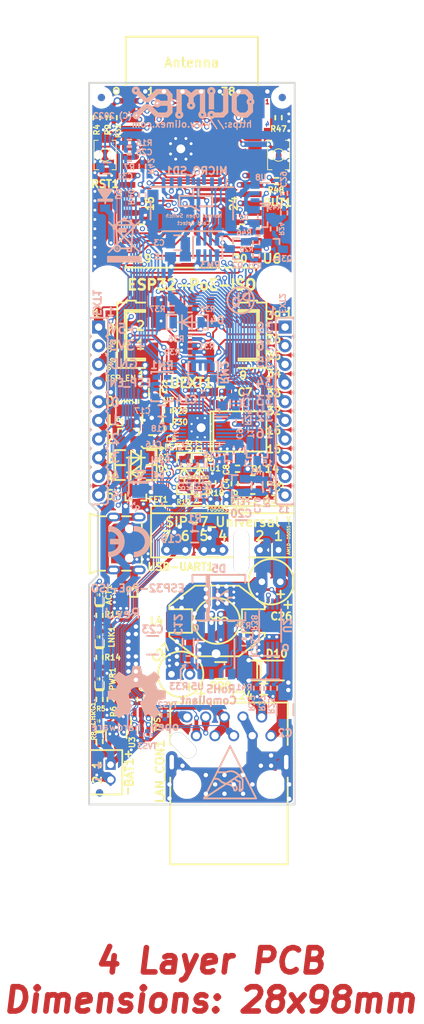
<source format=kicad_pcb>
(kicad_pcb (version 20171130) (host pcbnew 5.1.6-c6e7f7d~87~ubuntu18.04.1)
  (title_block (title ESP32-PoE-ISO) (date 2022-05-31) (rev J) (company "OLIMEX Ltd.") (comment 1 https://www.olimex.com))
  (layers (0 F.Cu signal) (1 In1.Cu power) (2 In2.Cu power) (31 B.Cu signal) (34 B.Paste user hide) (35 F.Paste user hide) (36 B.SilkS user hide) (37 F.SilkS user) (38 B.Mask user hide) (39 F.Mask user hide) (44 Edge.Cuts user))
  (net 0 "")
  (net 1 +5V)
  (net 2 GND)
  (net 3 "Net-(BAT1-Pad1)")
  (net 4 "Net-(BUT1-Pad2)")
  (net 5 /GPI34/BUT1)
  (net 6 +3V3)
  (net 7 "Net-(C11-Pad1)")
  (net 8 /GPIO3/U0RXD)
  (net 9 /ESP_EN)
  (net 10 "/GPIO25/EMAC_RXD0(RMII)")
  (net 11 "/GPIO19/EMAC_TXD0(RMII)")
  (net 12 "/GPIO26/EMAC_RXD1(RMII)")
  (net 13 /GPIO1/U0TXD)
  (net 14 "Net-(L2-Pad1)")
  (net 15 "Net-(Q2-Pad1)")
  (net 16 "/GPIO22/EMAC_TXD1(RMII)")
  (net 17 "/GPIO21/EMAC_TX_EN(RMII)")
  (net 18 "Net-(MICRO_SD1-Pad5)")
  (net 19 /GPI36/U1RXD)
  (net 20 "/GPIO23/MDC(RMII)")
  (net 21 /GPIO27/EMAC_RX_CRS_DV)
  (net 22 /GPIO4/U1TXD)
  (net 23 /GPIO2/HS2_DATA0)
  (net 24 /GPIO13/I2C-SDA)
  (net 25 /GPIO14/HS2_CLK)
  (net 26 /GPIO15/HS2_CMD)
  (net 27 /GPIO16/I2C-SCL)
  (net 28 "/GPIO18/MDIO(RMII)")
  (net 29 /+5V_USB)
  (net 30 "Net-(MICRO_SD1-Pad1)")
  (net 31 "Net-(MICRO_SD1-Pad2)")
  (net 32 "Net-(MICRO_SD1-Pad8)")
  (net 33 "Net-(U4-Pad4)")
  (net 34 "Net-(U4-Pad14)")
  (net 35 "Net-(U4-Pad18)")
  (net 36 "Net-(U4-Pad20)")
  (net 37 "Net-(U4-Pad26)")
  (net 38 "Net-(USB-UART1-Pad4)")
  (net 39 "Net-(MICRO_SD1-Pad7)")
  (net 40 /D_Com)
  (net 41 Earth)
  (net 42 +5VP)
  (net 43 Spare1)
  (net 44 Spare2)
  (net 45 /GPIO33)
  (net 46 /GPIO32)
  (net 47 /GPI39)
  (net 48 "Net-(FID1-PadFid1)")
  (net 49 "Net-(FID2-PadFid1)")
  (net 50 "Net-(FID3-PadFid1)")
  (net 51 "Net-(MICRO_SD1-PadCD1)")
  (net 52 "Net-(C4-Pad1)")
  (net 53 "Net-(C5-Pad1)")
  (net 54 "Net-(C21-Pad2)")
  (net 55 "Net-(D4-Pad1)")
  (net 56 "Net-(Q2-Pad2)")
  (net 57 "Net-(Q3-Pad3)")
  (net 58 "Net-(Q3-Pad2)")
  (net 59 "Net-(Q3-Pad1)")
  (net 60 "Net-(R6-Pad1)")
  (net 61 "Net-(R26-Pad1)")
  (net 62 "Net-(R29-Pad1)")
  (net 63 "Net-(U1-Pad17)")
  (net 64 "Net-(U1-Pad14)")
  (net 65 "Net-(U1-Pad13)")
  (net 66 "Net-(U1-Pad12)")
  (net 67 "Net-(U1-Pad11)")
  (net 68 "Net-(C6-Pad1)")
  (net 69 +3.3VLAN)
  (net 70 "Net-(C17-Pad1)")
  (net 71 /GPIO0)
  (net 72 /GPIO5/SPI_CS)
  (net 73 /GPI35)
  (net 74 "Net-(RM1-Pad3.2)")
  (net 75 "Net-(RM1-Pad2.2)")
  (net 76 "Net-(RM1-Pad4.2)")
  (net 77 /GPIO17/EMAC_CLK_OUT_180)
  (net 78 /GPIO12/PHY_PWR)
  (net 79 "Net-(FID4-PadFid1)")
  (net 80 "Net-(FID5-PadFid1)")
  (net 81 "Net-(FID6-PadFid1)")
  (net 82 "Net-(ACT1-Pad2)")
  (net 83 "Net-(ACT1-Pad1)")
  (net 84 "Net-(LNK1-Pad1)")
  (net 85 "Net-(C3-Pad1)")
  (net 86 "Net-(RM1-Pad1.2)")
  (net 87 "Net-(CHRG1-Pad1)")
  (net 88 "Net-(PWR1-Pad1)")
  (net 89 "Net-(C10-Pad2)")
  (net 90 "Net-(R3-Pad2)")
  (net 91 "Net-(L3-Pad1)")
  (net 92 "Net-(R8-Pad2)")
  (net 93 /TD+)
  (net 94 /TD-)
  (net 95 /RD+)
  (net 96 /RD-)
  (net 97 /Shield)
  (net 98 "Net-(R14-Pad2)")
  (net 99 /USB_D-)
  (net 100 /USB_D+)
  (net 101 "Net-(C8-Pad1)")
  (net 102 "Net-(D6-Pad1)")
  (net 103 "Net-(D7-Pad2)")
  (net 104 "Net-(U1-Pad20)")
  (net 105 "Net-(D9-Pad1)")
  (net 106 "Net-(C12-Pad1)")
  (net 107 "Net-(C12-Pad2)")
  (net 108 "Net-(C25-Pad2)")
  (net 109 "Net-(R22-Pad2)")
  (net 110 "Net-(R23-Pad1)")
  (net 111 "Net-(R27-Pad2)")
  (net 112 "Net-(R33-Pad1)")
  (net 113 "Net-(U2-Pad7)")
  (net 114 "Net-(U2-Pad6)")
  (net 115 "Net-(U5-Pad7)")
  (net 116 /5V_DCDC)
  (net 117 /ILIM)
  (net 118 "Net-(U6-Pad21)")
  (net 119 "Net-(U6-Pad22)")
  (net 120 "Net-(U6-Pad20)")
  (net 121 "Net-(U6-Pad19)")
  (net 122 "Net-(U6-Pad17)")
  (net 123 "Net-(U6-Pad18)")
  (net 124 "Net-(U6-Pad32)")
  (net 125 "Net-(U8-Pad1)")
  (module OLIMEX_Diodes-FP:SOD-123_1C-2A_KA (layer B.Cu) (at 92.329 105.156 90)
    (fp_text reference D9 (at 0 1.778 270 unlocked) (layer B.SilkS) (effects (font (size 0.762 0.762) (thickness 0.1905)) (justify mirror)))
    (fp_text value 1N5819S4/SOD123)
    (pad 2 smd rect (at 1.9 0 90) (size 1 1.4) (layers B.Cu B.Paste B.Mask) (net 9 /ESP_EN) (clearance 0.0508))
    (pad 1 smd rect (at -1.9 0 90) (size 1 1.4) (layers B.Cu B.Paste B.Mask) (net 105 "Net-(D9-Pad1)") (clearance 0.0508))
  )
  (module OLIMEX_Buttons-FP:IT1185AU2_V2 (layer F.Cu) (at 115.959 99.822 90)
    (fp_text reference BUT1 (at -6.477 -0.135 180) (layer F.SilkS) (effects (font (size 1.016 1.016) (thickness 0.254))))
    (fp_text value IT1185AU2)
    (pad 1 smd rect (at -2.177 0 90) (size 0.9 1.5) (layers F.Cu F.Mask) (net 5 /GPI34/BUT1))
    (pad 2 smd rect (at 2.177 0 90) (size 0.9 1.5) (layers F.Cu F.Mask) (net 4 "Net-(BUT1-Pad2)"))
    (pad "" np_thru_hole circle (at 0 -0.9 90) (size 0.7 0.7) (drill 0.7) (layers *.Cu *.Mask))
    (pad "" np_thru_hole circle (at 0 0.9 90) (size 0.7 0.7) (drill 0.7) (layers *.Cu *.Mask))
  )
  (module OLIMEX_Buttons-FP:IT1185AU2_V2 (layer F.Cu) (at 92.321 99.822 90)
    (fp_text reference RST1 (at -3.937 0.008 180) (layer F.SilkS) (effects (font (size 1.016 1.016) (thickness 0.254))))
    (fp_text value IT1185AU2)
    (pad 1 smd rect (at -2.177 0 90) (size 0.9 1.5) (layers F.Cu F.Mask) (net 9 /ESP_EN))
    (pad 2 smd rect (at 2.177 0 90) (size 0.9 1.5) (layers F.Cu F.Mask) (net 2 GND))
    (pad "" np_thru_hole circle (at 0 -0.9 90) (size 0.7 0.7) (drill 0.7) (layers *.Cu *.Mask))
    (pad "" np_thru_hole circle (at 0 0.9 90) (size 0.7 0.7) (drill 0.7) (layers *.Cu *.Mask))
  )
  (module OLIMEX_LOGOs-FP:CE_Sign (layer B.Cu) (at 94.615 152.4 180)
    (fp_text reference Sign_CE hide)
    (fp_text value CE_Sign hide)
  )
  (module OLIMEX_RLC-FP:C_0603_5MIL_DWS (layer B.Cu) (at 92.583 101.6 180)
    (fp_text reference C31 (at -2.413 -1.143 unlocked) (layer B.SilkS) (effects (font (size 0.762 0.762) (thickness 0.1905)) (justify mirror)))
    (fp_text value 1uF/10V/20%/X5R/C0603)
    (pad 2 smd rect (at 0.889 0 180) (size 1.016 1.016) (layers B.Cu B.Paste B.Mask) (net 2 GND) (clearance 0.0508))
    (pad 1 smd rect (at -0.889 0 180) (size 1.016 1.016) (layers B.Cu B.Paste B.Mask) (net 9 /ESP_EN) (clearance 0.0508))
  )
  (module OLIMEX_RLC-FP:CD32 (layer F.Cu) (at 95.377 133.35 90)
    (fp_text reference L2 (at -2.794 -1.016 270) (layer F.SilkS) (effects (font (size 0.762 0.762) (thickness 0.1905))))
    (fp_text value "2.2uH/1.5A/DCR=72mR/20%/3.00x3.00x1.50mm/CD32(NR3015T2R2M)")
    (pad 2 smd rect (at 1.2 0 270) (size 1.6 3) (layers F.Cu F.Paste F.Mask) (net 6 +3V3) (clearance 0.0508))
    (pad 1 smd rect (at -1.2 0 270) (size 1.6 3) (layers F.Cu F.Paste F.Mask) (net 14 "Net-(L2-Pad1)") (clearance 0.0508))
  )
  (module "OLIMEX_RLC-FP:C_1808(4520)_5MIL_DWS_ISO" (layer B.Cu) (at 98.806 166.497)
    (fp_text reference C23 (at 0 -2.159) (layer B.SilkS) (effects (font (size 1.016 1.016) (thickness 0.254)) (justify mirror)))
    (fp_text value "1.0nF/3kV/10%/X7R/SMD/1808(VISHAY-VJ1808Y102KBHAT4X_Farnell-2407291)")
    (pad 2 smd rect (at 2.286 0) (size 1.016 2.032) (layers B.Cu B.Paste B.Mask) (net 41 Earth))
    (pad 1 smd rect (at -2.286 0) (size 1.016 2.032) (layers B.Cu B.Paste B.Mask) (net 2 GND))
  )
  (module "OLIMEX_RLC-FP:C_1808(4520)_5MIL_DWS_ISO" (layer B.Cu) (at 110.871 150.749)
    (fp_text reference C20 (at 0 -2.159) (layer B.SilkS) (effects (font (size 1.016 1.016) (thickness 0.254)) (justify mirror)))
    (fp_text value "NA(1.0nF/3kV/10%/X7R/SMD/1808(VISHAY-VJ1808Y102KBHAT4X_Farnell-2407291))")
    (pad 2 smd rect (at 2.286 0) (size 1.016 2.032) (layers B.Cu B.Paste B.Mask) (net 116 /5V_DCDC))
    (pad 1 smd rect (at -2.286 0) (size 1.016 2.032) (layers B.Cu B.Paste B.Mask) (net 42 +5VP))
  )
  (module OLIMEX_Regulators-FP:SIP-7_Universal (layer F.Cu) (at 108.331 153.543 180)
    (fp_text reference DCDC1 (at -2.921 6.731 180) (layer F.SilkS) (effects (font (size 0.762 0.762) (thickness 0.1905))))
    (fp_text value "F0505S-2WR2(SIP-7)")
    (fp_text user AM1D-0505S-NZ (at -9 2 270) (layer F.SilkS) (effects (font (size 0.4 0.4) (thickness 0.1))))
    (fp_text user AM1D-0505S-NZ (at -9 2 270) (layer F.SilkS) (effects (font (size 0.4 0.4) (thickness 0.1))))
    (fp_text user F0505S-2WR2 (at -0.635 5.5 180) (layer F.SilkS) (effects (font (size 0.508 0.508) (thickness 0.127))))
    (fp_text user 7 (at 7.62 1.905 180) (layer F.SilkS) (effects (font (size 1.27 1.27) (thickness 0.254))))
    (fp_text user 6 (at 5.08 1.905 180) (layer F.SilkS) (effects (font (size 1.27 1.27) (thickness 0.254))))
    (fp_text user 5 (at 2.54 1.905 180) (layer F.SilkS) (effects (font (size 1.27 1.27) (thickness 0.254))))
    (fp_text user 4 (at 0 1.905 180) (layer F.SilkS) (effects (font (size 1.27 1.27) (thickness 0.254))))
    (fp_text user 2 (at -5.08 1.905 180) (layer F.SilkS) (effects (font (size 1.27 1.27) (thickness 0.254))))
    (fp_text user 1 (at -7.62 1.905 180) (layer F.SilkS) (effects (font (size 1.27 1.27) (thickness 0.254))))
    (fp_text user SIP-7_Universal (at 0 3.81 180) (layer F.SilkS) (effects (font (size 1.27 1.27) (thickness 0.254))))
    (pad 2 thru_hole circle (at -5.08 0 180) (size 1.524 1.524) (drill 0.8) (layers *.Cu *.Mask) (net 41 Earth))
    (pad 1 thru_hole rect (at -7.62 0 180) (size 1.524 1.524) (drill 0.8) (layers *.Cu *.Mask) (net 116 /5V_DCDC))
    (pad 4 thru_hole circle (at 0 0 180) (size 1.524 1.524) (drill 0.8) (layers *.Cu *.Mask) (net 2 GND))
    (pad 5 thru_hole circle (at 2.54 0 180) (size 1.524 1.524) (drill 0.8) (layers *.Cu *.Mask) (net 2 GND))
    (pad 7 thru_hole circle (at 7.62 0 180) (size 1.524 1.524) (drill 0.8) (layers *.Cu *.Mask) (net 42 +5VP))
    (pad 6 thru_hole circle (at 5.08 0 180) (size 1.524 1.524) (drill 0.8) (layers *.Cu *.Mask) (net 42 +5VP))
  )
  (module "OLIMEX_Crystal-FP:TSX-3.2x2.5mm_GND(3)" (layer F.Cu) (at 112.438 144.653)
    (fp_text reference Q1 (at 0.592 -2.159) (layer F.SilkS) (effects (font (size 0.762 0.762) (thickness 0.1905))))
    (fp_text value Q12MHz/20pF/10ppm/4P/3.2x2.5mm)
    (fp_text user o (at -2.329 1.016) (layer F.SilkS) (effects (font (size 0.8 0.8) (thickness 0.2))))
    (pad 3 smd rect (at -1.1 -0.8) (size 1.4 1.2) (layers F.Cu F.Paste F.Mask) (net 2 GND))
    (pad 3 smd rect (at 1.1 0.8) (size 1.4 1.2) (layers F.Cu F.Paste F.Mask) (net 2 GND))
    (pad 2 smd rect (at 1.1 -0.8) (size 1.4 1.2) (layers F.Cu F.Paste F.Mask) (net 53 "Net-(C5-Pad1)"))
    (pad 1 smd rect (at -1.1 0.8) (size 1.4 1.2) (layers F.Cu F.Paste F.Mask) (net 52 "Net-(C4-Pad1)"))
  )
  (module "OLIMEX_Diodes-FP:DO214AB(SMC)_1(K)-2(A)" (layer B.Cu) (at 107.823 160.02)
    (fp_text reference D5 (at 0 -3.937 -180) (layer B.SilkS) (effects (font (size 1.016 1.016) (thickness 0.254)) (justify mirror)))
    (fp_text value "SS510/100V/5A/0.85V/DO214AB(SMC)")
    (pad 1 smd rect (at -3.4 0) (size 2.2 3.4) (layers B.Cu B.Paste B.Mask) (net 106 "Net-(C12-Pad1)"))
    (pad 2 smd rect (at 3.4 0) (size 2.2 3.4) (layers B.Cu B.Paste B.Mask) (net 41 Earth))
  )
  (module OLIMEX_RLC-FP:CPOL-RM2.5mm_6.3x11mm_PTH (layer F.Cu) (at 102.616 170.434 180)
    (fp_text reference C27 (at 2.667 2.921 45) (layer F.SilkS) (effects (font (size 1.016 1.016) (thickness 0.254))))
    (fp_text value "15uF/100V/20%/RM2.5/6.3x11mm(Farnell:1281844)")
    (fp_text user + (at -1.143 -1.651) (layer F.SilkS) (effects (font (size 1.27 1.27) (thickness 0.254))))
    (fp_text user + (at -2.794 -2.54) (layer F.SilkS) (effects (font (size 1.27 1.27) (thickness 0.254))))
    (pad 1 thru_hole circle (at -1.25 0 180) (size 1.524 1.524) (drill 0.9) (layers *.Cu *.Mask) (net 43 Spare1))
    (pad 2 thru_hole rect (at 1.25 0 180) (size 1.524 1.524) (drill 0.9) (layers *.Cu *.Mask) (net 41 Earth))
  )
  (module OLIMEX_RLC-FP:R_0402_5MIL_DWS (layer B.Cu) (at 94.996 145.923 90)
    (fp_text reference R17 (at -1.4605 1.0795 315 unlocked) (layer B.SilkS) (effects (font (size 0.762 0.762) (thickness 0.1905)) (justify mirror)))
    (fp_text value NA/R0402)
    (pad 2 smd rect (at 0.508 0 90) (size 0.5 0.55) (layers B.Cu B.Paste B.Mask) (net 8 /GPIO3/U0RXD))
    (pad 1 smd rect (at -0.508 0 270) (size 0.5 0.55) (layers B.Cu B.Paste B.Mask) (net 6 +3V3))
  )
  (module OLIMEX_Diodes-FP:SOD-123_1C-2A_KA (layer F.Cu) (at 105.156 143.129 270)
    (fp_text reference D7 (at -3.81 0 90) (layer F.SilkS) (effects (font (size 0.762 0.762) (thickness 0.1905))))
    (fp_text value 1N5819S4/SOD123)
    (pad 2 smd rect (at 1.9 0 270) (size 1 1.4) (layers F.Cu F.Paste F.Mask) (net 103 "Net-(D7-Pad2)") (clearance 0.0508))
    (pad 1 smd rect (at -1.9 0 270) (size 1 1.4) (layers F.Cu F.Paste F.Mask) (net 13 /GPIO1/U0TXD) (clearance 0.0508))
  )
  (module OLIMEX_Diodes-FP:SOD-123_1C-2A_KA (layer F.Cu) (at 103.124 143.129 270)
    (fp_text reference D6 (at -3.81 -0.635 270) (layer F.SilkS) (effects (font (size 0.762 0.762) (thickness 0.1905))))
    (fp_text value 1N5819S4/SOD123)
    (pad 2 smd rect (at 1.9 0 270) (size 1 1.4) (layers F.Cu F.Paste F.Mask) (net 8 /GPIO3/U0RXD) (clearance 0.0508))
    (pad 1 smd rect (at -1.9 0 270) (size 1 1.4) (layers F.Cu F.Paste F.Mask) (net 102 "Net-(D6-Pad1)") (clearance 0.0508))
  )
  (module OLIMEX_LOGOs-FP:LOGO_ANTISTATIC_1 (layer B.Cu) (at 112.903 187.325 180)
    (fp_text reference Sign_Antistatic hide)
    (fp_text value Val** hide)
  )
  (module OLIMEX_Other-FP:Mounting_hole_2_mm (layer F.Cu) (at 102.9716 180.0987 45)
    (fp_text reference Drill_Slot3 hide)
    (fp_text value "2 mm" hide)
    (pad "" np_thru_hole oval (at 0 0 45) (size 2.032 4.064) (drill oval 2.032 4.064) (layers *.Cu *.Mask) (clearance 0.254))
  )
  (module OLIMEX_RLC-FP:C_0402_5MIL_DWS (layer B.Cu) (at 95.631 99.187 180)
    (fp_text reference C28 (at -2.032 -0.254 unlocked) (layer B.SilkS) (effects (font (size 0.762 0.762) (thickness 0.1905)) (justify mirror)))
    (fp_text value 1nF/50V/10%/X7R/C0402)
    (pad 2 smd rect (at 0.508 0 180) (size 0.5 0.55) (layers B.Cu B.Paste B.Mask) (net 2 GND))
    (pad 1 smd rect (at -0.508 0) (size 0.5 0.55) (layers B.Cu B.Paste B.Mask) (net 73 /GPI35))
  )
  (module OLIMEX_RLC-FP:R_0402_5MIL_DWS (layer B.Cu) (at 95.631 98.171 180)
    (fp_text reference R16 (at -2.032 0 unlocked) (layer B.SilkS) (effects (font (size 0.762 0.762) (thickness 0.1905)) (justify mirror)))
    (fp_text value 470k/R0402)
    (pad 2 smd rect (at 0.508 0 180) (size 0.5 0.55) (layers B.Cu B.Paste B.Mask) (net 2 GND))
    (pad 1 smd rect (at -0.508 0) (size 0.5 0.55) (layers B.Cu B.Paste B.Mask) (net 73 /GPI35))
  )
  (module OLIMEX_RLC-FP:R_0402_5MIL_DWS (layer B.Cu) (at 95.631 100.203)
    (fp_text reference R7 (at 0 1.27) (layer B.SilkS) (effects (font (size 0.762 0.762) (thickness 0.1905)) (justify mirror)))
    (fp_text value 470k/R0402)
    (pad 2 smd rect (at 0.508 0) (size 0.5 0.55) (layers B.Cu B.Paste B.Mask) (net 73 /GPI35))
    (pad 1 smd rect (at -0.508 0 180) (size 0.5 0.55) (layers B.Cu B.Paste B.Mask) (net 3 "Net-(BAT1-Pad1)"))
  )
  (module OLIMEX_Diodes-FP:SOD-123_1C-2A_KA (layer F.Cu) (at 96.52 140.97 180)
    (fp_text reference D3 (at -3.81 0) (layer F.SilkS) (effects (font (size 0.762 0.762) (thickness 0.1905))))
    (fp_text value 1N5819S4/SOD123)
    (pad 2 smd rect (at 1.9 0 180) (size 1 1.4) (layers F.Cu F.Paste F.Mask) (net 1 +5V) (clearance 0.0508))
    (pad 1 smd rect (at -1.9 0 180) (size 1 1.4) (layers F.Cu F.Paste F.Mask) (net 68 "Net-(C6-Pad1)") (clearance 0.0508))
  )
  (module OLIMEX_Diodes-FP:SOD-123_1C-2A_KA (layer F.Cu) (at 96.52 143.002)
    (fp_text reference D1 (at 3.81 -0.508 180) (layer F.SilkS) (effects (font (size 0.762 0.762) (thickness 0.1905))))
    (fp_text value 1N5819S4/SOD123)
    (pad 2 smd rect (at 1.9 0) (size 1 1.4) (layers F.Cu F.Paste F.Mask) (net 42 +5VP) (clearance 0.0508))
    (pad 1 smd rect (at -1.9 0) (size 1 1.4) (layers F.Cu F.Paste F.Mask) (net 1 +5V) (clearance 0.0508))
  )
  (module OLIMEX_RLC-FP:C_0603_5MIL_DWS (layer B.Cu) (at 104.521 151.765)
    (fp_text reference C19 (at -3.175 0.254) (layer B.SilkS) (effects (font (size 1.016 1.016) (thickness 0.254)) (justify mirror)))
    (fp_text value 22uF/6.3V/20%/X5R/C0603)
    (pad 2 smd rect (at 0.889 0) (size 1.016 1.016) (layers B.Cu B.Paste B.Mask) (net 2 GND) (clearance 0.0508))
    (pad 1 smd rect (at -0.889 0) (size 1.016 1.016) (layers B.Cu B.Paste B.Mask) (net 42 +5VP) (clearance 0.0508))
  )
  (module OLIMEX_RLC-FP:R_0402_5MIL_DWS (layer F.Cu) (at 92.075 94.742 270)
    (fp_text reference R9 (at 1.651 -0.635 90) (layer F.SilkS) (effects (font (size 0.762 0.762) (thickness 0.1905))))
    (fp_text value 100k/R0402)
    (pad 2 smd rect (at 0.508 0 270) (size 0.5 0.55) (layers F.Cu F.Paste F.Mask) (net 2 GND))
    (pad 1 smd rect (at -0.508 0 90) (size 0.5 0.55) (layers F.Cu F.Paste F.Mask) (net 47 /GPI39))
  )
  (module OLIMEX_RLC-FP:R_0402_5MIL_DWS (layer F.Cu) (at 91.186 94.742 90)
    (fp_text reference R4 (at -1.651 0 90) (layer F.SilkS) (effects (font (size 0.762 0.762) (thickness 0.1905))))
    (fp_text value 47k/R0402)
    (pad 2 smd rect (at 0.508 0 90) (size 0.5 0.55) (layers F.Cu F.Paste F.Mask) (net 47 /GPI39))
    (pad 1 smd rect (at -0.508 0 270) (size 0.5 0.55) (layers F.Cu F.Paste F.Mask) (net 1 +5V))
  )
  (module OLIMEX_RLC-FP:R_0402_5MIL_DWS (layer F.Cu) (at 93.091 173.863 90)
    (fp_text reference R6 (at -1.651 0.381 90) (layer F.SilkS) (effects (font (size 0.762 0.762) (thickness 0.1905))))
    (fp_text value 10k/R0402)
    (pad 2 smd rect (at 0.508 0 90) (size 0.5 0.55) (layers F.Cu F.Paste F.Mask) (net 2 GND))
    (pad 1 smd rect (at -0.508 0 270) (size 0.5 0.55) (layers F.Cu F.Paste F.Mask) (net 60 "Net-(R6-Pad1)"))
  )
  (module OLIMEX_IC-FP:SOT-23-5 (layer F.Cu) (at 93.853 178.562 270)
    (fp_text reference U3 (at 1.143 -2.159 90) (layer F.SilkS) (effects (font (size 0.762 0.762) (thickness 0.1905))))
    (fp_text value "BL4054B-42TPRN(SOT23-5)")
    (pad 1 smd rect (at 1.3 0.95 270) (size 1.2 0.55) (layers F.Cu F.Paste F.Mask) (net 92 "Net-(R8-Pad2)") (clearance 0.0508))
    (pad 2 smd rect (at 1.3 0 270) (size 1.2 0.55) (layers F.Cu F.Paste F.Mask) (net 2 GND) (clearance 0.0508))
    (pad 3 smd rect (at 1.3 -0.95 270) (size 1.2 0.55) (layers F.Cu F.Paste F.Mask) (net 3 "Net-(BAT1-Pad1)") (clearance 0.0508))
    (pad 5 smd rect (at -1.3 0.95 270) (size 1.2 0.55) (layers F.Cu F.Paste F.Mask) (net 60 "Net-(R6-Pad1)") (clearance 0.0508))
    (pad 4 smd rect (at -1.3 -0.95 270) (size 1.2 0.55) (layers F.Cu F.Paste F.Mask) (net 1 +5V) (clearance 0.0508))
  )
  (module OLIMEX_RLC-FP:L_0805_5MIL_DWS (layer F.Cu) (at 94.488 159.258 270)
    (fp_text reference L3 (at 0 -1.778 270) (layer F.SilkS) (effects (font (size 1.016 1.016) (thickness 0.254))))
    (fp_text value FB0805/600R/2A)
    (pad 1 smd rect (at -1.016 0 270) (size 1.524 1.27) (layers F.Cu F.Paste F.Mask) (net 91 "Net-(L3-Pad1)") (clearance 0.0508))
    (pad 2 smd rect (at 1.016 0 270) (size 1.524 1.27) (layers F.Cu F.Paste F.Mask) (net 2 GND) (clearance 0.0508))
  )
  (module OLIMEX_LOGOs-FP:LOGO_OPENHARDWARE_8x8 (layer B.Cu) (at 96.647 173.355 180)
    (fp_text reference Logo_OSHW hide)
    (fp_text value "" hide)
    (fp_text user hardware (at 2.794 -4.2672 180) (layer B.SilkS) (effects (font (thickness 0.18)) (justify mirror)))
    (fp_text user open (at -3.81 -4.17576 180) (layer B.SilkS) (effects (font (size 1.1 1.1) (thickness 0.254)) (justify mirror)))
  )
  (module OLIMEX_RLC-FP:R_0402_5MIL_DWS (layer B.Cu) (at 114.3 143.256 90)
    (fp_text reference R3 (at 0.381 -1.397 180) (layer B.SilkS) (effects (font (size 0.762 0.762) (thickness 0.1905)) (justify mirror)))
    (fp_text value 1k/R0402)
    (pad 2 smd rect (at 0.508 0 90) (size 0.5 0.55) (layers B.Cu B.Paste B.Mask) (net 90 "Net-(R3-Pad2)"))
    (pad 1 smd rect (at -0.508 0 270) (size 0.5 0.55) (layers B.Cu B.Paste B.Mask) (net 89 "Net-(C10-Pad2)"))
  )
  (module OLIMEX_RLC-FP:C_0603_5MIL_DWS (layer B.Cu) (at 113.03 144.78 90)
    (fp_text reference C10 (at -2.667 0 270 unlocked) (layer B.SilkS) (effects (font (size 0.762 0.762) (thickness 0.1905)) (justify mirror)))
    (fp_text value 22uF/6.3V/20%/X5R/C0603)
    (pad 2 smd rect (at 0.889 0 90) (size 1.016 1.016) (layers B.Cu B.Paste B.Mask) (net 89 "Net-(C10-Pad2)") (clearance 0.0508))
    (pad 1 smd rect (at -0.889 0 90) (size 1.016 1.016) (layers B.Cu B.Paste B.Mask) (net 6 +3V3) (clearance 0.0508))
  )
  (module OLIMEX_LOGOs-FP:OLIMEX_LOGO_TB (layer B.Cu) (at 104.14 92.71 180)
    (fp_text reference Logo_Olimex hide)
    (fp_text value "" hide)
  )
  (module OLIMEX_LOGOs-FP:LOGO_RECYCLEBIN_1 (layer B.Cu) (at 97.282 114.427 180)
    (fp_text reference Sign_RecycleBin hide)
    (fp_text value "" hide)
  )
  (module OLIMEX_LOGOs-FP:LOGO_PBFREE (layer B.Cu) (at 110.998 119.253)
    (fp_text reference Sign_PB-Free)
    (fp_text value "")
    (fp_text user Pb (at -0.08636 0.33528) (layer B.SilkS) (effects (font (size 1.7 1.5) (thickness 0.254)) (justify mirror)))
  )
  (module OLIMEX_RLC-FP:C_0805_5MIL_DWS (layer B.Cu) (at 102.235 111.76 180)
    (fp_text reference C3 (at 2.54 0 unlocked) (layer B.SilkS) (effects (font (size 0.762 0.762) (thickness 0.1905)) (justify mirror)))
    (fp_text value 47uF/6.3V/20%/X5R/C0805)
    (pad 1 smd rect (at -1.016 0 90) (size 1.524 1.27) (layers B.Cu B.Paste B.Mask) (net 85 "Net-(C3-Pad1)"))
    (pad 2 smd rect (at 1.016 0 90) (size 1.524 1.27) (layers B.Cu B.Paste B.Mask) (net 2 GND))
  )
  (module OLIMEX_LEDs-FP:LED_0603_KA (layer F.Cu) (at 91.567 165.354 90)
    (fp_text reference LNK1 (at 0 1.651 90) (layer F.SilkS) (effects (font (size 0.762 0.762) (thickness 0.1905))))
    (fp_text value LED/GREEN/0603)
    (pad 2 smd rect (at 0.762 0 270) (size 0.8 0.8) (layers F.Cu F.Paste F.Mask) (net 7 "Net-(C11-Pad1)"))
    (pad 1 smd rect (at -0.762 0 270) (size 0.8 0.8) (layers F.Cu F.Paste F.Mask) (net 84 "Net-(LNK1-Pad1)"))
  )
  (module OLIMEX_LEDs-FP:LED_0603_KA (layer F.Cu) (at 91.567 159.639 90)
    (fp_text reference ACT1 (at 0 1.27 270) (layer F.SilkS) (effects (font (size 0.762 0.762) (thickness 0.1905))))
    (fp_text value LED/YELLOW/0603)
    (pad 1 smd rect (at -0.762 0 270) (size 0.8 0.8) (layers F.Cu F.Paste F.Mask) (net 83 "Net-(ACT1-Pad1)"))
    (pad 2 smd rect (at 0.762 0 270) (size 0.8 0.8) (layers F.Cu F.Paste F.Mask) (net 82 "Net-(ACT1-Pad2)"))
  )
  (module OLIMEX_Other-FP:Fiducial1x3 (layer B.Cu) (at 91.567 186.563 270)
    (fp_text reference FID6 hide)
    (fp_text value Fiducial hide)
    (pad Fid1 connect circle (at 0 0 270) (size 1 1) (layers B.Cu B.Mask) (net 81 "Net-(FID6-PadFid1)") (clearance 1.016))
  )
  (module OLIMEX_Other-FP:Fiducial1x3 (layer B.Cu) (at 116.459 92 270)
    (fp_text reference FID5 hide)
    (fp_text value Fiducial hide)
    (pad Fid1 connect circle (at 0 0 270) (size 1 1) (layers B.Cu B.Mask) (net 80 "Net-(FID5-PadFid1)") (clearance 1.016))
  )
  (module OLIMEX_Other-FP:Fiducial1x3 (layer B.Cu) (at 91.821 92 270)
    (fp_text reference FID4 hide)
    (fp_text value Fiducial hide)
    (pad Fid1 connect circle (at 0 0 270) (size 1 1) (layers B.Cu B.Mask) (net 79 "Net-(FID4-PadFid1)") (clearance 1.016))
  )
  (module OLIMEX_RLC-FP:C_0402_5MIL_DWS (layer B.Cu) (at 105.664 132.334)
    (fp_text reference C14 (at -2.286 0.762) (layer B.SilkS) (effects (font (size 1.016 1.016) (thickness 0.254)) (justify mirror)))
    (fp_text value 100nF/16V/10%/X7R/C0402)
    (pad 2 smd rect (at 0.508 0) (size 0.5 0.55) (layers B.Cu B.Paste B.Mask) (net 2 GND))
    (pad 1 smd rect (at -0.508 0 180) (size 0.5 0.55) (layers B.Cu B.Paste B.Mask) (net 69 +3.3VLAN))
  )
  (module OLIMEX_RLC-FP:C_0402_5MIL_DWS (layer B.Cu) (at 100.076 135.89 180)
    (fp_text reference C18 (at 0.381 -1.143 180) (layer B.SilkS) (effects (font (size 0.762 0.762) (thickness 0.1905)) (justify mirror)))
    (fp_text value 100nF/16V/10%/X7R/C0402)
    (pad 2 smd rect (at 0.508 0 180) (size 0.5 0.55) (layers B.Cu B.Paste B.Mask) (net 2 GND))
    (pad 1 smd rect (at -0.508 0) (size 0.5 0.55) (layers B.Cu B.Paste B.Mask) (net 70 "Net-(C17-Pad1)"))
  )
  (module OLIMEX_RLC-FP:C_0402_5MIL_DWS (layer B.Cu) (at 100.965 139.192 180)
    (fp_text reference C16 (at 2.032 0 unlocked) (layer B.SilkS) (effects (font (size 0.762 0.762) (thickness 0.1905)) (justify mirror)))
    (fp_text value 100nF/16V/10%/X7R/C0402)
    (pad 1 smd rect (at -0.508 0) (size 0.5 0.55) (layers B.Cu B.Paste B.Mask) (net 7 "Net-(C11-Pad1)"))
    (pad 2 smd rect (at 0.508 0 180) (size 0.5 0.55) (layers B.Cu B.Paste B.Mask) (net 2 GND))
  )
  (module OLIMEX_RLC-FP:C_0402_5MIL_DWS (layer B.Cu) (at 108.839 140.97)
    (fp_text reference C15 (at -2.032 -0.381) (layer B.SilkS) (effects (font (size 0.762 0.762) (thickness 0.1905)) (justify mirror)))
    (fp_text value 100nF/16V/10%/X7R/C0402)
    (pad 2 smd rect (at 0.508 0) (size 0.5 0.55) (layers B.Cu B.Paste B.Mask) (net 2 GND))
    (pad 1 smd rect (at -0.508 0 180) (size 0.5 0.55) (layers B.Cu B.Paste B.Mask) (net 7 "Net-(C11-Pad1)"))
  )
  (module OLIMEX_RLC-FP:C_0402_5MIL_DWS (layer F.Cu) (at 97.155 173.863 90)
    (fp_text reference C11 (at 2.159 0.254 90) (layer F.SilkS) (effects (font (size 0.762 0.762) (thickness 0.1905))))
    (fp_text value 100nF/16V/10%/X7R/C0402)
    (pad 2 smd rect (at 0.508 0 90) (size 0.5 0.55) (layers F.Cu F.Paste F.Mask) (net 2 GND))
    (pad 1 smd rect (at -0.508 0 270) (size 0.5 0.55) (layers F.Cu F.Paste F.Mask) (net 7 "Net-(C11-Pad1)"))
  )
  (module OLIMEX_RLC-FP:R_0402_5MIL_DWS (layer B.Cu) (at 113.157 110.363)
    (fp_text reference R46 (at -1.905 0 unlocked) (layer B.SilkS) (effects (font (size 0.7112 0.7112) (thickness 0.1778)) (justify mirror)))
    (fp_text value 220R/R0402)
    (pad 2 smd rect (at 0.508 0) (size 0.5 0.55) (layers B.Cu B.Paste B.Mask) (net 39 "Net-(MICRO_SD1-Pad7)"))
    (pad 1 smd rect (at -0.508 0 180) (size 0.5 0.55) (layers B.Cu B.Paste B.Mask) (net 23 /GPIO2/HS2_DATA0))
  )
  (module OLIMEX_RLC-FP:R_0402_5MIL_DWS (layer B.Cu) (at 97.409 105.283 90)
    (fp_text reference R40 (at -0.254 -1.524 270 unlocked) (layer B.SilkS) (effects (font (size 0.762 0.762) (thickness 0.1905)) (justify mirror)))
    (fp_text value 10R/R0402)
    (pad 1 smd rect (at -0.508 0 270) (size 0.5 0.55) (layers B.Cu B.Paste B.Mask) (net 25 /GPIO14/HS2_CLK))
    (pad 2 smd rect (at 0.508 0 90) (size 0.5 0.55) (layers B.Cu B.Paste B.Mask) (net 18 "Net-(MICRO_SD1-Pad5)"))
  )
  (module OLIMEX_RLC-FP:R_0402_5MIL_DWS (layer B.Cu) (at 103.886 126.619)
    (fp_text reference R39 (at -2.413 0) (layer B.SilkS) (effects (font (size 0.762 0.762) (thickness 0.1905)) (justify mirror)))
    (fp_text value 10k/R0402)
    (pad 2 smd rect (at 0.508 0) (size 0.5 0.55) (layers B.Cu B.Paste B.Mask) (net 26 /GPIO15/HS2_CMD))
    (pad 1 smd rect (at -0.508 0 180) (size 0.5 0.55) (layers B.Cu B.Paste B.Mask) (net 6 +3V3))
  )
  (module OLIMEX_RLC-FP:R_0402_5MIL_DWS (layer B.Cu) (at 103.886 124.841)
    (fp_text reference R36 (at -1.8796 0) (layer B.SilkS) (effects (font (size 0.762 0.762) (thickness 0.1905)) (justify mirror)))
    (fp_text value 10k/R0402)
    (pad 2 smd rect (at 0.508 0) (size 0.5 0.55) (layers B.Cu B.Paste B.Mask) (net 72 /GPIO5/SPI_CS))
    (pad 1 smd rect (at -0.508 0 180) (size 0.5 0.55) (layers B.Cu B.Paste B.Mask) (net 6 +3V3))
  )
  (module OLIMEX_RLC-FP:R_0402_5MIL_DWS (layer B.Cu) (at 103.886 120.777)
    (fp_text reference R35 (at 2.413 0 unlocked) (layer B.SilkS) (effects (font (size 0.7112 0.7112) (thickness 0.1778)) (justify mirror)))
    (fp_text value 2.2k/R0402)
    (pad 2 smd rect (at 0.508 0) (size 0.5 0.55) (layers B.Cu B.Paste B.Mask) (net 24 /GPIO13/I2C-SDA))
    (pad 1 smd rect (at -0.508 0 180) (size 0.5 0.55) (layers B.Cu B.Paste B.Mask) (net 6 +3V3))
  )
  (module OLIMEX_RLC-FP:R_0402_5MIL_DWS (layer B.Cu) (at 103.886 125.73)
    (fp_text reference R31 (at 2.286 0.127) (layer B.SilkS) (effects (font (size 0.762 0.762) (thickness 0.1905)) (justify mirror)))
    (fp_text value 2.2k/R0402)
    (pad 2 smd rect (at 0.508 0) (size 0.5 0.55) (layers B.Cu B.Paste B.Mask) (net 27 /GPIO16/I2C-SCL))
    (pad 1 smd rect (at -0.508 0 180) (size 0.5 0.55) (layers B.Cu B.Paste B.Mask) (net 6 +3V3))
  )
  (module OLIMEX_RLC-FP:R_0402_5MIL_DWS (layer F.Cu) (at 100.838 136.906 270)
    (fp_text reference R30 (at -0.762 -1.651) (layer F.SilkS) (effects (font (size 0.762 0.762) (thickness 0.1905))))
    (fp_text value 49.9k/1%/R0402)
    (pad 2 smd rect (at 0.508 0 270) (size 0.5 0.55) (layers F.Cu F.Paste F.Mask) (net 2 GND))
    (pad 1 smd rect (at -0.508 0 90) (size 0.5 0.55) (layers F.Cu F.Paste F.Mask) (net 62 "Net-(R29-Pad1)"))
  )
  (module OLIMEX_RLC-FP:R_0402_5MIL_DWS (layer F.Cu) (at 100.838 134.62 90)
    (fp_text reference R29 (at 0 1.651) (layer F.SilkS) (effects (font (size 0.762 0.762) (thickness 0.1905))))
    (fp_text value 220k/R0402)
    (pad 2 smd rect (at 0.508 0 90) (size 0.5 0.55) (layers F.Cu F.Paste F.Mask) (net 6 +3V3))
    (pad 1 smd rect (at -0.508 0 270) (size 0.5 0.55) (layers F.Cu F.Paste F.Mask) (net 62 "Net-(R29-Pad1)"))
  )
  (module OLIMEX_RLC-FP:R_0402_5MIL_DWS (layer B.Cu) (at 100.965 140.081 180)
    (fp_text reference R26 (at 0.889 -1.2065) (layer B.SilkS) (effects (font (size 0.762 0.762) (thickness 0.1905)) (justify mirror)))
    (fp_text value 12.1k/1%/R0402)
    (pad 2 smd rect (at 0.508 0 180) (size 0.5 0.55) (layers B.Cu B.Paste B.Mask) (net 2 GND))
    (pad 1 smd rect (at -0.508 0) (size 0.5 0.55) (layers B.Cu B.Paste B.Mask) (net 61 "Net-(R26-Pad1)"))
  )
  (module OLIMEX_RLC-FP:R_0402_5MIL_DWS (layer B.Cu) (at 110.617 136.017 270)
    (fp_text reference R25 (at -0.508 -1.143 270 unlocked) (layer B.SilkS) (effects (font (size 0.762 0.762) (thickness 0.1905)) (justify mirror)))
    (fp_text value 10k/R0402)
    (pad 2 smd rect (at 0.508 0 270) (size 0.5 0.55) (layers B.Cu B.Paste B.Mask) (net 69 +3.3VLAN))
    (pad 1 smd rect (at -0.508 0 90) (size 0.5 0.55) (layers B.Cu B.Paste B.Mask) (net 54 "Net-(C21-Pad2)"))
  )
  (module OLIMEX_RLC-FP:R_0402_5MIL_DWS (layer F.Cu) (at 91.567 173.863 270)
    (fp_text reference R5 (at 1.27 -0.1905) (layer F.SilkS) (effects (font (size 0.635 0.635) (thickness 0.15875))))
    (fp_text value 2.2k/R0402)
    (pad 2 smd rect (at 0.508 0 270) (size 0.5 0.55) (layers F.Cu F.Paste F.Mask) (net 2 GND))
    (pad 1 smd rect (at -0.508 0 90) (size 0.5 0.55) (layers F.Cu F.Paste F.Mask) (net 88 "Net-(PWR1-Pad1)"))
  )
  (module OLIMEX_RLC-FP:R_0402_5MIL_DWS (layer F.Cu) (at 91.567 162.433 270)
    (fp_text reference R15 (at -0.127 -1.778) (layer F.SilkS) (effects (font (size 0.762 0.762) (thickness 0.1905))))
    (fp_text value 2.2k/R0402)
    (pad 2 smd rect (at 0.508 0 270) (size 0.5 0.55) (layers F.Cu F.Paste F.Mask) (net 2 GND))
    (pad 1 smd rect (at -0.508 0 90) (size 0.5 0.55) (layers F.Cu F.Paste F.Mask) (net 83 "Net-(ACT1-Pad1)"))
  )
  (module OLIMEX_RLC-FP:R_0402_5MIL_DWS (layer F.Cu) (at 91.567 168.148 270)
    (fp_text reference R14 (at 0 -1.778) (layer F.SilkS) (effects (font (size 0.762 0.762) (thickness 0.1905))))
    (fp_text value 2.2k/R0402)
    (pad 2 smd rect (at 0.508 0 270) (size 0.5 0.55) (layers F.Cu F.Paste F.Mask) (net 98 "Net-(R14-Pad2)"))
    (pad 1 smd rect (at -0.508 0 90) (size 0.5 0.55) (layers F.Cu F.Paste F.Mask) (net 84 "Net-(LNK1-Pad1)"))
  )
  (module OLIMEX_RLC-FP:R_0402_5MIL_DWS (layer B.Cu) (at 105.41 141.986 90)
    (fp_text reference R13 (at -2.413 -0.508 270 unlocked) (layer B.SilkS) (effects (font (size 0.762 0.762) (thickness 0.1905)) (justify mirror)))
    (fp_text value 49.9R/1%/R0402)
    (pad 2 smd rect (at 0.508 0 90) (size 0.5 0.55) (layers B.Cu B.Paste B.Mask) (net 93 /TD+))
    (pad 1 smd rect (at -0.508 0 270) (size 0.5 0.55) (layers B.Cu B.Paste B.Mask) (net 7 "Net-(C11-Pad1)"))
  )
  (module OLIMEX_RLC-FP:R_0402_5MIL_DWS (layer B.Cu) (at 106.68 141.986 90)
    (fp_text reference R12 (at -2.413 -0.6985 270 unlocked) (layer B.SilkS) (effects (font (size 0.762 0.762) (thickness 0.1905)) (justify mirror)))
    (fp_text value 49.9R/1%/R0402)
    (pad 1 smd rect (at -0.508 0 270) (size 0.5 0.55) (layers B.Cu B.Paste B.Mask) (net 7 "Net-(C11-Pad1)"))
    (pad 2 smd rect (at 0.508 0 90) (size 0.5 0.55) (layers B.Cu B.Paste B.Mask) (net 94 /TD-))
  )
  (module OLIMEX_RLC-FP:R_0402_5MIL_DWS (layer B.Cu) (at 103.124 141.986 90)
    (fp_text reference R11 (at -2.413 -0.381 270 unlocked) (layer B.SilkS) (effects (font (size 0.762 0.762) (thickness 0.1905)) (justify mirror)))
    (fp_text value 49.9R/1%/R0402)
    (pad 1 smd rect (at -0.508 0 270) (size 0.5 0.55) (layers B.Cu B.Paste B.Mask) (net 7 "Net-(C11-Pad1)"))
    (pad 2 smd rect (at 0.508 0 90) (size 0.5 0.55) (layers B.Cu B.Paste B.Mask) (net 95 /RD+))
  )
  (module OLIMEX_RLC-FP:R_0402_5MIL_DWS (layer B.Cu) (at 104.394 141.986 90)
    (fp_text reference R10 (at -2.413 -0.5715 270 unlocked) (layer B.SilkS) (effects (font (size 0.762 0.762) (thickness 0.1905)) (justify mirror)))
    (fp_text value 49.9R/1%/R0402)
    (pad 1 smd rect (at -0.508 0 270) (size 0.5 0.55) (layers B.Cu B.Paste B.Mask) (net 7 "Net-(C11-Pad1)"))
    (pad 2 smd rect (at 0.508 0 90) (size 0.5 0.55) (layers B.Cu B.Paste B.Mask) (net 96 /RD-))
  )
  (module OLIMEX_RLC-FP:R_0402_5MIL_DWS (layer F.Cu) (at 91.567 179.578 270)
    (fp_text reference R8 (at -0.762 0.762 270) (layer F.SilkS) (effects (font (size 0.635 0.635) (thickness 0.15875))))
    (fp_text value 2.2k/R0402)
    (pad 2 smd rect (at 0.508 0 270) (size 0.5 0.55) (layers F.Cu F.Paste F.Mask) (net 92 "Net-(R8-Pad2)"))
    (pad 1 smd rect (at -0.508 0 90) (size 0.5 0.55) (layers F.Cu F.Paste F.Mask) (net 87 "Net-(CHRG1-Pad1)"))
  )
  (module OLIMEX_RLC-FP:R_0402_5MIL_DWS (layer B.Cu) (at 114.3 145.415 90)
    (fp_text reference R2 (at -1.651 0 270 unlocked) (layer B.SilkS) (effects (font (size 0.762 0.762) (thickness 0.1905)) (justify mirror)))
    (fp_text value 10k/R0402)
    (pad 1 smd rect (at -0.508 0 270) (size 0.5 0.55) (layers B.Cu B.Paste B.Mask) (net 6 +3V3))
    (pad 2 smd rect (at 0.508 0 90) (size 0.5 0.55) (layers B.Cu B.Paste B.Mask) (net 89 "Net-(C10-Pad2)"))
  )
  (module OLIMEX_RLC-FP:R_0402_5MIL_DWS (layer B.Cu) (at 104.521 150.495)
    (fp_text reference R1 (at 0 -1.27 180) (layer B.SilkS) (effects (font (size 1.016 1.016) (thickness 0.254)) (justify mirror)))
    (fp_text value 10k/R0402)
    (pad 2 smd rect (at 0.508 0) (size 0.5 0.55) (layers B.Cu B.Paste B.Mask) (net 2 GND))
    (pad 1 smd rect (at -0.508 0 180) (size 0.5 0.55) (layers B.Cu B.Paste B.Mask) (net 42 +5VP))
  )
  (module OLIMEX_RLC-FP:R_0402_5MIL_DWS (layer B.Cu) (at 115.316 109.855 90)
    (fp_text reference R24 (at 0 1.016 270 unlocked) (layer B.SilkS) (effects (font (size 0.635 0.635) (thickness 0.15875)) (justify mirror)))
    (fp_text value 220R/R0402)
    (pad 2 smd rect (at 0.508 0 90) (size 0.5 0.55) (layers B.Cu B.Paste B.Mask) (net 40 /D_Com))
    (pad 1 smd rect (at -0.508 0 270) (size 0.5 0.55) (layers B.Cu B.Paste B.Mask) (net 57 "Net-(Q3-Pad3)"))
  )
  (module OLIMEX_RLC-FP:R_0402_5MIL_DWS (layer F.Cu) (at 104.775 146.685 180)
    (fp_text reference R19 (at 1.778 -0.3175 180) (layer F.SilkS) (effects (font (size 0.635 0.635) (thickness 0.15875))))
    (fp_text value 10k/R0402)
    (pad 2 smd rect (at 0.508 0 180) (size 0.5 0.55) (layers F.Cu F.Paste F.Mask) (net 8 /GPIO3/U0RXD))
    (pad 1 smd rect (at -0.508 0) (size 0.5 0.55) (layers F.Cu F.Paste F.Mask) (net 101 "Net-(C8-Pad1)"))
  )
  (module OLIMEX_RLC-FP:C_0402_5MIL_DWS (layer F.Cu) (at 110.363 142.494)
    (fp_text reference C8 (at -1.524 0.127 90) (layer F.SilkS) (effects (font (size 0.762 0.762) (thickness 0.1905))))
    (fp_text value 100nF/16V/10%/X7R/C0402)
    (pad 2 smd rect (at 0.508 0) (size 0.5 0.55) (layers F.Cu F.Paste F.Mask) (net 2 GND))
    (pad 1 smd rect (at -0.508 0 180) (size 0.5 0.55) (layers F.Cu F.Paste F.Mask) (net 101 "Net-(C8-Pad1)"))
  )
  (module OLIMEX_Transistors-FP:SOT23 (layer B.Cu) (at 110.236 144.78)
    (fp_text reference FET3 (at 0.508 2.22504 180) (layer B.SilkS) (effects (font (size 0.762 0.762) (thickness 0.1905)) (justify mirror)))
    (fp_text value WPM2015-3/TR)
    (pad 1 smd rect (at 1.10744 -0.94996) (size 1.4 1) (layers B.Cu B.Paste B.Mask) (net 89 "Net-(C10-Pad2)") (clearance 0.0508))
    (pad 2 smd rect (at 1.10744 0.9525) (size 1.4 1) (layers B.Cu B.Paste B.Mask) (net 6 +3V3) (clearance 0.0508))
    (pad 3 smd rect (at -1.10236 -0.00254) (size 1.4 1) (layers B.Cu B.Paste B.Mask) (net 69 +3.3VLAN) (clearance 0.0508))
  )
  (module OLIMEX_Connectors-FP:HN1x10 (layer B.Cu) (at 116.84 134.65 270)
    (fp_text reference EXT2 (at -14.635 0.381 270 unlocked) (layer B.SilkS) (effects (font (size 0.762 0.762) (thickness 0.1905)) (justify mirror)))
    (fp_text value "NS(HN1x10)")
    (pad 10 thru_hole circle (at 11.43 0 270) (size 1.778 1.778) (drill 1) (layers *.Cu *.Mask) (net 24 /GPIO13/I2C-SDA))
    (pad 9 thru_hole circle (at 8.89 0 270) (size 1.778 1.778) (drill 1) (layers *.Cu *.Mask) (net 25 /GPIO14/HS2_CLK))
    (pad 7 thru_hole circle (at 3.81 0 270) (size 1.778 1.778) (drill 1) (layers *.Cu *.Mask) (net 27 /GPIO16/I2C-SCL))
    (pad 8 thru_hole circle (at 6.35 0 270) (size 1.778 1.778) (drill 1) (layers *.Cu *.Mask) (net 26 /GPIO15/HS2_CMD))
    (pad 6 thru_hole circle (at 1.27 0 270) (size 1.778 1.778) (drill 1) (layers *.Cu *.Mask) (net 46 /GPIO32))
    (pad 5 thru_hole circle (at -1.27 0 270) (size 1.778 1.778) (drill 1) (layers *.Cu *.Mask) (net 45 /GPIO33))
    (pad 1 thru_hole rect (at -11.43 0 270) (size 1.778 1.778) (drill 1) (layers *.Cu *.Mask) (net 47 /GPI39))
    (pad 2 thru_hole circle (at -8.89 0 270) (size 1.778 1.778) (drill 1) (layers *.Cu *.Mask) (net 19 /GPI36/U1RXD))
    (pad 3 thru_hole circle (at -6.35 0 270) (size 1.778 1.778) (drill 1) (layers *.Cu *.Mask) (net 73 /GPI35))
    (pad 4 thru_hole circle (at -3.81 0 270) (size 1.778 1.778) (drill 1) (layers *.Cu *.Mask) (net 5 /GPI34/BUT1))
  )
  (module OLIMEX_Connectors-FP:HN1x10 (layer B.Cu) (at 91.44 134.65 270)
    (fp_text reference EXT1 (at -14.762 0.254 270 unlocked) (layer B.SilkS) (effects (font (size 1.016 1.016) (thickness 0.254)) (justify mirror)))
    (fp_text value "NS(HN1x10)")
    (pad 4 thru_hole circle (at -3.81 0 270) (size 1.778 1.778) (drill 1) (layers *.Cu *.Mask) (net 9 /ESP_EN))
    (pad 3 thru_hole circle (at -6.35 0 270) (size 1.778 1.778) (drill 1) (layers *.Cu *.Mask) (net 2 GND))
    (pad 2 thru_hole circle (at -8.89 0 270) (size 1.778 1.778) (drill 1) (layers *.Cu *.Mask) (net 6 +3V3))
    (pad 1 thru_hole rect (at -11.43 0 270) (size 1.778 1.778) (drill 1) (layers *.Cu *.Mask) (net 1 +5V))
    (pad 5 thru_hole circle (at -1.27 0 270) (size 1.778 1.778) (drill 1) (layers *.Cu *.Mask) (net 71 /GPIO0))
    (pad 6 thru_hole circle (at 1.27 0 270) (size 1.778 1.778) (drill 1) (layers *.Cu *.Mask) (net 13 /GPIO1/U0TXD))
    (pad 8 thru_hole circle (at 6.35 0 270) (size 1.778 1.778) (drill 1) (layers *.Cu *.Mask) (net 8 /GPIO3/U0RXD))
    (pad 7 thru_hole circle (at 3.81 0 270) (size 1.778 1.778) (drill 1) (layers *.Cu *.Mask) (net 23 /GPIO2/HS2_DATA0))
    (pad 9 thru_hole circle (at 8.89 0 270) (size 1.778 1.778) (drill 1) (layers *.Cu *.Mask) (net 22 /GPIO4/U1TXD))
    (pad 10 thru_hole circle (at 11.43 0 270) (size 1.778 1.778) (drill 1) (layers *.Cu *.Mask) (net 72 /GPIO5/SPI_CS))
  )
  (module OLIMEX_RLC-FP:C_0603_5MIL_DWS (layer F.Cu) (at 98.806 138.684)
    (fp_text reference C6 (at 2.54 -0.254) (layer F.SilkS) (effects (font (size 0.762 0.762) (thickness 0.1905))))
    (fp_text value 22uF/6.3V/20%/X5R/C0603)
    (pad 2 smd rect (at 0.889 0) (size 1.016 1.016) (layers F.Cu F.Paste F.Mask) (net 2 GND) (clearance 0.0508))
    (pad 1 smd rect (at -0.889 0) (size 1.016 1.016) (layers F.Cu F.Paste F.Mask) (net 68 "Net-(C6-Pad1)") (clearance 0.0508))
  )
  (module OLIMEX_RLC-FP:C_0603_5MIL_DWS (layer F.Cu) (at 94.869 174.371 90)
    (fp_text reference C1 (at 2.286 0 90) (layer F.SilkS) (effects (font (size 0.762 0.762) (thickness 0.1905))))
    (fp_text value 22uF/6.3V/20%/X5R/C0603)
    (pad 2 smd rect (at 0.889 0 90) (size 1.016 1.016) (layers F.Cu F.Paste F.Mask) (net 2 GND) (clearance 0.0508))
    (pad 1 smd rect (at -0.889 0 90) (size 1.016 1.016) (layers F.Cu F.Paste F.Mask) (net 1 +5V) (clearance 0.0508))
  )
  (module OLIMEX_Regulators-FP:SOT-23-5 (layer F.Cu) (at 98.806 135.763 90)
    (fp_text reference U7 (at 2.54 2.159 180) (layer F.SilkS) (effects (font (size 0.762 0.762) (thickness 0.1905))))
    (fp_text value "SY8089AAAC(SOT23-5)")
    (pad 1 smd rect (at 1.3 0.95 90) (size 1.2 0.55) (layers F.Cu F.Paste F.Mask) (net 68 "Net-(C6-Pad1)") (clearance 0.0508))
    (pad 2 smd rect (at 1.3 0 90) (size 1.2 0.55) (layers F.Cu F.Paste F.Mask) (net 2 GND) (clearance 0.0508))
    (pad 3 smd rect (at 1.3 -0.95 90) (size 1.2 0.55) (layers F.Cu F.Paste F.Mask) (net 14 "Net-(L2-Pad1)") (clearance 0.0508))
    (pad 5 smd rect (at -1.3 0.95 90) (size 1.2 0.55) (layers F.Cu F.Paste F.Mask) (net 62 "Net-(R29-Pad1)") (clearance 0.0508))
    (pad 4 smd rect (at -1.3 -0.95 90) (size 1.2 0.55) (layers F.Cu F.Paste F.Mask) (net 68 "Net-(C6-Pad1)") (clearance 0.0508))
  )
  (module OLIMEX_IC-FP:SSOP-20W (layer F.Cu) (at 110.49 137.414)
    (fp_text reference U1 (at -3.175 5.0165) (layer F.SilkS) (effects (font (size 0.762 0.762) (thickness 0.1905))))
    (fp_text value "CH340T(SSOP20W)")
    (fp_text user o (at -3.81 3.556) (layer F.SilkS) (effects (font (size 1.016 1.016) (thickness 0.254))))
    (pad 1 smd rect (at -2.925 3.6195) (size 0.325 1.27) (layers F.Cu F.Paste F.Mask))
    (pad 2 smd rect (at -2.275 3.6195) (size 0.325 1.27) (layers F.Cu F.Paste F.Mask))
    (pad 3 smd rect (at -1.625 3.6195) (size 0.325 1.27) (layers F.Cu F.Paste F.Mask) (net 102 "Net-(D6-Pad1)"))
    (pad 4 smd rect (at -0.975 3.6195) (size 0.325 1.27) (layers F.Cu F.Paste F.Mask) (net 103 "Net-(D7-Pad2)"))
    (pad 5 smd rect (at -0.325 3.6195) (size 0.325 1.27) (layers F.Cu F.Paste F.Mask) (net 101 "Net-(C8-Pad1)"))
    (pad 6 smd rect (at 0.325 3.6195) (size 0.325 1.27) (layers F.Cu F.Paste F.Mask) (net 100 /USB_D+))
    (pad 7 smd rect (at 0.975 3.6195) (size 0.325 1.27) (layers F.Cu F.Paste F.Mask) (net 99 /USB_D-))
    (pad 8 smd rect (at 1.625 3.6195) (size 0.325 1.27) (layers F.Cu F.Paste F.Mask) (net 2 GND))
    (pad 9 smd rect (at 2.275 3.6195) (size 0.325 1.27) (layers F.Cu F.Paste F.Mask) (net 52 "Net-(C4-Pad1)"))
    (pad 10 smd rect (at 2.925 3.6195) (size 0.325 1.27) (layers F.Cu F.Paste F.Mask) (net 53 "Net-(C5-Pad1)"))
    (pad 11 smd rect (at 2.925 -3.6195) (size 0.325 1.27) (layers F.Cu F.Paste F.Mask) (net 67 "Net-(U1-Pad11)"))
    (pad 12 smd rect (at 2.275 -3.6195) (size 0.325 1.27) (layers F.Cu F.Paste F.Mask) (net 66 "Net-(U1-Pad12)"))
    (pad 13 smd rect (at 1.625 -3.6195) (size 0.325 1.27) (layers F.Cu F.Paste F.Mask) (net 65 "Net-(U1-Pad13)"))
    (pad 14 smd rect (at 0.975 -3.6195) (size 0.325 1.27) (layers F.Cu F.Paste F.Mask) (net 64 "Net-(U1-Pad14)"))
    (pad 15 smd rect (at 0.325 -3.6195) (size 0.325 1.27) (layers F.Cu F.Paste F.Mask) (net 58 "Net-(Q3-Pad2)"))
    (pad 16 smd rect (at -0.325 -3.6195) (size 0.325 1.27) (layers F.Cu F.Paste F.Mask) (net 56 "Net-(Q2-Pad2)"))
    (pad 17 smd rect (at -0.975 -3.6195) (size 0.325 1.27) (layers F.Cu F.Paste F.Mask) (net 63 "Net-(U1-Pad17)"))
    (pad 18 smd rect (at -1.625 -3.6195) (size 0.325 1.27) (layers F.Cu F.Paste F.Mask))
    (pad 19 smd rect (at -2.275 -3.6195) (size 0.325 1.27) (layers F.Cu F.Paste F.Mask) (net 29 /+5V_USB))
    (pad 20 smd rect (at -2.925 -3.6195) (size 0.325 1.27) (layers F.Cu F.Paste F.Mask) (net 104 "Net-(U1-Pad20)"))
  )
  (module OLIMEX_Transistors-FP:SOT23 (layer B.Cu) (at 115.443 112.649 180)
    (fp_text reference Q3 (at -1.651 -1.27 unlocked) (layer B.SilkS) (effects (font (size 0.762 0.762) (thickness 0.1905)) (justify mirror)))
    (fp_text value "BC817-40(SOT23)")
    (pad 1 smd rect (at 1.10744 -0.94996 180) (size 1.4 1) (layers B.Cu B.Paste B.Mask) (net 59 "Net-(Q3-Pad1)") (clearance 0.0508))
    (pad 2 smd rect (at 1.10744 0.9525 180) (size 1.4 1) (layers B.Cu B.Paste B.Mask) (net 58 "Net-(Q3-Pad2)") (clearance 0.0508))
    (pad 3 smd rect (at -1.10236 -0.00254 180) (size 1.4 1) (layers B.Cu B.Paste B.Mask) (net 57 "Net-(Q3-Pad3)") (clearance 0.0508))
  )
  (module OLIMEX_RLC-FP:L_0805_5MIL_DWS (layer B.Cu) (at 102.235 113.665)
    (fp_text reference L5 (at -2.54 0) (layer B.SilkS) (effects (font (size 0.762 0.762) (thickness 0.1905)) (justify mirror)))
    (fp_text value FB0805/600R/2A)
    (pad 1 smd rect (at -1.016 0) (size 1.524 1.27) (layers B.Cu B.Paste B.Mask) (net 6 +3V3) (clearance 0.0508))
    (pad 2 smd rect (at 1.016 0) (size 1.524 1.27) (layers B.Cu B.Paste B.Mask) (net 85 "Net-(C3-Pad1)") (clearance 0.0508))
  )
  (module OLIMEX_RLC-FP:C_1206_5MIL_DWS_ISO (layer B.Cu) (at 116.84 175.26 270)
    (fp_text reference C2 (at 3.175 0) (layer B.SilkS) (effects (font (size 1.016 1.016) (thickness 0.254)) (justify mirror)))
    (fp_text value 1nF/2000V/10%/X7R/C1206)
    (pad 2 smd rect (at 1.778 0 270) (size 1.016 1.778) (layers B.Cu B.Paste B.Mask) (net 97 /Shield))
    (pad 1 smd rect (at -1.778 0 270) (size 1.016 1.778) (layers B.Cu B.Paste B.Mask) (net 41 Earth))
  )
  (module "OLIMEX_Connectors-FP:uSD(TFC-9P-1.xH(ATFFS150A01BR016))" (layer B.Cu) (at 104.14 106.68)
    (fp_text reference MICRO_SD1 (at 0.635 -4.699 unlocked) (layer B.SilkS) (effects (font (size 1.016 1.016) (thickness 0.254)) (justify mirror)))
    (fp_text value "TFC-9P-1.7H(ATFFS150A01BR016)")
    (fp_text user "Normal Open Switch" (at 0.25 1.4) (layer B.SilkS) (effects (font (size 0.5 0.5) (thickness 0.125)) (justify mirror)))
    (fp_text user "Card Detect" (at 0.25 2.4) (layer B.SilkS) (effects (font (size 0.5 0.5) (thickness 0.125)) (justify mirror)))
    (pad 8 smd rect (at -3.85 -3.3) (size 0.5 1) (layers B.Cu B.Paste B.Mask) (net 32 "Net-(MICRO_SD1-Pad8)") (clearance 0.0508))
    (pad 7 smd rect (at -2.75 -3.3) (size 0.5 1) (layers B.Cu B.Paste B.Mask) (net 39 "Net-(MICRO_SD1-Pad7)") (clearance 0.0508))
    (pad 6 smd rect (at -1.65 -3.3) (size 0.5 1) (layers B.Cu B.Paste B.Mask) (net 2 GND) (clearance 0.0508))
    (pad 5 smd rect (at -0.55 -3.3) (size 0.5 1) (layers B.Cu B.Paste B.Mask) (net 18 "Net-(MICRO_SD1-Pad5)") (clearance 0.0508))
    (pad CD1 smd rect (at 0.2 -3.3) (size 0.5 1) (layers B.Cu B.Paste B.Mask) (net 51 "Net-(MICRO_SD1-PadCD1)") (clearance 0.0508))
    (pad 4 smd rect (at 0.9 -3.3) (size 0.5 1) (layers B.Cu B.Paste B.Mask) (net 85 "Net-(C3-Pad1)") (clearance 0.0508))
    (pad 3 smd rect (at 1.65 -3.3) (size 0.5 1) (layers B.Cu B.Paste B.Mask) (net 26 /GPIO15/HS2_CMD) (clearance 0.0508))
    (pad 2 smd rect (at 2.75 -3.3) (size 0.5 1) (layers B.Cu B.Paste B.Mask) (net 31 "Net-(MICRO_SD1-Pad2)") (clearance 0.0508))
    (pad 1 smd rect (at 3.85 -3.3) (size 0.5 1) (layers B.Cu B.Paste B.Mask) (net 30 "Net-(MICRO_SD1-Pad1)") (clearance 0.0508))
    (pad CH1 smd rect (at 5.3 -1.55) (size 1.5 1.2) (layers B.Cu B.Paste B.Mask) (net 2 GND) (clearance 0.127))
    (pad CH1 smd rect (at -5.3 -1.55) (size 1.5 1.2) (layers B.Cu B.Paste B.Mask) (net 2 GND) (clearance 0.127))
    (pad CH1 smd rect (at 5.3 2.9) (size 1.5 1.2) (layers B.Cu B.Paste B.Mask) (net 2 GND) (clearance 0.127))
    (pad CH1 smd rect (at -5.3 2.9) (size 1.5 1.2) (layers B.Cu B.Paste B.Mask) (net 2 GND) (clearance 0.127))
    (pad CH1 smd rect (at -5.3 0.5) (size 1.5 4.5) (layers B.Cu) (net 2 GND) (clearance 0.0508))
    (pad CH1 smd rect (at 5.3 0.5) (size 1.5 4.5) (layers B.Cu) (net 2 GND) (clearance 0.0508))
  )
  (module OLIMEX_Other-FP:Fiducial1x3 (layer F.Cu) (at 91.567 186.563 270)
    (fp_text reference FID3 hide)
    (fp_text value Fiducial hide)
    (pad Fid1 connect circle (at 0 0 270) (size 1 1) (layers F.Cu F.Mask) (net 50 "Net-(FID3-PadFid1)") (clearance 1.016))
  )
  (module OLIMEX_Other-FP:Fiducial1x3 (layer F.Cu) (at 116.459 92 270)
    (fp_text reference FID2 hide)
    (fp_text value Fiducial hide)
    (pad Fid1 connect circle (at 0 0 270) (size 1 1) (layers F.Cu F.Mask) (net 49 "Net-(FID2-PadFid1)") (clearance 1.016))
  )
  (module OLIMEX_Other-FP:Fiducial1x3 (layer F.Cu) (at 91.821 92 270)
    (fp_text reference FID1 hide)
    (fp_text value Fiducial hide)
    (pad Fid1 connect circle (at 0 0 270) (size 1 1) (layers F.Cu F.Mask) (net 48 "Net-(FID1-PadFid1)") (clearance 1.016))
  )
  (module OLIMEX_LEDs-FP:LED_0603_KA (layer F.Cu) (at 91.567 171.069 90)
    (fp_text reference PWR1 (at 0 1.778 270) (layer F.SilkS) (effects (font (size 0.762 0.762) (thickness 0.1905))))
    (fp_text value LED/RED/0603)
    (pad 1 smd rect (at -0.762 0 270) (size 0.8 0.8) (layers F.Cu F.Paste F.Mask) (net 88 "Net-(PWR1-Pad1)"))
    (pad 2 smd rect (at 0.762 0 270) (size 0.8 0.8) (layers F.Cu F.Paste F.Mask) (net 1 +5V))
  )
  (module OLIMEX_RLC-FP:C_0603_5MIL_DWS (layer F.Cu) (at 99.06 132.08 270)
    (fp_text reference C22 (at -0.762 -1.397 270) (layer F.SilkS) (effects (font (size 0.635 0.635) (thickness 0.15875))))
    (fp_text value 22uF/6.3V/20%/X5R/C0603)
    (pad 2 smd rect (at 0.889 0 270) (size 1.016 1.016) (layers F.Cu F.Paste F.Mask) (net 2 GND) (clearance 0.0508))
    (pad 1 smd rect (at -0.889 0 270) (size 1.016 1.016) (layers F.Cu F.Paste F.Mask) (net 6 +3V3) (clearance 0.0508))
  )
  (module OLIMEX_RLC-FP:C_0603_5MIL_DWS (layer B.Cu) (at 110.109 133.604 270)
    (fp_text reference C21 (at -0.508 -1.397 270 unlocked) (layer B.SilkS) (effects (font (size 0.762 0.762) (thickness 0.1905)) (justify mirror)))
    (fp_text value "NA(10uF/6.3V/20%/X5R/C0603)")
    (pad 2 smd rect (at 0.889 0 270) (size 1.016 1.016) (layers B.Cu B.Paste B.Mask) (net 54 "Net-(C21-Pad2)") (clearance 0.0508))
    (pad 1 smd rect (at -0.889 0 270) (size 1.016 1.016) (layers B.Cu B.Paste B.Mask) (net 2 GND) (clearance 0.0508))
  )
  (module OLIMEX_LEDs-FP:LED_0603_KA (layer F.Cu) (at 91.567 176.784 90)
    (fp_text reference CHRG1 (at 1.016 -0.889 90) (layer F.SilkS) (effects (font (size 0.635 0.635) (thickness 0.15875))))
    (fp_text value LED/YELLOW/0603)
    (pad 1 smd rect (at -0.762 0 270) (size 0.8 0.8) (layers F.Cu F.Paste F.Mask) (net 87 "Net-(CHRG1-Pad1)"))
    (pad 2 smd rect (at 0.762 0 270) (size 0.8 0.8) (layers F.Cu F.Paste F.Mask) (net 1 +5V))
  )
  (module OLIMEX_RLC-FP:C_0603_5MIL_DWS (layer B.Cu) (at 100.076 134.62 180)
    (fp_text reference C17 (at 2.667 0 180) (layer B.SilkS) (effects (font (size 0.762 0.762) (thickness 0.1905)) (justify mirror)))
    (fp_text value 2.2uF/6.3V/10%/X5R/C0603)
    (pad 2 smd rect (at 0.889 0 180) (size 1.016 1.016) (layers B.Cu B.Paste B.Mask) (net 2 GND) (clearance 0.0508))
    (pad 1 smd rect (at -0.889 0 180) (size 1.016 1.016) (layers B.Cu B.Paste B.Mask) (net 70 "Net-(C17-Pad1)") (clearance 0.0508))
  )
  (module OLIMEX_RLC-FP:C_0603_5MIL_DWS (layer B.Cu) (at 107.442 144.78 270)
    (fp_text reference C13 (at 1.3335 2.032 unlocked) (layer B.SilkS) (effects (font (size 0.762 0.762) (thickness 0.1905)) (justify mirror)))
    (fp_text value 22uF/6.3V/20%/X5R/C0603)
    (pad 1 smd rect (at -0.889 0 270) (size 1.016 1.016) (layers B.Cu B.Paste B.Mask) (net 7 "Net-(C11-Pad1)") (clearance 0.0508))
    (pad 2 smd rect (at 0.889 0 270) (size 1.016 1.016) (layers B.Cu B.Paste B.Mask) (net 2 GND) (clearance 0.0508))
  )
  (module OLIMEX_RLC-FP:C_0603_5MIL_DWS (layer B.Cu) (at 110.617 139.954 90)
    (fp_text reference C9 (at 2.2225 0 270 unlocked) (layer B.SilkS) (effects (font (size 0.762 0.762) (thickness 0.1905)) (justify mirror)))
    (fp_text value 22uF/6.3V/20%/X5R/C0603)
    (pad 1 smd rect (at -0.889 0 90) (size 1.016 1.016) (layers B.Cu B.Paste B.Mask) (net 69 +3.3VLAN) (clearance 0.0508))
    (pad 2 smd rect (at 0.889 0 90) (size 1.016 1.016) (layers B.Cu B.Paste B.Mask) (net 2 GND) (clearance 0.0508))
  )
  (module OLIMEX_RLC-FP:C_0603_5MIL_DWS (layer F.Cu) (at 108.077 132.08 180)
    (fp_text reference C7 (at -3.302 0 180) (layer F.SilkS) (effects (font (size 1.016 1.016) (thickness 0.254))))
    (fp_text value 22uF/6.3V/20%/X5R/C0603)
    (pad 2 smd rect (at 0.889 0 180) (size 1.016 1.016) (layers F.Cu F.Paste F.Mask) (net 2 GND) (clearance 0.0508))
    (pad 1 smd rect (at -0.889 0 180) (size 1.016 1.016) (layers F.Cu F.Paste F.Mask) (net 29 /+5V_USB) (clearance 0.0508))
  )
  (module OLIMEX_RLC-FP:R_MATRIX_4 (layer B.Cu) (at 105.664 129.413)
    (fp_text reference RM2 (at 2.8575 0 270 unlocked) (layer B.SilkS) (effects (font (size 1.016 1.016) (thickness 0.254)) (justify mirror)))
    (fp_text value "RA1206_(4X0603)_4B8_2.2k")
    (pad 3.1 smd rect (at 0.381 -0.762) (size 0.381 1.016) (layers B.Cu B.Paste B.Mask) (net 69 +3.3VLAN) (clearance 0.0508))
    (pad 2.1 smd rect (at -0.381 -0.762) (size 0.381 1.016) (layers B.Cu B.Paste B.Mask) (net 69 +3.3VLAN) (clearance 0.0508))
    (pad 3.2 smd rect (at 0.381 0.762) (size 0.381 1.016) (layers B.Cu B.Paste B.Mask) (net 21 /GPIO27/EMAC_RX_CRS_DV) (clearance 0.0508))
    (pad 2.2 smd rect (at -0.381 0.762) (size 0.381 1.016) (layers B.Cu B.Paste B.Mask) (net 10 "/GPIO25/EMAC_RXD0(RMII)") (clearance 0.0508))
    (pad 4.1 smd rect (at 1.27 -0.762) (size 0.635 1.016) (layers B.Cu B.Paste B.Mask) (net 69 +3.3VLAN) (clearance 0.0508))
    (pad 4.2 smd rect (at 1.27 0.762) (size 0.635 1.016) (layers B.Cu B.Paste B.Mask) (net 28 "/GPIO18/MDIO(RMII)") (clearance 0.0508))
    (pad 1.1 smd rect (at -1.27 -0.762) (size 0.635 1.016) (layers B.Cu B.Paste B.Mask) (net 69 +3.3VLAN) (clearance 0.0508))
    (pad 1.2 smd rect (at -1.27 0.762) (size 0.635 1.016) (layers B.Cu B.Paste B.Mask) (net 12 "/GPIO26/EMAC_RXD1(RMII)") (clearance 0.0508))
  )
  (module OLIMEX_Transistors-FP:SOT23 (layer B.Cu) (at 110.39856 112.58296)
    (fp_text reference Q2 (at -0.03556 2.22504 180) (layer B.SilkS) (effects (font (size 0.762 0.762) (thickness 0.1905)) (justify mirror)))
    (fp_text value "BC817-40(SOT23)")
    (pad 1 smd rect (at 1.10744 -0.94996) (size 1.4 1) (layers B.Cu B.Paste B.Mask) (net 15 "Net-(Q2-Pad1)") (clearance 0.0508))
    (pad 2 smd rect (at 1.10744 0.9525) (size 1.4 1) (layers B.Cu B.Paste B.Mask) (net 56 "Net-(Q2-Pad2)") (clearance 0.0508))
    (pad 3 smd rect (at -1.10236 -0.00254) (size 1.4 1) (layers B.Cu B.Paste B.Mask) (net 105 "Net-(D9-Pad1)") (clearance 0.0508))
  )
  (module OLIMEX_Transistors-FP:SOT23 (layer F.Cu) (at 95.504 137.668 270)
    (fp_text reference FET2 (at 1.905 -6.223 180) (layer F.SilkS) (effects (font (size 0.762 0.762) (thickness 0.1905))))
    (fp_text value WPM2015-3/TR)
    (pad 1 smd rect (at 1.10744 0.94996 270) (size 1.4 1) (layers F.Cu F.Paste F.Mask) (net 1 +5V) (clearance 0.0508))
    (pad 2 smd rect (at 1.10744 -0.9525 270) (size 1.4 1) (layers F.Cu F.Paste F.Mask) (net 68 "Net-(C6-Pad1)") (clearance 0.0508))
    (pad 3 smd rect (at -1.10236 0.00254 270) (size 1.4 1) (layers F.Cu F.Paste F.Mask) (net 3 "Net-(BAT1-Pad1)") (clearance 0.0508))
  )
  (module OLIMEX_Transistors-FP:SOT23 (layer F.Cu) (at 96.52 146.177 90)
    (fp_text reference FET1 (at -0.508 3.048) (layer F.SilkS) (effects (font (size 0.762 0.762) (thickness 0.1905))))
    (fp_text value WPM2015-3/TR)
    (pad 1 smd rect (at 1.10744 0.94996 90) (size 1.4 1) (layers F.Cu F.Paste F.Mask) (net 42 +5VP) (clearance 0.0508))
    (pad 2 smd rect (at 1.10744 -0.9525 90) (size 1.4 1) (layers F.Cu F.Paste F.Mask) (net 1 +5V) (clearance 0.0508))
    (pad 3 smd rect (at -1.10236 0.00254 90) (size 1.4 1) (layers F.Cu F.Paste F.Mask) (net 29 /+5V_USB) (clearance 0.0508))
  )
  (module OLIMEX_RLC-FP:L_0805_5MIL_DWS (layer B.Cu) (at 109.093 142.367 180)
    (fp_text reference L1 (at -2.667 0.635 180) (layer B.SilkS) (effects (font (size 0.762 0.762) (thickness 0.1905)) (justify mirror)))
    (fp_text value FB0805/600R/2A)
    (pad 1 smd rect (at -1.016 0 180) (size 1.524 1.27) (layers B.Cu B.Paste B.Mask) (net 69 +3.3VLAN) (clearance 0.0508))
    (pad 2 smd rect (at 1.016 0 180) (size 1.524 1.27) (layers B.Cu B.Paste B.Mask) (net 7 "Net-(C11-Pad1)") (clearance 0.0508))
  )
  (module OLIMEX_RLC-FP:R_0402_5MIL_DWS (layer F.Cu) (at 115.951 94.742 90)
    (fp_text reference R47 (at -1.524 0 180) (layer F.SilkS) (effects (font (size 0.762 0.762) (thickness 0.1905))))
    (fp_text value 220R/R0402)
    (pad 2 smd rect (at 0.508 0 90) (size 0.5 0.55) (layers F.Cu F.Paste F.Mask) (net 2 GND))
    (pad 1 smd rect (at -0.508 0 270) (size 0.5 0.55) (layers F.Cu F.Paste F.Mask) (net 4 "Net-(BUT1-Pad2)"))
  )
  (module OLIMEX_RLC-FP:R_0402_5MIL_DWS (layer B.Cu) (at 116.713 107.696 270)
    (fp_text reference R49 (at -0.762 1.27 unlocked) (layer B.SilkS) (effects (font (size 0.635 0.635) (thickness 0.15875)) (justify mirror)))
    (fp_text value NA/R0402)
    (pad 2 smd rect (at 0.508 0 270) (size 0.5 0.55) (layers B.Cu B.Paste B.Mask) (net 40 /D_Com))
    (pad 1 smd rect (at -0.508 0 90) (size 0.5 0.55) (layers B.Cu B.Paste B.Mask) (net 5 /GPI34/BUT1))
  )
  (module OLIMEX_RLC-FP:C_0402_5MIL_DWS (layer F.Cu) (at 114.935 144.526 270)
    (fp_text reference C5 (at 0.4445 -1.0414 45) (layer F.SilkS) (effects (font (size 0.762 0.762) (thickness 0.1905))))
    (fp_text value 27pF/50V/5%/C0G/C0402)
    (pad 2 smd rect (at 0.508 0 270) (size 0.5 0.55) (layers F.Cu F.Paste F.Mask) (net 2 GND))
    (pad 1 smd rect (at -0.508 0 90) (size 0.5 0.55) (layers F.Cu F.Paste F.Mask) (net 53 "Net-(C5-Pad1)"))
  )
  (module OLIMEX_Diodes-FP:SOD-123_1C-2A_KA (layer B.Cu) (at 103.505 122.555)
    (fp_text reference D4 (at 4.064 -0.254) (layer B.SilkS) (effects (font (size 1.016 1.016) (thickness 0.254)) (justify mirror)))
    (fp_text value 1N5819S4/SOD123)
    (pad 2 smd rect (at 1.9 0) (size 1 1.4) (layers B.Cu B.Paste B.Mask) (net 19 /GPI36/U1RXD) (clearance 0.0508))
    (pad 1 smd rect (at -1.9 0) (size 1 1.4) (layers B.Cu B.Paste B.Mask) (net 55 "Net-(D4-Pad1)") (clearance 0.0508))
  )
  (module OLIMEX_RLC-FP:R_0402_5MIL_DWS (layer B.Cu) (at 101.473 120.777 180)
    (fp_text reference R37 (at 2.032 0 180) (layer B.SilkS) (effects (font (size 0.762 0.762) (thickness 0.1905)) (justify mirror)))
    (fp_text value 10k/R0402)
    (pad 2 smd rect (at 0.508 0 180) (size 0.5 0.55) (layers B.Cu B.Paste B.Mask) (net 19 /GPI36/U1RXD))
    (pad 1 smd rect (at -0.508 0) (size 0.5 0.55) (layers B.Cu B.Paste B.Mask) (net 6 +3V3))
  )
  (module "OLIMEX_IC-FP:QFN32_EP(33)_5.00x5.00x0.90mm_Pitch_0.50mm" (layer B.Cu) (at 105.41 136.906 90)
    (fp_text reference U4 (at -1.016 -3.556 270 unlocked) (layer B.SilkS) (effects (font (size 0.762 0.762) (thickness 0.1905)) (justify mirror)))
    (fp_text value "LAN8710A-EZC(QFN32)")
    (pad 33 smd rect (at 0 0 90) (size 3.6 3.6) (layers B.Cu B.Mask) (net 2 GND))
    (pad 33 thru_hole rect (at -0.5 1.3 90) (size 0.4 0.4) (drill 0.3) (layers *.Cu B.Mask) (net 2 GND))
    (pad 33 thru_hole rect (at 0.5 1.3 90) (size 0.4 0.4) (drill 0.3) (layers *.Cu B.Mask) (net 2 GND))
    (pad 33 thru_hole rect (at 1.3 0.5 90) (size 0.4 0.4) (drill 0.29972) (layers *.Cu B.Mask) (net 2 GND))
    (pad 33 thru_hole rect (at 1.3 -0.5 90) (size 0.4 0.4) (drill 0.3) (layers *.Cu B.Mask) (net 2 GND))
    (pad 33 thru_hole rect (at 0.5 -1.3 90) (size 0.4 0.4) (drill 0.3) (layers *.Cu B.Mask) (net 2 GND))
    (pad 33 thru_hole rect (at -0.5 -1.3 90) (size 0.4 0.4) (drill 0.3) (layers *.Cu B.Mask) (net 2 GND))
    (pad 33 thru_hole rect (at -1.3 -0.5 90) (size 0.4 0.4) (drill 0.3) (layers *.Cu B.Mask) (net 2 GND))
    (pad 33 thru_hole rect (at -1.3 0.5 90) (size 0.4 0.4) (drill 0.3) (layers *.Cu B.Mask) (net 2 GND))
    (pad 33 thru_hole rect (at 0 0 90) (size 1.4224 1.4224) (drill 1.2) (layers *.Cu *.Mask) (net 2 GND))
    (pad 32 smd rect (at -2.45 -1.75 90) (size 0.8 0.25) (layers B.Cu B.Paste B.Mask) (net 61 "Net-(R26-Pad1)"))
    (pad 31 smd rect (at -2.45 -1.25 90) (size 0.8 0.25) (layers B.Cu B.Paste B.Mask) (net 95 /RD+))
    (pad 30 smd rect (at -2.45 -0.75 90) (size 0.8 0.25) (layers B.Cu B.Paste B.Mask) (net 96 /RD-))
    (pad 29 smd rect (at -2.45 -0.25 90) (size 0.8 0.25) (layers B.Cu B.Paste B.Mask) (net 93 /TD+))
    (pad 28 smd rect (at -2.45 0.25 90) (size 0.8 0.25) (layers B.Cu B.Paste B.Mask) (net 94 /TD-))
    (pad 27 smd rect (at -2.45 0.75 90) (size 0.8 0.25) (layers B.Cu B.Paste B.Mask) (net 7 "Net-(C11-Pad1)"))
    (pad 26 smd rect (at -2.45 1.25 90) (size 0.8 0.25) (layers B.Cu B.Paste B.Mask) (net 37 "Net-(U4-Pad26)"))
    (pad 25 smd rect (at -2.45 1.75 90) (size 0.8 0.25) (layers B.Cu B.Paste B.Mask) (net 2 GND))
    (pad 24 smd rect (at -1.75 2.45 180) (size 0.8 0.25) (layers B.Cu B.Paste B.Mask) (net 2 GND))
    (pad 23 smd rect (at -1.25 2.45 180) (size 0.8 0.25) (layers B.Cu B.Paste B.Mask) (net 16 "/GPIO22/EMAC_TXD1(RMII)"))
    (pad 22 smd rect (at -0.75 2.45 180) (size 0.8 0.25) (layers B.Cu B.Paste B.Mask) (net 11 "/GPIO19/EMAC_TXD0(RMII)"))
    (pad 21 smd rect (at -0.25 2.45 180) (size 0.8 0.25) (layers B.Cu B.Paste B.Mask) (net 17 "/GPIO21/EMAC_TX_EN(RMII)"))
    (pad 20 smd rect (at 0.25 2.45 180) (size 0.8 0.25) (layers B.Cu B.Paste B.Mask) (net 36 "Net-(U4-Pad20)"))
    (pad 19 smd rect (at 0.75 2.45 180) (size 0.8 0.25) (layers B.Cu B.Paste B.Mask) (net 54 "Net-(C21-Pad2)"))
    (pad 18 smd rect (at 1.25 2.45 180) (size 0.8 0.25) (layers B.Cu B.Paste B.Mask) (net 35 "Net-(U4-Pad18)"))
    (pad 17 smd rect (at 1.75 2.45 180) (size 0.8 0.25) (layers B.Cu B.Paste B.Mask) (net 20 "/GPIO23/MDC(RMII)"))
    (pad 16 smd rect (at 2.45 1.75 270) (size 0.8 0.25) (layers B.Cu B.Paste B.Mask) (net 28 "/GPIO18/MDIO(RMII)"))
    (pad 15 smd rect (at 2.45 1.25 270) (size 0.8 0.25) (layers B.Cu B.Paste B.Mask) (net 21 /GPIO27/EMAC_RX_CRS_DV))
    (pad 14 smd rect (at 2.45 0.75 270) (size 0.8 0.25) (layers B.Cu B.Paste B.Mask) (net 34 "Net-(U4-Pad14)"))
    (pad 13 smd rect (at 2.45 0.25 270) (size 0.8 0.25) (layers B.Cu B.Paste B.Mask) (net 74 "Net-(RM1-Pad3.2)"))
    (pad 12 smd rect (at 2.45 -0.25 270) (size 0.8 0.25) (layers B.Cu B.Paste B.Mask) (net 69 +3.3VLAN))
    (pad 11 smd rect (at 2.45 -0.75 270) (size 0.8 0.25) (layers B.Cu B.Paste B.Mask) (net 10 "/GPIO25/EMAC_RXD0(RMII)"))
    (pad 10 smd rect (at 2.45 -1.25 270) (size 0.8 0.25) (layers B.Cu B.Paste B.Mask) (net 12 "/GPIO26/EMAC_RXD1(RMII)"))
    (pad 9 smd rect (at 2.45 -1.75 270) (size 0.8 0.25) (layers B.Cu B.Paste B.Mask) (net 76 "Net-(RM1-Pad4.2)"))
    (pad 8 smd rect (at 1.75 -2.45) (size 0.8 0.25) (layers B.Cu B.Paste B.Mask) (net 75 "Net-(RM1-Pad2.2)"))
    (pad 7 smd rect (at 1.25 -2.45) (size 0.8 0.25) (layers B.Cu B.Paste B.Mask) (net 86 "Net-(RM1-Pad1.2)"))
    (pad 6 smd rect (at 0.75 -2.45) (size 0.8 0.25) (layers B.Cu B.Paste B.Mask) (net 70 "Net-(C17-Pad1)"))
    (pad 5 smd rect (at 0.25 -2.45) (size 0.8 0.25) (layers B.Cu B.Paste B.Mask) (net 77 /GPIO17/EMAC_CLK_OUT_180))
    (pad 4 smd rect (at -0.25 -2.45) (size 0.8 0.25) (layers B.Cu B.Paste B.Mask) (net 33 "Net-(U4-Pad4)"))
    (pad 3 smd rect (at -0.75 -2.45) (size 0.8 0.25) (layers B.Cu B.Paste B.Mask) (net 82 "Net-(ACT1-Pad2)"))
    (pad 2 smd rect (at -1.25 -2.45) (size 0.8 0.25) (layers B.Cu B.Paste B.Mask) (net 98 "Net-(R14-Pad2)"))
    (pad 1 smd rect (at -1.75 -2.45) (size 0.8 0.25) (layers B.Cu B.Paste B.Mask) (net 7 "Net-(C11-Pad1)"))
  )
  (module OLIMEX_RLC-FP:R_0402_5MIL_DWS (layer B.Cu) (at 112.903 113.538 90)
    (fp_text reference R21 (at -1.397 -0.254 unlocked) (layer B.SilkS) (effects (font (size 0.7112 0.7112) (thickness 0.1778)) (justify mirror)))
    (fp_text value 1k/R0402)
    (pad 1 smd rect (at -0.508 0 270) (size 0.5 0.55) (layers B.Cu B.Paste B.Mask) (net 56 "Net-(Q2-Pad2)"))
    (pad 2 smd rect (at 0.508 0 90) (size 0.5 0.55) (layers B.Cu B.Paste B.Mask) (net 59 "Net-(Q3-Pad1)"))
  )
  (module OLIMEX_RLC-FP:R_0402_5MIL_DWS (layer B.Cu) (at 112.903 111.76 90)
    (fp_text reference R20 (at -0.8636 -1.2954 unlocked) (layer B.SilkS) (effects (font (size 0.635 0.635) (thickness 0.15875)) (justify mirror)))
    (fp_text value 1k/R0402)
    (pad 1 smd rect (at -0.508 0 270) (size 0.5 0.55) (layers B.Cu B.Paste B.Mask) (net 58 "Net-(Q3-Pad2)"))
    (pad 2 smd rect (at 0.508 0 90) (size 0.5 0.55) (layers B.Cu B.Paste B.Mask) (net 15 "Net-(Q2-Pad1)"))
  )
  (module OLIMEX_Diodes-FP:SOT23-3 (layer B.Cu) (at 113.792 108.204 180)
    (fp_text reference D2 (at 2.54 -0.127 unlocked) (layer B.SilkS) (effects (font (size 0.635 0.635) (thickness 0.15875)) (justify mirror)))
    (fp_text value "BAT54C(SOT23-3)")
    (pad 3 smd rect (at -1.1 0 90) (size 1 1.4) (layers B.Cu B.Paste B.Mask) (net 40 /D_Com))
    (pad 2 smd rect (at 1.1 0.95 90) (size 1 1.4) (layers B.Cu B.Paste B.Mask) (net 71 /GPIO0))
    (pad 1 smd rect (at 1.1 -0.95 90) (size 1 1.4) (layers B.Cu B.Paste B.Mask) (net 23 /GPIO2/HS2_DATA0))
  )
  (module OLIMEX_Transistors-FP:SOT23 (layer B.Cu) (at 113.03 140.335 90)
    (fp_text reference T1 (at 2.667 -0.889 270 unlocked) (layer B.SilkS) (effects (font (size 0.762 0.762) (thickness 0.1905)) (justify mirror)))
    (fp_text value "LMUN2211LT1G(SOT-23)")
    (pad 3 smd rect (at -1.10236 -0.00254 90) (size 1.4 1) (layers B.Cu B.Paste B.Mask) (net 90 "Net-(R3-Pad2)") (clearance 0.0508))
    (pad 2 smd rect (at 1.10744 0.9525 90) (size 1.4 1) (layers B.Cu B.Paste B.Mask) (net 2 GND) (clearance 0.0508))
    (pad 1 smd rect (at 1.10744 -0.94996 90) (size 1.4 1) (layers B.Cu B.Paste B.Mask) (net 78 /GPIO12/PHY_PWR) (clearance 0.0508))
  )
  (module OLIMEX_RLC-FP:R_MATRIX_4 (layer B.Cu) (at 106.299 112.395)
    (fp_text reference RM3 (at 0.381 2.413 unlocked) (layer B.SilkS) (effects (font (size 0.889 0.889) (thickness 0.22225)) (justify mirror)))
    (fp_text value "RA1206_(4X0603)_4B8_2.2k")
    (pad 1.2 smd rect (at -1.27 0.762) (size 0.635 1.016) (layers B.Cu B.Paste B.Mask) (net 6 +3V3) (clearance 0.0508))
    (pad 1.1 smd rect (at -1.27 -0.762) (size 0.635 1.016) (layers B.Cu B.Paste B.Mask) (net 32 "Net-(MICRO_SD1-Pad8)") (clearance 0.0508))
    (pad 4.2 smd rect (at 1.27 0.762) (size 0.635 1.016) (layers B.Cu B.Paste B.Mask) (net 6 +3V3) (clearance 0.0508))
    (pad 4.1 smd rect (at 1.27 -0.762) (size 0.635 1.016) (layers B.Cu B.Paste B.Mask) (net 23 /GPIO2/HS2_DATA0) (clearance 0.0508))
    (pad 2.2 smd rect (at -0.381 0.762) (size 0.381 1.016) (layers B.Cu B.Paste B.Mask) (net 6 +3V3) (clearance 0.0508))
    (pad 3.2 smd rect (at 0.381 0.762) (size 0.381 1.016) (layers B.Cu B.Paste B.Mask) (net 6 +3V3) (clearance 0.0508))
    (pad 2.1 smd rect (at -0.381 -0.762) (size 0.381 1.016) (layers B.Cu B.Paste B.Mask) (net 31 "Net-(MICRO_SD1-Pad2)") (clearance 0.0508))
    (pad 3.1 smd rect (at 0.381 -0.762) (size 0.381 1.016) (layers B.Cu B.Paste B.Mask) (net 30 "Net-(MICRO_SD1-Pad1)") (clearance 0.0508))
  )
  (module OLIMEX_RLC-FP:C_0402_5MIL_DWS (layer F.Cu) (at 109.982 144.526 90)
    (fp_text reference C4 (at 0 -1.143 90) (layer F.SilkS) (effects (font (size 0.762 0.762) (thickness 0.1905))))
    (fp_text value 27pF/50V/5%/C0G/C0402)
    (pad 2 smd rect (at 0.508 0 90) (size 0.5 0.55) (layers F.Cu F.Paste F.Mask) (net 2 GND))
    (pad 1 smd rect (at -0.508 0 270) (size 0.5 0.55) (layers F.Cu F.Paste F.Mask) (net 52 "Net-(C4-Pad1)"))
  )
  (module OLIMEX_RLC-FP:R_0402_5MIL_DWS (layer F.Cu) (at 93.472 94.742 270)
    (fp_text reference R32 (at 1.8288 -0.6604 90) (layer F.SilkS) (effects (font (size 0.635 0.635) (thickness 0.15875))))
    (fp_text value 10k/R0402)
    (pad 2 smd rect (at 0.508 0 270) (size 0.5 0.55) (layers F.Cu F.Paste F.Mask) (net 9 /ESP_EN))
    (pad 1 smd rect (at -0.508 0 90) (size 0.5 0.55) (layers F.Cu F.Paste F.Mask) (net 6 +3V3))
  )
  (module OLIMEX_RLC-FP:DBS135 (layer F.Cu) (at 107.569 163.195)
    (fp_text reference L4 (at -8.255 0 180) (layer F.SilkS) (effects (font (size 1.016 1.016) (thickness 0.254))))
    (fp_text value "33uH/2.1A/DCR=0.1R/20%/DBS135(PD3316MT330)")
    (pad 2 smd rect (at 5.35 0) (size 3.2 2.5) (layers F.Cu F.Paste F.Mask) (net 116 /5V_DCDC))
    (pad 1 smd rect (at -5.35 0) (size 3.2 2.5) (layers F.Cu F.Paste F.Mask) (net 106 "Net-(C12-Pad1)"))
  )
  (module OLIMEX_RLC-FP:R_0402_5MIL_DWS (layer F.Cu) (at 106.934 144.399 270)
    (fp_text reference R18 (at 1.397 -0.508) (layer F.SilkS) (effects (font (size 0.762 0.762) (thickness 0.1905))))
    (fp_text value 10k/R0402)
    (pad 2 smd rect (at 0.508 0 270) (size 0.5 0.55) (layers F.Cu F.Paste F.Mask) (net 103 "Net-(D7-Pad2)"))
    (pad 1 smd rect (at -0.508 0 90) (size 0.5 0.55) (layers F.Cu F.Paste F.Mask) (net 29 /+5V_USB))
  )
  (module OLIMEX_Other-FP:Mounting_hole_2_mm (layer F.Cu) (at 110.871 153.7335)
    (fp_text reference Drill_Slot1 hide)
    (fp_text value "2 mm" hide)
    (pad "" np_thru_hole oval (at 0 0) (size 2.032 6.096) (drill oval 2.032 6.096) (layers *.Cu *.Mask) (clearance 0.254))
  )
  (module OLIMEX_Connectors-FP:GBH-254-SMT-10 (layer F.Cu) (at 104.14 124.333)
    (fp_text reference UEXT1 (at -0.0635 6.477) (layer F.SilkS) (effects (font (size 1.27 1.27) (thickness 0.3175))))
    (fp_text value P-B-V-10-LF)
    (fp_text user 2 (at -6.985 -1.27) (layer F.SilkS) (effects (font (size 1.27 1.27) (thickness 0.254))))
    (fp_text user 1 (at -6.985 1.27) (layer F.SilkS) (effects (font (size 1.27 1.27) (thickness 0.254))))
    (pad "" np_thru_hole circle (at 3.81 0) (size 1.2 1.2) (drill 1.2) (layers *.Cu *.Mask))
    (pad 1 smd rect (at -5.08 3.125 90) (size 4.25 1) (layers F.Cu F.Mask) (net 6 +3V3))
    (pad 2 smd rect (at -5.08 -3.125 90) (size 4.25 1) (layers F.Cu F.Mask) (net 2 GND))
    (pad 3 smd rect (at -2.54 3.125 90) (size 4.25 1) (layers F.Cu F.Mask) (net 22 /GPIO4/U1TXD))
    (pad 4 smd rect (at -2.54 -3.125 90) (size 4.25 1) (layers F.Cu F.Mask) (net 55 "Net-(D4-Pad1)"))
    (pad 5 smd rect (at 0 3.125 90) (size 4.25 1) (layers F.Cu F.Mask) (net 27 /GPIO16/I2C-SCL))
    (pad 6 smd rect (at 0 -3.125 90) (size 4.25 1) (layers F.Cu F.Mask) (net 24 /GPIO13/I2C-SDA))
    (pad 7 smd rect (at 2.54 3.125 90) (size 4.25 1) (layers F.Cu F.Mask) (net 26 /GPIO15/HS2_CMD))
    (pad 8 smd rect (at 2.54 -3.125 90) (size 4.25 1) (layers F.Cu F.Mask) (net 23 /GPIO2/HS2_DATA0))
    (pad 9 smd rect (at 5.08 3.125 90) (size 4.25 1) (layers F.Cu F.Mask) (net 25 /GPIO14/HS2_CLK))
    (pad 10 smd rect (at 5.08 -3.125 90) (size 4.25 1) (layers F.Cu F.Mask) (net 72 /GPIO5/SPI_CS))
    (pad "" np_thru_hole circle (at -3.81 0) (size 1.2 1.2) (drill 1.2) (layers *.Cu *.Mask))
  )
  (module OLIMEX_RLC-FP:R_MATRIX_4 (layer B.Cu) (at 100.076 131.318 90)
    (fp_text reference RM1 (at 2.921 0) (layer B.SilkS) (effects (font (size 1.016 1.016) (thickness 0.254)) (justify mirror)))
    (fp_text value "RA1206_(4X0603)_4B8_2.2k")
    (pad 3.1 smd rect (at 0.381 -0.762 90) (size 0.381 1.016) (layers B.Cu B.Paste B.Mask) (net 2 GND) (clearance 0.0508))
    (pad 2.1 smd rect (at -0.381 -0.762 90) (size 0.381 1.016) (layers B.Cu B.Paste B.Mask) (net 2 GND) (clearance 0.0508))
    (pad 3.2 smd rect (at 0.381 0.762 90) (size 0.381 1.016) (layers B.Cu B.Paste B.Mask) (net 74 "Net-(RM1-Pad3.2)") (clearance 0.0508))
    (pad 2.2 smd rect (at -0.381 0.762 90) (size 0.381 1.016) (layers B.Cu B.Paste B.Mask) (net 75 "Net-(RM1-Pad2.2)") (clearance 0.0508))
    (pad 4.1 smd rect (at 1.27 -0.762 90) (size 0.635 1.016) (layers B.Cu B.Paste B.Mask) (net 69 +3.3VLAN) (clearance 0.0508))
    (pad 4.2 smd rect (at 1.27 0.762 90) (size 0.635 1.016) (layers B.Cu B.Paste B.Mask) (net 76 "Net-(RM1-Pad4.2)") (clearance 0.0508))
    (pad 1.1 smd rect (at -1.27 -0.762 90) (size 0.635 1.016) (layers B.Cu B.Paste B.Mask) (net 2 GND) (clearance 0.0508))
    (pad 1.2 smd rect (at -1.27 0.762 90) (size 0.635 1.016) (layers B.Cu B.Paste B.Mask) (net 86 "Net-(RM1-Pad1.2)") (clearance 0.0508))
  )
  (module OLIMEX_Connectors-FP:USB-MICRO_MISB-SWMM-5B_LF (layer F.Cu) (at 93.726 152.654 180)
    (fp_text reference USB-UART1 (at -8.89 -3.175 180) (layer F.SilkS) (effects (font (size 1.016 1.016) (thickness 0.254))))
    (fp_text value "MISB-SWMM-5B-LF(USB_MICRO)")
    (pad 1 smd rect (at -3.15 1.3875 270) (size 0.5 1.65) (layers F.Cu F.Paste F.Mask) (net 29 /+5V_USB))
    (pad 2 smd rect (at -3.15 0.65 270) (size 0.325 1.65) (layers F.Cu F.Paste F.Mask) (net 99 /USB_D-))
    (pad 3 smd rect (at -3.15 0 270) (size 0.325 1.65) (layers F.Cu F.Paste F.Mask) (net 100 /USB_D+))
    (pad 4 smd rect (at -3.15 -0.65 270) (size 0.325 1.65) (layers F.Cu F.Paste F.Mask) (net 38 "Net-(USB-UART1-Pad4)"))
    (pad 5 smd rect (at -3.15 -1.3875 270) (size 0.5 1.65) (layers F.Cu F.Paste F.Mask) (net 2 GND))
    (pad "" np_thru_hole circle (at -1.9 2 270) (size 0.6 0.6) (drill 0.6) (layers *.Cu *.Mask))
    (pad "" np_thru_hole circle (at -1.9 -2 270) (size 0.6 0.6) (drill 0.6) (layers *.Cu *.Mask))
    (pad 0 smd rect (at 1.4 1.5 270) (size 1.1 1) (layers F.Cu F.Paste F.Mask) (net 91 "Net-(L3-Pad1)"))
    (pad 0 smd rect (at 1.4 -1.5 270) (size 1.1 1) (layers F.Cu F.Paste F.Mask) (net 91 "Net-(L3-Pad1)"))
    (pad 0 thru_hole oval (at 0.25 3.6 270) (size 1.2 1.8) (drill oval 0.6 1.2) (layers *.Cu *.Mask) (net 91 "Net-(L3-Pad1)"))
    (pad 0 thru_hole oval (at -3.22 3.6 270) (size 1.2 1.8) (drill oval 0.6 1.2) (layers *.Cu *.Mask) (net 91 "Net-(L3-Pad1)"))
    (pad 0 thru_hole oval (at -3.22 -3.6 270) (size 1.2 1.8) (drill oval 0.6 1.2) (layers *.Cu *.Mask) (net 91 "Net-(L3-Pad1)"))
    (pad 0 thru_hole oval (at 0.25 -3.6 270) (size 1.2 1.8) (drill oval 0.6 1.2) (layers *.Cu *.Mask) (net 91 "Net-(L3-Pad1)"))
  )
  (module "OLIMEX_Diodes-FP:DO214AA_1(K)-2(A)" (layer B.Cu) (at 97.155 143.383 90)
    (fp_text reference D8 (at 0 2.54 unlocked) (layer B.SilkS) (effects (font (size 0.762 0.762) (thickness 0.1905)) (justify mirror)))
    (fp_text value "NA(SMBJ6.0A)")
    (pad 1 smd rect (at -2.177 0 90) (size 1.778 2.286) (layers B.Cu B.Paste B.Mask) (net 42 +5VP))
    (pad 2 smd rect (at 2.177 0 90) (size 1.778 2.286) (layers B.Cu B.Paste B.Mask) (net 2 GND))
  )
  (module OLIMEX_Diodes-FP:SOT-23-5 (layer F.Cu) (at 97.282 176.911 270)
    (fp_text reference TVS1 (at 0 -2.159 270) (layer F.SilkS) (effects (font (size 0.762 0.762) (thickness 0.1905))))
    (fp_text value "ESDS314DBVR(SOT-23-5)")
    (pad 1 smd rect (at 1.3 0.95 270) (size 1.2 0.55) (layers F.Cu F.Paste F.Mask) (net 95 /RD+) (clearance 0.0508))
    (pad 2 smd rect (at 1.3 0 270) (size 1.2 0.55) (layers F.Cu F.Paste F.Mask) (net 2 GND) (clearance 0.0508))
    (pad 3 smd rect (at 1.3 -0.95 270) (size 1.2 0.55) (layers F.Cu F.Paste F.Mask) (net 93 /TD+) (clearance 0.0508))
    (pad 5 smd rect (at -1.3 0.95 270) (size 1.2 0.55) (layers F.Cu F.Paste F.Mask) (net 96 /RD-) (clearance 0.0508))
    (pad 4 smd rect (at -1.3 -0.95 270) (size 1.2 0.55) (layers F.Cu F.Paste F.Mask) (net 94 /TD-) (clearance 0.0508))
  )
  (module "OLIMEX_Connectors-FP:RJP-003TC1(LPJ4112CNL)" (layer F.Cu) (at 109.2 185.293)
    (fp_text reference LAN_CON1 (at -9.378 -1.651 90) (layer F.SilkS) (effects (font (size 1.143 1.143) (thickness 0.254))))
    (fp_text value "RJP-003TC1(LPJ4112CNL)")
    (pad "" np_thru_hole circle (at 5.715 0.15) (size 3.300001 3.300001) (drill 3.300001) (layers *.Cu *.Mask))
    (pad "" np_thru_hole circle (at -5.715 0.15) (size 3.300001 3.300001) (drill 3.300001) (layers *.Cu *.Mask))
    (pad 0 thru_hole oval (at 7.8 -2.9) (size 1.6 2.999999) (drill oval 0.6 2) (layers *.Cu *.Mask) (net 97 /Shield))
    (pad 0 thru_hole oval (at -7.8 -2.9) (size 1.6 2.999999) (drill oval 0.6 2) (layers *.Cu *.Mask) (net 97 /Shield))
    (pad 10 thru_hole circle (at 5.715 -6.5) (size 1.524 1.524) (drill 1) (layers *.Cu *.Mask) (net 44 Spare2))
    (pad 9 thru_hole circle (at 4.445 -9.04) (size 1.524 1.524) (drill 1) (layers *.Cu *.Mask) (net 43 Spare1))
    (pad 8 thru_hole circle (at 3.175 -6.5) (size 1.524 1.524) (drill 1) (layers *.Cu *.Mask) (net 97 /Shield))
    (pad 7 thru_hole circle (at 1.905 -9.04) (size 1.524 1.524) (drill 1) (layers *.Cu *.Mask) (net 97 /Shield))
    (pad 6 thru_hole circle (at 0.635 -6.5) (size 1.524 1.524) (drill 1) (layers *.Cu *.Mask) (net 96 /RD-))
    (pad 5 thru_hole circle (at -0.635 -9.04) (size 1.524 1.524) (drill 1) (layers *.Cu *.Mask) (net 7 "Net-(C11-Pad1)"))
    (pad 4 thru_hole circle (at -1.905 -6.5) (size 1.524 1.524) (drill 1) (layers *.Cu *.Mask) (net 7 "Net-(C11-Pad1)"))
    (pad 3 thru_hole circle (at -3.175 -9.04) (size 1.524 1.524) (drill 1) (layers *.Cu *.Mask) (net 95 /RD+))
    (pad 2 thru_hole circle (at -4.445 -6.5) (size 1.524 1.524) (drill 1) (layers *.Cu *.Mask) (net 94 /TD-))
    (pad 1 thru_hole circle (at -5.715 -9.04) (size 1.524 1.524) (drill 1) (layers *.Cu *.Mask) (net 93 /TD+))
  )
  (module OLIMEX_Diodes-FP:D_0402_5MIL_DWS (layer B.Cu) (at 100.457 176.022 270)
    (fp_text reference TVS2 (at -1.397 -0.381 unlocked) (layer B.SilkS) (effects (font (size 0.762 0.762) (thickness 0.1905)) (justify mirror)))
    (fp_text value "NA(GG0402052R542P)")
    (pad 1 smd rect (at -0.508 0 90) (size 0.5 0.55) (layers B.Cu B.Paste B.Mask) (net 94 /TD-))
    (pad 2 smd rect (at 0.508 0 270) (size 0.5 0.55) (layers B.Cu B.Paste B.Mask) (net 93 /TD+))
  )
  (module OLIMEX_Diodes-FP:D_0402_5MIL_DWS (layer B.Cu) (at 98.044 178.689 270)
    (fp_text reference TVS3 (at 1.524 0 180) (layer B.SilkS) (effects (font (size 0.762 0.762) (thickness 0.1905)) (justify mirror)))
    (fp_text value "NA(GG0402052R542P)")
    (pad 2 smd rect (at 0.508 0 270) (size 0.5 0.55) (layers B.Cu B.Paste B.Mask) (net 95 /RD+))
    (pad 1 smd rect (at -0.508 0 90) (size 0.5 0.55) (layers B.Cu B.Paste B.Mask) (net 96 /RD-))
  )
  (module OLIMEX_RLC-FP:C_0402_5MIL_DWS (layer B.Cu) (at 111.252 167.005 180)
    (fp_text reference C25 (at -1.3335 0.254 270 unlocked) (layer B.SilkS) (effects (font (size 0.762 0.762) (thickness 0.1905)) (justify mirror)))
    (fp_text value 12pF/50V/5%/COG/C0402)
    (pad 1 smd rect (at -0.508 0) (size 0.5 0.55) (layers B.Cu B.Paste B.Mask) (net 116 /5V_DCDC))
    (pad 2 smd rect (at 0.508 0 180) (size 0.5 0.55) (layers B.Cu B.Paste B.Mask) (net 108 "Net-(C25-Pad2)"))
  )
  (module OLIMEX_RLC-FP:CPOL-RM2.5mm_6.3x11mm_PTH (layer F.Cu) (at 114.935 157.861 180)
    (fp_text reference C26 (at -1.397 -4.699 180) (layer F.SilkS) (effects (font (size 1.016 1.016) (thickness 0.254))))
    (fp_text value 470uF/10V/20%/Low_ESR/RM2.5/6.0x11mm)
    (fp_text user + (at -2.286 -3.048) (layer F.SilkS) (effects (font (size 1.27 1.27) (thickness 0.254))))
    (fp_text user + (at -1.3 -1.6) (layer F.SilkS) (effects (font (size 1.27 1.27) (thickness 0.254))))
    (pad 1 thru_hole circle (at -1.25 0 180) (size 1.524 1.524) (drill 0.9) (layers *.Cu *.Mask) (net 116 /5V_DCDC))
    (pad 2 thru_hole rect (at 1.25 0 180) (size 1.524 1.524) (drill 0.9) (layers *.Cu *.Mask) (net 41 Earth))
  )
  (module OLIMEX_Diodes-FP:SMA-KA (layer F.Cu) (at 114.173 169.926)
    (fp_text reference D10 (at 1.524 -2.286) (layer F.SilkS) (effects (font (size 1.016 1.016) (thickness 0.254))))
    (fp_text value SMAJ58A/SMA)
    (pad 2 smd rect (at 2.5 0) (size 2 1.7) (layers F.Cu F.Paste F.Mask) (net 44 Spare2))
    (pad 1 smd rect (at -2.5 0) (size 2 1.7) (layers F.Cu F.Paste F.Mask) (net 43 Spare1))
  )
  (module OLIMEX_RLC-FP:R_0402_5MIL_DWS (layer B.Cu) (at 113.03 172.339 90)
    (fp_text reference R22 (at -2.032 -0.762 270 unlocked) (layer B.SilkS) (effects (font (size 0.762 0.762) (thickness 0.1905)) (justify mirror)))
    (fp_text value 24.9k/1%/R0402)
    (pad 2 smd rect (at 0.508 0 90) (size 0.5 0.55) (layers B.Cu B.Paste B.Mask) (net 109 "Net-(R22-Pad2)"))
    (pad 1 smd rect (at -0.508 0 270) (size 0.5 0.55) (layers B.Cu B.Paste B.Mask) (net 43 Spare1))
  )
  (module OLIMEX_RLC-FP:R_0402_5MIL_DWS (layer B.Cu) (at 115.316 172.339 270)
    (fp_text reference R23 (at 2.413 0.381 270 unlocked) (layer B.SilkS) (effects (font (size 0.762 0.762) (thickness 0.1905)) (justify mirror)))
    (fp_text value 180k/1%/R0402)
    (pad 2 smd rect (at 0.508 0 270) (size 0.5 0.55) (layers B.Cu B.Paste B.Mask) (net 44 Spare2))
    (pad 1 smd rect (at -0.508 0 90) (size 0.5 0.55) (layers B.Cu B.Paste B.Mask) (net 110 "Net-(R23-Pad1)"))
  )
  (module OLIMEX_RLC-FP:R_0402_5MIL_DWS (layer B.Cu) (at 114.427 172.339 90)
    (fp_text reference R27 (at -2.032 -0.762 270 unlocked) (layer B.SilkS) (effects (font (size 0.762 0.762) (thickness 0.1905)) (justify mirror)))
    (fp_text value 4.42k/1%/1/16W/R0402)
    (pad 1 smd rect (at -0.508 0 270) (size 0.5 0.55) (layers B.Cu B.Paste B.Mask) (net 44 Spare2))
    (pad 2 smd rect (at 0.508 0 90) (size 0.5 0.55) (layers B.Cu B.Paste B.Mask) (net 111 "Net-(R27-Pad2)"))
  )
  (module OLIMEX_RLC-FP:R_1206_5MIL_DWS (layer F.Cu) (at 108.077 169.926)
    (fp_text reference R28 (at 0 2.159 180) (layer F.SilkS) (effects (font (size 1.016 1.016) (thickness 0.254))))
    (fp_text value 0.03R/1%/R1206)
    (pad 1 smd rect (at -1.397 0) (size 1.524 1.778) (layers F.Cu F.Paste F.Mask) (net 117 /ILIM))
    (pad 2 smd rect (at 1.397 0) (size 1.524 1.778) (layers F.Cu F.Paste F.Mask) (net 43 Spare1))
  )
  (module OLIMEX_RLC-FP:R_0402_5MIL_DWS (layer B.Cu) (at 103.632 168.402 180)
    (fp_text reference R33 (at 1.27 -3.683 unlocked) (layer B.SilkS) (effects (font (size 0.889 0.889) (thickness 0.22225)) (justify mirror)))
    (fp_text value 4.7R/R0402)
    (pad 2 smd rect (at 0.508 0 180) (size 0.5 0.55) (layers B.Cu B.Paste B.Mask) (net 107 "Net-(C12-Pad2)"))
    (pad 1 smd rect (at -0.508 0) (size 0.5 0.55) (layers B.Cu B.Paste B.Mask) (net 112 "Net-(R33-Pad1)"))
  )
  (module OLIMEX_RLC-FP:R_0402_5MIL_DWS (layer B.Cu) (at 111.252 165.1)
    (fp_text reference R34 (at -0.1524 -1.27 unlocked) (layer B.SilkS) (effects (font (size 0.762 0.762) (thickness 0.1905)) (justify mirror)))
    (fp_text value 10.5k/1%/R0402)
    (pad 1 smd rect (at -0.508 0 180) (size 0.5 0.55) (layers B.Cu B.Paste B.Mask) (net 108 "Net-(C25-Pad2)"))
    (pad 2 smd rect (at 0.508 0) (size 0.5 0.55) (layers B.Cu B.Paste B.Mask) (net 41 Earth))
  )
  (module OLIMEX_RLC-FP:R_0402_5MIL_DWS (layer B.Cu) (at 111.252 166.116 180)
    (fp_text reference R38 (at -1.3716 2.667 270 unlocked) (layer B.SilkS) (effects (font (size 0.762 0.762) (thickness 0.1905)) (justify mirror)))
    (fp_text value 56.2k/1%/R0402)
    (pad 1 smd rect (at -0.508 0) (size 0.5 0.55) (layers B.Cu B.Paste B.Mask) (net 116 /5V_DCDC))
    (pad 2 smd rect (at 0.508 0 180) (size 0.5 0.55) (layers B.Cu B.Paste B.Mask) (net 108 "Net-(C25-Pad2)"))
  )
  (module OLIMEX_IC-FP:TSSOP-8_Pitch-0.65mm_Dimensions-4.40x3.00x1.20mm (layer B.Cu) (at 114.808 163.83 90)
    (fp_text reference U2 (at 0 2.286 270 unlocked) (layer B.SilkS) (effects (font (size 1.016 1.016) (thickness 0.254)) (justify mirror)))
    (fp_text value "TPS2375PW(TSSOP-8)")
    (fp_text user o (at -2.8575 2.0955) (layer B.SilkS) (effects (font (size 1.27 1.27) (thickness 0.254)) (justify mirror)))
    (pad 8 smd rect (at 2.95 0.975 90) (size 1.5 0.35) (layers B.Cu B.Paste B.Mask) (net 43 Spare1) (clearance 0.0508))
    (pad 7 smd rect (at 2.95 0.325 90) (size 1.5 0.35) (layers B.Cu B.Paste B.Mask) (net 113 "Net-(U2-Pad7)") (clearance 0.0508))
    (pad 6 smd rect (at 2.95 -0.325 90) (size 1.5 0.35) (layers B.Cu B.Paste B.Mask) (net 114 "Net-(U2-Pad6)") (clearance 0.0508))
    (pad 5 smd rect (at 2.95 -0.975 90) (size 1.5 0.35) (layers B.Cu B.Paste B.Mask) (net 41 Earth) (clearance 0.0508))
    (pad 4 smd rect (at -2.95 -0.975 90) (size 1.5 0.35) (layers B.Cu B.Paste B.Mask) (net 44 Spare2) (clearance 0.0508))
    (pad 3 smd rect (at -2.95 -0.325 90) (size 1.5 0.35) (layers B.Cu B.Paste B.Mask) (net 109 "Net-(R22-Pad2)") (clearance 0.0508))
    (pad 2 smd rect (at -2.95 0.325 90) (size 1.5 0.35) (layers B.Cu B.Paste B.Mask) (net 111 "Net-(R27-Pad2)") (clearance 0.0508))
    (pad 1 smd rect (at -2.95 0.975 90) (size 1.5 0.35) (layers B.Cu B.Paste B.Mask) (net 110 "Net-(R23-Pad1)") (clearance 0.0508))
  )
  (module OLIMEX_Regulators-FP:ESOIC-8 (layer B.Cu) (at 107.442 167.646)
    (fp_text reference U5 (at -2.54 4.439 unlocked) (layer B.SilkS) (effects (font (size 0.889 0.889) (thickness 0.22225)) (justify mirror)))
    (fp_text value "TX4138(ESOIC-8)")
    (fp_text user o (at -2.794 -3.689 180) (layer B.SilkS) (effects (font (size 1.27 1.27) (thickness 0.254)) (justify mirror)))
    (pad 9 smd rect (at 0 0 270) (size 2.6 3.5) (layers B.Cu B.Paste B.Mask) (net 117 /ILIM))
    (pad 8 smd rect (at -1.905 2.8) (size 0.6 1.4) (layers B.Cu B.Paste B.Mask) (net 112 "Net-(R33-Pad1)") (clearance 0.0508))
    (pad 7 smd rect (at -0.635 2.8) (size 0.6 1.4) (layers B.Cu B.Paste B.Mask) (net 115 "Net-(U5-Pad7)") (clearance 0.0508))
    (pad 6 smd rect (at 0.635 2.8) (size 0.6 1.4) (layers B.Cu B.Paste B.Mask) (net 114 "Net-(U2-Pad6)") (clearance 0.0508))
    (pad 5 smd rect (at 1.905 2.8) (size 0.6 1.4) (layers B.Cu B.Paste B.Mask) (net 108 "Net-(C25-Pad2)") (clearance 0.0508))
    (pad 4 smd rect (at 1.905 -2.8) (size 0.6 1.4) (layers B.Cu B.Paste B.Mask) (net 41 Earth) (clearance 0.0508))
    (pad 3 smd rect (at 0.635 -2.8) (size 0.6 1.4) (layers B.Cu B.Paste B.Mask) (net 43 Spare1) (clearance 0.0508))
    (pad 2 smd rect (at -0.635 -2.8) (size 0.6 1.4) (layers B.Cu B.Paste B.Mask) (net 117 /ILIM) (clearance 0.0508))
    (pad 1 smd rect (at -1.905 -2.8) (size 0.6 1.4) (layers B.Cu B.Paste B.Mask) (net 106 "Net-(C12-Pad1)") (clearance 0.0508))
    (pad 9 thru_hole circle (at 0 0) (size 1.8 1.8) (drill 1.2) (layers *.Cu *.Mask) (net 117 /ILIM) (clearance 0.0508))
  )
  (module OLIMEX_RLC-FP:C_0603_5MIL_DWS (layer B.Cu) (at 103.632 166.116 270)
    (fp_text reference C12 (at -2.413 1.397 270 unlocked) (layer B.SilkS) (effects (font (size 1.016 1.016) (thickness 0.254)) (justify mirror)))
    (fp_text value 100nF/100V/10%/X7R/C0603)
    (pad 1 smd rect (at -0.889 0 270) (size 1.016 1.016) (layers B.Cu B.Paste B.Mask) (net 106 "Net-(C12-Pad1)") (clearance 0.0508))
    (pad 2 smd rect (at 0.889 0 270) (size 1.016 1.016) (layers B.Cu B.Paste B.Mask) (net 107 "Net-(C12-Pad2)") (clearance 0.0508))
  )
  (module OLIMEX_RLC-FP:C_0603_5MIL_DWS (layer F.Cu) (at 113.919 172.466)
    (fp_text reference C24 (at -2.921 0.889) (layer F.SilkS) (effects (font (size 1.016 1.016) (thickness 0.254))))
    (fp_text value 100nF/100V/10%/X7R/C0603)
    (pad 2 smd rect (at 0.889 0) (size 1.016 1.016) (layers F.Cu F.Paste F.Mask) (net 44 Spare2) (clearance 0.0508))
    (pad 1 smd rect (at -0.889 0) (size 1.016 1.016) (layers F.Cu F.Paste F.Mask) (net 43 Spare1) (clearance 0.0508))
  )
  (module OLIMEX_RLC-FP:R_2512_MM_DWS (layer B.Cu) (at 114.046 169.545)
    (fp_text reference R41 (at -2.794 2.667 unlocked) (layer B.SilkS) (effects (font (size 0.762 0.762) (thickness 0.1905)) (justify mirror)))
    (fp_text value 4.7k/R2512)
    (pad 2 smd rect (at 3.15 0) (size 1.2 3.400001) (layers B.Cu B.Paste B.Mask) (net 41 Earth))
    (pad 1 smd rect (at -3.15 0) (size 1.2 3.400001) (layers B.Cu B.Paste B.Mask) (net 43 Spare1))
  )
  (module "OLIMEX_Cases-FP:ESP32-WROVER(WROOM)-UNIVERSAL_MODULE" (layer F.Cu) (at 104.14 99.441)
    (fp_text reference U6 (at 10.922 14.478) (layer F.SilkS) (effects (font (size 1.27 1.27) (thickness 0.254))))
    (fp_text value ESP32-WROVER-E)
    (fp_text user 24 (at 5.715 6.985 90) (layer F.SilkS) (effects (font (size 1.016 1.016) (thickness 0.254))))
    (fp_text user 15 (at -5.715 6.985 90) (layer F.SilkS) (effects (font (size 1.016 1.016) (thickness 0.254))))
    (fp_text user 38 (at 4.953 -8.255) (layer F.SilkS) (effects (font (size 1.016 1.016) (thickness 0.254))))
    (fp_text user 20 (at 6.604 14.478) (layer F.SilkS) (effects (font (size 1.016 1.016) (thickness 0.254))))
    (fp_text user 19 (at -6.477 14.478) (layer F.SilkS) (effects (font (size 1.016 1.016) (thickness 0.254))))
    (fp_text user 1 (at -5.588 -8.255) (layer F.SilkS) (effects (font (size 1.016 1.016) (thickness 0.254))))
    (fp_text user Antenna (at 0 -12.2) (layer F.SilkS) (effects (font (size 1.27 1.27) (thickness 0.254))))
    (fp_text user o (at -10.287 -8.509) (layer F.SilkS) (effects (font (size 1.27 1.27) (thickness 0.254))))
    (pad 21 smd rect (at 8.6 13.33) (size 1.8 0.8) (layers F.Cu F.Paste F.Mask) (net 118 "Net-(U6-Pad21)"))
    (pad 22 smd rect (at 8.6 12.06) (size 1.8 0.8) (layers F.Cu F.Paste F.Mask) (net 119 "Net-(U6-Pad22)"))
    (pad 23 smd rect (at 8.6 10.79) (size 1.8 0.8) (layers F.Cu F.Paste F.Mask) (net 26 /GPIO15/HS2_CMD))
    (pad 24 smd rect (at 8.6 9.52) (size 1.8 0.8) (layers F.Cu F.Paste F.Mask) (net 23 /GPIO2/HS2_DATA0))
    (pad 20 smd rect (at 8.6 14.6) (size 1.8 0.8) (layers F.Cu F.Paste F.Mask) (net 120 "Net-(U6-Pad20)"))
    (pad 19 smd rect (at -8.6 14.6) (size 1.8 0.8) (layers F.Cu F.Paste F.Mask) (net 121 "Net-(U6-Pad19)"))
    (pad 15 smd rect (at -8.6 9.52) (size 1.8 0.8) (layers F.Cu F.Paste F.Mask) (net 2 GND))
    (pad 16 smd rect (at -8.6 10.79) (size 1.8 0.8) (layers F.Cu F.Paste F.Mask) (net 24 /GPIO13/I2C-SDA))
    (pad 17 smd rect (at -8.6 12.06) (size 1.8 0.8) (layers F.Cu F.Paste F.Mask) (net 122 "Net-(U6-Pad17)"))
    (pad 18 smd rect (at -8.6 13.33) (size 1.8 0.8) (layers F.Cu F.Paste F.Mask) (net 123 "Net-(U6-Pad18)"))
    (pad 1 smd rect (at -8.6 -8.26) (size 1.8 0.8) (layers F.Cu F.Paste F.Mask) (net 2 GND))
    (pad 2 smd rect (at -8.6 -6.99) (size 1.8 0.8) (layers F.Cu F.Paste F.Mask) (net 6 +3V3))
    (pad 3 smd rect (at -8.6 -5.72) (size 1.8 0.8) (layers F.Cu F.Paste F.Mask) (net 9 /ESP_EN))
    (pad 4 smd rect (at -8.6 -4.45) (size 1.8 0.8) (layers F.Cu F.Paste F.Mask) (net 19 /GPI36/U1RXD))
    (pad 5 smd rect (at -8.6 -3.18) (size 1.8 0.8) (layers F.Cu F.Paste F.Mask) (net 47 /GPI39))
    (pad 6 smd rect (at -8.6 -1.91) (size 1.8 0.8) (layers F.Cu F.Paste F.Mask) (net 5 /GPI34/BUT1))
    (pad 7 smd rect (at -8.6 -0.64) (size 1.8 0.8) (layers F.Cu F.Paste F.Mask) (net 73 /GPI35))
    (pad 8 smd rect (at -8.6 0.63) (size 1.8 0.8) (layers F.Cu F.Paste F.Mask) (net 46 /GPIO32))
    (pad 9 smd rect (at -8.6 1.9) (size 1.8 0.8) (layers F.Cu F.Paste F.Mask) (net 45 /GPIO33))
    (pad 10 smd rect (at -8.6 3.17) (size 1.8 0.8) (layers F.Cu F.Paste F.Mask) (net 10 "/GPIO25/EMAC_RXD0(RMII)"))
    (pad 11 smd rect (at -8.6 4.44) (size 1.8 0.8) (layers F.Cu F.Paste F.Mask) (net 12 "/GPIO26/EMAC_RXD1(RMII)"))
    (pad 12 smd rect (at -8.6 5.71) (size 1.8 0.8) (layers F.Cu F.Paste F.Mask) (net 21 /GPIO27/EMAC_RX_CRS_DV))
    (pad 13 smd rect (at -8.6 6.98) (size 1.8 0.8) (layers F.Cu F.Paste F.Mask) (net 25 /GPIO14/HS2_CLK))
    (pad 14 smd rect (at -8.6 8.25) (size 1.8 0.8) (layers F.Cu F.Paste F.Mask) (net 78 /GPIO12/PHY_PWR))
    (pad 15 smd rect (at -5.715 9.4) (size 0.8 1.8) (layers F.Cu F.Paste F.Mask) (net 2 GND))
    (pad 16 smd rect (at -4.445 9.4) (size 0.8 1.8) (layers F.Cu F.Paste F.Mask) (net 24 /GPIO13/I2C-SDA))
    (pad 17 smd rect (at -3.175 9.4) (size 0.8 1.8) (layers F.Cu F.Paste F.Mask) (net 122 "Net-(U6-Pad17)"))
    (pad 18 smd rect (at -1.905 9.4) (size 0.8 1.8) (layers F.Cu F.Paste F.Mask) (net 123 "Net-(U6-Pad18)"))
    (pad 19 smd rect (at -0.635 9.4) (size 0.8 1.8) (layers F.Cu F.Paste F.Mask) (net 121 "Net-(U6-Pad19)"))
    (pad 20 smd rect (at 0.635 9.4) (size 0.8 1.8) (layers F.Cu F.Paste F.Mask) (net 120 "Net-(U6-Pad20)"))
    (pad 21 smd rect (at 1.905 9.4) (size 0.8 1.8) (layers F.Cu F.Paste F.Mask) (net 118 "Net-(U6-Pad21)"))
    (pad 22 smd rect (at 3.175 9.4) (size 0.8 1.8) (layers F.Cu F.Paste F.Mask) (net 119 "Net-(U6-Pad22)"))
    (pad 23 smd rect (at 4.445 9.4) (size 0.8 1.8) (layers F.Cu F.Paste F.Mask) (net 26 /GPIO15/HS2_CMD))
    (pad 24 smd rect (at 5.715 9.4) (size 0.8 1.8) (layers F.Cu F.Paste F.Mask) (net 23 /GPIO2/HS2_DATA0))
    (pad 25 smd rect (at 8.6 8.25) (size 1.8 0.8) (layers F.Cu F.Paste F.Mask) (net 71 /GPIO0))
    (pad 26 smd rect (at 8.6 6.98) (size 1.8 0.8) (layers F.Cu F.Paste F.Mask) (net 22 /GPIO4/U1TXD))
    (pad 27 smd rect (at 8.6 5.71) (size 1.8 0.8) (layers F.Cu F.Paste F.Mask) (net 27 /GPIO16/I2C-SCL))
    (pad 28 smd rect (at 8.6 4.44) (size 1.8 0.8) (layers F.Cu F.Paste F.Mask) (net 77 /GPIO17/EMAC_CLK_OUT_180))
    (pad 29 smd rect (at 8.6 3.17) (size 1.8 0.8) (layers F.Cu F.Paste F.Mask) (net 72 /GPIO5/SPI_CS))
    (pad 30 smd rect (at 8.6 1.9) (size 1.8 0.8) (layers F.Cu F.Paste F.Mask) (net 28 "/GPIO18/MDIO(RMII)"))
    (pad 31 smd rect (at 8.6 0.63) (size 1.8 0.8) (layers F.Cu F.Paste F.Mask) (net 11 "/GPIO19/EMAC_TXD0(RMII)"))
    (pad 32 smd rect (at 8.6 -0.64) (size 1.8 0.8) (layers F.Cu F.Paste F.Mask) (net 124 "Net-(U6-Pad32)"))
    (pad 33 smd rect (at 8.6 -1.91) (size 1.8 0.8) (layers F.Cu F.Paste F.Mask) (net 17 "/GPIO21/EMAC_TX_EN(RMII)"))
    (pad 34 smd rect (at 8.6 -3.18) (size 1.8 0.8) (layers F.Cu F.Paste F.Mask) (net 8 /GPIO3/U0RXD))
    (pad 35 smd rect (at 8.6 -4.45) (size 1.8 0.8) (layers F.Cu F.Paste F.Mask) (net 13 /GPIO1/U0TXD))
    (pad 36 smd rect (at 8.6 -5.72) (size 1.8 0.8) (layers F.Cu F.Paste F.Mask) (net 16 "/GPIO22/EMAC_TXD1(RMII)"))
    (pad 37 smd rect (at 8.6 -6.99) (size 1.8 0.8) (layers F.Cu F.Paste F.Mask) (net 20 "/GPIO23/MDC(RMII)"))
    (pad 38 smd rect (at 8.6 -8.26) (size 1.8 0.8) (layers F.Cu F.Paste F.Mask) (net 2 GND))
    (pad 39 smd rect (at -1.5 -0.46) (size 3.9 3.9) (layers F.Cu F.Mask) (net 2 GND))
    (pad 39 thru_hole circle (at -1.5 -0.46) (size 1.5 1.5) (drill 1.2) (layers *.Cu *.Mask) (net 2 GND))
    (pad 39 thru_hole circle (at -2.2 -1.86) (size 0.7 0.7) (drill 0.4) (layers *.Cu) (net 2 GND))
    (pad 39 thru_hole circle (at -0.8 -1.86) (size 0.7 0.7) (drill 0.4) (layers *.Cu) (net 2 GND))
    (pad 39 thru_hole circle (at -0.1 -1.16) (size 0.7 0.7) (drill 0.4) (layers *.Cu) (net 2 GND))
    (pad 39 thru_hole circle (at -0.1 0.24) (size 0.7 0.7) (drill 0.4) (layers *.Cu) (net 2 GND))
    (pad 39 thru_hole circle (at -0.8 0.94) (size 0.7 0.7) (drill 0.4) (layers *.Cu) (net 2 GND))
    (pad 39 thru_hole circle (at -2.2 0.94) (size 0.7 0.7) (drill 0.4) (layers *.Cu) (net 2 GND))
    (pad 39 thru_hole circle (at -2.9 0.24) (size 0.7 0.7) (drill 0.4) (layers *.Cu) (net 2 GND))
    (pad 39 thru_hole circle (at -2.9 -1.16) (size 0.7 0.7) (drill 0.4) (layers *.Cu) (net 2 GND))
  )
  (module OLIMEX_RLC-FP:C_0402_5MIL_DWS (layer B.Cu) (at 116.713 105.029 270)
    (fp_text reference C29 (at -1.905 0.127 270 unlocked) (layer B.SilkS) (effects (font (size 0.762 0.762) (thickness 0.1905)) (justify mirror)))
    (fp_text value 100nF/16V/10%/X7R/C0402)
    (pad 1 smd rect (at -0.508 0 90) (size 0.5 0.55) (layers B.Cu B.Paste B.Mask) (net 2 GND))
    (pad 2 smd rect (at 0.508 0 270) (size 0.5 0.55) (layers B.Cu B.Paste B.Mask) (net 69 +3.3VLAN))
  )
  (module OLIMEX_RLC-FP:R_0402_5MIL_DWS (layer F.Cu) (at 115.697 103.378)
    (fp_text reference R48 (at -0.1016 1.2065 180) (layer F.SilkS) (effects (font (size 0.762 0.762) (thickness 0.1905))))
    (fp_text value 10k/R0402)
    (pad 1 smd rect (at -0.508 0 180) (size 0.5 0.55) (layers F.Cu F.Paste F.Mask) (net 6 +3V3))
    (pad 2 smd rect (at 0.508 0) (size 0.5 0.55) (layers F.Cu F.Paste F.Mask) (net 5 /GPI34/BUT1))
  )
  (module OLIMEX_IC-FP:SOT-23-5 (layer B.Cu) (at 114.051 105.029001 180)
    (fp_text reference U8 (at 0.513 2.159001) (layer B.SilkS) (effects (font (size 0.762 0.762) (thickness 0.1905)) (justify mirror)))
    (fp_text value "SN74LVC1G04DBVR(SOT23-5)")
    (pad 4 smd rect (at -1.3 0.95 180) (size 1.2 0.55) (layers B.Cu B.Paste B.Mask) (net 77 /GPIO17/EMAC_CLK_OUT_180) (clearance 0.0508))
    (pad 5 smd rect (at -1.3 -0.95 180) (size 1.2 0.55) (layers B.Cu B.Paste B.Mask) (net 69 +3.3VLAN) (clearance 0.0508))
    (pad 3 smd rect (at 1.3 0.95 180) (size 1.2 0.55) (layers B.Cu B.Paste B.Mask) (net 2 GND) (clearance 0.0508))
    (pad 2 smd rect (at 1.3 0 180) (size 1.2 0.55) (layers B.Cu B.Paste B.Mask) (net 71 /GPIO0) (clearance 0.0508))
    (pad 1 smd rect (at 1.3 -0.95 180) (size 1.2 0.55) (layers B.Cu B.Paste B.Mask) (net 125 "Net-(U8-Pad1)") (clearance 0.0508))
  )
  (module OLIMEX_RLC-FP:R_0402_5MIL_DWS (layer B.Cu) (at 97.409 101.346 270)
    (fp_text reference R42 (at 0 -1.143 270 unlocked) (layer B.SilkS) (effects (font (size 0.762 0.762) (thickness 0.1905)) (justify mirror)))
    (fp_text value 10R/R0402)
    (pad 1 smd rect (at -0.508 0 90) (size 0.5 0.55) (layers B.Cu B.Paste B.Mask) (net 45 /GPIO33))
    (pad 2 smd rect (at 0.508 0 270) (size 0.5 0.55) (layers B.Cu B.Paste B.Mask) (net 27 /GPIO16/I2C-SCL))
  )
  (module OLIMEX_Other-FP:NPTH_2.2mm (layer F.Cu) (at 97.79 185.42)
    (fp_text reference MH1 hide)
    (fp_text value Mounting_Hole_NPTH hide)
    (pad "" np_thru_hole circle (at 0 0) (size 2.2 2.2) (drill 2.2) (layers *.Cu *.Mask) (clearance 1.55))
  )
  (module OLIMEX_Other-FP:NPTH_2.2mm (layer F.Cu) (at 92.71 117.475)
    (fp_text reference MH2 hide)
    (fp_text value Mounting_Hole_NPTH hide)
    (pad "" np_thru_hole circle (at 0 0) (size 2.2 2.2) (drill 2.2) (layers *.Cu *.Mask) (clearance 1.55))
  )
  (module OLIMEX_Other-FP:NPTH_2.2mm (layer F.Cu) (at 115.57 117.475)
    (fp_text reference MH3 hide)
    (fp_text value Mounting_Hole_NPTH hide)
    (pad "" np_thru_hole circle (at 0 0) (size 2.2 2.2) (drill 2.2) (layers *.Cu *.Mask) (clearance 1.55))
  )
  (module OLIMEX_Connectors-FP:LIPO_BAT_VERTICAL_DW02S (layer F.Cu) (at 89.535 183.769 270)
    (fp_text reference BAT1 (at 0 -6.0833 90) (layer F.SilkS) (effects (font (size 1.1 1.1) (thickness 0.254))))
    (fp_text value DW02S)
    (fp_text user 2 (at 1.02108 -1.72974 90) (layer F.SilkS) (effects (font (size 1.1 1.1) (thickness 0.254))))
    (fp_text user 1 (at -0.98298 -1.67894 90) (layer F.SilkS) (effects (font (size 1.1 1.1) (thickness 0.254))))
    (pad 1 thru_hole rect (at -1.0287 -3.53568 270) (size 1.4 1.4) (drill 0.9) (layers *.Cu *.Mask) (net 3 "Net-(BAT1-Pad1)"))
    (pad 2 thru_hole circle (at 1.00076 -3.53822 270) (size 1.4 1.4) (drill 0.9) (layers *.Cu *.Mask) (net 2 GND))
  )
  (gr_text ESP32-PoE-ISO (at 104.14 117.475) (layer F.SilkS) (effects (font (size 1.397 1.397) (thickness 0.34925))))
  (gr_line (start 112.141 165.608) (end 112.395 165.5445) (layer B.SilkS) (width 0.2032))
  (gr_line (start 112.2045 165.354) (end 112.141 165.608) (layer B.SilkS) (width 0.2032))
  (gr_line (start 112.4585 165.2905) (end 112.141 165.608) (layer B.SilkS) (width 0.2032))
  (gr_line (start 112.4585 164.6555) (end 112.4585 165.2905) (layer B.SilkS) (width 0.2032))
  (gr_text 4 (at 114.427 95.631) (layer B.Cu) (effects (font (size 0.635 0.635) (thickness 0.15875)) (justify mirror)))
  (gr_text 1 (at 114.427 92.583) (layer F.Cu) (effects (font (size 0.635 0.635) (thickness 0.15875))))
  (gr_line (start 103.251 169.164) (end 103.124 169.545) (layer B.SilkS) (width 0.254))
  (gr_line (start 103.251 169.164) (end 102.87 169.291) (layer B.SilkS) (width 0.254))
  (gr_line (start 102.616 169.799) (end 103.251 169.164) (layer B.SilkS) (width 0.254))
  (gr_line (start 102.616 171.196) (end 102.616 169.799) (layer B.SilkS) (width 0.254))
  (gr_text - (at 91.44 184.658) (layer B.SilkS) (effects (font (size 1.016 1.016) (thickness 0.254)) (justify mirror)))
  (gr_text + (at 91.44 182.753) (layer B.SilkS) (effects (font (size 1.016 1.016) (thickness 0.254)) (justify mirror)))
  (gr_text 5 (at 93.726 146.304) (layer B.SilkS) (effects (font (size 1.27 1.27) (thickness 0.254)) (justify mirror)))
  (gr_text 4 (at 93.726 143.51) (layer B.SilkS) (effects (font (size 1.27 1.27) (thickness 0.254)) (justify mirror)))
  (gr_text 3 (at 93.726 140.97) (layer B.SilkS) (effects (font (size 1.27 1.27) (thickness 0.254)) (justify mirror)))
  (gr_text 2 (at 93.726 138.43) (layer B.SilkS) (effects (font (size 1.27 1.27) (thickness 0.254)) (justify mirror)))
  (gr_text 1 (at 93.726 135.89) (layer B.SilkS) (effects (font (size 1.27 1.27) (thickness 0.254)) (justify mirror)))
  (gr_text 0 (at 93.726 133.477) (layer B.SilkS) (effects (font (size 1.27 1.27) (thickness 0.254)) (justify mirror)))
  (gr_text ESP_EN (at 95.758 130.81) (layer B.SilkS) (effects (font (size 1.016 1.016) (thickness 0.254)) (justify mirror)))
  (gr_text GND (at 94.869 128.27) (layer B.SilkS) (effects (font (size 1.27 1.27) (thickness 0.254)) (justify mirror)))
  (gr_text +3V3 (at 95.377 125.73) (layer B.SilkS) (effects (font (size 1.27 1.27) (thickness 0.254)) (justify mirror)))
  (gr_text +5V (at 94.869 123.444) (layer B.SilkS) (effects (font (size 1.27 1.27) (thickness 0.254)) (justify mirror)))
  (gr_text 13 (at 116.713 148.082) (layer B.SilkS) (effects (font (size 0.762 0.762) (thickness 0.1905)) (justify mirror)))
  (gr_text 14 (at 115.189 144.145 60) (layer B.SilkS) (effects (font (size 0.762 0.762) (thickness 0.1905)) (justify mirror)))
  (gr_text 15 (at 114.427 141.732) (layer B.SilkS) (effects (font (size 0.762 0.762) (thickness 0.1905)) (justify mirror)))
  (gr_text 16 (at 114.046 137.668) (layer B.SilkS) (effects (font (size 1.27 1.27) (thickness 0.254)) (justify mirror)))
  (gr_text 32 (at 114.046 135.382) (layer B.SilkS) (effects (font (size 1.27 1.27) (thickness 0.254)) (justify mirror)))
  (gr_text 33 (at 114.046 133.223) (layer B.SilkS) (effects (font (size 1.27 1.27) (thickness 0.254)) (justify mirror)))
  (gr_text 34 (at 114.046 130.81) (layer B.SilkS) (effects (font (size 1.27 1.27) (thickness 0.254)) (justify mirror)))
  (gr_text 35 (at 114.046 128.016) (layer B.SilkS) (effects (font (size 1.27 1.27) (thickness 0.254)) (justify mirror)))
  (gr_text 36 (at 114.046 125.73) (layer B.SilkS) (effects (font (size 1.27 1.27) (thickness 0.254)) (justify mirror)))
  (gr_text 39 (at 114.046 123.317) (layer B.SilkS) (effects (font (size 1.27 1.27) (thickness 0.254)) (justify mirror)))
  (gr_text 39 (at 115.316 121.666) (layer F.SilkS) (effects (font (size 1.016 1.016) (thickness 0.254))))
  (gr_text 36 (at 115.316 124.841) (layer F.SilkS) (effects (font (size 1.016 1.016) (thickness 0.254))))
  (gr_text 35 (at 115.316 127.127) (layer F.SilkS) (effects (font (size 1.016 1.016) (thickness 0.254))))
  (gr_text 34 (at 115.316 129.54) (layer F.SilkS) (effects (font (size 1.016 1.016) (thickness 0.254))))
  (gr_text 33 (at 115.316 132.207) (layer F.SilkS) (effects (font (size 1.016 1.016) (thickness 0.254))))
  (gr_text 32 (at 115.316 134.62) (layer F.SilkS) (effects (font (size 1.016 1.016) (thickness 0.254))))
  (gr_text 16 (at 115.316 137.287) (layer F.SilkS) (effects (font (size 1.016 1.016) (thickness 0.254))))
  (gr_text 15 (at 115.316 139.827) (layer F.SilkS) (effects (font (size 1.016 1.016) (thickness 0.254))))
  (gr_text 14 (at 115.062 142.494) (layer F.SilkS) (effects (font (size 1.016 1.016) (thickness 0.254))))
  (gr_text 13 (at 114.935 146.685) (layer F.SilkS) (effects (font (size 1.016 1.016) (thickness 0.254))))
  (gr_text 5 (at 92.964 146.05) (layer F.SilkS) (effects (font (size 1.27 1.27) (thickness 0.254))))
  (gr_text 4 (at 92.964 143.637) (layer F.SilkS) (effects (font (size 1.27 1.27) (thickness 0.254))))
  (gr_text 3 (at 92.964 141.097) (layer F.SilkS) (effects (font (size 1.27 1.27) (thickness 0.254))))
  (gr_text 2 (at 92.964 138.43) (layer F.SilkS) (effects (font (size 1.27 1.27) (thickness 0.254))))
  (gr_text 1 (at 92.964 135.89) (layer F.SilkS) (effects (font (size 1.27 1.27) (thickness 0.254))))
  (gr_text 9 (at 111.125 129.794) (layer F.SilkS) (effects (font (size 1.016 1.016) (thickness 0.254))))
  (gr_line (start 100.33 139.7) (end 99.822 139.954) (layer F.SilkS) (width 0.254))
  (gr_line (start 100.33 139.7) (end 99.822 139.446) (layer F.SilkS) (width 0.254))
  (gr_line (start 97.536 139.7) (end 97.282 139.446) (layer F.SilkS) (width 0.254))
  (gr_line (start 97.663 139.7) (end 97.536 139.7) (layer F.SilkS) (width 0.254))
  (gr_line (start 100.33 139.7) (end 97.663 139.7) (layer F.SilkS) (width 0.254))
  (gr_text 0 (at 92.964 133.223 180) (layer F.SilkS) (effects (font (size 1.27 1.27) (thickness 0.254))))
  (gr_text ESP_EN (at 94.4245 130.175) (layer F.SilkS) (effects (font (size 0.762 0.762) (thickness 0.15875))))
  (gr_text GND (at 93.091 128.27 60) (layer F.SilkS) (effects (font (size 0.635 0.635) (thickness 0.15875))))
  (gr_text +3V3 (at 92.964 126.111 60) (layer F.SilkS) (effects (font (size 0.635 0.635) (thickness 0.15875))))
  (gr_text +5V (at 93.091 123.698 60) (layer F.SilkS) (effects (font (size 0.635 0.635) (thickness 0.15875))))
  (gr_text 1 (at 97.282 129.794) (layer F.SilkS) (effects (font (size 1.016 1.016) (thickness 0.254))))
  (gr_text + (at 95.504 181.229) (layer F.SilkS) (effects (font (size 1.016 1.016) (thickness 0.254))))
  (gr_text - (at 95.377 186.309 90) (layer F.SilkS) (effects (font (size 1.016 1.016) (thickness 0.254))))
  (gr_line (start 111.887 155.702) (end 111.887 151.765) (layer Edge.Cuts) (width 0.15))
  (gr_line (start 109.855 155.702) (end 109.854991 151.765) (layer Edge.Cuts) (width 0.15))
  (gr_arc (start 110.871 155.702) (end 109.855 155.702) (angle -180) (layer Edge.Cuts) (width 0.15))
  (gr_arc (start 110.871 151.765) (end 111.887009 151.765) (angle -180) (layer Edge.Cuts) (width 0.15))
  (gr_line (start 104.41205 180.095025) (end 102.975217 178.658179) (layer Edge.Cuts) (width 0.15))
  (gr_line (start 102.975212 181.531865) (end 101.538369 180.095027) (layer Edge.Cuts) (width 0.15))
  (gr_arc (start 103.69363 180.813445) (end 102.975212 181.531865) (angle -180) (layer Edge.Cuts) (width 0.15))
  (gr_arc (start 102.25679 179.376606) (end 102.975217 178.658179) (angle -180) (layer Edge.Cuts) (width 0.15))
  (gr_line (start 90.15 158.2) (end 91.35 157) (layer Edge.Cuts) (width 0.254))
  (gr_line (start 90.15 188.15) (end 90.15 158.2) (angle 90) (layer Edge.Cuts) (width 0.254))
  (gr_line (start 91.35 148.3) (end 91.35 157) (layer Edge.Cuts) (width 0.254))
  (gr_line (start 90.15 147.1) (end 91.35 148.3) (layer Edge.Cuts) (width 0.254))
  (gr_text 1 (at 117.348 121.412) (layer F.SilkS) (effects (font (size 1.016 1.016) (thickness 0.254))))
  (gr_text 1 (at 91.186 121.412) (layer F.SilkS) (effects (font (size 1.016 1.016) (thickness 0.254))))
  (gr_text 1 (at 108.839 103.505) (layer B.SilkS) (effects (font (size 0.762 0.762) (thickness 0.1905)) (justify mirror)))
  (gr_text Compliant (at 106.426 173.99) (layer B.SilkS) (effects (font (size 1.016 1.016) (thickness 0.254)) (justify mirror)))
  (gr_text RoHS (at 108.077 172.466) (layer B.SilkS) (effects (font (size 1.016 1.016) (thickness 0.254)) (justify mirror)))
  (gr_text 1 (at 115.189 121.031) (layer B.SilkS) (effects (font (size 1.016 1.016) (thickness 0.254)) (justify mirror)))
  (gr_text 1 (at 93.091 121.158) (layer B.SilkS) (effects (font (size 1.016 1.016) (thickness 0.254)) (justify mirror)))
  (gr_line (start 90.15 147.1) (end 90.15 90) (angle 90) (layer Edge.Cuts) (width 0.254))
  (gr_line (start 90.15 188.15) (end 118.15 188.15) (angle 90) (layer Edge.Cuts) (width 0.254))
  (gr_text ESP32-PoE-ISO (at 96.774 158.75) (layer B.SilkS) (effects (font (size 1.016 1.016) (thickness 0.254)) (justify mirror)))
  (gr_text Rev.J (at 94.6785 162.179) (layer B.SilkS) (effects (font (size 1.27 1.27) (thickness 0.254)) (justify mirror)))
  (gr_text "(C) 2022" (at 93.345 94.488) (layer B.SilkS) (effects (font (size 0.762 0.762) (thickness 0.1905)) (justify mirror)))
  (gr_text https://www.olimex.com (at 104.14 95.631) (layer B.SilkS) (effects (font (size 0.889 0.889) (thickness 0.1905)) (justify mirror)))
  (gr_text "4 Layer PCB\nDimensions: 28x98mm" (at 106.68 212.09) (layer F.Cu) (effects (font (size 3.302 3.302) (thickness 0.762) italic)))
  (gr_line (start 90.15 90) (end 118.15 90) (angle 90) (layer Edge.Cuts) (width 0.254))
  (gr_line (start 118.15 188.15) (end 118.15 90) (angle 90) (layer Edge.Cuts) (width 0.254))
  (segment (start 95.25 155.829) (end 93.218 153.797) (width 1.016) (layer B.Cu) (net 1))
  (segment (start 95.25 156.8212) (end 95.25 155.829) (width 1.016) (layer B.Cu) (net 1))
  (segment (start 92.583 159.4882) (end 95.25 156.8212) (width 1.016) (layer B.Cu) (net 1))
  (segment (start 92.583 170.307) (end 92.583 159.4882) (width 1.016) (layer B.Cu) (net 1))
  (segment (start 93.218 151.511) (end 95.123 149.606) (width 1.016) (layer B.Cu) (net 1))
  (segment (start 93.218 153.797) (end 93.218 151.511) (width 1.016) (layer B.Cu) (net 1))
  (segment (start 95.123 149.606) (end 95.123 147.574) (width 1.016) (layer B.Cu) (net 1))
  (segment (start 91.44 123.3805) (end 91.44 123.19) (width 1.27) (layer B.Cu) (net 1))
  (segment (start 93.091 125.0315) (end 91.44 123.3805) (width 1.27) (layer B.Cu) (net 1))
  (segment (start 93.091 132.08) (end 93.091 125.0315) (width 1.27) (layer B.Cu) (net 1))
  (via (at 93.091 132.08) (size 1) (drill 0.6) (layers F.Cu B.Cu) (net 1))
  (segment (start 94.55404 138.77544) (end 93.98 138.2014) (width 1.27) (layer F.Cu) (net 1))
  (segment (start 93.98 138.2014) (end 93.98 136.779) (width 1.27) (layer F.Cu) (net 1))
  (segment (start 93.091 135.89) (end 93.091 132.08) (width 1.2192) (layer F.Cu) (net 1))
  (segment (start 93.98 136.779) (end 93.091 135.89) (width 1.2192) (layer F.Cu) (net 1))
  (segment (start 95.123 146.304) (end 95.123 147.574) (width 1.016) (layer F.Cu) (net 1))
  (segment (start 95.758 145.669) (end 95.758 145.161) (width 1.016) (layer F.Cu) (net 1))
  (segment (start 95.123 146.304) (end 95.758 145.669) (width 1.016) (layer F.Cu) (net 1))
  (segment (start 95.123 145.51406) (end 95.123 146.304) (width 1.016) (layer F.Cu) (net 1))
  (segment (start 95.123 146.304) (end 95.123 144.653) (width 1.016) (layer F.Cu) (net 1))
  (segment (start 95.5675 145.06956) (end 95.123 145.51406) (width 1.016) (layer F.Cu) (net 1))
  (via (at 95.123 147.574) (size 1) (drill 0.6) (layers F.Cu B.Cu) (net 1))
  (segment (start 94.615 144.11706) (end 94.615 143.002) (width 1.27) (layer F.Cu) (net 1))
  (segment (start 95.5675 145.06956) (end 94.615 144.11706) (width 1.27) (layer F.Cu) (net 1))
  (segment (start 94.615 138.8364) (end 94.615 140.97) (width 1.27) (layer F.Cu) (net 1))
  (segment (start 94.62 140.97) (end 94.62 142.245) (width 1.27) (layer F.Cu) (net 1))
  (segment (start 94.62 143.002) (end 94.62 142.245) (width 1.27) (layer F.Cu) (net 1))
  (segment (start 92.583 172.339) (end 92.583 173.609) (width 1.016) (layer B.Cu) (net 1))
  (segment (start 92.583 171.069) (end 92.583 172.339) (width 1.016) (layer B.Cu) (net 1))
  (segment (start 92.583 173.609) (end 92.583 176.022) (width 1.016) (layer B.Cu) (net 1))
  (segment (start 92.583 170.307) (end 92.583 171.069) (width 1.016) (layer B.Cu) (net 1))
  (segment (start 92.583 170.307) (end 91.567 170.307) (width 0.762) (layer F.Cu) (net 1))
  (segment (start 92.583 176.022017) (end 92.583 175.26) (width 0.762) (layer F.Cu) (net 1))
  (via (at 92.583 176.022) (size 0.7) (drill 0.4) (layers F.Cu B.Cu) (net 1))
  (via (at 92.583 175.26) (size 0.7) (drill 0.4) (layers F.Cu B.Cu) (net 1))
  (via (at 92.583 170.307) (size 0.7) (drill 0.4) (layers F.Cu B.Cu) (net 1))
  (via (at 94.869 178.308) (size 0.7) (drill 0.4) (layers F.Cu B.Cu) (net 1))
  (segment (start 91.567 176.022) (end 92.583 176.022) (width 0.762) (layer F.Cu) (net 1))
  (segment (start 92.329 175.26) (end 91.567 176.022) (width 0.762) (layer F.Cu) (net 1))
  (segment (start 92.583 175.26) (end 92.329 175.26) (width 0.762) (layer F.Cu) (net 1))
  (segment (start 94.869 177.038) (end 93.853 176.022) (width 1.016) (layer B.Cu) (net 1))
  (segment (start 94.869 178.308) (end 94.869 177.038) (width 1.016) (layer B.Cu) (net 1))
  (segment (start 92.583 176.022) (end 93.853 176.022) (width 1.016) (layer B.Cu) (net 1))
  (via (at 94.803014 176.214986) (size 0.7) (drill 0.4) (layers F.Cu B.Cu) (net 1))
  (segment (start 93.853 176.022) (end 94.610028 176.022) (width 1.016) (layer B.Cu) (net 1))
  (segment (start 94.610028 176.022) (end 94.803014 176.214986) (width 1.016) (layer B.Cu) (net 1))
  (segment (start 94.803 176.215) (end 94.803014 176.214986) (width 0.762) (layer F.Cu) (net 1))
  (segment (start 94.803 177.262) (end 94.803 176.215) (width 0.762) (layer F.Cu) (net 1))
  (segment (start 94.869 176.280972) (end 94.803014 176.214986) (width 1.016) (layer B.Cu) (net 1))
  (segment (start 94.869 178.308) (end 94.869 176.280972) (width 1.016) (layer B.Cu) (net 1))
  (segment (start 94.803014 176.214986) (end 94.803014 175.325986) (width 0.762) (layer F.Cu) (net 1))
  (segment (start 94.803014 175.325986) (end 94.869 175.26) (width 0.762) (layer F.Cu) (net 1))
  (segment (start 94.803 178.242) (end 94.869 178.308) (width 0.762) (layer F.Cu) (net 1))
  (segment (start 94.803 177.262) (end 94.803 178.242) (width 0.762) (layer F.Cu) (net 1))
  (segment (start 94.803014 176.210014) (end 94.803014 176.214986) (width 1.016) (layer B.Cu) (net 1))
  (segment (start 92.583 172.339) (end 92.583 173.99) (width 1.016) (layer B.Cu) (net 1))
  (segment (start 92.583 173.99) (end 94.803014 176.210014) (width 1.016) (layer B.Cu) (net 1))
  (segment (start 93.848028 175.26) (end 94.803014 176.214986) (width 1.016) (layer B.Cu) (net 1))
  (segment (start 92.583 175.26) (end 93.848028 175.26) (width 1.016) (layer B.Cu) (net 1))
  (segment (start 91.44 123.22) (end 91.44 121.158) (width 1.27) (layer F.Cu) (net 1))
  (segment (start 93.725989 114.490489) (end 93.725989 103.251011) (width 0.254) (layer F.Cu) (net 1))
  (segment (start 95.758 116.5225) (end 93.725989 114.490489) (width 0.254) (layer F.Cu) (net 1))
  (segment (start 95.758 118.745) (end 95.758 116.5225) (width 0.254) (layer F.Cu) (net 1))
  (segment (start 91.567 98.679) (end 91.186 98.298) (width 0.254) (layer F.Cu) (net 1))
  (segment (start 93.98 120.523) (end 95.758 118.745) (width 0.254) (layer F.Cu) (net 1))
  (segment (start 93.98 99.441) (end 93.218 98.679) (width 0.254) (layer F.Cu) (net 1))
  (segment (start 91.44 121.158) (end 92.075 120.523) (width 0.254) (layer F.Cu) (net 1))
  (segment (start 92.075 120.523) (end 93.98 120.523) (width 0.254) (layer F.Cu) (net 1))
  (segment (start 93.725989 103.251011) (end 93.98 102.997) (width 0.254) (layer F.Cu) (net 1))
  (segment (start 93.98 102.997) (end 93.98 99.441) (width 0.254) (layer F.Cu) (net 1))
  (segment (start 93.218 98.679) (end 91.567 98.679) (width 0.254) (layer F.Cu) (net 1))
  (segment (start 91.186 98.298) (end 91.186 95.754) (width 0.254) (layer F.Cu) (net 1))
  (segment (start 91.186 95.754) (end 91.186 95.25) (width 0.254) (layer F.Cu) (net 1))
  (segment (start 114.931 146.4056) (end 112.64901 146.4056) (width 0.508) (layer F.Cu) (net 2))
  (segment (start 114.935 145.64361) (end 114.935 146.4056) (width 0.508) (layer F.Cu) (net 2))
  (segment (start 114.935 145.923) (end 114.935 145.669) (width 0.508) (layer F.Cu) (net 2))
  (segment (start 112.395 146.431) (end 112.522 146.431) (width 0.254) (layer F.Cu) (net 2))
  (segment (start 112.395 146.431) (end 114.681 146.431) (width 0.254) (layer F.Cu) (net 2))
  (segment (start 110.396798 146.431) (end 112.395 146.431) (width 0.254) (layer F.Cu) (net 2))
  (segment (start 114.681 146.431) (end 115.316 145.796) (width 0.254) (layer F.Cu) (net 2))
  (via (at 91.821 147.447) (size 0.7) (drill 0.4) (layers F.Cu B.Cu) (net 2))
  (segment (start 98.679 131.699) (end 98.679 131.953) (width 0.4064) (layer B.Cu) (net 2))
  (segment (start 98.679 130.937) (end 98.679 131.699) (width 0.4064) (layer B.Cu) (net 2))
  (segment (start 98.679 131.699) (end 99.314 131.699) (width 0.254) (layer B.Cu) (net 2))
  (segment (start 98.679 132.588) (end 99.314 132.588) (width 0.4064) (layer B.Cu) (net 2))
  (segment (start 98.679 131.953) (end 98.679 132.969) (width 0.4064) (layer B.Cu) (net 2))
  (segment (start 98.679 133.35) (end 98.679 132.969) (width 0.4064) (layer B.Cu) (net 2))
  (segment (start 99.314 130.937) (end 98.679 130.937) (width 0.4064) (layer B.Cu) (net 2))
  (segment (start 98.679 133.35) (end 99.949 133.35) (width 0.4064) (layer B.Cu) (net 2))
  (segment (start 98.679 135.5725) (end 98.3615 135.89) (width 0.508) (layer F.Cu) (net 2))
  (segment (start 98.3615 135.89) (end 97.663 135.89) (width 0.508) (layer F.Cu) (net 2))
  (segment (start 99.06 132.969) (end 99.441 133.35) (width 0.508) (layer F.Cu) (net 2))
  (segment (start 99.441 133.35) (end 99.949 133.35) (width 0.508) (layer F.Cu) (net 2))
  (via (at 99.949 133.35) (size 0.7) (drill 0.4) (layers F.Cu B.Cu) (net 2))
  (via (at 97.663 135.89) (size 0.7) (drill 0.4) (layers F.Cu B.Cu) (net 2))
  (segment (start 107.569 145.996902) (end 108.497514 145.068388) (width 0.6096) (layer F.Cu) (net 2))
  (segment (start 115.316 145.796) (end 115.062 145.796) (width 0.762) (layer F.Cu) (net 2))
  (segment (start 115.062 145.796) (end 114.935 145.923) (width 0.762) (layer F.Cu) (net 2))
  (segment (start 99.314 141.986) (end 99.314 143.383) (width 0.254) (layer F.Cu) (net 2))
  (segment (start 99.314 139.065) (end 99.314 141.986) (width 0.254) (layer F.Cu) (net 2))
  (segment (start 99.314 141.986) (end 97.155 141.986) (width 0.254) (layer F.Cu) (net 2))
  (segment (start 99.695 138.684) (end 99.314 139.065) (width 0.254) (layer F.Cu) (net 2))
  (segment (start 107.86 138.656) (end 108.684 138.656) (width 0.254) (layer B.Cu) (net 2))
  (segment (start 110.617 139.065) (end 109.896257 139.785743) (width 0.762) (layer B.Cu) (net 2))
  (segment (start 109.896257 139.785743) (end 109.855 139.785743) (width 0.762) (layer B.Cu) (net 2))
  (via (at 106.68 146.6215) (size 0.9) (drill 0.5) (layers F.Cu B.Cu) (net 2))
  (via (at 107.569 147.193) (size 1) (drill 0.6) (layers F.Cu B.Cu) (net 2))
  (segment (start 90.551 184.15) (end 90.551 184.912) (width 0.254) (layer F.Cu) (net 2))
  (segment (start 90.551 169.545) (end 90.551 184.15) (width 0.254) (layer F.Cu) (net 2))
  (segment (start 90.551 184.15) (end 91.186 184.15) (width 0.254) (layer F.Cu) (net 2))
  (segment (start 90.551 169.545) (end 90.559001 169.553001) (width 0.254) (layer F.Cu) (net 2))
  (segment (start 90.551 162.941) (end 90.551 169.545) (width 0.254) (layer F.Cu) (net 2))
  (segment (start 95.004001 169.553001) (end 95.504 170.053) (width 0.254) (layer F.Cu) (net 2))
  (segment (start 90.559001 169.553001) (end 95.004001 169.553001) (width 0.254) (layer F.Cu) (net 2))
  (segment (start 90.551 158.623) (end 91.376504 157.797496) (width 0.254) (layer F.Cu) (net 2))
  (segment (start 90.551 162.941) (end 90.551 158.623) (width 0.254) (layer F.Cu) (net 2))
  (segment (start 91.376504 157.797496) (end 91.567 157.797496) (width 0.254) (layer F.Cu) (net 2))
  (segment (start 91.567 162.941) (end 90.551 162.941) (width 0.254) (layer F.Cu) (net 2))
  (segment (start 115.951 94.234) (end 117.348 94.234) (width 0.508) (layer F.Cu) (net 2))
  (via (at 117.348 94.234) (size 0.7) (drill 0.4) (layers F.Cu B.Cu) (net 2))
  (segment (start 99.06 119.634) (end 98.933 119.507) (width 0.762) (layer F.Cu) (net 2))
  (segment (start 99.06 121.208) (end 99.06 119.634) (width 0.762) (layer F.Cu) (net 2))
  (via (at 108.966 139.785743) (size 0.7) (drill 0.4) (layers F.Cu B.Cu) (net 2))
  (via (at 108.077 139.785743) (size 0.7) (drill 0.4) (layers F.Cu B.Cu) (net 2))
  (via (at 109.855 139.785743) (size 0.7) (drill 0.4) (layers F.Cu B.Cu) (net 2))
  (segment (start 107.188 132.08) (end 107.188 131.953) (width 0.254) (layer F.Cu) (net 2))
  (segment (start 98.679 137.668) (end 99.06 138.049) (width 0.762) (layer B.Cu) (net 2))
  (segment (start 99.568 135.89) (end 99.568 134.366) (width 0.508) (layer B.Cu) (net 2))
  (segment (start 99.568 135.89) (end 99.568 137.033) (width 0.508) (layer B.Cu) (net 2))
  (segment (start 99.568 137.16) (end 99.568 137.033) (width 0.508) (layer B.Cu) (net 2))
  (segment (start 99.06 138.049) (end 99.06 135.9535) (width 0.762) (layer B.Cu) (net 2))
  (segment (start 99.06 135.9535) (end 98.679 135.5725) (width 0.762) (layer B.Cu) (net 2))
  (segment (start 99.06 138.049) (end 99.695 138.684) (width 0.762) (layer F.Cu) (net 2))
  (via (at 99.06 138.049) (size 0.7) (drill 0.4) (layers F.Cu B.Cu) (net 2))
  (segment (start 99.314 132.969) (end 99.314 133.35) (width 0.508) (layer F.Cu) (net 2))
  (segment (start 99.06 132.969) (end 99.314 132.969) (width 0.508) (layer F.Cu) (net 2))
  (segment (start 99.314 133.35) (end 98.806 133.858) (width 0.508) (layer F.Cu) (net 2))
  (segment (start 98.806 133.731) (end 98.806 133.223) (width 0.508) (layer F.Cu) (net 2))
  (segment (start 98.806 134.463) (end 98.806 133.731) (width 0.508) (layer F.Cu) (net 2))
  (segment (start 98.806 133.223) (end 99.06 132.969) (width 0.508) (layer F.Cu) (net 2))
  (segment (start 98.679 134.62) (end 98.679 133.35) (width 0.4064) (layer B.Cu) (net 2))
  (segment (start 99.187 134.62) (end 99.187 135.0645) (width 0.4064) (layer B.Cu) (net 2))
  (segment (start 99.187 135.0645) (end 98.679 135.5725) (width 0.4064) (layer B.Cu) (net 2))
  (segment (start 98.679 135.5725) (end 98.679 134.62) (width 0.508) (layer B.Cu) (net 2))
  (segment (start 98.679 134.62) (end 99.187 134.62) (width 0.508) (layer B.Cu) (net 2))
  (segment (start 99.187 135.89) (end 98.9965 135.89) (width 0.508) (layer B.Cu) (net 2))
  (segment (start 99.568 135.89) (end 99.187 135.89) (width 0.508) (layer B.Cu) (net 2))
  (segment (start 99.187 134.62) (end 99.187 135.89) (width 0.4064) (layer B.Cu) (net 2))
  (segment (start 98.9965 135.89) (end 98.679 135.5725) (width 0.508) (layer B.Cu) (net 2))
  (segment (start 98.806 134.463) (end 98.806 135.4455) (width 0.508) (layer F.Cu) (net 2))
  (segment (start 98.806 135.4455) (end 98.679 135.5725) (width 0.508) (layer F.Cu) (net 2))
  (segment (start 104.013 137.541) (end 104.14 137.414) (width 0.508) (layer F.Cu) (net 2))
  (segment (start 100.965 137.541) (end 104.013 137.541) (width 0.508) (layer F.Cu) (net 2))
  (segment (start 100.838 137.414) (end 100.965 137.541) (width 0.508) (layer F.Cu) (net 2))
  (segment (start 100.838 137.414) (end 100.838 137.668) (width 0.508) (layer F.Cu) (net 2))
  (segment (start 100.838 137.668) (end 100.457 138.049) (width 0.508) (layer F.Cu) (net 2))
  (segment (start 99.695 138.684) (end 99.822 138.684) (width 0.508) (layer F.Cu) (net 2))
  (segment (start 99.822 138.684) (end 100.457 138.049) (width 0.508) (layer F.Cu) (net 2))
  (segment (start 99.441 134.874) (end 99.441 135.89) (width 0.508) (layer B.Cu) (net 2))
  (segment (start 99.187 134.62) (end 99.441 134.874) (width 0.508) (layer B.Cu) (net 2))
  (via (at 98.679 135.5725) (size 1) (drill 0.6) (layers F.Cu B.Cu) (net 2))
  (segment (start 105.029 150.495) (end 105.41 150.495) (width 0.508) (layer B.Cu) (net 2))
  (segment (start 105.41 150.495) (end 105.664 150.749) (width 0.508) (layer B.Cu) (net 2))
  (segment (start 95.25 159.893) (end 93.599 159.893) (width 0.762) (layer F.Cu) (net 2))
  (segment (start 95.25 161.4805) (end 95.25 159.893) (width 0.762) (layer F.Cu) (net 2))
  (segment (start 94.4245 161.4805) (end 95.25 161.4805) (width 0.762) (layer F.Cu) (net 2))
  (via (at 95.25 161.4805) (size 0.7) (drill 0.4) (layers F.Cu B.Cu) (net 2))
  (segment (start 92.1385 162.941) (end 93.249001 161.830499) (width 0.762) (layer F.Cu) (net 2))
  (segment (start 93.249001 161.830499) (end 93.599 161.4805) (width 0.762) (layer F.Cu) (net 2))
  (segment (start 91.567 162.941) (end 92.1385 162.941) (width 0.762) (layer F.Cu) (net 2))
  (via (at 101.854 141.859) (size 0.7) (drill 0.4) (layers F.Cu B.Cu) (net 2))
  (via (at 110.109 131.826) (size 0.7) (drill 0.4) (layers F.Cu B.Cu) (net 2))
  (segment (start 107.565 132.457) (end 107.188 132.08) (width 0.254) (layer F.Cu) (net 2))
  (segment (start 112.115 138.583) (end 112.522 138.176) (width 0.254) (layer F.Cu) (net 2))
  (segment (start 112.522 138.176) (end 114.173 138.176) (width 0.254) (layer F.Cu) (net 2))
  (segment (start 112.115 139.446) (end 112.115 138.583) (width 0.254) (layer F.Cu) (net 2))
  (segment (start 114.173 138.176) (end 114.173 140.208) (width 0.762) (layer B.Cu) (net 2))
  (via (at 114.173 140.208) (size 0.7) (drill 0.4) (layers F.Cu B.Cu) (net 2))
  (segment (start 112.369 139.7) (end 113.665 139.7) (width 0.254) (layer F.Cu) (net 2))
  (segment (start 113.823001 139.858001) (end 114.173 140.208) (width 0.254) (layer F.Cu) (net 2))
  (segment (start 113.665 139.7) (end 113.823001 139.858001) (width 0.254) (layer F.Cu) (net 2))
  (via (at 114.173 138.176) (size 0.7) (drill 0.4) (layers F.Cu B.Cu) (net 2))
  (segment (start 112.115 140.1445) (end 112.115 139.446) (width 0.254) (layer F.Cu) (net 2))
  (segment (start 112.369 139.7) (end 112.115 139.446) (width 0.254) (layer F.Cu) (net 2))
  (segment (start 112.115 139.954) (end 112.369 139.7) (width 0.254) (layer F.Cu) (net 2))
  (segment (start 112.115 140.1445) (end 112.115 139.954) (width 0.254) (layer F.Cu) (net 2))
  (segment (start 112.115 141.0335) (end 112.115 140.1445) (width 0.254) (layer F.Cu) (net 2))
  (segment (start 115.316 145.796) (end 114.935 145.796) (width 0.762) (layer F.Cu) (net 2))
  (via (at 115.316 145.796) (size 0.7) (drill 0.4) (layers F.Cu B.Cu) (net 2))
  (segment (start 114.935 146.304) (end 112.65301 146.304) (width 0.508) (layer F.Cu) (net 2))
  (segment (start 113.538 145.453) (end 113.5 145.453) (width 0.508) (layer F.Cu) (net 2))
  (segment (start 113.5 145.453) (end 112.649 146.304) (width 0.508) (layer F.Cu) (net 2))
  (segment (start 112.649 146.304) (end 113.538 145.415) (width 0.254) (layer F.Cu) (net 2))
  (segment (start 112.522 146.431) (end 112.649 146.304) (width 0.254) (layer F.Cu) (net 2))
  (segment (start 112.64901 146.30399) (end 112.649 146.304) (width 0.508) (layer F.Cu) (net 2))
  (segment (start 113.538 145.796) (end 113.538 145.415) (width 0.508) (layer F.Cu) (net 2))
  (segment (start 114.931 145.796) (end 113.538 145.796) (width 0.508) (layer F.Cu) (net 2))
  (segment (start 114.935 145.034) (end 114.935 145.792) (width 0.508) (layer F.Cu) (net 2))
  (segment (start 109.4105 144.5645) (end 109.4105 144.3355) (width 0.254) (layer F.Cu) (net 2))
  (segment (start 109.4105 144.3355) (end 109.4105 144.145) (width 0.254) (layer F.Cu) (net 2))
  (segment (start 109.4105 144.3355) (end 109.855 143.891) (width 0.254) (layer F.Cu) (net 2))
  (segment (start 109.4105 144.145) (end 110.9345 142.621) (width 0.254) (layer F.Cu) (net 2))
  (segment (start 110.9345 142.621) (end 110.998 142.621) (width 0.254) (layer F.Cu) (net 2))
  (segment (start 109.957 144.018) (end 109.6395 144.3355) (width 0.254) (layer F.Cu) (net 2))
  (segment (start 109.6395 144.3355) (end 109.4105 144.5645) (width 0.254) (layer F.Cu) (net 2))
  (segment (start 109.6395 144.3355) (end 110.49 144.3355) (width 0.254) (layer F.Cu) (net 2))
  (segment (start 110.49 144.3355) (end 110.617 144.2085) (width 0.254) (layer F.Cu) (net 2))
  (segment (start 109.982 144.018) (end 109.957 144.018) (width 0.254) (layer F.Cu) (net 2))
  (segment (start 109.4105 144.5645) (end 109.4105 145.444702) (width 0.254) (layer F.Cu) (net 2))
  (segment (start 109.4105 145.444702) (end 110.396798 146.431) (width 0.254) (layer F.Cu) (net 2))
  (segment (start 110.1725 144.2085) (end 110.617 144.2085) (width 0.508) (layer F.Cu) (net 2))
  (segment (start 109.982 144.018) (end 110.1725 144.2085) (width 0.508) (layer F.Cu) (net 2))
  (segment (start 113.771 145.415) (end 113.538 145.415) (width 0.508) (layer F.Cu) (net 2))
  (segment (start 114.935 145.034) (end 114.152 145.034) (width 0.508) (layer F.Cu) (net 2))
  (segment (start 114.152 145.034) (end 113.771 145.415) (width 0.508) (layer F.Cu) (net 2))
  (segment (start 110.871 142.24) (end 111.754046 142.24) (width 0.3302) (layer F.Cu) (net 2))
  (segment (start 112.115 141.859) (end 111.76 142.214) (width 0.3302) (layer F.Cu) (net 2))
  (segment (start 111.252 143.129) (end 110.871 143.51) (width 0.508) (layer F.Cu) (net 2))
  (segment (start 110.871 142.494) (end 111.252 142.494) (width 0.508) (layer F.Cu) (net 2))
  (segment (start 111.252 142.494) (end 111.76 142.494) (width 0.508) (layer F.Cu) (net 2))
  (segment (start 111.252 142.494) (end 111.252 143.129) (width 0.508) (layer F.Cu) (net 2))
  (segment (start 110.871 142.875) (end 110.49 143.256) (width 0.508) (layer F.Cu) (net 2))
  (segment (start 110.49 143.256) (end 109.982 143.764) (width 0.508) (layer F.Cu) (net 2))
  (segment (start 109.982 144.018) (end 110.49 144.018) (width 0.508) (layer F.Cu) (net 2))
  (segment (start 110.49 144.018) (end 110.765 144.018) (width 0.508) (layer F.Cu) (net 2))
  (segment (start 110.49 143.256) (end 110.49 144.018) (width 0.508) (layer F.Cu) (net 2))
  (segment (start 110.871 142.494) (end 110.871 142.875) (width 0.508) (layer F.Cu) (net 2))
  (segment (start 109.982 143.764) (end 109.982 144.018) (width 0.508) (layer F.Cu) (net 2))
  (segment (start 111.76 143.431) (end 111.76 142.494) (width 0.762) (layer F.Cu) (net 2))
  (segment (start 111.338 143.853) (end 111.76 143.431) (width 0.762) (layer F.Cu) (net 2))
  (segment (start 112.115 141.0335) (end 112.115 142.139) (width 0.3302) (layer F.Cu) (net 2))
  (segment (start 112.115 142.139) (end 111.76 142.494) (width 0.3302) (layer F.Cu) (net 2))
  (via (at 111.76 142.494) (size 1) (drill 0.6) (layers F.Cu B.Cu) (net 2))
  (segment (start 111.173 144.018) (end 110.744 144.018) (width 0.508) (layer F.Cu) (net 2))
  (segment (start 111.338 143.853) (end 111.173 144.018) (width 0.508) (layer F.Cu) (net 2))
  (via (at 91.567 157.797496) (size 0.7) (drill 0.4) (layers F.Cu B.Cu) (net 2))
  (segment (start 90.678 158.686496) (end 91.217001 158.147495) (width 0.254) (layer B.Cu) (net 2))
  (segment (start 91.217001 158.147495) (end 91.567 157.797496) (width 0.254) (layer B.Cu) (net 2))
  (segment (start 90.678 183.642) (end 90.678 158.686496) (width 0.254) (layer B.Cu) (net 2))
  (segment (start 91.186 184.15) (end 90.678 183.642) (width 0.254) (layer B.Cu) (net 2))
  (segment (start 93.599 161.4805) (end 93.599 161.0995) (width 0.762) (layer F.Cu) (net 2))
  (segment (start 93.599 161.0995) (end 93.599 160.655) (width 0.762) (layer F.Cu) (net 2))
  (segment (start 94.488 161.417) (end 94.488 161.036) (width 0.762) (layer F.Cu) (net 2))
  (segment (start 94.488 161.036) (end 94.488 160.274) (width 0.762) (layer F.Cu) (net 2))
  (segment (start 93.599 161.0995) (end 93.6625 161.036) (width 0.762) (layer F.Cu) (net 2))
  (segment (start 93.6625 161.036) (end 94.488 161.036) (width 0.762) (layer F.Cu) (net 2))
  (segment (start 93.599 161.4805) (end 94.4245 161.4805) (width 0.762) (layer F.Cu) (net 2))
  (segment (start 94.4245 161.4805) (end 94.488 161.417) (width 0.762) (layer F.Cu) (net 2))
  (segment (start 93.599 160.655) (end 93.599 159.893) (width 0.762) (layer F.Cu) (net 2))
  (segment (start 94.488 159.893) (end 94.488 160.3375) (width 0.762) (layer F.Cu) (net 2))
  (segment (start 93.599 159.893) (end 94.488 159.893) (width 0.762) (layer F.Cu) (net 2))
  (via (at 93.599 160.655) (size 0.7) (drill 0.4) (layers F.Cu B.Cu) (net 2))
  (segment (start 96.52 163.957) (end 95.504 164.973) (width 1.016) (layer B.Cu) (net 2))
  (segment (start 96.52 163.957) (end 96.52 164.973) (width 1.016) (layer B.Cu) (net 2))
  (via (at 96.52 163.957) (size 1) (drill 0.6) (layers F.Cu B.Cu) (net 2))
  (segment (start 96.52 168.021) (end 96.52 171.196) (width 1.016) (layer B.Cu) (net 2))
  (via (at 95.504 170.053) (size 1) (drill 0.6) (layers F.Cu B.Cu) (net 2))
  (via (at 95.504 169.037) (size 1) (drill 0.6) (layers F.Cu B.Cu) (net 2))
  (via (at 96.52 170.053) (size 1) (drill 0.6) (layers F.Cu B.Cu) (net 2))
  (via (at 96.52 169.037) (size 1) (drill 0.6) (layers F.Cu B.Cu) (net 2))
  (via (at 96.52 171.196) (size 1) (drill 0.6) (layers F.Cu B.Cu) (net 2))
  (via (at 93.599 159.893) (size 0.7) (drill 0.4) (layers F.Cu B.Cu) (net 2))
  (segment (start 95.504 168.021) (end 95.504 170.2435) (width 1.016) (layer B.Cu) (net 2))
  (segment (start 95.504 170.2435) (end 96.393 171.1325) (width 1.016) (layer B.Cu) (net 2))
  (via (at 93.599 161.4805) (size 0.7) (drill 0.4) (layers F.Cu B.Cu) (net 2))
  (via (at 94.4245 161.4805) (size 0.7) (drill 0.4) (layers F.Cu B.Cu) (net 2))
  (segment (start 97.282 154.051) (end 97.282 154.686) (width 0.508) (layer F.Cu) (net 2))
  (segment (start 97.282 154.686) (end 97.409 154.813) (width 0.508) (layer F.Cu) (net 2))
  (segment (start 96.393 154.559) (end 96.647 154.813) (width 0.508) (layer F.Cu) (net 2))
  (segment (start 96.393 154.051) (end 96.393 154.559) (width 0.508) (layer F.Cu) (net 2))
  (segment (start 96.647 154.813) (end 97.282 154.813) (width 0.508) (layer F.Cu) (net 2))
  (segment (start 98.171 154.051) (end 98.171 154.813) (width 0.508) (layer F.Cu) (net 2))
  (segment (start 97.282 154.813) (end 98.171 154.813) (width 0.508) (layer F.Cu) (net 2))
  (segment (start 96.876 154.0415) (end 98.1615 154.0415) (width 0.508) (layer F.Cu) (net 2))
  (segment (start 98.1615 154.0415) (end 98.171 154.051) (width 0.4064) (layer F.Cu) (net 2))
  (segment (start 97.2725 154.0415) (end 97.282 154.051) (width 0.4064) (layer F.Cu) (net 2))
  (segment (start 96.876 154.0415) (end 97.2725 154.0415) (width 0.4064) (layer F.Cu) (net 2))
  (segment (start 96.4025 154.0415) (end 96.393 154.051) (width 0.4064) (layer F.Cu) (net 2))
  (segment (start 96.876 154.0415) (end 96.4025 154.0415) (width 0.4064) (layer F.Cu) (net 2))
  (via (at 98.171 154.051) (size 0.7) (drill 0.4) (layers F.Cu B.Cu) (net 2))
  (via (at 98.171 154.813) (size 0.7) (drill 0.4) (layers F.Cu B.Cu) (net 2))
  (via (at 97.409 154.813) (size 0.7) (drill 0.4) (layers F.Cu B.Cu) (net 2))
  (via (at 96.647 154.813) (size 0.7) (drill 0.4) (layers F.Cu B.Cu) (net 2))
  (segment (start 96.52 172.593) (end 96.52 173.355) (width 0.762) (layer F.Cu) (net 2))
  (segment (start 96.52 168.021) (end 96.52 172.593) (width 0.762) (layer F.Cu) (net 2))
  (segment (start 97.155 173.228) (end 96.52 172.593) (width 0.762) (layer F.Cu) (net 2))
  (segment (start 97.155 173.355) (end 97.155 173.228) (width 0.762) (layer F.Cu) (net 2))
  (segment (start 94.107 173.355) (end 94.742 173.355) (width 0.762) (layer F.Cu) (net 2))
  (segment (start 94.742 173.355) (end 95.631 173.355) (width 0.762) (layer F.Cu) (net 2))
  (via (at 91.186 184.15) (size 0.7) (drill 0.4) (layers F.Cu B.Cu) (net 2))
  (segment (start 97.155 173.355) (end 96.52 173.355) (width 0.762) (layer F.Cu) (net 2))
  (segment (start 96.52 173.355) (end 95.631 173.355) (width 0.762) (layer F.Cu) (net 2))
  (segment (start 95.631 173.482) (end 95.631 173.355) (width 0.508) (layer F.Cu) (net 2))
  (via (at 93.853 177.673) (size 0.7) (drill 0.4) (layers F.Cu B.Cu) (net 2))
  (via (at 92.964 178.562) (size 0.7) (drill 0.4) (layers F.Cu B.Cu) (net 2))
  (via (at 93.853 178.562) (size 0.7) (drill 0.4) (layers F.Cu B.Cu) (net 2))
  (segment (start 95.504 168.021) (end 96.39299 168.021) (width 1.016) (layer B.Cu) (net 2))
  (segment (start 95.504 164.973) (end 96.39299 164.973) (width 1.016) (layer B.Cu) (net 2))
  (segment (start 95.504 164.973) (end 95.504 168.021) (width 1.016) (layer B.Cu) (net 2))
  (segment (start 96.52 164.973) (end 95.504 164.973) (width 0.762) (layer B.Cu) (net 2))
  (segment (start 96.52 168.021) (end 95.504 168.021) (width 0.762) (layer B.Cu) (net 2))
  (segment (start 96.52 166.497) (end 96.52 168.021) (width 1.016) (layer B.Cu) (net 2))
  (segment (start 96.52 166.497) (end 96.52 164.973) (width 1.016) (layer B.Cu) (net 2))
  (via (at 96.52 168.021) (size 1) (drill 0.6) (layers F.Cu B.Cu) (net 2))
  (via (at 95.504 168.021) (size 1) (drill 0.6) (layers F.Cu B.Cu) (net 2))
  (via (at 95.504 167.005) (size 1) (drill 0.6) (layers F.Cu B.Cu) (net 2))
  (via (at 95.504 165.989) (size 1) (drill 0.6) (layers F.Cu B.Cu) (net 2))
  (via (at 95.504 164.973) (size 1) (drill 0.6) (layers F.Cu B.Cu) (net 2))
  (via (at 96.52 164.973) (size 1) (drill 0.6) (layers F.Cu B.Cu) (net 2))
  (segment (start 107.496894 153.543) (end 108.204 153.543) (width 1.016) (layer B.Cu) (net 2))
  (segment (start 106.553 151.892) (end 106.553 152.599106) (width 1.016) (layer B.Cu) (net 2))
  (segment (start 106.553 152.599106) (end 107.496894 153.543) (width 1.016) (layer B.Cu) (net 2))
  (segment (start 106.553 151.892) (end 105.41 150.749) (width 1.016) (layer B.Cu) (net 2))
  (segment (start 106.553 151.892) (end 106.553 153.035) (width 1.016) (layer B.Cu) (net 2))
  (segment (start 106.553 153.035) (end 107.061 153.543) (width 1.016) (layer B.Cu) (net 2))
  (segment (start 106.553 150.749) (end 106.553 151.892) (width 1.016) (layer B.Cu) (net 2))
  (segment (start 105.41 150.749) (end 106.553 150.749) (width 1.016) (layer B.Cu) (net 2))
  (segment (start 105.41 151.765) (end 105.41 150.749) (width 1.016) (layer B.Cu) (net 2))
  (via (at 106.553 150.749) (size 1) (drill 0.6) (layers F.Cu B.Cu) (net 2))
  (via (at 106.553 151.892) (size 1) (drill 0.6) (layers F.Cu B.Cu) (net 2))
  (via (at 105.664 150.749) (size 0.7) (drill 0.4) (layers F.Cu B.Cu) (net 2))
  (via (at 107.061 153.543) (size 1) (drill 0.6) (layers F.Cu B.Cu) (net 2))
  (segment (start 107.061 153.543) (end 108.269354 153.543) (width 1.27) (layer B.Cu) (net 2))
  (segment (start 105.791 152.146) (end 105.41 151.765) (width 1.016) (layer B.Cu) (net 2))
  (segment (start 105.791 153.543) (end 105.791 152.146) (width 1.016) (layer B.Cu) (net 2))
  (segment (start 93.853 179.862) (end 93.853 178.562) (width 0.508) (layer F.Cu) (net 2))
  (segment (start 93.853 178.562) (end 93.853 177.673) (width 0.508) (layer F.Cu) (net 2))
  (segment (start 93.853 178.562) (end 92.964 178.562) (width 0.508) (layer F.Cu) (net 2))
  (segment (start 91.567 174.371) (end 91.821 174.371) (width 0.508) (layer F.Cu) (net 2))
  (segment (start 91.821 174.371) (end 92.837 173.355) (width 0.508) (layer F.Cu) (net 2))
  (segment (start 92.837 173.355) (end 93.726 173.355) (width 0.508) (layer F.Cu) (net 2))
  (segment (start 93.726 173.355) (end 94.107 173.355) (width 0.508) (layer F.Cu) (net 2))
  (segment (start 93.726 177.546) (end 93.726 173.355) (width 0.254) (layer F.Cu) (net 2))
  (segment (start 93.853 177.673) (end 93.726 177.546) (width 0.254) (layer F.Cu) (net 2))
  (segment (start 98.679 138.049) (end 99.06 138.049) (width 0.762) (layer B.Cu) (net 2))
  (segment (start 97.155 141.206) (end 97.155 139.573) (width 1.016) (layer B.Cu) (net 2))
  (segment (start 97.155 139.573) (end 98.679 138.049) (width 1.016) (layer B.Cu) (net 2))
  (via (at 96.774 179.451) (size 0.7) (drill 0.4) (layers F.Cu B.Cu) (net 2))
  (segment (start 97.282 178.211) (end 97.282 178.943) (width 0.508) (layer F.Cu) (net 2))
  (segment (start 97.282 178.943) (end 96.774 179.451) (width 0.508) (layer F.Cu) (net 2))
  (segment (start 106.807 132.334) (end 106.648999 132.175999) (width 0.254) (layer F.Cu) (net 2))
  (via (at 106.299 131.826) (size 0.7) (drill 0.4) (layers F.Cu B.Cu) (net 2))
  (segment (start 107.188 132.08) (end 106.934 131.826) (width 0.762) (layer F.Cu) (net 2))
  (segment (start 106.793974 131.826) (end 106.299 131.826) (width 0.762) (layer F.Cu) (net 2))
  (segment (start 106.934 131.826) (end 106.793974 131.826) (width 0.762) (layer F.Cu) (net 2))
  (segment (start 106.648999 132.175999) (end 106.299 131.826) (width 0.254) (layer F.Cu) (net 2))
  (segment (start 106.299 131.826) (end 106.172 131.953) (width 0.508) (layer B.Cu) (net 2))
  (segment (start 106.172 131.953) (end 106.172 132.334) (width 0.508) (layer B.Cu) (net 2))
  (segment (start 110.109 131.826) (end 110.109 132.715) (width 0.762) (layer B.Cu) (net 2))
  (segment (start 108.458 133.35) (end 108.458 134.239) (width 0.254) (layer B.Cu) (net 2))
  (segment (start 110.109 132.715) (end 109.093 132.715) (width 0.254) (layer B.Cu) (net 2))
  (segment (start 109.093 132.715) (end 108.458 133.35) (width 0.254) (layer B.Cu) (net 2))
  (segment (start 108.684 138.656) (end 110.208 138.656) (width 0.254) (layer B.Cu) (net 2))
  (segment (start 110.208 138.656) (end 110.617 139.065) (width 0.254) (layer B.Cu) (net 2))
  (segment (start 107.442 146.6215) (end 107.569 146.4945) (width 0.508) (layer F.Cu) (net 2))
  (segment (start 106.68 146.6215) (end 107.442 146.6215) (width 0.508) (layer F.Cu) (net 2))
  (segment (start 107.569 145.996902) (end 107.569 146.4945) (width 0.508) (layer F.Cu) (net 2))
  (segment (start 107.569 146.4945) (end 107.569 147.193) (width 0.508) (layer F.Cu) (net 2))
  (segment (start 107.569 147.193) (end 107.569 145.796) (width 0.508) (layer B.Cu) (net 2))
  (segment (start 106.68 146.177) (end 106.68 146.6215) (width 0.508) (layer B.Cu) (net 2))
  (segment (start 107.442 145.669) (end 107.188 145.669) (width 0.508) (layer B.Cu) (net 2))
  (segment (start 107.188 145.669) (end 106.68 146.177) (width 0.508) (layer B.Cu) (net 2))
  (segment (start 106.934 147.193) (end 107.569 147.193) (width 0.508) (layer B.Cu) (net 2))
  (segment (start 106.68 146.6215) (end 106.68 146.939) (width 0.508) (layer B.Cu) (net 2))
  (segment (start 106.68 146.939) (end 106.934 147.193) (width 0.508) (layer B.Cu) (net 2))
  (segment (start 109.347 139.827) (end 109.388257 139.785743) (width 0.508) (layer B.Cu) (net 2))
  (segment (start 109.855 139.785743) (end 109.388257 139.785743) (width 0.762) (layer B.Cu) (net 2))
  (segment (start 108.966 139.785743) (end 109.855 139.785743) (width 0.762) (layer B.Cu) (net 2))
  (segment (start 108.077 139.785743) (end 108.966 139.785743) (width 0.762) (layer B.Cu) (net 2))
  (segment (start 107.16 139.356) (end 107.16 139.926) (width 0.254) (layer B.Cu) (net 2))
  (segment (start 107.781743 140.081) (end 108.077 139.785743) (width 0.254) (layer B.Cu) (net 2))
  (segment (start 107.315 140.081) (end 107.781743 140.081) (width 0.254) (layer B.Cu) (net 2))
  (segment (start 107.16 139.926) (end 107.315 140.081) (width 0.254) (layer B.Cu) (net 2))
  (segment (start 107.5055 140.2715) (end 107.823 140.2715) (width 0.254) (layer B.Cu) (net 2))
  (segment (start 107.315 140.081) (end 107.5055 140.2715) (width 0.254) (layer B.Cu) (net 2))
  (segment (start 108.077 139.6492) (end 108.077 139.785743) (width 0.254) (layer B.Cu) (net 2))
  (segment (start 107.8738 139.446) (end 108.077 139.6492) (width 0.254) (layer B.Cu) (net 2))
  (segment (start 107.781743 140.081) (end 107.781743 139.538057) (width 0.254) (layer B.Cu) (net 2))
  (segment (start 107.781743 139.538057) (end 107.8738 139.446) (width 0.254) (layer B.Cu) (net 2))
  (segment (start 109.347 140.97) (end 109.347 139.827) (width 0.508) (layer B.Cu) (net 2))
  (segment (start 108.077 140.081) (end 108.077 139.785743) (width 0.254) (layer B.Cu) (net 2))
  (segment (start 107.7595 140.3985) (end 108.077 140.081) (width 0.254) (layer B.Cu) (net 2))
  (segment (start 107.5055 140.2715) (end 107.6325 140.3985) (width 0.254) (layer B.Cu) (net 2))
  (segment (start 107.6325 140.3985) (end 107.7595 140.3985) (width 0.254) (layer B.Cu) (net 2))
  (segment (start 109.347 144.145) (end 109.4105 144.145) (width 0.508) (layer F.Cu) (net 2))
  (segment (start 108.497514 145.068388) (end 108.497514 144.994486) (width 0.508) (layer F.Cu) (net 2))
  (segment (start 108.497514 144.994486) (end 109.347 144.145) (width 0.508) (layer F.Cu) (net 2))
  (segment (start 99.568 137.541) (end 99.06 138.049) (width 0.508) (layer B.Cu) (net 2))
  (segment (start 99.568 137.033) (end 99.568 137.541) (width 0.508) (layer B.Cu) (net 2))
  (segment (start 100.457 139.192) (end 100.457 140.081) (width 0.508) (layer B.Cu) (net 2))
  (segment (start 100.457 140.864) (end 100.84951 141.25651) (width 0.508) (layer B.Cu) (net 2))
  (segment (start 100.457 140.081) (end 100.457 140.864) (width 0.508) (layer B.Cu) (net 2))
  (segment (start 100.84951 141.25651) (end 101.34057 141.25651) (width 0.508) (layer B.Cu) (net 2))
  (segment (start 101.34057 141.34557) (end 101.34057 141.25651) (width 0.508) (layer B.Cu) (net 2))
  (segment (start 101.854 141.859) (end 101.34057 141.34557) (width 0.508) (layer B.Cu) (net 2))
  (via (at 101.34057 141.25651) (size 0.7) (drill 0.4) (layers F.Cu B.Cu) (net 2))
  (segment (start 98.679 138.049) (end 98.425 138.303) (width 1.016) (layer B.Cu) (net 2))
  (segment (start 98.679 135.5725) (end 98.679 138.049) (width 1.016) (layer B.Cu) (net 2))
  (segment (start 107.061 153.543) (end 105.791 153.543) (width 1.27) (layer B.Cu) (net 2))
  (segment (start 95.123 98.171) (end 95.123 99.187) (width 0.4826) (layer B.Cu) (net 2))
  (segment (start 109.57814 131.29514) (end 110.109 131.826) (width 0.2032) (layer F.Cu) (net 2))
  (segment (start 107.84586 131.29514) (end 109.57814 131.29514) (width 0.2032) (layer F.Cu) (net 2))
  (segment (start 107.188 131.953) (end 107.84586 131.29514) (width 0.2032) (layer F.Cu) (net 2))
  (segment (start 112.0267 144.2593) (end 112.014 144.272) (width 0.3302) (layer F.Cu) (net 2))
  (segment (start 112.0267 142.2388) (end 112.0267 144.2593) (width 0.3302) (layer F.Cu) (net 2))
  (segment (start 112.115 142.1505) (end 112.0267 142.2388) (width 0.3302) (layer F.Cu) (net 2))
  (segment (start 111.9251 144.2085) (end 111.9378 144.2212) (width 0.508) (layer F.Cu) (net 2))
  (segment (start 110.617 144.2085) (end 111.9251 144.2085) (width 0.508) (layer F.Cu) (net 2))
  (segment (start 93.853 180.848) (end 93.853 179.862) (width 0.508) (layer F.Cu) (net 2))
  (segment (start 93.345 181.356) (end 93.853 180.848) (width 0.508) (layer F.Cu) (net 2))
  (segment (start 93.345 181.356) (end 91.821 181.356) (width 0.508) (layer F.Cu) (net 2))
  (segment (start 91.186 181.991) (end 91.186 184.15) (width 0.508) (layer F.Cu) (net 2))
  (segment (start 91.821 181.356) (end 91.186 181.991) (width 0.508) (layer F.Cu) (net 2))
  (segment (start 91.80576 184.76976) (end 91.186 184.15) (width 0.508) (layer F.Cu) (net 2))
  (segment (start 93.07322 184.76976) (end 91.80576 184.76976) (width 0.508) (layer F.Cu) (net 2))
  (segment (start 92.075 95.25) (end 92.075 96.393) (width 0.508) (layer F.Cu) (net 2))
  (via (at 92.075 96.393) (size 0.7) (drill 0.4) (layers F.Cu B.Cu) (net 2))
  (segment (start 92.075 97.399) (end 92.075 96.393) (width 0.508) (layer F.Cu) (net 2))
  (segment (start 92.321 97.645) (end 92.075 97.399) (width 0.508) (layer F.Cu) (net 2))
  (via (at 93.853 91.186) (size 1) (drill 0.6) (layers F.Cu B.Cu) (net 2))
  (segment (start 95.54 91.181) (end 93.858 91.181) (width 0.762) (layer F.Cu) (net 2))
  (segment (start 93.858 91.181) (end 93.853 91.186) (width 0.762) (layer F.Cu) (net 2))
  (segment (start 95.54 91.181) (end 110.866 91.181) (width 0.762) (layer F.Cu) (net 2))
  (via (at 110.49 91.181) (size 1) (drill 0.6) (layers F.Cu B.Cu) (net 2))
  (segment (start 112.74 91.181) (end 110.866 91.181) (width 0.762) (layer F.Cu) (net 2))
  (segment (start 112.74 91.181) (end 114.422 91.181) (width 0.762) (layer F.Cu) (net 2))
  (via (at 114.427 91.186) (size 1) (drill 0.6) (layers F.Cu B.Cu) (net 2))
  (segment (start 114.422 91.181) (end 114.427 91.186) (width 0.762) (layer F.Cu) (net 2))
  (via (at 107.95 91.181) (size 1) (drill 0.6) (layers F.Cu B.Cu) (net 2))
  (via (at 105.41 91.181) (size 1) (drill 0.6) (layers F.Cu B.Cu) (net 2))
  (via (at 102.87 91.181) (size 1) (drill 0.6) (layers F.Cu B.Cu) (net 2))
  (via (at 100.33 91.181) (size 1) (drill 0.6) (layers F.Cu B.Cu) (net 2))
  (via (at 97.79 91.181) (size 1) (drill 0.6) (layers F.Cu B.Cu) (net 2))
  (segment (start 99.441 119.507) (end 98.933 119.507) (width 0.762) (layer F.Cu) (net 2))
  (via (at 99.949 119.507) (size 0.7) (drill 0.4) (layers F.Cu B.Cu) (net 2))
  (segment (start 98.933 119.507) (end 99.949 119.507) (width 0.762) (layer F.Cu) (net 2))
  (via (at 97.663 108.966) (size 0.7) (drill 0.4) (layers F.Cu B.Cu) (net 2))
  (segment (start 99.187 122.809) (end 99.53701 122.809) (width 0.762) (layer F.Cu) (net 2))
  (via (at 99.949 122.39701) (size 0.7) (drill 0.4) (layers F.Cu B.Cu) (net 2))
  (segment (start 99.949 122.097) (end 99.949 122.39701) (width 0.762) (layer F.Cu) (net 2))
  (segment (start 99.06 121.208) (end 99.949 122.097) (width 0.762) (layer F.Cu) (net 2))
  (segment (start 99.53701 122.809) (end 99.949 122.39701) (width 0.762) (layer F.Cu) (net 2))
  (segment (start 97.663 108.966) (end 98.298 108.966) (width 0.762) (layer B.Cu) (net 2))
  (segment (start 98.298 108.966) (end 98.806 109.474) (width 0.762) (layer B.Cu) (net 2))
  (segment (start 95.545 108.966) (end 95.54 108.961) (width 0.762) (layer F.Cu) (net 2))
  (segment (start 98.425 108.841) (end 98.3 108.966) (width 0.762) (layer F.Cu) (net 2))
  (segment (start 98.3 108.966) (end 95.545 108.966) (width 0.762) (layer F.Cu) (net 2))
  (segment (start 98.84 109.58) (end 98.84 111.159) (width 1.016) (layer B.Cu) (net 2))
  (segment (start 98.84 111.159) (end 99.441 111.76) (width 1.016) (layer B.Cu) (net 2))
  (segment (start 99.441 111.76) (end 101.219 111.76) (width 1.016) (layer B.Cu) (net 2))
  (segment (start 109.44 107.18) (end 109.44 109.567) (width 0.762) (layer B.Cu) (net 2))
  (segment (start 109.44 109.567) (end 109.474 109.601) (width 0.762) (layer B.Cu) (net 2))
  (segment (start 109.44 107.18) (end 109.44 105.19) (width 0.508) (layer B.Cu) (net 2))
  (segment (start 109.44 105.19) (end 109.474 105.156) (width 0.508) (layer B.Cu) (net 2))
  (via (at 109.474 103.886) (size 0.7) (drill 0.4) (layers F.Cu B.Cu) (net 2))
  (segment (start 109.474 105.156) (end 109.474 103.886) (width 0.762) (layer B.Cu) (net 2))
  (segment (start 112.751 104.079001) (end 111.947999 104.079001) (width 0.508) (layer B.Cu) (net 2))
  (segment (start 111.947999 104.079001) (end 110.871 105.156) (width 0.508) (layer B.Cu) (net 2))
  (segment (start 110.871 105.156) (end 109.474 105.156) (width 0.508) (layer B.Cu) (net 2))
  (segment (start 116.713 104.521) (end 116.459 104.521) (width 0.508) (layer B.Cu) (net 2))
  (via (at 115.443 105.029) (size 0.7) (drill 0.4) (layers F.Cu B.Cu) (net 2))
  (segment (start 116.459 104.521) (end 115.951 105.029) (width 0.508) (layer B.Cu) (net 2))
  (segment (start 115.951 105.029) (end 115.443 105.029) (width 0.508) (layer B.Cu) (net 2))
  (segment (start 102.49 103.38) (end 102.49 104.896108) (width 0.508) (layer B.Cu) (net 2))
  (via (at 102.498537 104.904645) (size 1) (drill 0.6) (layers F.Cu B.Cu) (net 2))
  (segment (start 102.49 104.896108) (end 102.498537 104.904645) (width 0.508) (layer B.Cu) (net 2))
  (segment (start 91.694 101.6) (end 91.694 100.711) (width 0.762) (layer B.Cu) (net 2))
  (via (at 91.694 100.711) (size 0.7) (drill 0.4) (layers F.Cu B.Cu) (net 2))
  (via (at 110.737084 107.276396) (size 0.7) (drill 0.4) (layers F.Cu B.Cu) (net 2))
  (segment (start 109.44 107.18) (end 110.640688 107.18) (width 0.508) (layer B.Cu) (net 2))
  (segment (start 110.640688 107.18) (end 110.737084 107.276396) (width 0.508) (layer B.Cu) (net 2))
  (via (at 94.023642 98.127364) (size 0.7) (drill 0.4) (layers F.Cu B.Cu) (net 2))
  (segment (start 93.559278 97.663) (end 94.023642 98.127364) (width 0.508) (layer F.Cu) (net 2))
  (segment (start 95.123 98.171) (end 94.067278 98.171) (width 0.508) (layer B.Cu) (net 2))
  (segment (start 94.067278 98.171) (end 94.023642 98.127364) (width 0.508) (layer B.Cu) (net 2))
  (segment (start 92.329 97.663) (end 93.559278 97.663) (width 0.508) (layer F.Cu) (net 2))
  (via (at 117.348 96.52) (size 0.7) (drill 0.4) (layers F.Cu B.Cu) (net 2))
  (via (at 117.348 99.06) (size 0.7) (drill 0.4) (layers F.Cu B.Cu) (net 2))
  (via (at 117.348 101.981) (size 0.7) (drill 0.4) (layers F.Cu B.Cu) (net 2))
  (via (at 117.348 103.505) (size 0.7) (drill 0.4) (layers F.Cu B.Cu) (net 2))
  (segment (start 96.774 179.451) (end 96.012 180.213) (width 0.508) (layer F.Cu) (net 2))
  (via (at 95.884997 180.721003) (size 0.7) (drill 0.4) (layers F.Cu B.Cu) (net 2))
  (segment (start 95.884997 180.340003) (end 95.884997 180.721003) (width 0.508) (layer F.Cu) (net 2))
  (segment (start 96.012 180.213) (end 95.884997 180.340003) (width 0.508) (layer F.Cu) (net 2))
  (via (at 116.713 121.539) (size 0.7) (drill 0.4) (layers F.Cu B.Cu) (net 2))
  (via (at 117.348 120.65) (size 0.7) (drill 0.4) (layers F.Cu B.Cu) (net 2))
  (via (at 90.932 113.665) (size 0.7) (drill 0.4) (layers F.Cu B.Cu) (net 2))
  (segment (start 91.694 101.6) (end 90.932 102.362) (width 0.508) (layer B.Cu) (net 2))
  (via (at 90.932 114.935) (size 0.7) (drill 0.4) (layers F.Cu B.Cu) (net 2))
  (segment (start 90.932 102.362) (end 90.932 114.935) (width 0.508) (layer B.Cu) (net 2))
  (via (at 90.932 111.125) (size 0.7) (drill 0.4) (layers F.Cu B.Cu) (net 2))
  (via (at 90.932 108.585) (size 0.7) (drill 0.4) (layers F.Cu B.Cu) (net 2))
  (via (at 90.932 106.045) (size 0.7) (drill 0.4) (layers F.Cu B.Cu) (net 2))
  (via (at 90.932 103.505) (size 0.7) (drill 0.4) (layers F.Cu B.Cu) (net 2))
  (via (at 90.932 100.711) (size 0.7) (drill 0.4) (layers F.Cu B.Cu) (net 2))
  (via (at 90.932 109.855) (size 0.7) (drill 0.4) (layers F.Cu B.Cu) (net 2))
  (via (at 90.932 112.395) (size 0.7) (drill 0.4) (layers F.Cu B.Cu) (net 2))
  (via (at 90.932 107.315) (size 0.7) (drill 0.4) (layers F.Cu B.Cu) (net 2))
  (via (at 90.932 104.775) (size 0.7) (drill 0.4) (layers F.Cu B.Cu) (net 2))
  (via (at 90.932 102.235) (size 0.7) (drill 0.4) (layers F.Cu B.Cu) (net 2))
  (via (at 117.348 95.25) (size 0.7) (drill 0.4) (layers F.Cu B.Cu) (net 2))
  (via (at 117.348 97.79) (size 0.7) (drill 0.4) (layers F.Cu B.Cu) (net 2))
  (via (at 117.348 100.584) (size 0.7) (drill 0.4) (layers F.Cu B.Cu) (net 2))
  (segment (start 102.900119 107.164197) (end 102.466872 106.73095) (width 0.508) (layer B.Cu) (net 2))
  (segment (start 102.900119 109.951881) (end 102.900119 107.164197) (width 0.508) (layer B.Cu) (net 2))
  (segment (start 101.219 111.76) (end 101.219 111.633) (width 0.508) (layer B.Cu) (net 2))
  (segment (start 102.466872 104.93631) (end 102.498537 104.904645) (width 0.508) (layer B.Cu) (net 2))
  (segment (start 102.466872 106.73095) (end 102.466872 104.93631) (width 0.508) (layer B.Cu) (net 2))
  (segment (start 101.219 111.633) (end 102.900119 109.951881) (width 0.508) (layer B.Cu) (net 2))
  (segment (start 96.647 136.144) (end 96.647 137.16) (width 1.016) (layer F.Cu) (net 3))
  (segment (start 95.558894 136.779) (end 95.504 136.779) (width 1.016) (layer F.Cu) (net 3))
  (segment (start 96.647 137.16) (end 95.939894 137.16) (width 1.016) (layer F.Cu) (net 3))
  (segment (start 95.939894 137.16) (end 95.558894 136.779) (width 1.016) (layer F.Cu) (net 3))
  (segment (start 96.647 137.16) (end 96.647 136.144) (width 0.762) (layer B.Cu) (net 3))
  (via (at 96.647 137.16) (size 1) (drill 0.6) (layers F.Cu B.Cu) (net 3))
  (segment (start 95.758 136.144) (end 95.9485 136.144) (width 1.016) (layer F.Cu) (net 3))
  (segment (start 95.504 136.398) (end 95.758 136.144) (width 1.016) (layer F.Cu) (net 3))
  (segment (start 95.9485 136.144) (end 96.647 136.144) (width 1.016) (layer F.Cu) (net 3))
  (via (at 96.647 136.144) (size 1) (drill 0.6) (layers F.Cu B.Cu) (net 3))
  (segment (start 95.504 136.779) (end 95.504 136.525) (width 1.016) (layer F.Cu) (net 3))
  (segment (start 96.647 136.144) (end 96.647 135.255) (width 0.762) (layer B.Cu) (net 3))
  (segment (start 91.44 179.27424) (end 91.44 161.417) (width 1.016) (layer B.Cu) (net 3))
  (segment (start 91.44 161.417) (end 91.44 159.385) (width 1.016) (layer B.Cu) (net 3))
  (segment (start 93.091 182.753) (end 93.091 180.92524) (width 1.016) (layer B.Cu) (net 3))
  (segment (start 93.091 180.92524) (end 91.44 179.27424) (width 1.016) (layer B.Cu) (net 3))
  (segment (start 94.803 179.862) (end 94.803 181.041) (width 0.762) (layer F.Cu) (net 3))
  (segment (start 94.803 181.041) (end 93.091 182.753) (width 0.762) (layer F.Cu) (net 3))
  (segment (start 92.583 157.353) (end 92.06799 156.83799) (width 0.762) (layer B.Cu) (net 3))
  (segment (start 92.583 158.051344) (end 92.583 157.353) (width 0.762) (layer B.Cu) (net 3))
  (segment (start 93.218 147.445038) (end 93.218 145.034) (width 0.762) (layer B.Cu) (net 3))
  (segment (start 94.234022 139.572978) (end 96.647 137.16) (width 0.762) (layer B.Cu) (net 3))
  (segment (start 93.218 145.034) (end 94.234022 144.017978) (width 0.762) (layer B.Cu) (net 3))
  (segment (start 92.06799 156.83799) (end 92.06799 148.595048) (width 0.762) (layer B.Cu) (net 3))
  (segment (start 91.44 159.385) (end 91.44 159.194344) (width 0.762) (layer B.Cu) (net 3))
  (segment (start 94.234022 144.017978) (end 94.234022 139.572978) (width 0.762) (layer B.Cu) (net 3))
  (segment (start 91.44 159.194344) (end 92.583 158.051344) (width 0.762) (layer B.Cu) (net 3))
  (segment (start 92.06799 148.595048) (end 93.218 147.445038) (width 0.762) (layer B.Cu) (net 3))
  (segment (start 95.123 100.203) (end 95.123 101.981) (width 0.4064) (layer B.Cu) (net 3))
  (segment (start 96.266066 134.874066) (end 96.266066 125.475934) (width 0.254) (layer B.Cu) (net 3))
  (segment (start 95.123 104.013) (end 95.123 101.981) (width 0.254) (layer B.Cu) (net 3))
  (segment (start 97.028031 123.890309) (end 97.028031 111.825371) (width 0.254) (layer B.Cu) (net 3))
  (segment (start 96.266066 125.475934) (end 97.027978 124.714022) (width 0.254) (layer B.Cu) (net 3))
  (segment (start 97.028031 111.825371) (end 95.503989 110.301329) (width 0.254) (layer B.Cu) (net 3))
  (segment (start 95.503989 104.393989) (end 95.123 104.013) (width 0.254) (layer B.Cu) (net 3))
  (segment (start 95.503989 110.301329) (end 95.503989 104.393989) (width 0.254) (layer B.Cu) (net 3))
  (segment (start 97.027978 123.890362) (end 97.028031 123.890309) (width 0.254) (layer B.Cu) (net 3))
  (segment (start 96.647 135.255) (end 96.266066 134.874066) (width 0.254) (layer B.Cu) (net 3))
  (segment (start 97.027978 124.714022) (end 97.027978 123.890362) (width 0.254) (layer B.Cu) (net 3))
  (segment (start 115.959 95.377) (end 115.951 95.369) (width 0.508) (layer F.Cu) (net 4))
  (segment (start 115.951 95.369) (end 115.951 95.25) (width 0.508) (layer F.Cu) (net 4))
  (segment (start 115.959 97.645) (end 115.959 95.377) (width 0.762) (layer F.Cu) (net 4))
  (segment (start 116.205 102.87) (end 115.57 102.235) (width 0.508) (layer F.Cu) (net 5))
  (segment (start 116.205 102.235) (end 116.205 103.124) (width 0.508) (layer F.Cu) (net 5))
  (segment (start 116.205 103.124) (end 116.205 102.87) (width 0.508) (layer F.Cu) (net 5))
  (segment (start 115.969 101.999) (end 116.205 102.235) (width 0.508) (layer F.Cu) (net 5))
  (segment (start 115.959 101.999) (end 115.969 101.999) (width 0.508) (layer F.Cu) (net 5))
  (segment (start 116.84 130.302) (end 116.362001 129.824001) (width 1.016) (layer B.Cu) (net 5))
  (segment (start 116.84 130.84) (end 116.84 130.302) (width 1.016) (layer B.Cu) (net 5))
  (via (at 106.172 95.123) (size 0.7) (drill 0.4) (layers F.Cu B.Cu) (net 5))
  (via (at 111.125 98.349688) (size 0.7) (drill 0.4) (layers F.Cu B.Cu) (net 5))
  (via (at 108.473816 114.426558) (size 0.7) (drill 0.4) (layers F.Cu B.Cu) (net 5))
  (segment (start 116.205 103.378) (end 116.205 106.045) (width 0.508) (layer F.Cu) (net 5))
  (via (at 116.713 106.553) (size 0.7) (drill 0.4) (layers F.Cu B.Cu) (net 5))
  (segment (start 116.205 106.045) (end 116.713 106.553) (width 0.508) (layer F.Cu) (net 5))
  (segment (start 116.713 107.188) (end 116.713 106.553) (width 0.508) (layer B.Cu) (net 5))
  (segment (start 111.125 98.349688) (end 111.235186 98.349688) (width 0.254) (layer B.Cu) (net 5))
  (segment (start 111.125 98.239502) (end 111.125 98.349688) (width 0.254) (layer F.Cu) (net 5))
  (segment (start 106.172 95.123) (end 108.008498 95.123) (width 0.254) (layer F.Cu) (net 5))
  (segment (start 108.008498 95.123) (end 111.125 98.239502) (width 0.254) (layer F.Cu) (net 5))
  (via (at 114.554 98.3615) (size 0.7) (drill 0.4) (layers F.Cu B.Cu) (net 5))
  (segment (start 115.959 101.999) (end 115.959 99.7665) (width 0.762) (layer F.Cu) (net 5))
  (segment (start 114.554 98.3615) (end 114.9985 98.806) (width 0.4064) (layer F.Cu) (net 5))
  (segment (start 114.9985 98.806) (end 115.697 98.806) (width 0.4064) (layer F.Cu) (net 5))
  (segment (start 115.959 99.068) (end 115.959 99.7665) (width 0.4064) (layer F.Cu) (net 5))
  (segment (start 115.697 98.806) (end 115.959 99.068) (width 0.4064) (layer F.Cu) (net 5))
  (segment (start 114.542188 98.349688) (end 114.554 98.3615) (width 0.762) (layer B.Cu) (net 5))
  (segment (start 111.125 98.349688) (end 114.542188 98.349688) (width 0.762) (layer B.Cu) (net 5))
  (segment (start 95.54 97.531) (end 97.028 97.531) (width 0.762) (layer F.Cu) (net 5))
  (segment (start 100.649362 94.868978) (end 105.917978 94.868978) (width 0.254) (layer F.Cu) (net 5))
  (segment (start 97.028 97.531) (end 97.98734 97.531) (width 0.254) (layer F.Cu) (net 5))
  (segment (start 105.917978 94.868978) (end 106.172 95.123) (width 0.254) (layer F.Cu) (net 5))
  (segment (start 97.98734 97.531) (end 100.649362 94.868978) (width 0.254) (layer F.Cu) (net 5))
  (segment (start 108.473816 114.482163) (end 108.473816 114.426558) (width 0.254) (layer B.Cu) (net 5))
  (segment (start 109.600989 117.186479) (end 109.600989 115.609338) (width 0.254) (layer B.Cu) (net 5))
  (segment (start 109.600989 115.609338) (end 108.473816 114.482163) (width 0.254) (layer B.Cu) (net 5))
  (segment (start 116.84 130.302) (end 116.84 130.175) (width 0.254) (layer B.Cu) (net 5))
  (segment (start 113.664978 126.999978) (end 113.664978 121.250468) (width 0.254) (layer B.Cu) (net 5))
  (segment (start 116.84 130.175) (end 113.664978 126.999978) (width 0.254) (layer B.Cu) (net 5))
  (segment (start 113.664978 121.250468) (end 109.600989 117.186479) (width 0.254) (layer B.Cu) (net 5))
  (segment (start 94.361 128.27) (end 97.917 128.27) (width 1.016) (layer F.Cu) (net 6))
  (segment (start 97.917 128.27) (end 98.298 127.889) (width 1.016) (layer F.Cu) (net 6))
  (segment (start 94.8055 126.6825) (end 94.361 127.127) (width 1.016) (layer F.Cu) (net 6))
  (segment (start 95.25 126.238) (end 94.8055 126.6825) (width 1.016) (layer F.Cu) (net 6))
  (segment (start 94.8055 126.6825) (end 97.3455 126.6825) (width 1.016) (layer F.Cu) (net 6))
  (segment (start 97.3455 126.6825) (end 97.917 127.254) (width 1.016) (layer F.Cu) (net 6))
  (segment (start 94.361 129.413) (end 94.361 129.921) (width 1.016) (layer F.Cu) (net 6))
  (segment (start 94.361 128.905) (end 94.361 129.413) (width 1.016) (layer F.Cu) (net 6))
  (segment (start 94.361 129.413) (end 96.52 129.413) (width 1.016) (layer F.Cu) (net 6))
  (segment (start 96.52 129.413) (end 97.79 129.413) (width 1.016) (layer F.Cu) (net 6))
  (segment (start 114.3 145.923) (end 112.776 145.923) (width 0.508) (layer B.Cu) (net 6))
  (segment (start 94.996 146.431) (end 94.996 146.558) (width 0.254) (layer B.Cu) (net 6))
  (segment (start 94.996 146.558) (end 94.107 147.447) (width 0.254) (layer B.Cu) (net 6))
  (via (at 94.107 147.447) (size 0.7) (drill 0.4) (layers F.Cu B.Cu) (net 6))
  (segment (start 100.838 134.112) (end 100.838 132.969) (width 0.508) (layer F.Cu) (net 6))
  (segment (start 100.838 132.969) (end 99.695 131.826) (width 0.508) (layer F.Cu) (net 6))
  (segment (start 114.046 145.669) (end 114.3 145.923) (width 0.4064) (layer B.Cu) (net 6))
  (segment (start 113.03 145.669) (end 114.046 145.669) (width 0.4064) (layer B.Cu) (net 6))
  (segment (start 111.40694 145.669) (end 113.03 145.669) (width 1.016) (layer B.Cu) (net 6))
  (segment (start 111.34344 145.7325) (end 111.40694 145.669) (width 1.016) (layer B.Cu) (net 6))
  (segment (start 102.743 125.603) (end 102.743 124.841) (width 0.762) (layer B.Cu) (net 6))
  (segment (start 103.378 124.841) (end 102.743 124.841) (width 0.508) (layer B.Cu) (net 6))
  (segment (start 103.378 126.619) (end 102.997 126.619) (width 0.508) (layer B.Cu) (net 6))
  (segment (start 102.997 126.619) (end 102.743 126.365) (width 0.508) (layer B.Cu) (net 6))
  (segment (start 103.378 126.619) (end 103.378 125.603) (width 0.508) (layer B.Cu) (net 6))
  (segment (start 102.743 125.603) (end 102.743 126.365) (width 0.762) (layer B.Cu) (net 6))
  (segment (start 103.378 121.412) (end 103.378 125.603) (width 0.508) (layer B.Cu) (net 6))
  (segment (start 103.378 125.603) (end 103.378 125.73) (width 0.508) (layer B.Cu) (net 6))
  (segment (start 103.378 125.73) (end 102.743 126.365) (width 0.508) (layer B.Cu) (net 6))
  (segment (start 103.378 125.603) (end 102.743 125.603) (width 0.508) (layer B.Cu) (net 6))
  (via (at 102.743 126.365) (size 0.7) (drill 0.4) (layers F.Cu B.Cu) (net 6))
  (via (at 102.743 125.603) (size 0.7) (drill 0.4) (layers F.Cu B.Cu) (net 6))
  (segment (start 103.378 121.412) (end 103.378 120.777) (width 0.508) (layer B.Cu) (net 6))
  (segment (start 94.361 130.429) (end 94.361 132.334) (width 0.9652) (layer F.Cu) (net 6))
  (segment (start 94.361 129.921) (end 94.361 130.429) (width 1.016) (layer F.Cu) (net 6))
  (segment (start 96.52 130.429) (end 96.901 130.048) (width 1.016) (layer F.Cu) (net 6))
  (segment (start 94.361 130.429) (end 96.52 130.429) (width 1.016) (layer F.Cu) (net 6))
  (segment (start 97.79 128.397) (end 98.298 127.889) (width 1.016) (layer F.Cu) (net 6))
  (segment (start 98.298 127.889) (end 98.933 127.254) (width 1.016) (layer F.Cu) (net 6))
  (segment (start 94.361 129.921) (end 97.028 129.921) (width 1.016) (layer F.Cu) (net 6))
  (segment (start 94.361 128.27) (end 94.361 128.905) (width 1.016) (layer F.Cu) (net 6))
  (segment (start 94.361 128.905) (end 97.917 128.905) (width 1.016) (layer F.Cu) (net 6))
  (segment (start 97.917 128.905) (end 98.044 129.032) (width 1.016) (layer F.Cu) (net 6))
  (segment (start 98.298 127.889) (end 94.742 127.889) (width 1.016) (layer F.Cu) (net 6))
  (segment (start 94.361 127.635) (end 94.361 128.27) (width 1.016) (layer F.Cu) (net 6))
  (segment (start 94.742 127.889) (end 94.361 128.27) (width 1.016) (layer F.Cu) (net 6))
  (segment (start 94.361 127.127) (end 94.361 127.635) (width 1.016) (layer F.Cu) (net 6))
  (segment (start 94.742 127.254) (end 94.361 127.635) (width 1.016) (layer F.Cu) (net 6))
  (segment (start 97.917 127.254) (end 94.742 127.254) (width 1.016) (layer F.Cu) (net 6))
  (segment (start 97.917 126.238) (end 95.25 126.238) (width 1.016) (layer F.Cu) (net 6))
  (via (at 97.028 130.937) (size 0.7) (drill 0.4) (layers F.Cu B.Cu) (net 6))
  (via (at 97.028 129.921) (size 0.7) (drill 0.4) (layers F.Cu B.Cu) (net 6))
  (segment (start 98.933 125.603) (end 98.933 127.254) (width 0.508) (layer F.Cu) (net 6))
  (segment (start 98.552 125.603) (end 98.933 125.603) (width 0.508) (layer F.Cu) (net 6))
  (segment (start 97.917 126.238) (end 98.552 125.603) (width 0.508) (layer F.Cu) (net 6))
  (segment (start 98.933 126.546894) (end 98.933 127.381) (width 1.016) (layer F.Cu) (net 6))
  (segment (start 98.624106 126.238) (end 98.933 126.546894) (width 1.016) (layer F.Cu) (net 6))
  (segment (start 97.917 126.238) (end 98.624106 126.238) (width 1.016) (layer F.Cu) (net 6))
  (segment (start 97.917 127.254) (end 97.917 129.286) (width 1.016) (layer F.Cu) (net 6))
  (segment (start 97.917 129.286) (end 97.79 129.413) (width 1.016) (layer F.Cu) (net 6))
  (segment (start 97.917 126.238) (end 97.917 127.254) (width 1.016) (layer F.Cu) (net 6))
  (segment (start 97.79 132.461) (end 97.79 131.445) (width 1.016) (layer F.Cu) (net 6))
  (segment (start 97.79 132.461) (end 96.901 132.461) (width 1.016) (layer F.Cu) (net 6))
  (segment (start 99.695 131.826) (end 99.187 131.318) (width 0.762) (layer F.Cu) (net 6))
  (segment (start 99.695 131.826) (end 99.449001 131.580001) (width 0.762) (layer F.Cu) (net 6))
  (segment (start 98.289999 131.580001) (end 97.79 132.08) (width 0.762) (layer F.Cu) (net 6))
  (segment (start 99.449001 131.580001) (end 98.289999 131.580001) (width 0.762) (layer F.Cu) (net 6))
  (segment (start 97.79 132.08) (end 99.06 130.81) (width 1.016) (layer F.Cu) (net 6))
  (segment (start 99.06 130.4925) (end 99.06 128.905) (width 1.016) (layer F.Cu) (net 6))
  (segment (start 99.06 131.191) (end 99.06 130.4925) (width 1.016) (layer F.Cu) (net 6))
  (segment (start 97.79 131.064) (end 97.79 130.4925) (width 1.016) (layer F.Cu) (net 6))
  (segment (start 99.06 130.4925) (end 97.79 130.4925) (width 1.016) (layer F.Cu) (net 6))
  (segment (start 97.79 130.4925) (end 97.79 130.048) (width 1.016) (layer F.Cu) (net 6))
  (segment (start 99.06 131.191) (end 97.917 131.191) (width 1.016) (layer F.Cu) (net 6))
  (segment (start 97.917 131.191) (end 97.79 131.064) (width 1.016) (layer F.Cu) (net 6))
  (segment (start 96.901 132.461) (end 95.504 132.461) (width 1.016) (layer F.Cu) (net 6))
  (segment (start 96.901 131.064) (end 96.901 132.461) (width 1.016) (layer F.Cu) (net 6))
  (segment (start 95.504 132.461) (end 95.377 132.334) (width 1.016) (layer F.Cu) (net 6))
  (segment (start 97.79 132.08) (end 97.79 131.064) (width 1.016) (layer F.Cu) (net 6))
  (via (at 97.79 132.461) (size 1) (drill 0.6) (layers F.Cu B.Cu) (net 6))
  (segment (start 97.781465 131.055465) (end 97.79 131.064) (width 1.016) (layer F.Cu) (net 6))
  (segment (start 96.782535 131.055465) (end 97.781465 131.055465) (width 1.016) (layer F.Cu) (net 6))
  (via (at 97.79 131.445) (size 1) (drill 0.6) (layers F.Cu B.Cu) (net 6))
  (segment (start 95.307 132.08) (end 94.869 132.08) (width 1.016) (layer F.Cu) (net 6))
  (segment (start 95.377 132.15) (end 95.307 132.08) (width 1.016) (layer F.Cu) (net 6))
  (segment (start 94.869 132.08) (end 94.488 131.699) (width 1.016) (layer F.Cu) (net 6))
  (segment (start 95.123 131.064) (end 96.139 131.064) (width 1.016) (layer F.Cu) (net 6))
  (segment (start 94.488 131.699) (end 95.123 131.064) (width 1.016) (layer F.Cu) (net 6))
  (segment (start 96.139 130.048) (end 95.123 131.064) (width 1.016) (layer F.Cu) (net 6))
  (segment (start 97.155 129.032) (end 96.139 130.048) (width 1.016) (layer F.Cu) (net 6))
  (segment (start 96.139 131.064) (end 96.901 131.064) (width 1.016) (layer F.Cu) (net 6))
  (segment (start 96.139 130.048) (end 96.139 131.064) (width 1.016) (layer F.Cu) (net 6))
  (segment (start 97.917 130.048) (end 98.933 129.032) (width 1.016) (layer F.Cu) (net 6))
  (segment (start 98.044 129.032) (end 97.155 129.032) (width 1.016) (layer F.Cu) (net 6))
  (segment (start 98.806 129.032) (end 98.044 129.032) (width 1.016) (layer F.Cu) (net 6))
  (segment (start 97.917 130.048) (end 97.917 129.159) (width 1.016) (layer F.Cu) (net 6))
  (segment (start 97.917 129.159) (end 98.044 129.032) (width 1.016) (layer F.Cu) (net 6))
  (segment (start 97.917 130.048) (end 96.901 130.048) (width 1.016) (layer F.Cu) (net 6))
  (segment (start 96.901 130.048) (end 96.901 131.064) (width 1.016) (layer F.Cu) (net 6))
  (segment (start 97.155 129.032) (end 97.79 128.397) (width 1.016) (layer F.Cu) (net 6))
  (segment (start 97.79 128.397) (end 99.06 128.397) (width 1.016) (layer F.Cu) (net 6))
  (segment (start 99.06 128.778) (end 98.806 129.032) (width 1.016) (layer F.Cu) (net 6))
  (segment (start 99.06 127.458) (end 99.06 128.778) (width 1.016) (layer F.Cu) (net 6))
  (via (at 97.79 130.429) (size 1) (drill 0.6) (layers F.Cu B.Cu) (net 6))
  (via (at 97.79 129.413) (size 1) (drill 0.6) (layers F.Cu B.Cu) (net 6))
  (segment (start 108.966 147.193) (end 109.982 146.177) (width 1.016) (layer B.Cu) (net 6))
  (segment (start 109.601 146.558) (end 109.601 146.177) (width 0.762) (layer B.Cu) (net 6))
  (segment (start 108.839 147.193) (end 108.839 146.177) (width 1.016) (layer B.Cu) (net 6))
  (via (at 108.839 147.193) (size 1) (drill 0.6) (layers F.Cu B.Cu) (net 6))
  (via (at 108.839 146.177) (size 1) (drill 0.6) (layers F.Cu B.Cu) (net 6))
  (segment (start 103.124 125.222) (end 102.743 125.603) (width 0.508) (layer B.Cu) (net 6))
  (segment (start 103.124 121.158) (end 103.124 125.222) (width 0.508) (layer B.Cu) (net 6))
  (segment (start 103.124 121.158) (end 103.378 121.412) (width 0.508) (layer B.Cu) (net 6))
  (segment (start 108.96854 146.04746) (end 108.839 146.177) (width 1.016) (layer B.Cu) (net 6))
  (segment (start 110.09122 146.04746) (end 108.96854 146.04746) (width 1.016) (layer B.Cu) (net 6))
  (segment (start 110.40618 145.7325) (end 110.09122 146.04746) (width 1.016) (layer B.Cu) (net 6))
  (segment (start 111.34344 145.7325) (end 110.40618 145.7325) (width 1.016) (layer B.Cu) (net 6))
  (via (at 93.98 92.456) (size 1) (drill 0.6) (layers F.Cu B.Cu) (net 6))
  (segment (start 95.54 92.451) (end 93.985 92.451) (width 0.762) (layer F.Cu) (net 6))
  (segment (start 93.985 92.451) (end 93.98 92.456) (width 0.762) (layer F.Cu) (net 6))
  (via (at 97.155 92.456) (size 1) (drill 0.6) (layers F.Cu B.Cu) (net 6))
  (segment (start 95.54 92.451) (end 97.15 92.451) (width 0.762) (layer F.Cu) (net 6))
  (segment (start 97.15 92.451) (end 97.155 92.456) (width 0.762) (layer F.Cu) (net 6))
  (segment (start 93.472 92.964) (end 93.98 92.456) (width 0.508) (layer F.Cu) (net 6))
  (segment (start 93.472 94.234) (end 93.472 92.964) (width 0.508) (layer F.Cu) (net 6))
  (segment (start 105.918 113.157) (end 105.918 114.808) (width 0.4064) (layer B.Cu) (net 6))
  (segment (start 106.68 113.157) (end 106.68 114.808) (width 0.4064) (layer B.Cu) (net 6))
  (segment (start 105.918 114.808) (end 106.68 114.808) (width 1.016) (layer B.Cu) (net 6))
  (segment (start 107.569 114.681) (end 107.442 114.808) (width 0.508) (layer B.Cu) (net 6))
  (segment (start 107.569 113.157) (end 107.569 114.681) (width 0.508) (layer B.Cu) (net 6))
  (segment (start 101.981 120.777) (end 101.981 120.396) (width 0.508) (layer B.Cu) (net 6))
  (segment (start 101.981 120.396) (end 102.362 120.777) (width 0.508) (layer B.Cu) (net 6))
  (segment (start 101.981 120.777) (end 102.489 120.777) (width 0.508) (layer B.Cu) (net 6))
  (segment (start 102.362 120.777) (end 102.489 120.777) (width 0.508) (layer B.Cu) (net 6))
  (segment (start 102.489 120.777) (end 102.743 120.777) (width 0.508) (layer B.Cu) (net 6))
  (segment (start 102.616 120.777) (end 103.124 120.777) (width 0.508) (layer B.Cu) (net 6))
  (segment (start 101.981 120.396) (end 101.122998 119.537998) (width 0.508) (layer B.Cu) (net 6))
  (via (at 104.828205 115.004027) (size 1) (drill 0.6) (layers F.Cu B.Cu) (net 6))
  (segment (start 105.029 114.803232) (end 104.828205 115.004027) (width 0.508) (layer B.Cu) (net 6))
  (segment (start 105.029 113.157) (end 105.029 114.803232) (width 0.508) (layer B.Cu) (net 6))
  (via (at 114.681 102.87) (size 0.7) (drill 0.4) (layers F.Cu B.Cu) (net 6))
  (segment (start 115.189 103.378) (end 114.681 102.87) (width 0.508) (layer F.Cu) (net 6))
  (via (at 97.79 128.397) (size 1) (drill 0.6) (layers F.Cu B.Cu) (net 6))
  (via (at 97.028 128.905) (size 0.7) (drill 0.4) (layers F.Cu B.Cu) (net 6))
  (segment (start 101.122998 119.537998) (end 101.122998 118.902998) (width 0.508) (layer B.Cu) (net 6))
  (segment (start 102.997 120.777) (end 101.122998 118.902998) (width 0.508) (layer B.Cu) (net 6))
  (via (at 101.351221 115.004129) (size 1) (drill 0.6) (layers F.Cu B.Cu) (net 6))
  (segment (start 101.351323 115.004027) (end 101.351221 115.004129) (width 1.016) (layer F.Cu) (net 6))
  (segment (start 104.828205 115.004027) (end 101.351323 115.004027) (width 1.016) (layer F.Cu) (net 6))
  (segment (start 101.122998 115.232352) (end 101.351221 115.004129) (width 0.508) (layer B.Cu) (net 6))
  (segment (start 101.346 114.998908) (end 101.351221 115.004129) (width 1.016) (layer B.Cu) (net 6))
  (segment (start 101.219 113.665) (end 101.346 113.792) (width 1.016) (layer B.Cu) (net 6))
  (segment (start 101.346 113.792) (end 101.346 114.998908) (width 1.016) (layer B.Cu) (net 6))
  (segment (start 101.188002 118.587002) (end 101.122998 118.587002) (width 0.508) (layer B.Cu) (net 6))
  (segment (start 103.378 120.777) (end 101.188002 118.587002) (width 0.508) (layer B.Cu) (net 6))
  (segment (start 101.122998 118.902998) (end 101.122998 118.587002) (width 0.508) (layer B.Cu) (net 6))
  (segment (start 101.981 120.904) (end 102.743 121.666) (width 0.508) (layer B.Cu) (net 6))
  (segment (start 101.981 120.777) (end 101.981 120.904) (width 0.508) (layer B.Cu) (net 6))
  (segment (start 102.743 124.841) (end 102.743 121.666) (width 0.762) (layer B.Cu) (net 6))
  (segment (start 102.743 121.666) (end 102.743 120.904) (width 0.762) (layer B.Cu) (net 6))
  (segment (start 101.122998 116.174002) (end 101.122998 116.047002) (width 0.508) (layer B.Cu) (net 6))
  (segment (start 101.122998 118.587002) (end 101.122998 116.174002) (width 0.508) (layer B.Cu) (net 6))
  (segment (start 101.122998 116.174002) (end 101.122998 115.232352) (width 0.508) (layer B.Cu) (net 6))
  (segment (start 101.351221 115.818779) (end 101.351221 115.004129) (width 0.508) (layer B.Cu) (net 6))
  (segment (start 101.122998 116.047002) (end 101.351221 115.818779) (width 0.508) (layer B.Cu) (net 6))
  (segment (start 105.918 114.808) (end 105.024232 114.808) (width 1.016) (layer B.Cu) (net 6))
  (segment (start 105.024232 114.808) (end 104.828205 115.004027) (width 1.016) (layer B.Cu) (net 6))
  (segment (start 106.68 114.808) (end 107.315 114.808) (width 1.016) (layer B.Cu) (net 6))
  (segment (start 107.118973 115.004027) (end 107.315 114.808) (width 1.016) (layer B.Cu) (net 6))
  (segment (start 104.828205 115.004027) (end 107.118973 115.004027) (width 1.016) (layer B.Cu) (net 6))
  (segment (start 105.41 142.494) (end 105.41 142.621) (width 0.508) (layer B.Cu) (net 7))
  (segment (start 105.41 142.621) (end 104.902 143.129) (width 0.508) (layer B.Cu) (net 7))
  (segment (start 104.394 142.494) (end 104.394 142.621) (width 0.508) (layer B.Cu) (net 7))
  (segment (start 104.394 142.621) (end 104.902 143.129) (width 0.508) (layer B.Cu) (net 7))
  (segment (start 104.902 142.494) (end 105.41 142.494) (width 0.508) (layer B.Cu) (net 7))
  (segment (start 104.394 142.494) (end 104.902 142.494) (width 0.508) (layer B.Cu) (net 7))
  (segment (start 104.902 142.494) (end 104.902 143.129) (width 0.508) (layer B.Cu) (net 7))
  (via (at 104.902 143.129) (size 0.7) (drill 0.4) (layers F.Cu B.Cu) (net 7))
  (segment (start 103.091479 143.129) (end 104.902 143.129) (width 0.508) (layer F.Cu) (net 7))
  (via (at 105.791 147.447) (size 0.7) (drill 0.4) (layers F.Cu B.Cu) (net 7))
  (segment (start 106.712509 143.8275) (end 106.712509 143.794991) (width 0.508) (layer B.Cu) (net 7))
  (segment (start 108.565 176.253) (end 108.562 176.253) (width 1.016) (layer F.Cu) (net 7))
  (segment (start 108.077 175.768) (end 107.823 175.514) (width 0.508) (layer F.Cu) (net 7))
  (segment (start 108.562 176.253) (end 107.823 175.514) (width 1.016) (layer F.Cu) (net 7))
  (via (at 93.98 163.067994) (size 0.7) (drill 0.4) (layers F.Cu B.Cu) (net 7))
  (segment (start 91.567 164.592) (end 92.475 164.592) (width 0.508) (layer F.Cu) (net 7))
  (segment (start 93.98 163.087) (end 93.98 163.067994) (width 0.508) (layer F.Cu) (net 7))
  (segment (start 92.475 164.592) (end 93.98 163.087) (width 0.508) (layer F.Cu) (net 7))
  (segment (start 106.68 142.494) (end 106.68 142.748) (width 0.508) (layer B.Cu) (net 7))
  (segment (start 106.68 142.748) (end 107.823 142.748) (width 0.508) (layer B.Cu) (net 7))
  (segment (start 107.188 142.494) (end 107.696 141.986) (width 0.508) (layer B.Cu) (net 7))
  (segment (start 108.077 142.367) (end 107.95 142.494) (width 0.508) (layer B.Cu) (net 7))
  (segment (start 107.95 142.494) (end 107.188 142.494) (width 0.508) (layer B.Cu) (net 7))
  (segment (start 107.188 142.494) (end 106.68 142.494) (width 0.508) (layer B.Cu) (net 7))
  (segment (start 108.331 142.367) (end 108.077 142.367) (width 1.016) (layer B.Cu) (net 7))
  (via (at 103.091479 143.129) (size 0.7) (drill 0.4) (layers F.Cu B.Cu) (net 7))
  (segment (start 103.124 142.494) (end 103.091479 142.526521) (width 0.508) (layer B.Cu) (net 7))
  (segment (start 103.091479 142.526521) (end 103.091479 142.634026) (width 0.508) (layer B.Cu) (net 7))
  (segment (start 103.091479 142.634026) (end 103.091479 143.129) (width 0.508) (layer B.Cu) (net 7))
  (via (at 106.934 143.129) (size 0.7) (drill 0.4) (layers F.Cu B.Cu) (net 7))
  (segment (start 97.155 174.371) (end 97.280801 174.371) (width 0.508) (layer F.Cu) (net 7))
  (segment (start 108.585 176.276) (end 108.077 175.768) (width 0.508) (layer F.Cu) (net 7))
  (segment (start 108.585 177.503) (end 108.585 176.276) (width 1.27) (layer F.Cu) (net 7))
  (segment (start 107.295 178.793) (end 108.585 177.503) (width 1.27) (layer F.Cu) (net 7))
  (segment (start 107.31501 175.00601) (end 107.823 175.514) (width 0.508) (layer F.Cu) (net 7))
  (segment (start 99.18701 175.00601) (end 107.31501 175.00601) (width 0.508) (layer F.Cu) (net 7))
  (segment (start 97.280801 174.371) (end 98.552 174.371) (width 0.508) (layer F.Cu) (net 7))
  (segment (start 98.552 174.371) (end 99.18701 175.00601) (width 0.508) (layer F.Cu) (net 7))
  (segment (start 97.155 174.371) (end 95.97949 174.371) (width 0.508) (layer F.Cu) (net 7))
  (segment (start 93.4395 163.608494) (end 93.4395 171.83101) (width 0.4064) (layer B.Cu) (net 7))
  (segment (start 97.280801 174.371) (end 95.97949 174.371) (width 0.508) (layer F.Cu) (net 7))
  (segment (start 97.0915 174.371) (end 95.97949 174.371) (width 0.508) (layer F.Cu) (net 7))
  (segment (start 93.98 163.067994) (end 93.4395 163.608494) (width 0.4064) (layer B.Cu) (net 7))
  (segment (start 93.4395 171.83101) (end 95.97949 174.371) (width 0.4064) (layer B.Cu) (net 7))
  (via (at 95.97949 174.371) (size 0.7) (drill 0.4) (layers F.Cu B.Cu) (net 7))
  (segment (start 95.551521 163.067994) (end 94.474974 163.067994) (width 0.508) (layer F.Cu) (net 7))
  (segment (start 96.49461 162.124904) (end 95.551521 163.067994) (width 0.508) (layer F.Cu) (net 7))
  (segment (start 104.346962 147.447) (end 103.759 148.034962) (width 0.508) (layer F.Cu) (net 7))
  (segment (start 94.474974 163.067994) (end 93.98 163.067994) (width 0.508) (layer F.Cu) (net 7))
  (segment (start 96.49461 159.404022) (end 96.49461 162.124904) (width 0.508) (layer F.Cu) (net 7))
  (segment (start 105.791 147.447) (end 104.346962 147.447) (width 0.508) (layer F.Cu) (net 7))
  (segment (start 103.759 148.034962) (end 103.759 150.876) (width 0.508) (layer F.Cu) (net 7))
  (segment (start 103.759 150.876) (end 101.981 152.654) (width 0.508) (layer F.Cu) (net 7))
  (segment (start 101.981 152.654) (end 101.981 153.917632) (width 0.508) (layer F.Cu) (net 7))
  (segment (start 101.981 153.917632) (end 96.49461 159.404022) (width 0.508) (layer F.Cu) (net 7))
  (segment (start 105.791 145.19275) (end 105.791 147.447) (width 0.508) (layer B.Cu) (net 7))
  (segment (start 106.712509 144.271241) (end 105.791 145.19275) (width 0.508) (layer B.Cu) (net 7))
  (segment (start 107.09275 143.891) (end 106.712509 144.271241) (width 0.508) (layer B.Cu) (net 7))
  (segment (start 107.442 143.891) (end 107.09275 143.891) (width 0.508) (layer B.Cu) (net 7))
  (segment (start 106.712509 143.096491) (end 106.712509 143.129) (width 0.508) (layer B.Cu) (net 7))
  (segment (start 107.442 142.367) (end 106.712509 143.096491) (width 0.508) (layer B.Cu) (net 7))
  (segment (start 106.712509 143.129) (end 107.442 143.129) (width 0.508) (layer B.Cu) (net 7))
  (segment (start 107.442 143.891) (end 107.442 143.129) (width 0.508) (layer B.Cu) (net 7))
  (segment (start 107.442 143.129) (end 107.442 142.367) (width 0.508) (layer B.Cu) (net 7))
  (segment (start 106.712509 143.129) (end 107.347509 143.764) (width 0.508) (layer B.Cu) (net 7))
  (segment (start 107.347509 143.764) (end 107.442 143.764) (width 0.508) (layer B.Cu) (net 7))
  (segment (start 108.331 140.97) (end 108.331 142.367) (width 0.508) (layer B.Cu) (net 7))
  (segment (start 107.442 141.224) (end 107.442 142.367) (width 0.254) (layer B.Cu) (net 7))
  (segment (start 106.16 139.356) (end 106.16 139.942) (width 0.254) (layer B.Cu) (net 7))
  (segment (start 108.331 140.97) (end 107.188 140.97) (width 0.254) (layer B.Cu) (net 7))
  (segment (start 106.16 139.942) (end 107.188 140.97) (width 0.254) (layer B.Cu) (net 7))
  (segment (start 107.442 141.224) (end 108.331 141.224) (width 0.254) (layer B.Cu) (net 7))
  (segment (start 107.315 141.097) (end 108.331 141.097) (width 0.254) (layer B.Cu) (net 7))
  (segment (start 107.188 140.97) (end 107.315 141.097) (width 0.254) (layer B.Cu) (net 7))
  (segment (start 107.315 141.097) (end 107.442 141.224) (width 0.254) (layer B.Cu) (net 7))
  (segment (start 107.442 143.891) (end 108.331 143.002) (width 1.016) (layer B.Cu) (net 7))
  (segment (start 108.331 143.002) (end 108.331 142.494) (width 1.016) (layer B.Cu) (net 7))
  (segment (start 104.902 143.129) (end 106.934 143.129) (width 0.508) (layer F.Cu) (net 7))
  (segment (start 106.68 142.748) (end 106.68 143.096491) (width 0.508) (layer B.Cu) (net 7))
  (segment (start 106.68 143.096491) (end 106.712509 143.129) (width 0.508) (layer B.Cu) (net 7))
  (segment (start 106.68 143.860009) (end 106.712509 143.8275) (width 0.508) (layer B.Cu) (net 7))
  (segment (start 106.712509 143.129) (end 106.68 143.161509) (width 0.508) (layer B.Cu) (net 7))
  (segment (start 106.68 143.161509) (end 106.68 143.860009) (width 0.508) (layer B.Cu) (net 7))
  (segment (start 106.680759 144.271241) (end 106.712509 144.271241) (width 0.508) (layer B.Cu) (net 7))
  (segment (start 106.68 143.8275) (end 106.68 144.272) (width 0.508) (layer B.Cu) (net 7))
  (segment (start 106.68 144.272) (end 106.680759 144.271241) (width 0.508) (layer B.Cu) (net 7))
  (segment (start 103.099 142.494) (end 103.124 142.494) (width 0.254) (layer B.Cu) (net 7))
  (segment (start 102.489 141.478) (end 102.489 141.884) (width 0.254) (layer B.Cu) (net 7))
  (segment (start 101.473 139.192) (end 101.346 139.192) (width 0.254) (layer B.Cu) (net 7))
  (segment (start 102.489 141.884) (end 103.099 142.494) (width 0.254) (layer B.Cu) (net 7))
  (segment (start 100.965 140.5255) (end 101.092 140.6525) (width 0.254) (layer B.Cu) (net 7))
  (segment (start 101.092 140.6525) (end 101.6635 140.6525) (width 0.254) (layer B.Cu) (net 7))
  (segment (start 101.6635 140.6525) (end 102.489 141.478) (width 0.254) (layer B.Cu) (net 7))
  (segment (start 102.009 138.656) (end 102.96 138.656) (width 0.254) (layer B.Cu) (net 7))
  (segment (start 101.473 139.192) (end 102.009 138.656) (width 0.254) (layer B.Cu) (net 7))
  (segment (start 100.965 139.6238) (end 100.965 140.5255) (width 0.1524) (layer B.Cu) (net 7))
  (segment (start 101.346 139.2428) (end 100.965 139.6238) (width 0.1524) (layer B.Cu) (net 7))
  (segment (start 101.346 139.192) (end 101.346 139.2428) (width 0.1524) (layer B.Cu) (net 7))
  (segment (start 94.869 145.161) (end 94.869 145.542) (width 0.254) (layer B.Cu) (net 8))
  (segment (start 95.123 144.907) (end 94.869 145.161) (width 0.254) (layer B.Cu) (net 8))
  (segment (start 96.3168 143.7132) (end 98.97837 143.7132) (width 0.254) (layer B.Cu) (net 8))
  (segment (start 95.123 144.907) (end 96.3168 143.7132) (width 0.254) (layer B.Cu) (net 8))
  (segment (start 95.123 145.288) (end 95.123 144.907) (width 0.254) (layer B.Cu) (net 8))
  (segment (start 94.996 145.415) (end 95.123 145.288) (width 0.254) (layer B.Cu) (net 8))
  (segment (start 98.97837 143.7132) (end 99.53717 144.272) (width 0.254) (layer B.Cu) (net 8))
  (segment (start 99.53717 144.272) (end 100.965 144.272) (width 0.254) (layer B.Cu) (net 8))
  (segment (start 100.965 144.272) (end 101.727 145.034) (width 0.254) (layer B.Cu) (net 8))
  (segment (start 94.107 146.304) (end 94.996 145.415) (width 0.254) (layer B.Cu) (net 8))
  (segment (start 94.107 146.431) (end 94.107 146.304) (width 0.254) (layer B.Cu) (net 8))
  (segment (start 103.124 145.029) (end 101.732 145.029) (width 0.508) (layer F.Cu) (net 8))
  (segment (start 101.732 145.029) (end 101.727 145.034) (width 0.508) (layer F.Cu) (net 8))
  (via (at 101.727 145.034) (size 0.7) (drill 0.4) (layers F.Cu B.Cu) (net 8))
  (segment (start 92.456 142.016) (end 93.345 142.905) (width 0.254) (layer F.Cu) (net 8))
  (segment (start 91.44 141) (end 92.456 142.016) (width 1.016) (layer F.Cu) (net 8))
  (segment (start 91.44 141) (end 92.202 140.238) (width 1.016) (layer B.Cu) (net 8))
  (segment (start 93.345 145.669) (end 94.107 146.431) (width 0.254) (layer F.Cu) (net 8))
  (segment (start 93.345 142.905) (end 93.345 145.669) (width 0.254) (layer F.Cu) (net 8))
  (via (at 94.107 146.431) (size 0.7) (drill 0.4) (layers F.Cu B.Cu) (net 8))
  (segment (start 104.267 146.172) (end 103.124 145.029) (width 0.4064) (layer F.Cu) (net 8))
  (segment (start 104.267 146.685) (end 104.267 146.172) (width 0.4064) (layer F.Cu) (net 8))
  (via (at 98.016923 96.157588) (size 0.7) (drill 0.4) (layers F.Cu B.Cu) (net 8))
  (segment (start 112.74 96.261) (end 111.12 96.261) (width 0.762) (layer F.Cu) (net 8))
  (segment (start 99.035005 95.139506) (end 98.016923 96.157588) (width 0.254) (layer F.Cu) (net 8))
  (segment (start 99.441033 94.106967) (end 99.035005 94.512995) (width 0.254) (layer F.Cu) (net 8))
  (segment (start 108.869797 94.106967) (end 99.441033 94.106967) (width 0.254) (layer F.Cu) (net 8))
  (segment (start 99.035005 94.512995) (end 99.035005 95.139506) (width 0.254) (layer F.Cu) (net 8))
  (segment (start 111.12 96.261) (end 111.02383 96.261) (width 0.254) (layer F.Cu) (net 8))
  (segment (start 111.02383 96.261) (end 108.869797 94.106967) (width 0.254) (layer F.Cu) (net 8))
  (segment (start 95.123033 123.824967) (end 96.64702 122.30098) (width 0.254) (layer B.Cu) (net 8))
  (segment (start 96.64702 111.98319) (end 95.122978 110.459148) (width 0.254) (layer B.Cu) (net 8))
  (segment (start 93.345011 98.302933) (end 93.345011 97.531065) (width 0.254) (layer B.Cu) (net 8))
  (segment (start 94.718488 96.157588) (end 98.016923 96.157588) (width 0.254) (layer B.Cu) (net 8))
  (segment (start 92.202 140.238) (end 92.202 139.319) (width 0.254) (layer B.Cu) (net 8))
  (segment (start 94.618999 99.576921) (end 93.345011 98.302933) (width 0.254) (layer B.Cu) (net 8))
  (segment (start 96.64702 122.30098) (end 96.64702 111.98319) (width 0.254) (layer B.Cu) (net 8))
  (segment (start 94.618999 104.143999) (end 94.618999 99.576921) (width 0.254) (layer B.Cu) (net 8))
  (segment (start 95.122978 104.647978) (end 94.618999 104.143999) (width 0.254) (layer B.Cu) (net 8))
  (segment (start 95.123033 136.397967) (end 95.123033 123.824967) (width 0.254) (layer B.Cu) (net 8))
  (segment (start 92.202 139.319) (end 95.123033 136.397967) (width 0.254) (layer B.Cu) (net 8))
  (segment (start 93.345011 97.531065) (end 94.718488 96.157588) (width 0.254) (layer B.Cu) (net 8))
  (segment (start 95.122978 110.459148) (end 95.122978 104.647978) (width 0.254) (layer B.Cu) (net 8))
  (segment (start 92.329 129.921) (end 91.44 130.81) (width 1.016) (layer F.Cu) (net 9))
  (segment (start 95.54 93.721) (end 94.874 93.721) (width 0.254) (layer F.Cu) (net 9))
  (segment (start 93.472 95.123) (end 93.472 95.25) (width 0.254) (layer F.Cu) (net 9))
  (via (at 93.472 95.885) (size 0.7) (drill 0.4) (layers F.Cu B.Cu) (net 9))
  (segment (start 93.472 95.25) (end 93.472 95.885) (width 0.508) (layer F.Cu) (net 9))
  (segment (start 92.329 97.028) (end 93.472 95.885) (width 0.254) (layer B.Cu) (net 9))
  (segment (start 92.329 100.33) (end 92.329 97.028) (width 0.254) (layer B.Cu) (net 9))
  (via (at 93.218 102.616) (size 0.7) (drill 0.4) (layers F.Cu B.Cu) (net 9))
  (segment (start 93.091 129.159) (end 93.091 122.428) (width 0.254) (layer F.Cu) (net 9))
  (segment (start 92.329 129.921) (end 93.091 129.159) (width 0.254) (layer F.Cu) (net 9))
  (via (at 93.091 122.428) (size 0.7) (drill 0.4) (layers F.Cu B.Cu) (net 9))
  (segment (start 92.578 103.256) (end 93.218 102.616) (width 0.762) (layer B.Cu) (net 9))
  (segment (start 92.329 103.256) (end 92.578 103.256) (width 0.762) (layer B.Cu) (net 9))
  (segment (start 92.601 101.999) (end 93.218 102.616) (width 0.762) (layer F.Cu) (net 9))
  (segment (start 92.321 101.999) (end 92.601 101.999) (width 0.762) (layer F.Cu) (net 9))
  (segment (start 94.1705 94.8055) (end 93.726 95.25) (width 0.508) (layer F.Cu) (net 9))
  (segment (start 94.1705 94.2975) (end 94.1705 94.8055) (width 0.508) (layer F.Cu) (net 9))
  (segment (start 95.54 93.721) (end 94.747 93.721) (width 0.508) (layer F.Cu) (net 9))
  (segment (start 93.726 95.25) (end 93.472 95.25) (width 0.508) (layer F.Cu) (net 9))
  (segment (start 94.747 93.721) (end 94.1705 94.2975) (width 0.508) (layer F.Cu) (net 9))
  (segment (start 93.472 101.473) (end 92.9005 100.9015) (width 0.762) (layer B.Cu) (net 9))
  (segment (start 93.472 101.6) (end 93.472 101.473) (width 0.762) (layer B.Cu) (net 9))
  (segment (start 92.9005 100.9015) (end 92.329 100.33) (width 0.254) (layer B.Cu) (net 9))
  (segment (start 92.329 103.256) (end 93.2155 104.1425) (width 0.762) (layer B.Cu) (net 9))
  (segment (start 93.2155 102.6185) (end 93.218 102.616) (width 0.762) (layer B.Cu) (net 9))
  (segment (start 93.2155 104.1425) (end 93.2155 102.6185) (width 0.762) (layer B.Cu) (net 9))
  (segment (start 93.218 102.616) (end 93.218 101.219) (width 0.762) (layer B.Cu) (net 9))
  (segment (start 93.472 103.886) (end 93.472 101.727) (width 0.762) (layer B.Cu) (net 9))
  (segment (start 93.218 104.14) (end 93.472 103.886) (width 0.762) (layer B.Cu) (net 9))
  (segment (start 94.828438 115.610562) (end 95.503989 116.286113) (width 0.254) (layer B.Cu) (net 9))
  (segment (start 93.2155 104.1425) (end 94.360956 105.287956) (width 0.254) (layer B.Cu) (net 9))
  (segment (start 94.360956 105.287956) (end 94.360956 110.870956) (width 0.254) (layer B.Cu) (net 9))
  (segment (start 95.503989 120.015011) (end 93.091 122.428) (width 0.254) (layer B.Cu) (net 9))
  (segment (start 94.360956 110.870956) (end 95.885 112.395) (width 0.254) (layer B.Cu) (net 9))
  (segment (start 95.885 112.395) (end 95.885 113.964876) (width 0.254) (layer B.Cu) (net 9))
  (segment (start 94.828438 115.021438) (end 94.828438 115.610562) (width 0.254) (layer B.Cu) (net 9))
  (segment (start 95.503989 116.286113) (end 95.503989 120.015011) (width 0.254) (layer B.Cu) (net 9))
  (segment (start 95.885 113.964876) (end 94.828438 115.021438) (width 0.254) (layer B.Cu) (net 9))
  (segment (start 105.283 130.175) (end 105.283 129.794) (width 0.254) (layer B.Cu) (net 10))
  (segment (start 104.902 129.413) (end 103.505 129.413) (width 0.1524) (layer B.Cu) (net 10))
  (segment (start 104.66 132.854) (end 104.66 134.456) (width 0.254) (layer B.Cu) (net 10))
  (segment (start 104.363013 131.412487) (end 104.363013 132.557013) (width 0.254) (layer B.Cu) (net 10))
  (segment (start 104.363013 132.557013) (end 104.66 132.854) (width 0.254) (layer B.Cu) (net 10))
  (segment (start 105.283 130.175) (end 105.283 130.4925) (width 0.254) (layer B.Cu) (net 10))
  (segment (start 105.283 130.4925) (end 104.363013 131.412487) (width 0.254) (layer B.Cu) (net 10))
  (segment (start 105.029 129.54) (end 104.902 129.413) (width 0.1524) (layer B.Cu) (net 10))
  (segment (start 105.283 129.794) (end 105.029 129.54) (width 0.254) (layer B.Cu) (net 10))
  (via (at 96.774 102.611) (size 0.7) (drill 0.4) (layers F.Cu B.Cu) (net 10))
  (segment (start 95.54 102.611) (end 96.774 102.611) (width 0.762) (layer F.Cu) (net 10))
  (segment (start 98.267001 114.970921) (end 98.267001 114.396001) (width 0.254) (layer B.Cu) (net 10))
  (segment (start 95.885 103.5) (end 96.774 102.611) (width 0.254) (layer B.Cu) (net 10))
  (segment (start 103.505 129.413) (end 102.235 128.143) (width 0.254) (layer B.Cu) (net 10))
  (segment (start 100.203 128.143) (end 97.790053 125.730053) (width 0.254) (layer B.Cu) (net 10))
  (segment (start 97.790053 125.730053) (end 97.790053 115.447869) (width 0.254) (layer B.Cu) (net 10))
  (segment (start 102.235 128.143) (end 100.203 128.143) (width 0.254) (layer B.Cu) (net 10))
  (segment (start 97.790053 115.447869) (end 98.267001 114.970921) (width 0.254) (layer B.Cu) (net 10))
  (segment (start 97.536 111.76) (end 95.885 110.109) (width 0.254) (layer B.Cu) (net 10))
  (segment (start 97.536 113.665) (end 97.536 111.76) (width 0.254) (layer B.Cu) (net 10))
  (segment (start 98.267001 114.396001) (end 97.536 113.665) (width 0.254) (layer B.Cu) (net 10))
  (segment (start 95.885 110.109) (end 95.885 103.5) (width 0.254) (layer B.Cu) (net 10))
  (via (at 103.759 117.602) (size 0.7) (drill 0.4) (layers F.Cu B.Cu) (net 11))
  (segment (start 111.257 100.071) (end 111.252 100.076) (width 0.762) (layer F.Cu) (net 11))
  (segment (start 112.74 100.071) (end 111.257 100.071) (width 0.762) (layer F.Cu) (net 11))
  (via (at 99.267901 102.281101) (size 0.7) (drill 0.4) (layers F.Cu B.Cu) (net 11))
  (segment (start 111.252 100.076) (end 108.077 103.251) (width 0.254) (layer F.Cu) (net 11))
  (segment (start 108.077 103.251) (end 100.2378 103.251) (width 0.254) (layer F.Cu) (net 11))
  (segment (start 100.2378 103.251) (end 99.267901 102.281101) (width 0.254) (layer F.Cu) (net 11))
  (segment (start 111.04083 137.656) (end 111.632989 137.063841) (width 0.254) (layer B.Cu) (net 11))
  (segment (start 111.632989 137.063841) (end 111.632989 133.741873) (width 0.254) (layer B.Cu) (net 11))
  (segment (start 111.633023 131.191023) (end 110.109044 129.667044) (width 0.254) (layer B.Cu) (net 11))
  (segment (start 110.109044 129.667044) (end 110.109044 122.551364) (width 0.254) (layer B.Cu) (net 11))
  (segment (start 110.109044 122.551364) (end 107.191724 119.634044) (width 0.254) (layer B.Cu) (net 11))
  (segment (start 107.191724 119.634044) (end 106.302724 119.634044) (width 0.254) (layer B.Cu) (net 11))
  (segment (start 107.86 137.656) (end 111.04083 137.656) (width 0.254) (layer B.Cu) (net 11))
  (segment (start 111.632989 133.741873) (end 111.633023 133.741839) (width 0.254) (layer B.Cu) (net 11))
  (segment (start 105.604202 118.935522) (end 104.597548 118.935522) (width 0.254) (layer B.Cu) (net 11))
  (segment (start 111.633023 133.741839) (end 111.633023 131.191023) (width 0.254) (layer B.Cu) (net 11))
  (segment (start 104.597548 118.935522) (end 103.759 118.096974) (width 0.254) (layer B.Cu) (net 11))
  (segment (start 106.302724 119.634044) (end 105.604202 118.935522) (width 0.254) (layer B.Cu) (net 11))
  (segment (start 103.759 118.096974) (end 103.759 117.602) (width 0.254) (layer B.Cu) (net 11))
  (segment (start 104.394 130.175) (end 104.394 130.429) (width 0.254) (layer B.Cu) (net 12))
  (segment (start 104.394 130.429) (end 103.998214 130.824786) (width 0.254) (layer B.Cu) (net 12))
  (segment (start 104.394 130.175) (end 104.394 129.794) (width 0.254) (layer B.Cu) (net 12))
  (segment (start 103.998214 129.906214) (end 103.886 129.794) (width 0.254) (layer B.Cu) (net 12))
  (segment (start 104.394 129.794) (end 103.886 129.794) (width 0.254) (layer B.Cu) (net 12))
  (segment (start 103.886 129.794) (end 103.632 129.794) (width 0.254) (layer B.Cu) (net 12))
  (segment (start 103.998214 130.160214) (end 103.632 129.794) (width 0.254) (layer B.Cu) (net 12))
  (segment (start 103.998214 130.824786) (end 103.998214 130.160214) (width 0.254) (layer B.Cu) (net 12))
  (segment (start 103.998214 130.160214) (end 103.998214 129.906214) (width 0.254) (layer B.Cu) (net 12))
  (segment (start 104.16 133.0145) (end 104.16 134.456) (width 0.254) (layer B.Cu) (net 12))
  (segment (start 103.982002 132.836502) (end 104.16 133.0145) (width 0.254) (layer B.Cu) (net 12))
  (segment (start 103.998214 130.824786) (end 103.982002 130.840998) (width 0.254) (layer B.Cu) (net 12))
  (segment (start 103.982002 130.840998) (end 103.982002 132.836502) (width 0.254) (layer B.Cu) (net 12))
  (segment (start 103.262592 129.794) (end 101.992592 128.524) (width 0.254) (layer B.Cu) (net 12))
  (segment (start 94.107 104.521) (end 94.107 114.33267) (width 0.254) (layer F.Cu) (net 12))
  (segment (start 94.107 114.33267) (end 94.58233 114.808) (width 0.254) (layer F.Cu) (net 12))
  (segment (start 94.58233 114.808) (end 97.536 114.808) (width 0.254) (layer F.Cu) (net 12))
  (segment (start 97.536 114.808) (end 97.663 114.681) (width 0.254) (layer F.Cu) (net 12))
  (segment (start 97.409042 114.934958) (end 97.409042 114.935042) (width 0.254) (layer B.Cu) (net 12))
  (segment (start 97.409042 124.048128) (end 97.409042 114.935042) (width 0.254) (layer B.Cu) (net 12))
  (segment (start 97.663 114.681) (end 97.409042 114.934958) (width 0.254) (layer B.Cu) (net 12))
  (via (at 97.663 114.681) (size 0.7) (drill 0.4) (layers F.Cu B.Cu) (net 12))
  (segment (start 97.408989 124.048181) (end 97.409042 124.048128) (width 0.254) (layer B.Cu) (net 12))
  (segment (start 100.04517 128.524) (end 97.408989 125.887819) (width 0.254) (layer B.Cu) (net 12))
  (segment (start 103.632 129.794) (end 103.262592 129.794) (width 0.254) (layer B.Cu) (net 12))
  (segment (start 101.992592 128.524) (end 100.04517 128.524) (width 0.254) (layer B.Cu) (net 12))
  (segment (start 97.408989 125.887819) (end 97.408989 124.048181) (width 0.254) (layer B.Cu) (net 12))
  (segment (start 94.366 103.881) (end 94.107 104.14) (width 0.254) (layer F.Cu) (net 12))
  (segment (start 95.54 103.881) (end 94.366 103.881) (width 0.762) (layer F.Cu) (net 12))
  (segment (start 94.107 104.521) (end 94.107 104.394) (width 0.254) (layer F.Cu) (net 12))
  (segment (start 94.107 104.14) (end 94.107 104.521) (width 0.254) (layer F.Cu) (net 12))
  (segment (start 94.107 104.394) (end 94.615 103.886) (width 0.254) (layer F.Cu) (net 12))
  (segment (start 94.107 104.14) (end 94.106999 103.886) (width 0.254) (layer F.Cu) (net 12))
  (segment (start 99.187 143.256) (end 96.139 143.256) (width 0.254) (layer B.Cu) (net 13))
  (segment (start 99.695 143.764) (end 99.187 143.256) (width 0.254) (layer B.Cu) (net 13))
  (segment (start 101.346 143.764) (end 99.695 143.764) (width 0.254) (layer B.Cu) (net 13))
  (segment (start 102.235 142.875) (end 101.346 143.764) (width 0.254) (layer B.Cu) (net 13))
  (segment (start 96.139 143.256) (end 94.107 145.288) (width 0.254) (layer B.Cu) (net 13))
  (segment (start 94.107 145.288) (end 94.107 145.415) (width 0.254) (layer B.Cu) (net 13))
  (segment (start 103.886 142.494) (end 102.616 142.494) (width 0.254) (layer F.Cu) (net 13))
  (segment (start 102.616 142.494) (end 102.235 142.875) (width 0.254) (layer F.Cu) (net 13))
  (segment (start 104.521 141.859) (end 103.886 142.494) (width 0.254) (layer F.Cu) (net 13))
  (segment (start 105.151 141.229) (end 104.521 141.859) (width 0.508) (layer F.Cu) (net 13))
  (segment (start 105.156 141.229) (end 105.151 141.229) (width 0.508) (layer F.Cu) (net 13))
  (via (at 102.235 142.875) (size 0.7) (drill 0.4) (layers F.Cu B.Cu) (net 13))
  (segment (start 92.202 136.906) (end 92.964 137.668) (width 0.254) (layer F.Cu) (net 13))
  (segment (start 91.44 135.92) (end 91.44 136.144) (width 1.016) (layer F.Cu) (net 13))
  (segment (start 91.44 136.144) (end 92.202 136.906) (width 1.016) (layer F.Cu) (net 13))
  (segment (start 93.726 145.034) (end 94.107 145.415) (width 0.254) (layer F.Cu) (net 13))
  (segment (start 92.964 137.668) (end 92.964 138.557) (width 0.254) (layer F.Cu) (net 13))
  (segment (start 92.964 138.557) (end 93.726 139.319) (width 0.254) (layer F.Cu) (net 13))
  (segment (start 93.726 139.319) (end 93.726 145.034) (width 0.254) (layer F.Cu) (net 13))
  (segment (start 91.44 135.92) (end 92.583 134.777) (width 1.016) (layer B.Cu) (net 13))
  (via (at 94.107 145.415) (size 0.7) (drill 0.4) (layers F.Cu B.Cu) (net 13))
  (segment (start 112.74 94.991) (end 111.628952 94.991) (width 0.762) (layer F.Cu) (net 13))
  (via (at 98.044 93.853) (size 0.7) (drill 0.4) (layers F.Cu B.Cu) (net 13))
  (segment (start 109.982897 93.344945) (end 98.552055 93.344945) (width 0.254) (layer F.Cu) (net 13))
  (segment (start 98.552055 93.344945) (end 98.044 93.853) (width 0.254) (layer F.Cu) (net 13))
  (segment (start 111.628952 94.991) (end 109.982897 93.344945) (width 0.254) (layer F.Cu) (net 13))
  (segment (start 94.361011 132.998989) (end 92.583 134.777) (width 0.254) (layer B.Cu) (net 13))
  (segment (start 96.266009 120.426821) (end 94.361011 122.331819) (width 0.254) (layer B.Cu) (net 13))
  (segment (start 94.741967 104.901967) (end 94.741967 110.616967) (width 0.254) (layer B.Cu) (net 13))
  (segment (start 92.964 98.460752) (end 94.237988 99.73474) (width 0.254) (layer B.Cu) (net 13))
  (segment (start 92.964 97.373246) (end 92.964 98.460752) (width 0.254) (layer B.Cu) (net 13))
  (segment (start 94.741967 110.616967) (end 96.266009 112.141009) (width 0.254) (layer B.Cu) (net 13))
  (segment (start 98.044 93.853) (end 96.484246 93.853) (width 0.254) (layer B.Cu) (net 13))
  (segment (start 94.361011 122.331819) (end 94.361011 132.998989) (width 0.254) (layer B.Cu) (net 13))
  (segment (start 94.237988 104.397988) (end 94.741967 104.901967) (width 0.254) (layer B.Cu) (net 13))
  (segment (start 96.484246 93.853) (end 92.964 97.373246) (width 0.254) (layer B.Cu) (net 13))
  (segment (start 94.237988 99.73474) (end 94.237988 104.397988) (width 0.254) (layer B.Cu) (net 13))
  (segment (start 96.266009 112.141009) (end 96.266009 120.426821) (width 0.254) (layer B.Cu) (net 13))
  (segment (start 95.377 134.747) (end 97.79 134.747) (width 0.508) (layer F.Cu) (net 14))
  (segment (start 95.377 135.128) (end 95.377 134.747) (width 0.508) (layer F.Cu) (net 14))
  (segment (start 97.856 134.463) (end 97.856 134.808) (width 0.508) (layer F.Cu) (net 14))
  (segment (start 97.79 134.747) (end 97.856 134.681) (width 0.508) (layer F.Cu) (net 14))
  (segment (start 97.536 135.128) (end 95.377 135.128) (width 0.508) (layer F.Cu) (net 14))
  (segment (start 97.856 134.808) (end 97.536 135.128) (width 0.508) (layer F.Cu) (net 14))
  (segment (start 97.856 134.681) (end 97.856 134.463) (width 0.508) (layer F.Cu) (net 14))
  (segment (start 97.759 134.366) (end 95.377 134.366) (width 0.508) (layer F.Cu) (net 14))
  (segment (start 97.856 134.463) (end 97.759 134.366) (width 0.508) (layer F.Cu) (net 14))
  (segment (start 95.377 133.985) (end 95.377 134.493) (width 0.508) (layer F.Cu) (net 14))
  (segment (start 97.79 133.985) (end 95.377 133.985) (width 0.508) (layer F.Cu) (net 14))
  (segment (start 97.856 134.051) (end 97.79 133.985) (width 0.508) (layer F.Cu) (net 14))
  (segment (start 97.856 134.463) (end 97.856 134.051) (width 0.508) (layer F.Cu) (net 14))
  (segment (start 111.506 111.633) (end 111.9505 111.633) (width 0.508) (layer B.Cu) (net 15))
  (segment (start 112.3315 111.252) (end 112.903 111.252) (width 0.508) (layer B.Cu) (net 15))
  (segment (start 111.9505 111.633) (end 112.3315 111.252) (width 0.508) (layer B.Cu) (net 15))
  (via (at 104.521 117.094) (size 0.7) (drill 0.4) (layers F.Cu B.Cu) (net 16))
  (segment (start 111.384 93.721) (end 111.379 93.726) (width 0.762) (layer F.Cu) (net 16))
  (segment (start 112.74 93.721) (end 111.384 93.721) (width 0.762) (layer F.Cu) (net 16))
  (segment (start 111.379 93.726) (end 110.393935 92.740935) (width 0.254) (layer F.Cu) (net 16))
  (via (at 101.442065 92.740935) (size 0.7) (drill 0.4) (layers F.Cu B.Cu) (net 16))
  (segment (start 110.393935 92.740935) (end 101.442065 92.740935) (width 0.254) (layer F.Cu) (net 16))
  (segment (start 112.014034 133.899658) (end 112.014 133.899692) (width 0.254) (layer B.Cu) (net 16))
  (segment (start 104.965511 118.554511) (end 105.762021 118.554511) (width 0.254) (layer B.Cu) (net 16))
  (segment (start 104.521 117.094) (end 104.521 118.11) (width 0.254) (layer B.Cu) (net 16))
  (segment (start 106.460543 119.253033) (end 107.349543 119.253033) (width 0.254) (layer B.Cu) (net 16))
  (segment (start 107.349543 119.253033) (end 110.490055 122.393545) (width 0.254) (layer B.Cu) (net 16))
  (segment (start 112.014034 130.937034) (end 112.014034 133.899658) (width 0.254) (layer B.Cu) (net 16))
  (segment (start 112.014 133.899692) (end 112.014 137.287) (width 0.254) (layer B.Cu) (net 16))
  (segment (start 111.145 138.156) (end 107.86 138.156) (width 0.254) (layer B.Cu) (net 16))
  (segment (start 110.490055 122.393545) (end 110.490055 129.413055) (width 0.254) (layer B.Cu) (net 16))
  (segment (start 110.490055 129.413055) (end 112.014034 130.937034) (width 0.254) (layer B.Cu) (net 16))
  (segment (start 105.762021 118.554511) (end 106.460543 119.253033) (width 0.254) (layer B.Cu) (net 16))
  (segment (start 104.521 118.11) (end 104.965511 118.554511) (width 0.254) (layer B.Cu) (net 16))
  (segment (start 112.014 137.287) (end 111.145 138.156) (width 0.254) (layer B.Cu) (net 16))
  (segment (start 112.74 97.531) (end 111.491959 97.531) (width 0.762) (layer F.Cu) (net 17))
  (via (at 99.665224 94.98257) (size 0.7) (drill 0.4) (layers F.Cu B.Cu) (net 17))
  (segment (start 111.491959 97.531) (end 108.448937 94.487978) (width 0.254) (layer F.Cu) (net 17))
  (segment (start 100.159816 94.487978) (end 99.665224 94.98257) (width 0.254) (layer F.Cu) (net 17))
  (segment (start 108.448937 94.487978) (end 100.159816 94.487978) (width 0.254) (layer F.Cu) (net 17))
  (via (at 103.095155 116.995845) (size 0.7) (drill 0.4) (layers F.Cu B.Cu) (net 17))
  (segment (start 109.728033 122.709183) (end 107.033905 120.015055) (width 0.254) (layer B.Cu) (net 17))
  (segment (start 111.251978 133.584054) (end 111.252012 133.58402) (width 0.254) (layer B.Cu) (net 17))
  (segment (start 111.002 137.156) (end 111.251978 136.906022) (width 0.254) (layer B.Cu) (net 17))
  (segment (start 103.095155 118.081155) (end 103.095155 116.995845) (width 0.254) (layer B.Cu) (net 17))
  (segment (start 111.251978 136.906022) (end 111.251978 133.584054) (width 0.254) (layer B.Cu) (net 17))
  (segment (start 104.330533 119.316533) (end 103.095155 118.081155) (width 0.254) (layer B.Cu) (net 17))
  (segment (start 111.252012 131.348842) (end 109.728033 129.824863) (width 0.254) (layer B.Cu) (net 17))
  (segment (start 105.446383 119.316533) (end 104.330533 119.316533) (width 0.254) (layer B.Cu) (net 17))
  (segment (start 106.144905 120.015055) (end 105.446383 119.316533) (width 0.254) (layer B.Cu) (net 17))
  (segment (start 107.033905 120.015055) (end 106.144905 120.015055) (width 0.254) (layer B.Cu) (net 17))
  (segment (start 109.728033 129.824863) (end 109.728033 122.709183) (width 0.254) (layer B.Cu) (net 17))
  (segment (start 111.252012 133.58402) (end 111.252012 131.348842) (width 0.254) (layer B.Cu) (net 17))
  (segment (start 107.86 137.156) (end 111.002 137.156) (width 0.254) (layer B.Cu) (net 17))
  (segment (start 103.59 103.38) (end 103.59 102.626) (width 0.508) (layer B.Cu) (net 18))
  (segment (start 98.621795 104.236027) (end 97.947973 104.236027) (width 0.254) (layer B.Cu) (net 18))
  (segment (start 97.947973 104.236027) (end 97.409 104.775) (width 0.254) (layer B.Cu) (net 18))
  (segment (start 98.935875 103.921947) (end 98.621795 104.236027) (width 0.254) (layer B.Cu) (net 18))
  (segment (start 98.935875 103.495303) (end 98.935875 103.921947) (width 0.254) (layer B.Cu) (net 18))
  (segment (start 100.069178 102.362) (end 98.935875 103.495303) (width 0.254) (layer B.Cu) (net 18))
  (segment (start 103.59 102.626) (end 103.326 102.362) (width 0.254) (layer B.Cu) (net 18))
  (segment (start 103.326 102.362) (end 100.069178 102.362) (width 0.254) (layer B.Cu) (net 18))
  (segment (start 116.84 125.76) (end 116.175 125.095) (width 1.016) (layer F.Cu) (net 19))
  (via (at 105.33215 123.474968) (size 0.7) (drill 0.4) (layers F.Cu B.Cu) (net 19))
  (segment (start 105.33215 122.979994) (end 105.33215 123.474968) (width 0.762) (layer B.Cu) (net 19))
  (segment (start 105.33215 122.62785) (end 105.33215 122.979994) (width 0.762) (layer B.Cu) (net 19))
  (segment (start 105.405 122.555) (end 105.33215 122.62785) (width 0.762) (layer B.Cu) (net 19))
  (via (at 108.204 123.19) (size 0.7) (drill 0.4) (layers F.Cu B.Cu) (net 19))
  (segment (start 105.405 122.179) (end 105.426 122.179) (width 0.508) (layer B.Cu) (net 19))
  (segment (start 105.405 122.555) (end 105.405 122.179) (width 0.508) (layer B.Cu) (net 19))
  (segment (start 105.695001 122.840001) (end 105.41 122.555) (width 0.762) (layer B.Cu) (net 19))
  (segment (start 108.204 123.19) (end 107.854001 122.840001) (width 0.762) (layer B.Cu) (net 19))
  (segment (start 107.854001 122.840001) (end 105.695001 122.840001) (width 0.762) (layer B.Cu) (net 19))
  (segment (start 109.112638 124.206) (end 115.286 124.206) (width 0.254) (layer F.Cu) (net 19))
  (segment (start 115.286 124.206) (end 116.175 125.095) (width 0.254) (layer F.Cu) (net 19))
  (segment (start 108.204 123.297362) (end 109.112638 124.206) (width 0.254) (layer F.Cu) (net 19))
  (segment (start 108.204 123.19) (end 108.204 123.297362) (width 0.254) (layer F.Cu) (net 19))
  (via (at 100.33 117.602) (size 0.7) (drill 0.4) (layers F.Cu B.Cu) (net 19))
  (segment (start 95.54 94.991) (end 97.023 94.991) (width 0.762) (layer F.Cu) (net 19))
  (via (at 97.022988 94.991) (size 0.7) (drill 0.4) (layers F.Cu B.Cu) (net 19))
  (segment (start 97.023 94.991) (end 97.022988 94.991) (width 0.254) (layer F.Cu) (net 19))
  (segment (start 100.33 118.618) (end 100.33 117.602) (width 0.254) (layer B.Cu) (net 19))
  (segment (start 100.584 118.872) (end 100.33 118.618) (width 0.254) (layer B.Cu) (net 19))
  (segment (start 100.965 120.777) (end 100.584 120.396) (width 0.254) (layer B.Cu) (net 19))
  (segment (start 100.584 120.396) (end 100.584 118.872) (width 0.254) (layer B.Cu) (net 19))
  (segment (start 100.965 118.237) (end 100.33 117.602) (width 0.254) (layer F.Cu) (net 19))
  (segment (start 105.109151 123.697967) (end 103.377967 123.697967) (width 0.254) (layer F.Cu) (net 19))
  (segment (start 103.124 123.444) (end 103.124 118.618) (width 0.254) (layer F.Cu) (net 19))
  (segment (start 105.33215 123.474968) (end 105.109151 123.697967) (width 0.254) (layer F.Cu) (net 19))
  (segment (start 103.377967 123.697967) (end 103.124 123.444) (width 0.254) (layer F.Cu) (net 19))
  (segment (start 103.124 118.618) (end 102.743 118.237) (width 0.254) (layer F.Cu) (net 19))
  (segment (start 102.743 118.237) (end 100.965 118.237) (width 0.254) (layer F.Cu) (net 19))
  (via (at 102.489 117.602) (size 0.7) (drill 0.4) (layers F.Cu B.Cu) (net 20))
  (segment (start 111.638 92.451) (end 111.633 92.456) (width 0.762) (layer F.Cu) (net 20))
  (segment (start 112.74 92.451) (end 111.638 92.451) (width 0.762) (layer F.Cu) (net 20))
  (via (at 98.933 92.71) (size 0.7) (drill 0.4) (layers F.Cu B.Cu) (net 20))
  (segment (start 111.633 92.456) (end 111.313934 92.136934) (width 0.254) (layer F.Cu) (net 20))
  (segment (start 111.313934 92.136934) (end 99.506066 92.136934) (width 0.254) (layer F.Cu) (net 20))
  (segment (start 99.506066 92.136934) (end 98.933 92.71) (width 0.254) (layer F.Cu) (net 20))
  (segment (start 110.870967 132.003765) (end 110.870967 131.506627) (width 0.254) (layer B.Cu) (net 20))
  (segment (start 109.347022 129.982682) (end 109.347022 122.867002) (width 0.254) (layer B.Cu) (net 20))
  (segment (start 106.876086 120.396066) (end 105.987086 120.396066) (width 0.254) (layer B.Cu) (net 20))
  (segment (start 110.871001 132.003799) (end 110.870967 132.003765) (width 0.254) (layer B.Cu) (net 20))
  (segment (start 109.601 133.604) (end 110.744 133.604) (width 0.254) (layer B.Cu) (net 20))
  (segment (start 104.08957 119.697544) (end 102.489 118.096974) (width 0.254) (layer B.Cu) (net 20))
  (segment (start 105.987086 120.396066) (end 105.288564 119.697544) (width 0.254) (layer B.Cu) (net 20))
  (segment (start 110.744 133.604) (end 110.870967 133.477033) (width 0.254) (layer B.Cu) (net 20))
  (segment (start 102.489 118.096974) (end 102.489 117.602) (width 0.254) (layer B.Cu) (net 20))
  (segment (start 105.288564 119.697544) (end 104.08957 119.697544) (width 0.254) (layer B.Cu) (net 20))
  (segment (start 107.86 135.156) (end 108.938 135.156) (width 0.254) (layer B.Cu) (net 20))
  (segment (start 109.347 133.858) (end 109.601 133.604) (width 0.254) (layer B.Cu) (net 20))
  (segment (start 109.347022 122.867002) (end 106.876086 120.396066) (width 0.254) (layer B.Cu) (net 20))
  (segment (start 109.347 134.747) (end 109.347 133.858) (width 0.254) (layer B.Cu) (net 20))
  (segment (start 110.871001 133.426201) (end 110.871001 132.003799) (width 0.254) (layer B.Cu) (net 20))
  (segment (start 110.870967 133.477033) (end 110.870967 133.426235) (width 0.254) (layer B.Cu) (net 20))
  (segment (start 110.870967 131.506627) (end 109.347022 129.982682) (width 0.254) (layer B.Cu) (net 20))
  (segment (start 110.870967 133.426235) (end 110.871001 133.426201) (width 0.254) (layer B.Cu) (net 20))
  (segment (start 108.938 135.156) (end 109.347 134.747) (width 0.254) (layer B.Cu) (net 20))
  (via (at 106.410622 124.23699) (size 0.7) (drill 0.4) (layers F.Cu B.Cu) (net 21))
  (segment (start 106.760621 124.586989) (end 106.410622 124.23699) (width 0.254) (layer B.Cu) (net 21))
  (segment (start 108.585 126.411368) (end 106.760621 124.586989) (width 0.254) (layer B.Cu) (net 21))
  (segment (start 108.585 126.873) (end 108.585 126.411368) (width 0.254) (layer B.Cu) (net 21))
  (segment (start 107.695989 127.762011) (end 108.585 126.873) (width 0.254) (layer B.Cu) (net 21))
  (segment (start 107.695989 129.159011) (end 107.695989 127.762011) (width 0.254) (layer B.Cu) (net 21))
  (segment (start 106.045 130.175) (end 106.045 129.794) (width 0.254) (layer B.Cu) (net 21))
  (segment (start 106.426 129.413) (end 107.442 129.413) (width 0.1524) (layer B.Cu) (net 21))
  (segment (start 106.66 133.802) (end 106.66 134.456) (width 0.254) (layer B.Cu) (net 21))
  (segment (start 106.934 132.715) (end 106.66 132.989) (width 0.254) (layer B.Cu) (net 21))
  (segment (start 106.934 131.445) (end 106.934 132.715) (width 0.254) (layer B.Cu) (net 21))
  (segment (start 106.045 130.175) (end 106.045 130.556) (width 0.254) (layer B.Cu) (net 21))
  (segment (start 106.66 132.989) (end 106.66 133.802) (width 0.254) (layer B.Cu) (net 21))
  (segment (start 106.045 130.556) (end 106.934 131.445) (width 0.254) (layer B.Cu) (net 21))
  (segment (start 106.299 129.54) (end 106.426 129.413) (width 0.1524) (layer B.Cu) (net 21))
  (segment (start 106.045 129.794) (end 106.299 129.54) (width 0.254) (layer B.Cu) (net 21))
  (segment (start 107.569 129.286) (end 107.695989 129.159011) (width 0.254) (layer B.Cu) (net 21))
  (segment (start 107.442 129.413) (end 107.569 129.286) (width 0.1524) (layer B.Cu) (net 21))
  (via (at 99.568 118.364) (size 0.7) (drill 0.4) (layers F.Cu B.Cu) (net 21))
  (via (at 96.52 105.188112) (size 0.7) (drill 0.4) (layers F.Cu B.Cu) (net 21))
  (segment (start 96.482888 105.151) (end 96.52 105.188112) (width 0.762) (layer F.Cu) (net 21))
  (segment (start 95.54 105.151) (end 96.482888 105.151) (width 0.762) (layer F.Cu) (net 21))
  (segment (start 99.568 113.25317) (end 96.52 110.20517) (width 0.254) (layer B.Cu) (net 21))
  (segment (start 96.52 110.20517) (end 96.52 105.188112) (width 0.254) (layer B.Cu) (net 21))
  (segment (start 99.568 118.364) (end 99.568 113.25317) (width 0.254) (layer B.Cu) (net 21))
  (segment (start 102.83933 124.23699) (end 105.915648 124.23699) (width 0.254) (layer F.Cu) (net 21))
  (segment (start 100.33 118.364) (end 100.584 118.618) (width 0.254) (layer F.Cu) (net 21))
  (segment (start 99.568 118.364) (end 100.33 118.364) (width 0.254) (layer F.Cu) (net 21))
  (segment (start 102.362 118.618) (end 102.616 118.872) (width 0.254) (layer F.Cu) (net 21))
  (segment (start 105.915648 124.23699) (end 106.410622 124.23699) (width 0.254) (layer F.Cu) (net 21))
  (segment (start 100.584 118.618) (end 102.362 118.618) (width 0.254) (layer F.Cu) (net 21))
  (segment (start 102.616 118.872) (end 102.616 124.01366) (width 0.254) (layer F.Cu) (net 21))
  (segment (start 102.616 124.01366) (end 102.83933 124.23699) (width 0.254) (layer F.Cu) (net 21))
  (segment (start 101.981 125.349) (end 101.981 125.73) (width 0.254) (layer F.Cu) (net 22))
  (segment (start 101.854 125.222) (end 101.981 125.349) (width 0.254) (layer F.Cu) (net 22))
  (segment (start 100.965 125.222) (end 101.854 125.222) (width 0.254) (layer F.Cu) (net 22))
  (segment (start 100.965 125.222) (end 100.711 125.222) (width 0.254) (layer F.Cu) (net 22))
  (segment (start 100.711 125.222) (end 101.346 125.857) (width 0.254) (layer F.Cu) (net 22))
  (segment (start 102.108 126.873) (end 101.6 126.365) (width 0.508) (layer F.Cu) (net 22))
  (segment (start 101.6 127.458) (end 101.6 125.857) (width 0.254) (layer F.Cu) (net 22))
  (segment (start 101.6 125.857) (end 100.965 125.222) (width 0.254) (layer F.Cu) (net 22))
  (via (at 115.062 124.968) (size 0.7) (drill 0.4) (layers F.Cu B.Cu) (net 22))
  (segment (start 91.44 143.54) (end 92.328999 142.651001) (width 1.016) (layer B.Cu) (net 22))
  (segment (start 92.328999 142.651001) (end 92.71 142.27) (width 1.016) (layer B.Cu) (net 22))
  (segment (start 102.108 126.873) (end 102.478213 127.243213) (width 0.508) (layer F.Cu) (net 22))
  (segment (start 102.478213 127.243213) (end 102.480368 127.243213) (width 0.508) (layer F.Cu) (net 22))
  (via (at 102.480368 127.243213) (size 0.7) (drill 0.4) (layers F.Cu B.Cu) (net 22))
  (segment (start 101.6 127.458) (end 102.265581 127.458) (width 0.508) (layer F.Cu) (net 22))
  (segment (start 101.6 128.123581) (end 102.130369 127.593212) (width 0.508) (layer F.Cu) (net 22))
  (segment (start 102.130369 127.593212) (end 102.480368 127.243213) (width 0.508) (layer F.Cu) (net 22))
  (segment (start 101.6 128.397) (end 101.6 128.123581) (width 0.508) (layer F.Cu) (net 22))
  (segment (start 102.265581 127.458) (end 102.480368 127.243213) (width 0.508) (layer F.Cu) (net 22))
  (segment (start 108.627798 124.968) (end 107.823 125.772798) (width 0.254) (layer F.Cu) (net 22))
  (via (at 107.823 126.619) (size 0.7) (drill 0.4) (layers F.Cu B.Cu) (net 22))
  (segment (start 115.062 124.968) (end 108.627798 124.968) (width 0.254) (layer F.Cu) (net 22))
  (segment (start 107.823 125.772798) (end 107.823 126.619) (width 0.254) (layer F.Cu) (net 22))
  (segment (start 102.480368 127.243213) (end 107.198787 127.243213) (width 0.254) (layer B.Cu) (net 22))
  (segment (start 107.198787 127.243213) (end 107.823 126.619) (width 0.254) (layer B.Cu) (net 22))
  (segment (start 100.711 125.222) (end 99.949 125.222) (width 0.254) (layer F.Cu) (net 22))
  (via (at 95.734918 124.370313) (size 0.7) (drill 0.4) (layers F.Cu B.Cu) (net 22))
  (segment (start 99.949 125.222) (end 99.097313 124.370313) (width 0.254) (layer F.Cu) (net 22))
  (segment (start 99.097313 124.370313) (end 95.734918 124.370313) (width 0.254) (layer F.Cu) (net 22))
  (segment (start 95.504044 136.651956) (end 95.504044 124.601187) (width 0.254) (layer B.Cu) (net 22))
  (segment (start 93.218 141.762) (end 93.218 138.938) (width 0.254) (layer B.Cu) (net 22))
  (segment (start 95.504044 124.601187) (end 95.734918 124.370313) (width 0.254) (layer B.Cu) (net 22))
  (segment (start 93.218 138.938) (end 95.504044 136.651956) (width 0.254) (layer B.Cu) (net 22))
  (segment (start 92.71 142.27) (end 93.218 141.762) (width 0.254) (layer B.Cu) (net 22))
  (via (at 110.744 106.360987) (size 0.7) (drill 0.4) (layers F.Cu B.Cu) (net 22))
  (segment (start 110.809013 106.426) (end 110.744 106.360987) (width 0.254) (layer F.Cu) (net 22))
  (via (at 111.48361 114.897258) (size 0.7) (drill 0.4) (layers F.Cu B.Cu) (net 22))
  (segment (start 111.48361 117.45261) (end 111.48361 114.897258) (width 0.254) (layer B.Cu) (net 22))
  (segment (start 115.062 124.968) (end 115.062 121.031) (width 0.254) (layer B.Cu) (net 22))
  (segment (start 115.062 121.031) (end 111.48361 117.45261) (width 0.254) (layer B.Cu) (net 22))
  (segment (start 110.804013 106.421) (end 110.744 106.360987) (width 0.762) (layer F.Cu) (net 22))
  (segment (start 112.74 106.421) (end 110.804013 106.421) (width 0.762) (layer F.Cu) (net 22))
  (segment (start 91.44 138.46) (end 92.202 137.698) (width 1.016) (layer B.Cu) (net 23))
  (via (at 111.506 108.966) (size 0.7) (drill 0.4) (layers F.Cu B.Cu) (net 23))
  (segment (start 112.74 108.961) (end 111.511 108.961) (width 0.762) (layer F.Cu) (net 23))
  (segment (start 111.511 108.961) (end 111.506 108.966) (width 0.762) (layer F.Cu) (net 23))
  (segment (start 111.506 108.966) (end 112.141 108.966) (width 0.762) (layer B.Cu) (net 23))
  (segment (start 112.504 108.966) (end 112.141 108.966) (width 0.762) (layer B.Cu) (net 23))
  (segment (start 112.692 109.154) (end 112.504 108.966) (width 0.762) (layer B.Cu) (net 23))
  (segment (start 109.855 108.841) (end 109.98 108.966) (width 0.762) (layer F.Cu) (net 23))
  (segment (start 109.98 108.966) (end 111.506 108.966) (width 0.762) (layer F.Cu) (net 23))
  (segment (start 112.649 110.363) (end 112.649 109.22) (width 0.508) (layer B.Cu) (net 23))
  (via (at 95.885 121.793) (size 0.7) (drill 0.4) (layers F.Cu B.Cu) (net 23))
  (segment (start 94.742022 122.935978) (end 95.885 121.793) (width 0.254) (layer B.Cu) (net 23))
  (segment (start 94.742022 135.157978) (end 94.742022 122.935978) (width 0.254) (layer B.Cu) (net 23))
  (segment (start 92.232 137.668) (end 94.742022 135.157978) (width 0.254) (layer B.Cu) (net 23))
  (segment (start 107.569 111.633) (end 107.569 111.76) (width 0.254) (layer B.Cu) (net 23))
  (via (at 105.664 121.377962) (size 0.7) (drill 0.4) (layers F.Cu B.Cu) (net 23))
  (segment (start 105.679962 121.377962) (end 106.68 122.378) (width 0.508) (layer F.Cu) (net 23))
  (segment (start 105.664 121.377962) (end 105.679962 121.377962) (width 0.508) (layer F.Cu) (net 23))
  (segment (start 105.952038 121.377962) (end 105.664 121.377962) (width 0.508) (layer F.Cu) (net 23))
  (segment (start 106.68 121.208) (end 106.510038 121.377962) (width 0.508) (layer F.Cu) (net 23))
  (segment (start 106.510038 121.377962) (end 105.952038 121.377962) (width 0.508) (layer F.Cu) (net 23))
  (segment (start 112.395 110.617) (end 112.649 110.363) (width 0.254) (layer B.Cu) (net 23))
  (via (at 97.409004 109.855) (size 0.7) (drill 0.4) (layers F.Cu B.Cu) (net 23))
  (segment (start 107.569 110.871) (end 107.823 110.617) (width 0.508) (layer B.Cu) (net 23))
  (segment (start 107.569 111.633) (end 107.569 110.871) (width 0.508) (layer B.Cu) (net 23))
  (segment (start 107.823 110.617) (end 108.331 110.617) (width 0.508) (layer B.Cu) (net 23))
  (segment (start 108.331 110.617) (end 112.395 110.617) (width 0.254) (layer B.Cu) (net 23))
  (segment (start 105.664 121.377962) (end 106.645962 120.396) (width 0.508) (layer F.Cu) (net 23))
  (segment (start 106.645962 120.396) (end 106.68 120.396) (width 0.508) (layer F.Cu) (net 23))
  (segment (start 104.14 118.74501) (end 104.14 119.126) (width 0.254) (layer F.Cu) (net 24))
  (segment (start 104.520989 118.745011) (end 104.14 118.74501) (width 0.254) (layer F.Cu) (net 24))
  (segment (start 104.774989 118.745011) (end 104.520989 118.745011) (width 0.254) (layer F.Cu) (net 24))
  (segment (start 104.520989 118.745011) (end 104.14 119.126) (width 0.254) (layer F.Cu) (net 24))
  (segment (start 104.394 119.126) (end 104.774989 118.745011) (width 0.254) (layer F.Cu) (net 24))
  (segment (start 104.14 119.126) (end 104.394 119.126) (width 0.254) (layer F.Cu) (net 24))
  (segment (start 104.774989 118.745011) (end 104.965511 118.745011) (width 0.254) (layer F.Cu) (net 24))
  (segment (start 104.14 121.208) (end 104.14 119.583) (width 0.254) (layer F.Cu) (net 24))
  (segment (start 104.14 119.583) (end 104.965511 118.757489) (width 0.254) (layer F.Cu) (net 24))
  (segment (start 104.965511 118.757489) (end 104.965511 118.745011) (width 0.254) (layer F.Cu) (net 24))
  (segment (start 104.14 121.208) (end 104.14 119.126) (width 1.016) (layer F.Cu) (net 24))
  (segment (start 116.84 146.08) (end 115.794 145.034) (width 0.254) (layer B.Cu) (net 24))
  (segment (start 116.84 146.05) (end 116.81 146.05) (width 1.016) (layer B.Cu) (net 24))
  (segment (start 116.81 146.05) (end 115.794 145.034) (width 0.762) (layer B.Cu) (net 24))
  (segment (start 116.84 146.08) (end 116.84 146.05) (width 0.762) (layer B.Cu) (net 24))
  (segment (start 104.14 121.158) (end 104.14 119.634) (width 0.254) (layer F.Cu) (net 24))
  (segment (start 104.965511 118.745011) (end 105.791 117.919522) (width 0.254) (layer F.Cu) (net 24))
  (segment (start 105.791 117.919522) (end 105.791 117.093996) (width 0.254) (layer F.Cu) (net 24))
  (via (at 105.791 117.093996) (size 0.7) (drill 0.4) (layers F.Cu B.Cu) (net 24))
  (segment (start 104.14 119.761) (end 104.14 119.94201) (width 0.762) (layer F.Cu) (net 24))
  (segment (start 113.664945 131.410435) (end 111.282997 129.028485) (width 0.254) (layer B.Cu) (net 24))
  (segment (start 104.394 120.777) (end 104.97499 120.777) (width 0.508) (layer B.Cu) (net 24))
  (via (at 105.001995 120.804005) (size 0.7) (drill 0.4) (layers F.Cu B.Cu) (net 24))
  (segment (start 111.282997 129.028485) (end 111.282997 122.108827) (width 0.254) (layer B.Cu) (net 24))
  (segment (start 104.14 119.94201) (end 105.001995 120.804005) (width 0.762) (layer F.Cu) (net 24))
  (segment (start 104.97499 120.777) (end 105.001995 120.804005) (width 0.508) (layer B.Cu) (net 24))
  (segment (start 113.664945 136.722645) (end 113.664945 131.410435) (width 0.254) (layer B.Cu) (net 24))
  (segment (start 115.794 145.034) (end 114.871489 144.111489) (width 0.254) (layer B.Cu) (net 24))
  (segment (start 111.282997 122.108827) (end 107.665181 118.491011) (width 0.254) (layer B.Cu) (net 24))
  (segment (start 105.791 117.50583) (end 105.791 117.093996) (width 0.254) (layer B.Cu) (net 24))
  (segment (start 114.871489 144.111489) (end 114.871489 137.929189) (width 0.254) (layer B.Cu) (net 24))
  (segment (start 114.871489 137.929189) (end 113.664945 136.722645) (width 0.254) (layer B.Cu) (net 24))
  (segment (start 107.665181 118.491011) (end 106.776181 118.491011) (width 0.254) (layer B.Cu) (net 24))
  (segment (start 106.776181 118.491011) (end 105.791 117.50583) (width 0.254) (layer B.Cu) (net 24))
  (segment (start 99.217794 110.472206) (end 95.781206 110.472206) (width 0.254) (layer F.Cu) (net 24))
  (segment (start 95.781206 110.472206) (end 95.54 110.231) (width 0.254) (layer F.Cu) (net 24))
  (segment (start 99.695 109.995) (end 99.217794 110.472206) (width 0.254) (layer F.Cu) (net 24))
  (segment (start 95.54 110.231) (end 96.515 110.231) (width 0.762) (layer F.Cu) (net 24))
  (segment (start 99.695 108.841) (end 99.695 109.995) (width 0.762) (layer F.Cu) (net 24))
  (segment (start 104.14 121.666) (end 105.001995 120.804005) (width 0.762) (layer F.Cu) (net 24))
  (segment (start 104.14 121.158) (end 104.14 121.666) (width 0.762) (layer F.Cu) (net 24))
  (segment (start 99.695 108.841) (end 99.695 107.696) (width 0.762) (layer F.Cu) (net 24))
  (segment (start 99.695 107.696) (end 100.1395 107.2515) (width 0.254) (layer F.Cu) (net 24))
  (segment (start 100.1395 107.2515) (end 101.9175 107.2515) (width 0.254) (layer F.Cu) (net 24))
  (via (at 101.9175 107.2515) (size 0.7) (drill 0.4) (layers F.Cu B.Cu) (net 24))
  (segment (start 115.921 142.621) (end 115.2525 141.9525) (width 0.254) (layer B.Cu) (net 25))
  (segment (start 116.84 143.54) (end 115.921 142.621) (width 1.016) (layer B.Cu) (net 25))
  (segment (start 115.2525 141.9525) (end 115.2525 137.77137) (width 0.254) (layer B.Cu) (net 25))
  (segment (start 115.2525 137.77137) (end 114.045956 136.564826) (width 0.254) (layer B.Cu) (net 25))
  (segment (start 114.045956 131.252616) (end 111.887 129.09366) (width 0.254) (layer B.Cu) (net 25))
  (segment (start 111.887 129.09366) (end 111.887 129.018964) (width 0.254) (layer B.Cu) (net 25))
  (segment (start 111.887 129.018964) (end 111.887 128.52399) (width 0.254) (layer B.Cu) (net 25))
  (segment (start 114.045956 136.564826) (end 114.045956 131.252616) (width 0.254) (layer B.Cu) (net 25))
  (segment (start 111.887 128.52399) (end 109.98201 128.52399) (width 0.508) (layer F.Cu) (net 25))
  (segment (start 109.98201 128.52399) (end 109.982 128.524) (width 0.508) (layer F.Cu) (net 25))
  (segment (start 109.982 128.524) (end 109.601 128.143) (width 0.254) (layer F.Cu) (net 25))
  (segment (start 109.982 128.524) (end 109.474 129.032) (width 0.254) (layer F.Cu) (net 25))
  (segment (start 110.236 128.524) (end 111.88701 128.524) (width 0.254) (layer F.Cu) (net 25))
  (segment (start 110.236 128.524) (end 109.982 128.524) (width 0.254) (layer F.Cu) (net 25))
  (segment (start 109.22 128.524) (end 109.982 128.524) (width 0.254) (layer F.Cu) (net 25))
  (segment (start 109.982 128.524) (end 109.855 128.524) (width 0.254) (layer F.Cu) (net 25))
  (segment (start 109.22 127.458) (end 109.22 128.524) (width 0.254) (layer F.Cu) (net 25))
  (segment (start 111.88701 128.524) (end 111.887 128.52399) (width 0.254) (layer F.Cu) (net 25))
  (via (at 111.887 128.52399) (size 0.7) (drill 0.4) (layers F.Cu B.Cu) (net 25))
  (via (at 106.68 117.348) (size 0.7) (drill 0.4) (layers F.Cu B.Cu) (net 25))
  (segment (start 107.823 118.11) (end 107.442 118.11) (width 0.254) (layer B.Cu) (net 25))
  (segment (start 107.315 117.983) (end 106.68 117.348) (width 0.254) (layer B.Cu) (net 25))
  (segment (start 107.442 118.11) (end 107.315 117.983) (width 0.254) (layer B.Cu) (net 25))
  (segment (start 111.759934 122.046934) (end 107.823 118.11) (width 0.254) (layer B.Cu) (net 25))
  (segment (start 111.887 128.52399) (end 111.759934 128.396924) (width 0.254) (layer B.Cu) (net 25))
  (segment (start 111.759934 128.396924) (end 111.759934 122.046934) (width 0.254) (layer B.Cu) (net 25))
  (segment (start 95.54 106.421) (end 97.404 106.421) (width 0.508) (layer F.Cu) (net 25))
  (via (at 97.409 106.426) (size 0.7) (drill 0.4) (layers F.Cu B.Cu) (net 25))
  (segment (start 97.404 106.421) (end 97.409 106.426) (width 0.508) (layer F.Cu) (net 25))
  (segment (start 97.409 105.791) (end 97.409 106.426) (width 0.508) (layer B.Cu) (net 25))
  (segment (start 97.791512 106.043488) (end 101.39929 106.043488) (width 0.254) (layer F.Cu) (net 25))
  (segment (start 101.39929 106.043488) (end 101.735871 106.380069) (width 0.254) (layer F.Cu) (net 25))
  (segment (start 97.409 106.426) (end 97.791512 106.043488) (width 0.254) (layer F.Cu) (net 25))
  (via (at 101.735871 106.380069) (size 0.7) (drill 0.4) (layers F.Cu B.Cu) (net 25))
  (segment (start 116.175 140.335) (end 115.63351 139.79351) (width 0.254) (layer B.Cu) (net 26))
  (segment (start 116.84 141) (end 116.175 140.335) (width 1.016) (layer B.Cu) (net 26))
  (segment (start 115.63351 139.79351) (end 115.63351 137.61355) (width 0.254) (layer B.Cu) (net 26))
  (segment (start 114.426967 131.094797) (end 112.747155 129.414985) (width 0.254) (layer B.Cu) (net 26))
  (segment (start 112.747155 129.414985) (end 112.747155 129.047819) (width 0.254) (layer B.Cu) (net 26))
  (segment (start 114.426967 136.407007) (end 114.426967 131.094797) (width 0.254) (layer B.Cu) (net 26))
  (segment (start 112.747155 129.047819) (end 112.747155 128.552845) (width 0.254) (layer B.Cu) (net 26))
  (segment (start 115.63351 137.61355) (end 114.426967 136.407007) (width 0.254) (layer B.Cu) (net 26))
  (via (at 112.747155 128.552845) (size 0.7) (drill 0.4) (layers F.Cu B.Cu) (net 26))
  (via (at 105.791 126.619) (size 0.7) (drill 0.4) (layers F.Cu B.Cu) (net 26))
  (segment (start 106.68 128.9685) (end 106.68 127.458) (width 0.254) (layer F.Cu) (net 26))
  (segment (start 107.188 129.4765) (end 106.68 128.9685) (width 0.254) (layer F.Cu) (net 26))
  (segment (start 112.141 129.159) (end 110.617 129.159) (width 0.254) (layer F.Cu) (net 26))
  (segment (start 112.747155 128.552845) (end 112.141 129.159) (width 0.254) (layer F.Cu) (net 26))
  (segment (start 109.855 129.921) (end 108.585 129.921) (width 0.254) (layer F.Cu) (net 26))
  (segment (start 110.617 129.159) (end 109.855 129.921) (width 0.254) (layer F.Cu) (net 26))
  (segment (start 108.585 129.921) (end 108.1405 129.4765) (width 0.254) (layer F.Cu) (net 26))
  (segment (start 108.1405 129.4765) (end 107.188 129.4765) (width 0.254) (layer F.Cu) (net 26))
  (segment (start 104.394 126.619) (end 105.791 126.619) (width 0.508) (layer B.Cu) (net 26))
  (segment (start 106.68 125.73) (end 105.791 126.619) (width 0.762) (layer F.Cu) (net 26))
  (segment (start 106.553 127.381) (end 106.68 127.381) (width 0.762) (layer F.Cu) (net 26))
  (segment (start 105.791 126.619) (end 106.553 127.381) (width 0.762) (layer F.Cu) (net 26))
  (via (at 108.077 106.807) (size 0.7) (drill 0.4) (layers F.Cu B.Cu) (net 26))
  (segment (start 108.585 108.841) (end 108.585 107.315) (width 0.762) (layer F.Cu) (net 26))
  (segment (start 108.585 107.315) (end 108.077 106.807) (width 0.762) (layer F.Cu) (net 26))
  (via (at 107.569 117.348) (size 0.7) (drill 0.4) (layers F.Cu B.Cu) (net 26))
  (segment (start 107.60719 117.348) (end 107.569 117.348) (width 0.254) (layer B.Cu) (net 26))
  (segment (start 112.140934 121.881744) (end 107.60719 117.348) (width 0.254) (layer B.Cu) (net 26))
  (segment (start 112.140934 127.631254) (end 112.140934 121.881744) (width 0.254) (layer B.Cu) (net 26))
  (segment (start 112.747155 128.552845) (end 112.747155 128.237475) (width 0.254) (layer B.Cu) (net 26))
  (segment (start 112.747155 128.237475) (end 112.140934 127.631254) (width 0.254) (layer B.Cu) (net 26))
  (segment (start 108.585 109.601) (end 108.585 108.841) (width 0.508) (layer F.Cu) (net 26))
  (segment (start 112.74 110.231) (end 109.215 110.231) (width 0.508) (layer F.Cu) (net 26))
  (segment (start 109.215 110.231) (end 108.585 109.601) (width 0.508) (layer F.Cu) (net 26))
  (segment (start 105.79 103.38) (end 105.79 102.617) (width 0.508) (layer B.Cu) (net 26))
  (segment (start 103.578882 106.807) (end 103.197882 106.426) (width 0.254) (layer F.Cu) (net 26))
  (segment (start 108.077 106.807) (end 103.578882 106.807) (width 0.254) (layer F.Cu) (net 26))
  (via (at 103.197882 106.426) (size 0.7) (drill 0.4) (layers F.Cu B.Cu) (net 26))
  (segment (start 108.077 104.648) (end 108.077 106.807) (width 0.254) (layer B.Cu) (net 26))
  (segment (start 108.6485 104.0765) (end 108.077 104.648) (width 0.254) (layer B.Cu) (net 26))
  (segment (start 108.331 102.362) (end 108.6485 102.6795) (width 0.254) (layer B.Cu) (net 26))
  (segment (start 105.79 102.617) (end 106.045 102.362) (width 0.254) (layer B.Cu) (net 26))
  (segment (start 108.6485 102.6795) (end 108.6485 104.0765) (width 0.254) (layer B.Cu) (net 26))
  (segment (start 106.045 102.362) (end 108.331 102.362) (width 0.254) (layer B.Cu) (net 26))
  (segment (start 116.84 138.46) (end 116.84 137.922) (width 0.762) (layer B.Cu) (net 27))
  (segment (start 116.84 137.922) (end 115.57 136.652) (width 0.762) (layer B.Cu) (net 27))
  (segment (start 104.394 125.73) (end 105.029 125.73) (width 0.508) (layer B.Cu) (net 27))
  (segment (start 105.029 125.73) (end 104.14 126.619) (width 0.762) (layer F.Cu) (net 27))
  (segment (start 104.14 126.619) (end 104.14 126.873) (width 0.762) (layer F.Cu) (net 27))
  (segment (start 105.029 125.73) (end 104.521 125.73) (width 0.762) (layer F.Cu) (net 27))
  (segment (start 104.14 127.458) (end 104.14 125.73) (width 0.762) (layer F.Cu) (net 27))
  (segment (start 104.14 125.73) (end 104.14 127.381) (width 0.762) (layer F.Cu) (net 27))
  (via (at 105.029 125.73) (size 0.7) (drill 0.4) (layers F.Cu B.Cu) (net 27))
  (via (at 113.538 129.032) (size 0.7) (drill 0.4) (layers F.Cu B.Cu) (net 27))
  (segment (start 113.538 129.667) (end 113.538 129.032) (width 0.254) (layer B.Cu) (net 27))
  (segment (start 114.807978 130.936978) (end 113.538 129.667) (width 0.254) (layer B.Cu) (net 27))
  (segment (start 115.57 136.652) (end 114.807978 135.889978) (width 0.254) (layer B.Cu) (net 27))
  (segment (start 114.807978 135.889978) (end 114.807978 130.936978) (width 0.254) (layer B.Cu) (net 27))
  (segment (start 107.927419 129.898419) (end 105.006419 129.898419) (width 0.254) (layer F.Cu) (net 27))
  (segment (start 113.538 129.032) (end 113.03 129.54) (width 0.254) (layer F.Cu) (net 27))
  (segment (start 108.331 130.302) (end 107.927419 129.898419) (width 0.254) (layer F.Cu) (net 27))
  (segment (start 113.03 129.54) (end 110.871 129.54) (width 0.254) (layer F.Cu) (net 27))
  (segment (start 110.871 129.54) (end 110.109 130.302) (width 0.254) (layer F.Cu) (net 27))
  (segment (start 110.109 130.302) (end 108.331 130.302) (width 0.254) (layer F.Cu) (net 27))
  (via (at 103.53599 104.775) (size 0.7) (drill 0.4) (layers F.Cu B.Cu) (net 27))
  (segment (start 103.91199 105.151) (end 103.53599 104.775) (width 0.254) (layer F.Cu) (net 27))
  (segment (start 108.204 117.001564) (end 107.725201 116.522765) (width 0.254) (layer B.Cu) (net 27))
  (via (at 107.725201 116.522765) (size 0.7) (drill 0.4) (layers F.Cu B.Cu) (net 27))
  (segment (start 112.521945 121.723925) (end 108.204 117.40598) (width 0.254) (layer B.Cu) (net 27))
  (segment (start 113.538 128.48949) (end 112.521945 127.473435) (width 0.254) (layer B.Cu) (net 27))
  (segment (start 108.204 117.40598) (end 108.204 117.001564) (width 0.254) (layer B.Cu) (net 27))
  (segment (start 113.538 129.032) (end 113.538 128.48949) (width 0.254) (layer B.Cu) (net 27))
  (segment (start 112.521945 127.473435) (end 112.521945 121.723925) (width 0.254) (layer B.Cu) (net 27))
  (segment (start 97.536 101.981) (end 97.409 101.854) (width 0.254) (layer B.Cu) (net 27))
  (segment (start 97.536 102.235) (end 97.282 101.981) (width 0.254) (layer B.Cu) (net 27))
  (segment (start 97.536 102.235) (end 97.536 101.981) (width 0.254) (layer B.Cu) (net 27))
  (segment (start 97.282 101.981) (end 97.282 101.727) (width 0.254) (layer B.Cu) (net 27))
  (segment (start 112.74 105.151) (end 110.749 105.151) (width 0.762) (layer F.Cu) (net 27))
  (segment (start 110.749 105.151) (end 103.91199 105.151) (width 0.254) (layer F.Cu) (net 27))
  (segment (start 104.14 129.032) (end 104.7115 129.6035) (width 0.508) (layer F.Cu) (net 27))
  (segment (start 104.14 127.458) (end 104.14 129.032) (width 0.508) (layer F.Cu) (net 27))
  (segment (start 105.006419 129.898419) (end 104.7115 129.6035) (width 0.254) (layer F.Cu) (net 27))
  (via (at 97.106584 103.822506) (size 0.7) (drill 0.4) (layers F.Cu B.Cu) (net 27))
  (segment (start 103.53599 104.775) (end 102.884904 104.123914) (width 0.254) (layer F.Cu) (net 27))
  (segment (start 97.536 103.39309) (end 97.456583 103.472507) (width 0.254) (layer B.Cu) (net 27))
  (segment (start 102.884904 104.123914) (end 98.733882 104.123914) (width 0.254) (layer F.Cu) (net 27))
  (segment (start 97.456583 103.472507) (end 97.106584 103.822506) (width 0.254) (layer B.Cu) (net 27))
  (segment (start 98.733882 104.123914) (end 98.509889 104.347907) (width 0.254) (layer F.Cu) (net 27))
  (segment (start 97.631985 104.347907) (end 97.106584 103.822506) (width 0.254) (layer F.Cu) (net 27))
  (segment (start 98.509889 104.347907) (end 97.631985 104.347907) (width 0.254) (layer F.Cu) (net 27))
  (segment (start 97.536 102.235) (end 97.536 103.39309) (width 0.254) (layer B.Cu) (net 27))
  (segment (start 106.934 130.048) (end 107.188 129.794) (width 0.254) (layer B.Cu) (net 28))
  (segment (start 107.188 129.794) (end 107.696 129.794) (width 0.254) (layer B.Cu) (net 28))
  (segment (start 106.934 130.175) (end 106.934 130.048) (width 0.254) (layer B.Cu) (net 28))
  (segment (start 106.934 130.175) (end 106.934 130.429) (width 0.254) (layer B.Cu) (net 28))
  (segment (start 106.934 130.429) (end 107.315 130.81) (width 0.254) (layer B.Cu) (net 28))
  (segment (start 107.315 130.175) (end 107.315 130.81) (width 0.254) (layer B.Cu) (net 28))
  (segment (start 107.5055 129.9845) (end 106.9975 129.9845) (width 0.254) (layer B.Cu) (net 28))
  (segment (start 107.696 129.794) (end 107.5055 129.9845) (width 0.254) (layer B.Cu) (net 28))
  (segment (start 107.5055 129.9845) (end 107.315 130.175) (width 0.254) (layer B.Cu) (net 28))
  (segment (start 107.16 133.124) (end 107.16 134.456) (width 0.254) (layer B.Cu) (net 28))
  (segment (start 107.315 130.81) (end 107.315 132.969) (width 0.254) (layer B.Cu) (net 28))
  (segment (start 107.315 132.969) (end 107.16 133.124) (width 0.254) (layer B.Cu) (net 28))
  (via (at 101.854 116.967) (size 0.7) (drill 0.4) (layers F.Cu B.Cu) (net 28))
  (segment (start 111.003 101.341) (end 110.998 101.346) (width 0.762) (layer F.Cu) (net 28))
  (segment (start 112.74 101.341) (end 111.003 101.341) (width 0.762) (layer F.Cu) (net 28))
  (via (at 98.331845 103.631997) (size 0.7) (drill 0.4) (layers F.Cu B.Cu) (net 28))
  (segment (start 108.711974 103.632026) (end 98.331874 103.632026) (width 0.254) (layer F.Cu) (net 28))
  (segment (start 110.998 101.346) (end 108.711974 103.632026) (width 0.254) (layer F.Cu) (net 28))
  (segment (start 98.331874 103.632026) (end 98.331845 103.631997) (width 0.254) (layer F.Cu) (net 28))
  (segment (start 108.966011 127.0635) (end 108.966011 123.024821) (width 0.254) (layer B.Cu) (net 28))
  (segment (start 105.130745 120.078555) (end 103.822555 120.078555) (width 0.254) (layer B.Cu) (net 28))
  (segment (start 101.854 118.11) (end 101.854 116.967) (width 0.254) (layer B.Cu) (net 28))
  (segment (start 107.696 129.794) (end 108.077 129.413) (width 0.254) (layer B.Cu) (net 28))
  (segment (start 108.077 127.952511) (end 108.966011 127.0635) (width 0.254) (layer B.Cu) (net 28))
  (segment (start 106.718267 120.777077) (end 105.829267 120.777077) (width 0.254) (layer B.Cu) (net 28))
  (segment (start 108.966011 123.024821) (end 106.718267 120.777077) (width 0.254) (layer B.Cu) (net 28))
  (segment (start 103.822555 120.078555) (end 101.854 118.11) (width 0.254) (layer B.Cu) (net 28))
  (segment (start 105.829267 120.777077) (end 105.130745 120.078555) (width 0.254) (layer B.Cu) (net 28))
  (segment (start 108.077 129.413) (end 108.077 127.952511) (width 0.254) (layer B.Cu) (net 28))
  (segment (start 108.204 132.715) (end 108.204 131.953) (width 0.7112) (layer F.Cu) (net 29))
  (via (at 97.536 147.27936) (size 0.7) (drill 0.4) (layers F.Cu B.Cu) (net 29))
  (via (at 98.044 148.082) (size 0.7) (drill 0.4) (layers F.Cu B.Cu) (net 29))
  (segment (start 98.298 148.336) (end 98.044 148.082) (width 0.254) (layer F.Cu) (net 29))
  (segment (start 98.826795 148.336) (end 98.298 148.336) (width 0.254) (layer F.Cu) (net 29))
  (via (at 98.552 147.447) (size 0.7) (drill 0.4) (layers F.Cu B.Cu) (net 29))
  (segment (start 98.826795 147.721795) (end 98.552 147.447) (width 0.254) (layer F.Cu) (net 29))
  (segment (start 98.826795 148.336) (end 98.826795 147.721795) (width 0.254) (layer F.Cu) (net 29))
  (via (at 102.108 144.018) (size 0.7) (drill 0.4) (layers F.Cu B.Cu) (net 29))
  (segment (start 96.647 150.241) (end 98.425 150.241) (width 0.508) (layer F.Cu) (net 29))
  (segment (start 98.425 150.241) (end 98.826795 149.839205) (width 0.508) (layer F.Cu) (net 29))
  (segment (start 97.770155 147.27936) (end 98.826795 148.336) (width 1.524) (layer F.Cu) (net 29))
  (segment (start 97.536 147.27936) (end 97.770155 147.27936) (width 1.524) (layer F.Cu) (net 29))
  (segment (start 96.94164 147.27936) (end 97.536 147.27936) (width 1.524) (layer F.Cu) (net 29))
  (segment (start 98.826795 148.336) (end 98.826795 149.839205) (width 1.524) (layer F.Cu) (net 29))
  (segment (start 98.826795 148.336) (end 98.826795 148.336) (width 1.524) (layer F.Cu) (net 29))
  (segment (start 98.826795 149.839205) (end 97.917 150.749) (width 1.524) (layer F.Cu) (net 29))
  (segment (start 97.917 150.749) (end 97.409 150.749) (width 1.524) (layer F.Cu) (net 29))
  (segment (start 96.901 147.32) (end 96.52 147.32) (width 1.016) (layer F.Cu) (net 29))
  (segment (start 96.94164 147.27936) (end 96.901 147.32) (width 1.016) (layer F.Cu) (net 29))
  (segment (start 96.647 151.003) (end 96.901 150.749) (width 0.508) (layer F.Cu) (net 29))
  (segment (start 96.647 150.241) (end 96.647 151.003) (width 0.508) (layer F.Cu) (net 29))
  (segment (start 96.901 150.749) (end 97.409 150.749) (width 0.508) (layer F.Cu) (net 29))
  (segment (start 96.393 150.495) (end 96.393 151.257) (width 0.508) (layer F.Cu) (net 29))
  (segment (start 96.647 150.241) (end 96.393 150.495) (width 0.508) (layer F.Cu) (net 29))
  (segment (start 96.393 151.257) (end 96.4025 151.2665) (width 0.508) (layer F.Cu) (net 29))
  (segment (start 96.4025 151.2665) (end 96.876 151.2665) (width 0.508) (layer F.Cu) (net 29))
  (segment (start 96.876 151.2665) (end 96.8855 151.257) (width 0.508) (layer F.Cu) (net 29))
  (segment (start 96.876 151.2665) (end 97.1455 151.2665) (width 0.508) (layer F.Cu) (net 29))
  (segment (start 108.204 131.953) (end 108.331 132.08) (width 0.7112) (layer F.Cu) (net 29))
  (segment (start 108.331 132.08) (end 108.966 132.08) (width 0.762) (layer F.Cu) (net 29))
  (via (at 108.204 132.715) (size 0.7) (drill 0.4) (layers F.Cu B.Cu) (net 29))
  (via (at 108.204 131.953) (size 0.7) (drill 0.4) (layers F.Cu B.Cu) (net 29))
  (segment (start 108.215 132.831) (end 108.966 132.08) (width 0.254) (layer F.Cu) (net 29))
  (segment (start 108.215 133.7945) (end 108.215 132.831) (width 0.254) (layer F.Cu) (net 29))
  (segment (start 108.204 131.953) (end 108.839 131.953) (width 0.7112) (layer F.Cu) (net 29))
  (segment (start 105.664 144.018) (end 102.108 144.018) (width 0.508) (layer F.Cu) (net 29))
  (segment (start 105.791 143.891) (end 105.664 144.018) (width 0.508) (layer F.Cu) (net 29))
  (segment (start 106.934 143.891) (end 105.791 143.891) (width 0.508) (layer F.Cu) (net 29))
  (segment (start 106.68 111.633) (end 106.68 109.7915) (width 0.4064) (layer B.Cu) (net 30))
  (segment (start 107.345998 109.125502) (end 106.68 109.7915) (width 0.254) (layer B.Cu) (net 30))
  (segment (start 107.345998 104.426502) (end 107.345998 109.125502) (width 0.254) (layer B.Cu) (net 30))
  (segment (start 107.99 103.38) (end 107.99 103.7825) (width 0.254) (layer B.Cu) (net 30))
  (segment (start 107.99 103.7825) (end 107.345998 104.426502) (width 0.254) (layer B.Cu) (net 30))
  (segment (start 106.89 108.883) (end 105.918 109.855) (width 0.254) (layer B.Cu) (net 31))
  (segment (start 105.918 111.633) (end 105.918 109.855) (width 0.4064) (layer B.Cu) (net 31))
  (segment (start 106.89 104.057) (end 106.89 108.883) (width 0.254) (layer B.Cu) (net 31))
  (segment (start 106.89 103.38) (end 106.89 104.057) (width 0.508) (layer B.Cu) (net 31))
  (segment (start 106.172 108.712) (end 106.172 106.045) (width 0.254) (layer B.Cu) (net 32))
  (via (at 106.172 106.045) (size 0.7) (drill 0.4) (layers F.Cu B.Cu) (net 32))
  (segment (start 105.029 109.855) (end 106.172 108.712) (width 0.254) (layer B.Cu) (net 32))
  (segment (start 105.029 111.633) (end 105.029 109.855) (width 0.508) (layer B.Cu) (net 32))
  (segment (start 105.789477 105.662477) (end 101.141727 105.662477) (width 0.254) (layer F.Cu) (net 32))
  (segment (start 100.29 104.81075) (end 100.918728 105.439478) (width 0.508) (layer B.Cu) (net 32))
  (via (at 100.918728 105.439478) (size 0.7) (drill 0.4) (layers F.Cu B.Cu) (net 32))
  (segment (start 100.29 103.38) (end 100.29 104.81075) (width 0.508) (layer B.Cu) (net 32))
  (segment (start 101.141727 105.662477) (end 100.918728 105.439478) (width 0.254) (layer F.Cu) (net 32))
  (segment (start 106.172 106.045) (end 105.789477 105.662477) (width 0.254) (layer F.Cu) (net 32))
  (via (at 114.3 105.029) (size 0.7) (drill 0.4) (layers F.Cu B.Cu) (net 39))
  (segment (start 101.39 103.38) (end 101.39 104.696468) (width 0.508) (layer B.Cu) (net 39))
  (segment (start 101.39 104.696468) (end 101.351642 104.734826) (width 0.508) (layer B.Cu) (net 39))
  (via (at 101.351642 104.734826) (size 0.7) (drill 0.4) (layers F.Cu B.Cu) (net 39))
  (segment (start 113.792 109.855) (end 113.792 105.537) (width 0.254) (layer B.Cu) (net 39))
  (segment (start 113.792 105.537) (end 114.3 105.029) (width 0.254) (layer B.Cu) (net 39))
  (segment (start 113.665 110.363) (end 113.792 110.236) (width 0.254) (layer B.Cu) (net 39))
  (segment (start 113.792 110.236) (end 113.792 109.855) (width 0.254) (layer B.Cu) (net 39))
  (segment (start 113.538 110.109) (end 113.792 109.855) (width 0.254) (layer B.Cu) (net 39))
  (segment (start 113.538 110.363) (end 113.538 110.109) (width 0.254) (layer B.Cu) (net 39))
  (segment (start 115.316 109.347) (end 115.316 108.966) (width 0.508) (layer B.Cu) (net 40))
  (segment (start 114.892 108.204) (end 115.316 108.204) (width 0.508) (layer B.Cu) (net 40))
  (segment (start 115.316 108.204) (end 115.316 108.966) (width 0.508) (layer B.Cu) (net 40))
  (segment (start 115.316 109.347) (end 114.681 108.712) (width 0.508) (layer B.Cu) (net 40))
  (segment (start 114.681 108.712) (end 114.554 108.585) (width 0.508) (layer B.Cu) (net 40))
  (segment (start 114.554 108.585) (end 114.554 108.204) (width 0.508) (layer B.Cu) (net 40))
  (segment (start 115.316 108.966) (end 114.935 108.585) (width 0.508) (layer B.Cu) (net 40))
  (segment (start 115.316 109.347) (end 115.57 109.347) (width 0.508) (layer B.Cu) (net 40))
  (segment (start 115.57 109.347) (end 116.713 108.204) (width 0.508) (layer B.Cu) (net 40))
  (segment (start 115.316 109.093) (end 116.205 108.204) (width 0.508) (layer B.Cu) (net 40))
  (segment (start 115.316 109.347) (end 115.316 109.093) (width 0.508) (layer B.Cu) (net 40))
  (segment (start 114.892 108.204) (end 116.205 108.204) (width 0.508) (layer B.Cu) (net 40))
  (segment (start 116.205 108.204) (end 116.713 108.204) (width 0.508) (layer B.Cu) (net 40))
  (segment (start 102.108 165.989) (end 102.108 167.005) (width 1.016) (layer B.Cu) (net 41))
  (segment (start 101.092 167.005) (end 101.092 166.497) (width 0.762) (layer B.Cu) (net 41))
  (segment (start 102.108 167.005) (end 101.092 167.005) (width 1.016) (layer B.Cu) (net 41))
  (via (at 102.108 167.005) (size 1) (drill 0.6) (layers F.Cu B.Cu) (net 41))
  (segment (start 101.092 166.497) (end 101.092 165.989) (width 0.762) (layer B.Cu) (net 41))
  (segment (start 101.092 165.989) (end 102.108 165.989) (width 1.016) (layer B.Cu) (net 41))
  (via (at 102.108 165.989) (size 1) (drill 0.6) (layers F.Cu B.Cu) (net 41))
  (via (at 117.2845 171.577) (size 1) (drill 0.6) (layers F.Cu B.Cu) (net 41))
  (via (at 117.2845 172.593) (size 1) (drill 0.6) (layers F.Cu B.Cu) (net 41))
  (segment (start 117.221 173.482) (end 117.221 171.5135) (width 1.016) (layer B.Cu) (net 41))
  (segment (start 117.221 171.5135) (end 117.2845 171.45) (width 1.016) (layer B.Cu) (net 41))
  (segment (start 117.2845 171.45) (end 117.348 171.3865) (width 1.016) (layer B.Cu) (net 41))
  (segment (start 117.348 169.291) (end 117.348 173.482) (width 1.016) (layer B.Cu) (net 41))
  (segment (start 117.348 171.3865) (end 117.348 169.291) (width 1.016) (layer B.Cu) (net 41))
  (via (at 113.03 159.512) (size 0.7) (drill 0.4) (layers F.Cu B.Cu) (net 41))
  (segment (start 113.833 160.88) (end 113.833 161.249) (width 0.3556) (layer B.Cu) (net 41))
  (segment (start 113.833 161.249) (end 113.792 161.29) (width 0.3556) (layer B.Cu) (net 41))
  (segment (start 111.252 161.036) (end 111.252 160.02) (width 0.762) (layer B.Cu) (net 41))
  (segment (start 113.03 159.512) (end 111.76 159.512) (width 0.762) (layer B.Cu) (net 41))
  (segment (start 111.76 159.512) (end 111.252 160.02) (width 0.762) (layer B.Cu) (net 41))
  (segment (start 110.998 161.29) (end 110.49 161.798) (width 0.762) (layer B.Cu) (net 41))
  (segment (start 113.03 161.29) (end 110.998 161.29) (width 0.762) (layer B.Cu) (net 41))
  (segment (start 110.49 161.798) (end 111.252 161.036) (width 0.762) (layer B.Cu) (net 41))
  (segment (start 113.792 161.29) (end 113.665 161.29) (width 0.3556) (layer B.Cu) (net 41))
  (segment (start 113.665 161.29) (end 113.538 161.29) (width 0.3556) (layer B.Cu) (net 41))
  (segment (start 113.03 161.29) (end 113.538 161.29) (width 0.762) (layer B.Cu) (net 41))
  (segment (start 111.76 159.131) (end 111.76 159.385) (width 1.016) (layer B.Cu) (net 41))
  (segment (start 111.76 159.385) (end 111.76 159.512) (width 1.016) (layer B.Cu) (net 41))
  (segment (start 113.411 153.543) (end 113.665 153.797) (width 1.27) (layer B.Cu) (net 41))
  (segment (start 113.665 153.797) (end 113.665 157.861) (width 1.524) (layer B.Cu) (net 41))
  (segment (start 113.03 162.687) (end 113.03 161.29) (width 1.016) (layer B.Cu) (net 41))
  (segment (start 117.348 169.291) (end 117.348 162.687) (width 1.016) (layer B.Cu) (net 41))
  (segment (start 113.538 159.004) (end 113.538 161.29) (width 0.762) (layer B.Cu) (net 41))
  (segment (start 113.919 158.623) (end 113.538 159.004) (width 0.762) (layer B.Cu) (net 41))
  (segment (start 113.685 157.861) (end 113.919 158.095) (width 0.762) (layer B.Cu) (net 41))
  (segment (start 113.919 158.095) (end 113.919 158.623) (width 0.762) (layer B.Cu) (net 41))
  (segment (start 113.833 160.88) (end 113.833 159.004) (width 0.3556) (layer B.Cu) (net 41))
  (segment (start 113.833 162.646) (end 113.792 162.687) (width 0.3556) (layer B.Cu) (net 41))
  (segment (start 113.833 160.88) (end 113.833 162.646) (width 0.3556) (layer B.Cu) (net 41))
  (segment (start 113.792 162.687) (end 113.03 162.687) (width 1.016) (layer B.Cu) (net 41))
  (segment (start 117.348 162.687) (end 117.348 159.639) (width 1.016) (layer B.Cu) (net 41))
  (segment (start 111.223 160.02) (end 111.223 158.49601) (width 1.016) (layer B.Cu) (net 41))
  (segment (start 112.39499 158.49601) (end 112.4585 158.4325) (width 1.016) (layer B.Cu) (net 41))
  (segment (start 111.223 158.49601) (end 112.39499 158.49601) (width 1.016) (layer B.Cu) (net 41))
  (segment (start 112.4585 158.4325) (end 111.76 159.131) (width 1.016) (layer B.Cu) (net 41))
  (via (at 109.855 158.496) (size 0.7) (drill 0.4) (layers F.Cu B.Cu) (net 41))
  (via (at 108.839 158.496) (size 1) (drill 0.6) (layers F.Cu B.Cu) (net 41))
  (via (at 108.839 160.782) (size 1) (drill 0.6) (layers F.Cu B.Cu) (net 41))
  (via (at 108.839 159.639) (size 1) (drill 0.6) (layers F.Cu B.Cu) (net 41))
  (segment (start 113.538 162.433) (end 113.792 162.687) (width 0.762) (layer B.Cu) (net 41))
  (segment (start 113.538 161.29) (end 113.538 162.433) (width 0.762) (layer B.Cu) (net 41))
  (via (at 109.855 159.258) (size 0.7) (drill 0.4) (layers F.Cu B.Cu) (net 41))
  (via (at 109.855 160.02) (size 0.7) (drill 0.4) (layers F.Cu B.Cu) (net 41))
  (via (at 109.855 160.782) (size 0.7) (drill 0.4) (layers F.Cu B.Cu) (net 41))
  (segment (start 108.839 158.496) (end 109.474 158.496) (width 1.016) (layer B.Cu) (net 41))
  (segment (start 112.4585 158.4325) (end 112.395 158.496) (width 1.016) (layer B.Cu) (net 41))
  (segment (start 112.395 158.496) (end 108.839 158.496) (width 1.016) (layer B.Cu) (net 41))
  (segment (start 108.839 158.496) (end 108.839 160.782) (width 1.016) (layer B.Cu) (net 41))
  (segment (start 108.839 160.782) (end 109.855 160.782) (width 1.016) (layer B.Cu) (net 41))
  (segment (start 109.45419 160.25419) (end 108.839 159.639) (width 1.016) (layer B.Cu) (net 41))
  (segment (start 109.855 159.512) (end 108.839 158.496) (width 1.016) (layer B.Cu) (net 41))
  (segment (start 110.109 162.052) (end 108.839 160.782) (width 0.762) (layer B.Cu) (net 41))
  (segment (start 110.109 162.179) (end 110.109 162.052) (width 0.762) (layer B.Cu) (net 41))
  (segment (start 109.855 161.798) (end 110.109 162.052) (width 0.762) (layer B.Cu) (net 41))
  (segment (start 109.855 160.782) (end 109.855 161.798) (width 0.762) (layer B.Cu) (net 41))
  (segment (start 113.538 162.687) (end 113.792 162.687) (width 0.762) (layer B.Cu) (net 41))
  (segment (start 113.538 162.687) (end 112.776 162.687) (width 0.762) (layer B.Cu) (net 41))
  (segment (start 111.86719 160.25419) (end 109.45419 160.25419) (width 1.016) (layer B.Cu) (net 41))
  (segment (start 112.3315 163.1315) (end 112.3315 160.7185) (width 0.762) (layer B.Cu) (net 41))
  (segment (start 112.776 162.687) (end 112.3315 163.1315) (width 0.762) (layer B.Cu) (net 41))
  (segment (start 112.3315 160.7185) (end 111.86719 160.25419) (width 0.762) (layer B.Cu) (net 41))
  (via (at 107.696 159.639) (size 1) (drill 0.6) (layers F.Cu B.Cu) (net 41))
  (via (at 107.696 160.782) (size 1) (drill 0.6) (layers F.Cu B.Cu) (net 41))
  (via (at 107.696 158.496) (size 1) (drill 0.6) (layers F.Cu B.Cu) (net 41))
  (segment (start 107.696 158.496) (end 107.696 160.782) (width 1.016) (layer B.Cu) (net 41))
  (segment (start 108.839 159.639) (end 107.696 159.639) (width 1.016) (layer B.Cu) (net 41))
  (segment (start 108.331 160.655) (end 108.204 160.782) (width 1.016) (layer B.Cu) (net 41))
  (segment (start 108.331 158.496) (end 108.331 160.655) (width 1.016) (layer B.Cu) (net 41))
  (segment (start 108.204 160.782) (end 108.839 160.782) (width 1.016) (layer B.Cu) (net 41))
  (segment (start 107.696 160.782) (end 108.204 160.782) (width 1.016) (layer B.Cu) (net 41))
  (segment (start 108.839 158.496) (end 108.331 158.496) (width 1.016) (layer B.Cu) (net 41))
  (segment (start 108.331 158.496) (end 107.696 158.496) (width 1.016) (layer B.Cu) (net 41))
  (via (at 101.092 167.767) (size 0.7) (drill 0.4) (layers F.Cu B.Cu) (net 41))
  (via (at 101.092 168.529) (size 0.7) (drill 0.4) (layers F.Cu B.Cu) (net 41))
  (via (at 101.092 169.291) (size 0.7) (drill 0.4) (layers F.Cu B.Cu) (net 41))
  (segment (start 101.092 166.497) (end 101.092 167.767) (width 0.762) (layer B.Cu) (net 41))
  (segment (start 101.092 167.767) (end 101.092 168.529) (width 0.762) (layer B.Cu) (net 41))
  (segment (start 101.092 168.529) (end 101.092 169.291) (width 0.762) (layer B.Cu) (net 41))
  (segment (start 101.366 170.434) (end 101.092 170.16) (width 0.762) (layer B.Cu) (net 41))
  (segment (start 101.092 170.16) (end 101.092 169.291) (width 0.762) (layer B.Cu) (net 41))
  (via (at 102.108 168.021) (size 1) (drill 0.6) (layers F.Cu B.Cu) (net 41))
  (via (at 102.108 169.037) (size 1) (drill 0.6) (layers F.Cu B.Cu) (net 41))
  (segment (start 102.108 169.037) (end 102.108 167.005) (width 1.016) (layer B.Cu) (net 41))
  (segment (start 101.366 166.731) (end 102.108 165.989) (width 1.016) (layer B.Cu) (net 41))
  (segment (start 101.366 170.434) (end 101.366 166.731) (width 1.016) (layer B.Cu) (net 41))
  (segment (start 102.108 170.434) (end 102.108 169.037) (width 1.016) (layer B.Cu) (net 41))
  (segment (start 101.366 170.434) (end 102.108 170.434) (width 1.016) (layer B.Cu) (net 41))
  (segment (start 113.685 157.968) (end 112.141 159.512) (width 1.016) (layer B.Cu) (net 41))
  (segment (start 113.685 157.861) (end 113.685 157.968) (width 1.016) (layer B.Cu) (net 41))
  (segment (start 113.03 159.512) (end 112.141 159.512) (width 1.016) (layer B.Cu) (net 41))
  (segment (start 112.141 159.512) (end 109.855 159.512) (width 1.016) (layer B.Cu) (net 41))
  (segment (start 113.665 157.226) (end 112.4585 158.4325) (width 1.016) (layer B.Cu) (net 41))
  (segment (start 113.685 157.861) (end 113.685 157.246) (width 1.016) (layer B.Cu) (net 41))
  (segment (start 113.685 157.246) (end 113.665 157.226) (width 1.016) (layer B.Cu) (net 41))
  (segment (start 114.046 158.496) (end 113.03 159.512) (width 0.762) (layer B.Cu) (net 41))
  (segment (start 114.046 157.099) (end 114.046 158.496) (width 0.762) (layer B.Cu) (net 41))
  (segment (start 113.833 161.966) (end 114.554 162.687) (width 0.3556) (layer B.Cu) (net 41))
  (segment (start 113.833 160.88) (end 113.833 161.966) (width 0.3556) (layer B.Cu) (net 41))
  (segment (start 117.348 162.687) (end 114.554 162.687) (width 1.016) (layer B.Cu) (net 41))
  (segment (start 114.554 162.687) (end 113.792 162.687) (width 1.016) (layer B.Cu) (net 41))
  (segment (start 117.2845 172.466) (end 116.459 172.466) (width 1.016) (layer B.Cu) (net 41))
  (segment (start 116.459 173.355) (end 116.586 173.482) (width 1.016) (layer B.Cu) (net 41))
  (segment (start 116.586 173.482) (end 116.84 173.482) (width 1.016) (layer B.Cu) (net 41))
  (segment (start 116.459 172.2755) (end 116.459 173.355) (width 1.016) (layer B.Cu) (net 41))
  (segment (start 117.2845 171.45) (end 116.99875 171.73575) (width 1.016) (layer B.Cu) (net 41))
  (segment (start 116.99875 171.73575) (end 116.459 172.2755) (width 1.016) (layer B.Cu) (net 41))
  (segment (start 116.99875 169.64025) (end 116.99875 171.73575) (width 1.016) (layer B.Cu) (net 41))
  (segment (start 117.221 169.418) (end 116.99875 169.64025) (width 1.016) (layer B.Cu) (net 41))
  (segment (start 117.069 169.4815) (end 117.1325 169.418) (width 1.016) (layer B.Cu) (net 41))
  (segment (start 117.1325 169.418) (end 117.221 169.418) (width 1.016) (layer B.Cu) (net 41))
  (segment (start 110.109 161.036) (end 109.855 160.782) (width 0.762) (layer B.Cu) (net 41))
  (segment (start 110.109 163.322) (end 110.109 161.036) (width 0.762) (layer B.Cu) (net 41))
  (segment (start 110.998 162.433) (end 110.998 160.782) (width 0.762) (layer B.Cu) (net 41))
  (segment (start 109.347 164.084) (end 110.998 162.433) (width 0.762) (layer B.Cu) (net 41))
  (segment (start 110.109 162.179) (end 110.871 162.179) (width 0.762) (layer B.Cu) (net 41))
  (segment (start 111.506 162.814) (end 111.506 160.782) (width 0.762) (layer B.Cu) (net 41))
  (segment (start 110.363 163.195) (end 111.887 163.195) (width 0.762) (layer B.Cu) (net 41))
  (segment (start 111.9505 163.0045) (end 111.9505 160.8455) (width 0.762) (layer B.Cu) (net 41))
  (segment (start 111.76 163.195) (end 111.9505 163.0045) (width 0.762) (layer B.Cu) (net 41))
  (segment (start 112.3315 163.1315) (end 112.268 163.195) (width 0.762) (layer B.Cu) (net 41))
  (segment (start 112.268 163.195) (end 111.76 163.195) (width 0.762) (layer B.Cu) (net 41))
  (segment (start 113.03 163.195) (end 113.538 162.687) (width 0.762) (layer B.Cu) (net 41))
  (segment (start 112.268 163.195) (end 113.03 163.195) (width 0.762) (layer B.Cu) (net 41))
  (segment (start 113.03 161.29) (end 113.03 162.433) (width 0.762) (layer B.Cu) (net 41))
  (segment (start 113.03 162.433) (end 112.268 163.195) (width 0.762) (layer B.Cu) (net 41))
  (segment (start 111.76 163.322) (end 111.887 163.195) (width 0.508) (layer B.Cu) (net 41))
  (segment (start 111.76 165.1) (end 111.76 163.322) (width 0.508) (layer B.Cu) (net 41))
  (segment (start 111.76 165.1) (end 111.76 164.719) (width 0.508) (layer B.Cu) (net 41))
  (segment (start 109.474 162.814) (end 110.109 162.179) (width 0.762) (layer B.Cu) (net 41))
  (segment (start 109.474 165.481) (end 109.474 162.814) (width 0.762) (layer B.Cu) (net 41))
  (segment (start 109.347 165.481) (end 109.347 161.29) (width 0.762) (layer B.Cu) (net 41))
  (segment (start 109.347 165.481) (end 109.474 165.481) (width 0.762) (layer B.Cu) (net 41))
  (segment (start 109.855 160.782) (end 112.50219 160.782) (width 1.016) (layer B.Cu) (net 41))
  (segment (start 111.86719 160.25419) (end 113.03 160.25419) (width 1.016) (layer B.Cu) (net 41))
  (segment (start 113.03 161.29) (end 113.03 160.25419) (width 0.762) (layer B.Cu) (net 41))
  (segment (start 112.50219 160.782) (end 113.03 160.25419) (width 1.016) (layer B.Cu) (net 41))
  (via (at 113.03 160.25419) (size 0.7) (drill 0.4) (layers F.Cu B.Cu) (net 41))
  (segment (start 113.03 159.512) (end 113.03 160.25419) (width 0.762) (layer B.Cu) (net 41))
  (segment (start 108.839 160.782) (end 109.347 161.29) (width 1.016) (layer B.Cu) (net 41))
  (segment (start 107.696 160.782) (end 108.839 160.782) (width 1.016) (layer B.Cu) (net 41))
  (segment (start 98.552 144.526) (end 99.06 145.034) (width 1.016) (layer B.Cu) (net 42))
  (segment (start 99.06 145.034) (end 100.203 145.034) (width 1.016) (layer B.Cu) (net 42))
  (segment (start 100.203 145.034) (end 101.473 146.304) (width 1.016) (layer B.Cu) (net 42))
  (segment (start 101.473 146.304) (end 101.727 146.304) (width 1.016) (layer B.Cu) (net 42))
  (segment (start 108.585 150.749) (end 108.458 150.749) (width 0.762) (layer B.Cu) (net 42))
  (segment (start 108.458 150.749) (end 107.061 149.352) (width 0.762) (layer B.Cu) (net 42))
  (segment (start 107.061 149.352) (end 106.807 149.352) (width 0.762) (layer B.Cu) (net 42))
  (segment (start 102.743 146.304) (end 102.743 146.431) (width 1.016) (layer B.Cu) (net 42))
  (segment (start 102.743 146.431) (end 101.727 147.447) (width 1.016) (layer B.Cu) (net 42))
  (segment (start 101.727 146.304) (end 102.743 146.304) (width 1.016) (layer B.Cu) (net 42))
  (via (at 102.489 150.368) (size 1) (drill 0.6) (layers F.Cu B.Cu) (net 42))
  (via (at 101.727 151.13) (size 1) (drill 0.6) (layers F.Cu B.Cu) (net 42))
  (segment (start 102.743 150.114) (end 101.727 151.13) (width 1.016) (layer F.Cu) (net 42))
  (segment (start 101.727 148.154106) (end 101.727 147.447) (width 1.016) (layer F.Cu) (net 42))
  (segment (start 102.743 146.304) (end 102.743 150.114) (width 1.016) (layer F.Cu) (net 42))
  (segment (start 101.727 151.13) (end 101.727 148.154106) (width 1.016) (layer F.Cu) (net 42))
  (segment (start 102.743 150.114) (end 100.711 152.146) (width 1.016) (layer F.Cu) (net 42))
  (segment (start 100.711 152.146) (end 100.711 153.543) (width 1.016) (layer F.Cu) (net 42))
  (segment (start 101.727 146.304) (end 102.743 146.304) (width 1.016) (layer F.Cu) (net 42))
  (via (at 102.743 146.304) (size 1) (drill 0.6) (layers F.Cu B.Cu) (net 42))
  (segment (start 101.727 146.939) (end 101.727 147.447) (width 1.016) (layer B.Cu) (net 42))
  (segment (start 101.727 146.304) (end 101.727 146.939) (width 1.016) (layer B.Cu) (net 42))
  (segment (start 101.727 147.447) (end 101.727 146.304) (width 1.016) (layer F.Cu) (net 42))
  (via (at 101.727 146.304) (size 1) (drill 0.6) (layers F.Cu B.Cu) (net 42))
  (via (at 101.727 147.447) (size 1) (drill 0.6) (layers F.Cu B.Cu) (net 42))
  (segment (start 98.552 144.526) (end 98.552 145.669) (width 1.016) (layer B.Cu) (net 42))
  (segment (start 97.536 145.669) (end 97.536 145.034) (width 1.016) (layer F.Cu) (net 42))
  (segment (start 98.552 145.669) (end 97.536 145.669) (width 1.016) (layer F.Cu) (net 42))
  (segment (start 97.79 143.002) (end 97.536 143.256) (width 1.016) (layer F.Cu) (net 42))
  (segment (start 98.42 143.002) (end 97.79 143.002) (width 1.016) (layer F.Cu) (net 42))
  (segment (start 97.536 143.256) (end 97.536 145.161) (width 1.016) (layer F.Cu) (net 42))
  (segment (start 98.552 143.134) (end 98.552 144.526) (width 1.016) (layer F.Cu) (net 42))
  (segment (start 98.42 143.002) (end 98.552 143.134) (width 1.016) (layer F.Cu) (net 42))
  (segment (start 98.552 144.526) (end 98.552 145.669) (width 1.016) (layer F.Cu) (net 42))
  (segment (start 97.46996 145.06956) (end 97.95256 145.06956) (width 1.016) (layer F.Cu) (net 42))
  (segment (start 97.95256 145.06956) (end 98.552 145.669) (width 1.016) (layer F.Cu) (net 42))
  (via (at 98.552 145.669) (size 1) (drill 0.6) (layers F.Cu B.Cu) (net 42))
  (segment (start 104.013 150.495) (end 103.759 150.495) (width 0.508) (layer B.Cu) (net 42))
  (segment (start 103.759 150.495) (end 103.632 150.622) (width 0.508) (layer B.Cu) (net 42))
  (segment (start 104.521 149.352) (end 103.632 150.241) (width 1.016) (layer B.Cu) (net 42))
  (segment (start 103.632 150.241) (end 103.632 150.622) (width 1.016) (layer B.Cu) (net 42))
  (segment (start 106.807 149.352) (end 104.521 149.352) (width 1.016) (layer B.Cu) (net 42))
  (segment (start 108.20401 148.46301) (end 107.18801 148.46301) (width 1.016) (layer B.Cu) (net 42))
  (segment (start 107.18801 148.46301) (end 107.188 148.463) (width 1.016) (layer B.Cu) (net 42))
  (segment (start 108.20401 148.46301) (end 108.585 148.844) (width 1.016) (layer B.Cu) (net 42))
  (segment (start 108.585 148.84399) (end 108.585 149.73299) (width 1.016) (layer B.Cu) (net 42))
  (segment (start 108.45799 149.73299) (end 108.58499 149.85999) (width 1.016) (layer B.Cu) (net 42))
  (segment (start 108.077 149.352) (end 108.45799 149.73299) (width 1.016) (layer B.Cu) (net 42))
  (segment (start 104.394 148.463) (end 107.188 148.463) (width 1.016) (layer B.Cu) (net 42))
  (segment (start 107.188 148.463) (end 108.45799 149.73299) (width 1.016) (layer B.Cu) (net 42))
  (segment (start 100.711 152.146) (end 104.394 148.463) (width 1.016) (layer B.Cu) (net 42))
  (segment (start 100.711 153.543) (end 100.711 152.146) (width 1.016) (layer B.Cu) (net 42))
  (segment (start 108.077 149.352) (end 106.807 149.352) (width 1.016) (layer B.Cu) (net 42))
  (segment (start 103.632 153.162) (end 103.251 153.543) (width 1.016) (layer B.Cu) (net 42))
  (segment (start 103.632 151.765) (end 103.632 153.162) (width 1.016) (layer B.Cu) (net 42))
  (segment (start 103.632 151.765) (end 103.632 150.622) (width 1.016) (layer B.Cu) (net 42))
  (segment (start 102.489 151.765) (end 103.632 150.622) (width 1.016) (layer B.Cu) (net 42))
  (segment (start 102.489 153.543) (end 103.378 153.543) (width 1.27) (layer B.Cu) (net 42))
  (segment (start 100.711 153.543) (end 102.489 153.543) (width 1.27) (layer B.Cu) (net 42))
  (segment (start 102.489 151.765) (end 102.489 153.543) (width 1.016) (layer B.Cu) (net 42))
  (segment (start 102.489 151.765) (end 103.505 151.765) (width 1.016) (layer B.Cu) (net 42))
  (segment (start 100.711 153.543) (end 102.489 151.765) (width 1.016) (layer B.Cu) (net 42))
  (segment (start 103.378 153.543) (end 103.251 153.543) (width 1.27) (layer B.Cu) (net 42))
  (segment (start 103.251 152.146) (end 103.632 151.765) (width 1.016) (layer B.Cu) (net 42))
  (segment (start 103.251 153.543) (end 103.251 152.146) (width 1.016) (layer B.Cu) (net 42))
  (via (at 98.552 144.526) (size 1) (drill 0.6) (layers F.Cu B.Cu) (net 42))
  (segment (start 98.552 145.669) (end 97.282 145.669) (width 1.016) (layer B.Cu) (net 42))
  (segment (start 97.282 145.669) (end 97.155 145.542) (width 1.016) (layer B.Cu) (net 42))
  (segment (start 98.298 145.923) (end 98.552 145.669) (width 1.016) (layer B.Cu) (net 42))
  (segment (start 99.695 145.923) (end 98.298 145.923) (width 1.016) (layer B.Cu) (net 42))
  (segment (start 101.727 147.447) (end 101.219 147.447) (width 1.016) (layer B.Cu) (net 42))
  (segment (start 101.219 147.447) (end 99.695 145.923) (width 1.016) (layer B.Cu) (net 42))
  (segment (start 97.79 144.526) (end 98.552 144.526) (width 1.016) (layer B.Cu) (net 42))
  (segment (start 97.155 145.56) (end 97.155 145.161) (width 1.016) (layer B.Cu) (net 42))
  (segment (start 97.155 145.161) (end 97.79 144.526) (width 1.016) (layer B.Cu) (net 42))
  (segment (start 97.79 144.907) (end 98.552 145.669) (width 1.016) (layer F.Cu) (net 42))
  (segment (start 97.79 143.002) (end 97.79 144.907) (width 1.016) (layer F.Cu) (net 42))
  (segment (start 112.522 173.736) (end 112.522 172.72) (width 1.27) (layer F.Cu) (net 43))
  (segment (start 112.522 172.72) (end 112.522 171.577) (width 1.524) (layer F.Cu) (net 43))
  (segment (start 111.673 169.926) (end 109.474 169.926) (width 1.524) (layer F.Cu) (net 43))
  (segment (start 112.522 171.577) (end 112.522 173.736) (width 1.524) (layer F.Cu) (net 43))
  (segment (start 112.522 173.736) (end 113.645 174.859) (width 1.524) (layer F.Cu) (net 43))
  (segment (start 113.645 176.022) (end 113.645 175.748) (width 1.524) (layer F.Cu) (net 43))
  (segment (start 113.645 174.859) (end 113.645 175.748) (width 1.524) (layer F.Cu) (net 43))
  (segment (start 112.522 170.1165) (end 112.268 169.8625) (width 1.524) (layer F.Cu) (net 43))
  (segment (start 112.522 171.577) (end 112.522 170.1165) (width 1.524) (layer F.Cu) (net 43))
  (segment (start 110.871 169.926) (end 112.522 171.577) (width 1.524) (layer F.Cu) (net 43))
  (segment (start 111.673 169.926) (end 110.871 169.926) (width 1.524) (layer F.Cu) (net 43))
  (segment (start 109.474 169.926) (end 109.855 169.545) (width 1.016) (layer F.Cu) (net 43))
  (via (at 108.077 165.735) (size 0.7) (drill 0.4) (layers F.Cu B.Cu) (net 43))
  (segment (start 109.855 166.751) (end 108.839 165.735) (width 1.016) (layer F.Cu) (net 43))
  (via (at 108.077 163.449) (size 1) (drill 0.6) (layers F.Cu B.Cu) (net 43))
  (segment (start 108.077 165.735) (end 108.077 165.481) (width 0.508) (layer B.Cu) (net 43))
  (segment (start 108.077 165.5826) (end 108.077 164.6936) (width 1.016) (layer B.Cu) (net 43))
  (via (at 108.077 162.306) (size 1) (drill 0.6) (layers F.Cu B.Cu) (net 43))
  (via (at 115.011196 158.927796) (size 0.7) (drill 0.4) (layers F.Cu B.Cu) (net 43))
  (segment (start 115.783 160.88) (end 115.783 159.6996) (width 0.3556) (layer B.Cu) (net 43))
  (segment (start 115.783 159.6996) (end 115.011196 158.927796) (width 0.3556) (layer B.Cu) (net 43))
  (segment (start 109.855 169.545) (end 109.855 168.529) (width 1.016) (layer F.Cu) (net 43))
  (segment (start 109.855 168.91) (end 110.871 169.926) (width 1.016) (layer F.Cu) (net 43))
  (segment (start 109.855 168.529) (end 109.855 168.91) (width 1.016) (layer F.Cu) (net 43))
  (segment (start 110.118042 170.18) (end 112.522 172.583958) (width 1.016) (layer F.Cu) (net 43))
  (segment (start 110.109 170.18) (end 110.118042 170.18) (width 1.016) (layer F.Cu) (net 43))
  (segment (start 109.474 169.926) (end 109.855 169.926) (width 1.016) (layer F.Cu) (net 43))
  (segment (start 112.522 172.583958) (end 112.522 172.72) (width 1.016) (layer F.Cu) (net 43))
  (segment (start 109.855 169.926) (end 110.109 170.18) (width 1.016) (layer F.Cu) (net 43))
  (segment (start 108.077 164.846) (end 108.077 162.306) (width 1.016) (layer B.Cu) (net 43))
  (segment (start 108.458 165.354) (end 107.86837 165.354) (width 1.016) (layer F.Cu) (net 43))
  (segment (start 108.839 165.735) (end 108.458 165.354) (width 1.016) (layer F.Cu) (net 43))
  (segment (start 108.458 165.354) (end 108.839 164.973) (width 1.016) (layer F.Cu) (net 43))
  (segment (start 108.839 164.973) (end 108.839 165.735) (width 1.016) (layer F.Cu) (net 43))
  (segment (start 109.855 168.529) (end 109.855 166.751) (width 1.016) (layer F.Cu) (net 43))
  (segment (start 109.474 169.926) (end 109.22 169.672) (width 1.016) (layer F.Cu) (net 43))
  (segment (start 109.22 168.901802) (end 109.739001 168.382801) (width 1.016) (layer F.Cu) (net 43))
  (segment (start 109.22 169.672) (end 109.22 168.901802) (width 1.016) (layer F.Cu) (net 43))
  (segment (start 107.315 165.354) (end 107.86837 165.354) (width 1.016) (layer F.Cu) (net 43))
  (segment (start 112.776 172.466) (end 112.522 172.72) (width 1.016) (layer F.Cu) (net 43))
  (segment (start 113.03 172.466) (end 112.776 172.466) (width 1.016) (layer F.Cu) (net 43))
  (segment (start 112.903 170.307) (end 112.395 169.799) (width 1.27) (layer F.Cu) (net 43))
  (via (at 113.03 173.482) (size 0.7) (drill 0.4) (layers F.Cu B.Cu) (net 43))
  (segment (start 107.86837 165.354) (end 108.5215 164.70087) (width 1.016) (layer F.Cu) (net 43))
  (segment (start 108.5215 164.1475) (end 107.315 165.354) (width 1.016) (layer F.Cu) (net 43))
  (segment (start 108.5215 164.70087) (end 108.5215 164.1475) (width 1.016) (layer F.Cu) (net 43))
  (segment (start 110.85831 170.82769) (end 110.871 170.815) (width 0.508) (layer B.Cu) (net 43))
  (segment (start 103.866 170.434) (end 103.866 165.882) (width 1.016) (layer F.Cu) (net 43))
  (segment (start 103.866 165.882) (end 104.394 165.354) (width 1.016) (layer F.Cu) (net 43))
  (segment (start 109.347 166.243) (end 109.855 166.751) (width 1.016) (layer F.Cu) (net 43))
  (segment (start 109.347 162.306) (end 109.347 166.243) (width 1.016) (layer F.Cu) (net 43))
  (segment (start 108.077 162.306) (end 109.347 162.306) (width 1.016) (layer F.Cu) (net 43))
  (segment (start 110.744 166.243) (end 109.347 164.846) (width 1.016) (layer F.Cu) (net 43))
  (segment (start 109.347 164.846) (end 109.347 162.306) (width 1.016) (layer F.Cu) (net 43))
  (segment (start 109.855 166.751) (end 109.855 165.354) (width 1.016) (layer F.Cu) (net 43))
  (segment (start 109.855 165.354) (end 109.347 164.846) (width 1.016) (layer F.Cu) (net 43))
  (via (at 111.887 168.529) (size 1) (drill 0.6) (layers F.Cu B.Cu) (net 43))
  (segment (start 109.22 166.116) (end 108.839 165.735) (width 1.016) (layer F.Cu) (net 43))
  (segment (start 110.921 168.529) (end 111.887 168.529) (width 1.016) (layer B.Cu) (net 43))
  (segment (start 110.896 169.4815) (end 110.896 168.554) (width 1.016) (layer B.Cu) (net 43))
  (segment (start 110.896 168.554) (end 110.921 168.529) (width 1.016) (layer B.Cu) (net 43))
  (segment (start 113.645 174.859) (end 112.903 174.117) (width 1.27) (layer F.Cu) (net 43))
  (segment (start 112.903 169.7355) (end 112.4585 169.291) (width 1.27) (layer F.Cu) (net 43))
  (segment (start 112.903 174.117) (end 112.903 169.7355) (width 1.27) (layer F.Cu) (net 43))
  (segment (start 112.903 170.307) (end 112.903 169.545) (width 1.016) (layer F.Cu) (net 43))
  (segment (start 111.887 168.529) (end 109.855 168.529) (width 1.016) (layer F.Cu) (net 43))
  (segment (start 111.887 168.529) (end 111.252 169.164) (width 1.016) (layer F.Cu) (net 43))
  (segment (start 110.109 169.164) (end 109.855 168.91) (width 1.016) (layer F.Cu) (net 43))
  (segment (start 111.252 169.164) (end 110.109 169.164) (width 1.016) (layer F.Cu) (net 43))
  (segment (start 115.011191 158.927801) (end 115.011196 158.927796) (width 0.3556) (layer F.Cu) (net 43))
  (segment (start 114.249199 158.927801) (end 115.011191 158.927801) (width 0.3556) (layer F.Cu) (net 43))
  (segment (start 113.411 160.9725) (end 113.7285 160.655) (width 0.3556) (layer F.Cu) (net 43))
  (segment (start 113.792 159.385) (end 114.249199 158.927801) (width 0.3556) (layer F.Cu) (net 43))
  (segment (start 109.22 166.878) (end 109.22 166.9415) (width 0.762) (layer F.Cu) (net 43))
  (segment (start 108.077 165.735) (end 109.22 166.878) (width 0.762) (layer F.Cu) (net 43))
  (segment (start 109.22 168.901802) (end 109.22 166.9415) (width 1.016) (layer F.Cu) (net 43))
  (segment (start 109.22 166.9415) (end 109.22 166.116) (width 1.016) (layer F.Cu) (net 43))
  (segment (start 108.077 165.735) (end 107.696 165.354) (width 0.762) (layer F.Cu) (net 43))
  (segment (start 104.394 165.354) (end 106.7435 165.354) (width 1.016) (layer F.Cu) (net 43))
  (segment (start 107.696 165.354) (end 106.7435 165.354) (width 0.762) (layer F.Cu) (net 43))
  (segment (start 106.7435 165.354) (end 107.315 165.354) (width 1.016) (layer F.Cu) (net 43))
  (segment (start 108.5215 162.7505) (end 108.077 162.306) (width 1.016) (layer F.Cu) (net 43))
  (segment (start 108.5215 164.1475) (end 108.5215 162.7505) (width 1.016) (layer F.Cu) (net 43))
  (segment (start 108.204 162.306) (end 109.347 162.306) (width 1.016) (layer F.Cu) (net 43))
  (segment (start 108.077 163.449) (end 108.077 162.433) (width 1.016) (layer F.Cu) (net 43))
  (segment (start 108.077 162.433) (end 108.204 162.306) (width 1.016) (layer F.Cu) (net 43))
  (segment (start 108.077 164.25637) (end 108.5215 164.70087) (width 1.016) (layer F.Cu) (net 43))
  (segment (start 108.077 163.449) (end 108.077 164.25637) (width 1.016) (layer F.Cu) (net 43))
  (segment (start 111.887 172.212) (end 111.887 172.847) (width 1.016) (layer B.Cu) (net 43))
  (segment (start 113.665 174.625) (end 113.665 176.276) (width 1.016) (layer B.Cu) (net 43))
  (segment (start 111.887 172.847) (end 112.522 173.482) (width 1.016) (layer B.Cu) (net 43))
  (segment (start 112.522 173.482) (end 113.665 174.625) (width 1.016) (layer B.Cu) (net 43))
  (via (at 111.887 171.323) (size 1) (drill 0.6) (layers F.Cu B.Cu) (net 43))
  (segment (start 111.887 168.529) (end 111.887 171.323) (width 1.016) (layer B.Cu) (net 43))
  (segment (start 111.887 171.323) (end 111.887 172.212) (width 1.016) (layer B.Cu) (net 43))
  (segment (start 111.887 171.948958) (end 111.887 171.323) (width 1.016) (layer B.Cu) (net 43))
  (segment (start 110.896 169.4815) (end 110.896 170.957958) (width 1.016) (layer B.Cu) (net 43))
  (segment (start 110.896 170.957958) (end 111.887 171.948958) (width 1.016) (layer B.Cu) (net 43))
  (segment (start 112.522 172.847) (end 111.887 172.212) (width 0.508) (layer B.Cu) (net 43))
  (segment (start 113.03 172.847) (end 112.522 172.847) (width 0.508) (layer B.Cu) (net 43))
  (segment (start 113.03 172.847) (end 113.03 173.482) (width 0.508) (layer B.Cu) (net 43))
  (segment (start 111.6965 168.3385) (end 110.8075 168.3385) (width 1.016) (layer B.Cu) (net 43))
  (segment (start 111.887 168.529) (end 111.6965 168.3385) (width 1.016) (layer B.Cu) (net 43))
  (segment (start 111.3155 166.8145) (end 111.3155 167.9575) (width 1.016) (layer F.Cu) (net 43))
  (segment (start 110.744 166.243) (end 111.3155 166.8145) (width 1.016) (layer F.Cu) (net 43))
  (segment (start 112.903 169.545) (end 111.3155 167.9575) (width 1.016) (layer F.Cu) (net 43))
  (segment (start 110.744 168.148) (end 110.744 166.243) (width 1.016) (layer F.Cu) (net 43))
  (segment (start 109.855 168.529) (end 110.363 168.529) (width 1.016) (layer F.Cu) (net 43))
  (segment (start 110.363 168.529) (end 110.744 168.148) (width 1.016) (layer F.Cu) (net 43))
  (segment (start 113.792 160.5915) (end 113.7285 160.655) (width 0.3556) (layer F.Cu) (net 43))
  (segment (start 113.792 159.385) (end 113.792 160.5915) (width 0.3556) (layer F.Cu) (net 43))
  (segment (start 110.8075 160.9725) (end 113.411 160.9725) (width 0.3556) (layer F.Cu) (net 43))
  (segment (start 108.077 162.306) (end 109.474 162.306) (width 0.3556) (layer F.Cu) (net 43))
  (segment (start 109.474 162.306) (end 110.8075 160.9725) (width 0.3556) (layer F.Cu) (net 43))
  (segment (start 108.077 164.846) (end 108.077 165.735) (width 0.508) (layer B.Cu) (net 43))
  (segment (start 115.316 172.72) (end 115.189 172.593) (width 1.27) (layer F.Cu) (net 44))
  (segment (start 115.189 172.593) (end 115.189 171.069) (width 1.27) (layer F.Cu) (net 44))
  (segment (start 116.673 169.926) (end 115.189 169.926) (width 1.27) (layer F.Cu) (net 44))
  (segment (start 115.189 169.926) (end 115.189 171.069) (width 1.27) (layer F.Cu) (net 44))
  (segment (start 116.673 170.474) (end 116.078 171.069) (width 0.762) (layer F.Cu) (net 44))
  (segment (start 116.673 169.926) (end 116.673 170.474) (width 0.762) (layer F.Cu) (net 44))
  (segment (start 116.078 171.069) (end 115.189 171.958) (width 0.762) (layer F.Cu) (net 44))
  (segment (start 115.316 173.228) (end 116.078 173.99) (width 1.524) (layer F.Cu) (net 44))
  (segment (start 115.316 172.72) (end 115.316 173.228) (width 1.524) (layer F.Cu) (net 44))
  (segment (start 116.078 171.069) (end 116.078 173.99) (width 0.762) (layer F.Cu) (net 44))
  (segment (start 116.078 173.99) (end 116.078 174.117) (width 0.762) (layer F.Cu) (net 44))
  (segment (start 114.915 178.7725) (end 115.062 178.6255) (width 1.27) (layer F.Cu) (net 44))
  (segment (start 114.915 178.793) (end 114.915 178.7725) (width 1.27) (layer F.Cu) (net 44))
  (segment (start 116.459 174.371) (end 116.459 176.403) (width 1.524) (layer F.Cu) (net 44))
  (segment (start 116.078 173.99) (end 116.459 174.371) (width 1.524) (layer F.Cu) (net 44))
  (segment (start 116.459 176.403) (end 116.459 177.2285) (width 1.524) (layer F.Cu) (net 44))
  (segment (start 116.459 177.2285) (end 115.062 178.6255) (width 1.524) (layer F.Cu) (net 44))
  (via (at 113.284 167.1955) (size 0.7) (drill 0.4) (layers F.Cu B.Cu) (net 44))
  (via (at 113.284 166.37) (size 0.7) (drill 0.4) (layers F.Cu B.Cu) (net 44))
  (segment (start 113.792 167.259) (end 113.284 167.259) (width 0.3556) (layer B.Cu) (net 44))
  (segment (start 113.833 166.78) (end 113.833 167.218) (width 0.3556) (layer B.Cu) (net 44))
  (segment (start 113.833 167.218) (end 113.792 167.259) (width 0.3556) (layer B.Cu) (net 44))
  (segment (start 113.833 166.37) (end 113.284 166.37) (width 0.3556) (layer B.Cu) (net 44))
  (segment (start 113.833 166.78) (end 113.833 166.37) (width 0.3556) (layer B.Cu) (net 44))
  (segment (start 113.833 166.78) (end 113.833 165.649) (width 0.3556) (layer B.Cu) (net 44))
  (via (at 113.792 165.608) (size 0.7) (drill 0.4) (layers F.Cu B.Cu) (net 44))
  (segment (start 113.833 165.649) (end 113.792 165.608) (width 0.3556) (layer B.Cu) (net 44))
  (via (at 113.665 167.894) (size 0.7) (drill 0.4) (layers F.Cu B.Cu) (net 44))
  (segment (start 113.833 167.980002) (end 113.792 168.021002) (width 0.3556) (layer B.Cu) (net 44))
  (segment (start 113.833 166.78) (end 113.833 167.980002) (width 0.3556) (layer B.Cu) (net 44))
  (segment (start 115.316 172.72) (end 115.316 169.037) (width 1.524) (layer F.Cu) (net 44))
  (via (at 114.681 165.354) (size 0.7) (drill 0.4) (layers F.Cu B.Cu) (net 44))
  (segment (start 117.094 169.545) (end 116.078 170.561) (width 1.524) (layer F.Cu) (net 44))
  (segment (start 113.284 167.259) (end 113.284 166.37) (width 0.762) (layer B.Cu) (net 44))
  (segment (start 113.284 166.116) (end 113.792 165.608) (width 0.762) (layer B.Cu) (net 44))
  (segment (start 113.284 166.37) (end 113.284 166.116) (width 0.762) (layer B.Cu) (net 44))
  (via (at 115.697 165.354) (size 0.7) (drill 0.4) (layers F.Cu B.Cu) (net 44))
  (segment (start 114.046 165.354) (end 115.697 165.354) (width 0.762) (layer B.Cu) (net 44))
  (segment (start 113.792 165.608) (end 114.046 165.354) (width 0.762) (layer B.Cu) (net 44))
  (segment (start 116.713 165.354) (end 117.094 165.735) (width 0.762) (layer F.Cu) (net 44))
  (segment (start 115.697 165.354) (end 116.713 165.354) (width 0.762) (layer F.Cu) (net 44))
  (segment (start 114.046 165.354) (end 113.792 165.608) (width 0.762) (layer F.Cu) (net 44))
  (segment (start 115.697 165.354) (end 114.046 165.354) (width 0.762) (layer F.Cu) (net 44))
  (segment (start 113.284 166.116) (end 113.284 166.37) (width 0.762) (layer F.Cu) (net 44))
  (segment (start 113.792 165.608) (end 113.284 166.116) (width 0.762) (layer F.Cu) (net 44))
  (segment (start 113.284 167.513) (end 113.284 167.259) (width 0.762) (layer F.Cu) (net 44))
  (segment (start 113.792 168.021002) (end 113.284 167.513) (width 0.762) (layer F.Cu) (net 44))
  (segment (start 113.284 167.259) (end 113.284 166.37) (width 0.762) (layer F.Cu) (net 44))
  (segment (start 114.807998 169.037) (end 115.316 169.037) (width 0.762) (layer F.Cu) (net 44))
  (segment (start 115.316 169.037) (end 115.316 165.862) (width 1.524) (layer F.Cu) (net 44))
  (segment (start 116.205 165.735) (end 116.205 169.672) (width 1.524) (layer F.Cu) (net 44))
  (segment (start 113.792 168.021002) (end 114.299999 168.529001) (width 0.762) (layer F.Cu) (net 44))
  (segment (start 114.299999 165.735001) (end 114.681 165.354) (width 0.762) (layer F.Cu) (net 44))
  (segment (start 114.299999 168.529001) (end 114.807998 169.037) (width 0.762) (layer F.Cu) (net 44))
  (segment (start 113.792 168.021002) (end 113.792 165.608) (width 0.762) (layer F.Cu) (net 44))
  (segment (start 117.475 165.354) (end 117.094 165.735) (width 0.762) (layer F.Cu) (net 44))
  (segment (start 115.697 165.354) (end 117.475 165.354) (width 0.762) (layer F.Cu) (net 44))
  (segment (start 117.475 166.751) (end 117.094 167.132) (width 0.762) (layer F.Cu) (net 44))
  (segment (start 117.094 165.735) (end 117.094 167.132) (width 1.524) (layer F.Cu) (net 44))
  (segment (start 117.475 165.354) (end 117.475 166.751) (width 0.762) (layer F.Cu) (net 44))
  (segment (start 117.094 167.132) (end 117.094 169.545) (width 1.524) (layer F.Cu) (net 44))
  (segment (start 115.062 172.466) (end 115.316 172.72) (width 1.016) (layer F.Cu) (net 44))
  (segment (start 114.808 172.466) (end 115.062 172.466) (width 1.016) (layer F.Cu) (net 44))
  (segment (start 114.299999 168.529001) (end 114.299999 167.767001) (width 0.762) (layer F.Cu) (net 44))
  (segment (start 114.299999 167.767001) (end 114.299999 165.735001) (width 0.762) (layer F.Cu) (net 44))
  (segment (start 114.935 168.402002) (end 114.299999 167.767001) (width 1.27) (layer F.Cu) (net 44))
  (segment (start 114.935 173.0375) (end 114.935 168.402002) (width 1.27) (layer F.Cu) (net 44))
  (via (at 115.189 173.45025) (size 0.7) (drill 0.4) (layers F.Cu B.Cu) (net 44))
  (segment (start 116.078 174.1805) (end 115.34775 173.45025) (width 1.27) (layer F.Cu) (net 44))
  (segment (start 115.34775 173.45025) (end 114.935 173.0375) (width 1.27) (layer F.Cu) (net 44))
  (segment (start 113.284 167.513) (end 113.284 167.259) (width 0.762) (layer B.Cu) (net 44))
  (segment (start 113.665 167.894) (end 113.284 167.513) (width 0.762) (layer B.Cu) (net 44))
  (segment (start 114.935 172.847) (end 115.316 172.847) (width 0.508) (layer B.Cu) (net 44))
  (segment (start 114.427 172.847) (end 115.189 172.847) (width 0.508) (layer B.Cu) (net 44))
  (segment (start 115.316 173.32325) (end 115.189 173.45025) (width 0.508) (layer B.Cu) (net 44))
  (segment (start 115.316 172.847) (end 115.316 173.32325) (width 0.508) (layer B.Cu) (net 44))
  (segment (start 115.189 173.45025) (end 114.71275 172.974) (width 0.762) (layer B.Cu) (net 44))
  (segment (start 116.84 133.38) (end 116.175 132.715) (width 1.016) (layer B.Cu) (net 45))
  (segment (start 99.123506 101.282506) (end 100.711 102.87) (width 0.254) (layer F.Cu) (net 45))
  (segment (start 98.361494 101.282506) (end 99.123506 101.282506) (width 0.254) (layer F.Cu) (net 45))
  (segment (start 100.711 102.87) (end 104.244972 102.87) (width 0.254) (layer F.Cu) (net 45))
  (segment (start 104.244972 102.87) (end 104.879966 102.235006) (width 0.254) (layer F.Cu) (net 45))
  (via (at 104.879966 102.235006) (size 0.7) (drill 0.4) (layers F.Cu B.Cu) (net 45))
  (segment (start 115.57 132.11) (end 115.57 129.44383) (width 0.254) (layer B.Cu) (net 45))
  (segment (start 115.57 129.44383) (end 113.283967 127.157797) (width 0.254) (layer B.Cu) (net 45))
  (segment (start 113.283967 121.408287) (end 109.219978 117.344298) (width 0.254) (layer B.Cu) (net 45))
  (segment (start 113.283967 127.157797) (end 113.283967 121.408287) (width 0.254) (layer B.Cu) (net 45))
  (segment (start 109.219978 117.344298) (end 109.219978 116.122249) (width 0.254) (layer B.Cu) (net 45))
  (via (at 108.34048 115.242751) (size 0.7) (drill 0.4) (layers F.Cu B.Cu) (net 45))
  (segment (start 109.219978 116.122249) (end 108.34048 115.242751) (width 0.254) (layer B.Cu) (net 45))
  (segment (start 116.175 132.715) (end 115.57 132.11) (width 0.254) (layer B.Cu) (net 45))
  (via (at 97.408988 100.33) (size 0.7) (drill 0.4) (layers F.Cu B.Cu) (net 45))
  (segment (start 97.408988 100.330012) (end 97.408988 100.33) (width 0.508) (layer F.Cu) (net 45))
  (segment (start 95.54 101.341) (end 96.398 101.341) (width 0.508) (layer F.Cu) (net 45))
  (segment (start 97.408988 100.33) (end 97.408988 100.837988) (width 0.6096) (layer B.Cu) (net 45))
  (segment (start 97.408988 100.837988) (end 97.409 100.838) (width 0.508) (layer B.Cu) (net 45))
  (segment (start 97.853488 100.7745) (end 97.916994 100.838006) (width 0.508) (layer F.Cu) (net 45))
  (segment (start 96.9645 100.7745) (end 97.853488 100.7745) (width 0.508) (layer F.Cu) (net 45))
  (segment (start 97.408988 100.33) (end 97.916994 100.838006) (width 0.508) (layer F.Cu) (net 45))
  (segment (start 96.9645 100.7745) (end 97.408988 100.330012) (width 0.508) (layer F.Cu) (net 45))
  (segment (start 98.303 101.341) (end 98.361494 101.282506) (width 0.508) (layer F.Cu) (net 45))
  (segment (start 98.176 101.341) (end 98.303 101.341) (width 0.508) (layer F.Cu) (net 45))
  (segment (start 95.54 101.341) (end 98.176 101.341) (width 0.762) (layer F.Cu) (net 45))
  (segment (start 96.7105 101.0285) (end 98.107488 101.0285) (width 0.508) (layer F.Cu) (net 45))
  (segment (start 96.398 101.341) (end 96.7105 101.0285) (width 0.508) (layer F.Cu) (net 45))
  (segment (start 98.107488 101.0285) (end 98.170994 101.092006) (width 0.508) (layer F.Cu) (net 45))
  (segment (start 98.170994 101.092006) (end 98.361494 101.282506) (width 0.508) (layer F.Cu) (net 45))
  (segment (start 97.916994 100.838006) (end 98.170994 101.092006) (width 0.508) (layer F.Cu) (net 45))
  (segment (start 96.7105 101.0285) (end 96.9645 100.7745) (width 0.508) (layer F.Cu) (net 45))
  (segment (start 116.84 135.92) (end 115.921 135.001) (width 1.016) (layer B.Cu) (net 46))
  (segment (start 100.965 95.631) (end 103.759 95.631) (width 0.254) (layer F.Cu) (net 46))
  (segment (start 104.824902 95.877377) (end 104.005377 95.877377) (width 0.254) (layer F.Cu) (net 46))
  (segment (start 104.005377 95.877377) (end 103.759 95.631) (width 0.254) (layer F.Cu) (net 46))
  (segment (start 96.525 100.071) (end 100.965 95.631) (width 0.254) (layer F.Cu) (net 46))
  (segment (start 95.54 100.071) (end 96.525 100.071) (width 0.254) (layer F.Cu) (net 46))
  (via (at 104.824902 95.877377) (size 0.7) (drill 0.4) (layers F.Cu B.Cu) (net 46))
  (via (at 108.615968 116.559331) (size 0.7) (drill 0.4) (layers F.Cu B.Cu) (net 46))
  (segment (start 115.921 135.001) (end 115.188989 134.268989) (width 0.254) (layer B.Cu) (net 46))
  (segment (start 115.188989 129.601649) (end 112.902956 127.315616) (width 0.254) (layer B.Cu) (net 46))
  (segment (start 112.902956 121.566106) (end 108.615968 117.279118) (width 0.254) (layer B.Cu) (net 46))
  (segment (start 108.615968 117.279118) (end 108.615968 116.559331) (width 0.254) (layer B.Cu) (net 46))
  (segment (start 115.188989 134.268989) (end 115.188989 129.601649) (width 0.254) (layer B.Cu) (net 46))
  (segment (start 112.902956 127.315616) (end 112.902956 121.566106) (width 0.254) (layer B.Cu) (net 46))
  (segment (start 95.54 100.071) (end 96.550987 100.071) (width 0.762) (layer F.Cu) (net 46))
  (segment (start 91.186 94.234) (end 92.075 94.234) (width 0.508) (layer F.Cu) (net 47))
  (segment (start 116.84 123.22) (end 115.092 123.22) (width 1.016) (layer F.Cu) (net 47))
  (via (at 112.903 114.935) (size 0.7) (drill 0.4) (layers F.Cu B.Cu) (net 47))
  (via (at 110.488013 94.743983) (size 0.7) (drill 0.4) (layers F.Cu B.Cu) (net 47))
  (segment (start 95.54 96.261) (end 97.033 96.261) (width 0.762) (layer F.Cu) (net 47))
  (segment (start 95.54 96.261) (end 94.366 96.261) (width 0.762) (layer F.Cu) (net 47))
  (segment (start 93.218 96.774) (end 92.71 96.266) (width 0.254) (layer F.Cu) (net 47))
  (segment (start 94.366 96.261) (end 93.853 96.774) (width 0.254) (layer F.Cu) (net 47))
  (segment (start 92.71 94.869) (end 92.075 94.234) (width 0.254) (layer F.Cu) (net 47))
  (segment (start 92.71 96.266) (end 92.71 94.869) (width 0.254) (layer F.Cu) (net 47))
  (segment (start 93.853 96.774) (end 93.218 96.774) (width 0.254) (layer F.Cu) (net 47))
  (segment (start 109.469986 93.725956) (end 110.488013 94.743983) (width 0.254) (layer F.Cu) (net 47))
  (segment (start 99.187044 93.725956) (end 109.469986 93.725956) (width 0.254) (layer F.Cu) (net 47))
  (segment (start 98.552 94.361) (end 99.187044 93.725956) (width 0.254) (layer F.Cu) (net 47))
  (segment (start 97.033 96.261) (end 98.552 94.742) (width 0.254) (layer F.Cu) (net 47))
  (segment (start 98.552 94.742) (end 98.552 94.361) (width 0.254) (layer F.Cu) (net 47))
  (segment (start 112.903 116.078) (end 112.903 114.935) (width 0.254) (layer F.Cu) (net 47))
  (segment (start 110.236 118.745) (end 112.903 116.078) (width 0.254) (layer F.Cu) (net 47))
  (segment (start 115.092 123.22) (end 111.028 123.22) (width 0.254) (layer F.Cu) (net 47))
  (segment (start 110.236 122.428) (end 110.236 118.745) (width 0.254) (layer F.Cu) (net 47))
  (segment (start 111.028 123.22) (end 110.236 122.428) (width 0.254) (layer F.Cu) (net 47))
  (segment (start 112.765 142.113) (end 112.53411 142.34389) (width 0.254) (layer F.Cu) (net 52))
  (segment (start 112.53411 142.34389) (end 112.53411 144.51389) (width 0.2032) (layer F.Cu) (net 52))
  (segment (start 112.765 141.0335) (end 112.765 142.113) (width 0.254) (layer F.Cu) (net 52))
  (segment (start 111.595 145.453) (end 111.338 145.453) (width 0.254) (layer F.Cu) (net 52))
  (segment (start 110.236 145.034) (end 110.998 145.796) (width 0.508) (layer F.Cu) (net 52))
  (segment (start 109.982 145.034) (end 110.236 145.034) (width 0.508) (layer F.Cu) (net 52))
  (segment (start 110.998 145.796) (end 111.379 145.796) (width 0.508) (layer F.Cu) (net 52))
  (segment (start 110.909 145.453) (end 110.744 145.288) (width 0.508) (layer F.Cu) (net 52))
  (segment (start 111.338 145.453) (end 110.909 145.453) (width 0.508) (layer F.Cu) (net 52))
  (segment (start 110.49 145.034) (end 110.744 145.288) (width 0.508) (layer F.Cu) (net 52))
  (segment (start 109.982 145.034) (end 110.49 145.034) (width 0.508) (layer F.Cu) (net 52))
  (segment (start 112.3823 144.6657) (end 111.595 145.453) (width 0.254) (layer F.Cu) (net 52))
  (segment (start 112.53411 144.51389) (end 112.3823 144.6657) (width 0.2032) (layer F.Cu) (net 52))
  (segment (start 113.415 142.117) (end 115.0874 143.7894) (width 0.254) (layer F.Cu) (net 53))
  (segment (start 113.415 142.113) (end 113.415 142.117) (width 0.254) (layer F.Cu) (net 53))
  (segment (start 115.0874 144.272) (end 115.0239 144.3355) (width 0.254) (layer F.Cu) (net 53))
  (segment (start 115.0874 143.7894) (end 115.0874 144.272) (width 0.254) (layer F.Cu) (net 53))
  (segment (start 115.0239 144.3355) (end 114.6556 144.3355) (width 0.254) (layer F.Cu) (net 53))
  (segment (start 114.6556 144.3355) (end 114.5286 144.2085) (width 0.254) (layer F.Cu) (net 53))
  (segment (start 113.415 141.0335) (end 113.415 142.113) (width 0.254) (layer F.Cu) (net 53))
  (segment (start 113.415 142.113) (end 113.415 142.24) (width 0.254) (layer F.Cu) (net 53))
  (segment (start 113.669 143.506) (end 113.665 143.51) (width 0.508) (layer F.Cu) (net 53))
  (segment (start 114.427 143.506) (end 113.669 142.748) (width 0.508) (layer F.Cu) (net 53))
  (segment (start 113.669 142.748) (end 113.415 142.494) (width 0.508) (layer F.Cu) (net 53))
  (segment (start 113.669 142.748) (end 113.669 143.506) (width 0.508) (layer F.Cu) (net 53))
  (segment (start 113.415 142.494) (end 113.415 143.7045) (width 0.254) (layer F.Cu) (net 53))
  (segment (start 113.415 142.24) (end 113.415 142.494) (width 0.254) (layer F.Cu) (net 53))
  (segment (start 114.427 143.51) (end 114.427 143.506) (width 0.508) (layer F.Cu) (net 53))
  (segment (start 113.161 143.633) (end 113.157 143.637) (width 0.254) (layer F.Cu) (net 53))
  (segment (start 113.415 142.24) (end 113.161 142.494) (width 0.254) (layer F.Cu) (net 53))
  (segment (start 113.161 142.494) (end 113.161 143.633) (width 0.254) (layer F.Cu) (net 53))
  (segment (start 113.161 142.494) (end 113.03 142.625) (width 0.254) (layer F.Cu) (net 53))
  (segment (start 113.03 142.625) (end 113.03 143.764) (width 0.254) (layer F.Cu) (net 53))
  (segment (start 113.538 144.2085) (end 113.538 143.891) (width 0.508) (layer F.Cu) (net 53))
  (segment (start 114.7445 144.2085) (end 113.538 144.2085) (width 0.508) (layer F.Cu) (net 53))
  (segment (start 114.935 144.018) (end 114.7445 144.2085) (width 0.508) (layer F.Cu) (net 53))
  (segment (start 114.427 143.51) (end 113.284 143.51) (width 0.508) (layer F.Cu) (net 53))
  (segment (start 114.935 144.018) (end 114.427 143.51) (width 0.508) (layer F.Cu) (net 53))
  (segment (start 113.538 144.018) (end 113.538 143.891) (width 0.508) (layer F.Cu) (net 53))
  (segment (start 114.935 144.018) (end 113.538 144.018) (width 0.508) (layer F.Cu) (net 53))
  (segment (start 113.415 143.7045) (end 113.538 143.8275) (width 0.254) (layer F.Cu) (net 53))
  (segment (start 110.109 134.493) (end 110.109 134.62) (width 0.508) (layer B.Cu) (net 54))
  (segment (start 110.109 134.62) (end 110.617 135.128) (width 0.508) (layer B.Cu) (net 54))
  (segment (start 110.617 135.128) (end 110.617 135.509) (width 0.508) (layer B.Cu) (net 54))
  (segment (start 107.86 136.156) (end 108.573 136.156) (width 0.254) (layer B.Cu) (net 54))
  (segment (start 109.093 135.636) (end 110.617 135.636) (width 0.254) (layer B.Cu) (net 54))
  (segment (start 108.573 136.156) (end 109.093 135.636) (width 0.254) (layer B.Cu) (net 54))
  (segment (start 109.093 135.636) (end 110.109 134.62) (width 0.254) (layer B.Cu) (net 54))
  (segment (start 110.109 135.255) (end 110.363 135.509) (width 0.508) (layer B.Cu) (net 54))
  (segment (start 110.109 134.493) (end 110.109 135.255) (width 0.508) (layer B.Cu) (net 54))
  (segment (start 110.617 135.509) (end 110.363 135.509) (width 0.508) (layer B.Cu) (net 54))
  (segment (start 110.363 135.509) (end 109.474 135.509) (width 0.508) (layer B.Cu) (net 54))
  (segment (start 109.474 135.509) (end 109.982 135.001) (width 0.508) (layer B.Cu) (net 54))
  (segment (start 101.7905 121.3985) (end 101.7905 123.076026) (width 0.508) (layer F.Cu) (net 55))
  (segment (start 101.7905 123.076026) (end 101.7905 123.571) (width 0.508) (layer F.Cu) (net 55))
  (segment (start 101.6 121.208) (end 101.7905 121.3985) (width 0.508) (layer F.Cu) (net 55))
  (segment (start 101.854 122.804) (end 101.854 123.5075) (width 0.508) (layer B.Cu) (net 55))
  (segment (start 101.854 123.5075) (end 101.7905 123.571) (width 0.508) (layer B.Cu) (net 55))
  (segment (start 101.605 122.555) (end 101.854 122.804) (width 0.508) (layer B.Cu) (net 55))
  (segment (start 101.7905 123.571) (end 101.377001 123.157501) (width 0.508) (layer B.Cu) (net 55))
  (segment (start 101.377001 123.157501) (end 101.377001 122.650999) (width 0.508) (layer B.Cu) (net 55))
  (segment (start 101.377001 122.650999) (end 101.4095 122.6185) (width 0.508) (layer B.Cu) (net 55))
  (segment (start 101.7905 122.8725) (end 101.7905 123.571) (width 0.508) (layer F.Cu) (net 55))
  (segment (start 101.7905 123.571) (end 101.4095 123.19) (width 0.508) (layer F.Cu) (net 55))
  (segment (start 101.6 122.682) (end 101.7905 122.8725) (width 0.508) (layer F.Cu) (net 55))
  (segment (start 101.4095 123.19) (end 101.4095 122.7455) (width 0.508) (layer F.Cu) (net 55))
  (via (at 101.7905 123.571) (size 0.7) (drill 0.4) (layers F.Cu B.Cu) (net 55))
  (segment (start 101.6 121.208) (end 101.6 122.682) (width 0.508) (layer F.Cu) (net 55))
  (segment (start 101.6 122.682) (end 101.6 121.285) (width 0.508) (layer F.Cu) (net 55))
  (via (at 100.330005 125.984) (size 0.7) (drill 0.4) (layers F.Cu B.Cu) (net 56))
  (segment (start 100.717069 126.371064) (end 100.680004 126.333999) (width 0.254) (layer F.Cu) (net 56))
  (segment (start 100.717069 131.265493) (end 100.717069 126.371064) (width 0.254) (layer F.Cu) (net 56))
  (segment (start 102.801576 133.35) (end 100.717069 131.265493) (width 0.254) (layer F.Cu) (net 56))
  (segment (start 105.791 133.35) (end 102.801576 133.35) (width 0.254) (layer F.Cu) (net 56))
  (segment (start 100.680004 126.333999) (end 100.330005 125.984) (width 0.254) (layer F.Cu) (net 56))
  (segment (start 110.165 134.6835) (end 109.9745 134.874) (width 0.254) (layer F.Cu) (net 56))
  (segment (start 109.9745 134.874) (end 107.315 134.874) (width 0.254) (layer F.Cu) (net 56))
  (segment (start 110.165 133.7945) (end 110.165 134.6835) (width 0.254) (layer F.Cu) (net 56))
  (segment (start 107.315 134.874) (end 105.791 133.35) (width 0.254) (layer F.Cu) (net 56))
  (segment (start 111.76 113.538) (end 111.506 113.538) (width 0.508) (layer B.Cu) (net 56))
  (segment (start 112.903 114.046) (end 112.268 114.046) (width 0.508) (layer B.Cu) (net 56))
  (segment (start 112.268 114.046) (end 111.76 113.538) (width 0.508) (layer B.Cu) (net 56))
  (via (at 98.82464 113.531177) (size 0.7) (drill 0.4) (layers F.Cu B.Cu) (net 56))
  (segment (start 98.770529 115.685888) (end 99.174639 115.281778) (width 0.254) (layer B.Cu) (net 56))
  (segment (start 100.330005 125.984) (end 98.770529 124.424524) (width 0.254) (layer B.Cu) (net 56))
  (segment (start 98.770529 124.424524) (end 98.770529 115.685888) (width 0.254) (layer B.Cu) (net 56))
  (segment (start 99.174639 115.281778) (end 99.174639 113.881176) (width 0.254) (layer B.Cu) (net 56))
  (segment (start 99.174639 113.881176) (end 98.82464 113.531177) (width 0.254) (layer B.Cu) (net 56))
  (via (at 110.252304 113.679903) (size 0.7) (drill 0.4) (layers F.Cu B.Cu) (net 56))
  (segment (start 111.506 113.538) (end 111.364097 113.679903) (width 0.762) (layer B.Cu) (net 56))
  (segment (start 110.103578 113.531177) (end 110.252304 113.679903) (width 0.254) (layer F.Cu) (net 56))
  (segment (start 111.364097 113.679903) (end 110.252304 113.679903) (width 0.762) (layer B.Cu) (net 56))
  (segment (start 98.82464 113.531177) (end 110.103578 113.531177) (width 0.254) (layer F.Cu) (net 56))
  (segment (start 115.316 110.617) (end 115.316 110.363) (width 0.508) (layer B.Cu) (net 57))
  (segment (start 115.697 110.998) (end 115.316 110.617) (width 0.508) (layer B.Cu) (net 57))
  (segment (start 116.54536 112.65154) (end 115.697 111.80318) (width 0.508) (layer B.Cu) (net 57))
  (segment (start 115.697 111.80318) (end 115.697 110.998) (width 0.508) (layer B.Cu) (net 57))
  (segment (start 105.633172 133.731) (end 102.616 133.731) (width 0.254) (layer F.Cu) (net 58))
  (segment (start 102.616 133.731) (end 100.076 131.191) (width 0.254) (layer F.Cu) (net 58))
  (segment (start 100.076 131.191) (end 100.076 126.873) (width 0.254) (layer F.Cu) (net 58))
  (segment (start 107.157171 135.254999) (end 105.633172 133.731) (width 0.254) (layer F.Cu) (net 58))
  (segment (start 110.2435 135.255) (end 107.157171 135.254999) (width 0.254) (layer F.Cu) (net 58))
  (segment (start 110.815 133.7945) (end 110.815 134.6835) (width 0.254) (layer F.Cu) (net 58))
  (segment (start 110.815 134.6835) (end 110.2435 135.255) (width 0.254) (layer F.Cu) (net 58))
  (via (at 100.076 126.873) (size 0.7) (drill 0.4) (layers F.Cu B.Cu) (net 58))
  (via (at 114.3 112.522) (size 0.7) (drill 0.4) (layers F.Cu B.Cu) (net 58))
  (segment (start 113.284 112.268) (end 112.903 112.268) (width 0.508) (layer B.Cu) (net 58))
  (segment (start 114.33556 111.6965) (end 113.8555 111.6965) (width 0.508) (layer B.Cu) (net 58))
  (segment (start 114.33556 112.48644) (end 114.3 112.522) (width 0.508) (layer B.Cu) (net 58))
  (segment (start 114.33556 111.6965) (end 114.33556 112.48644) (width 0.508) (layer B.Cu) (net 58))
  (segment (start 113.919 112.141) (end 113.411 112.141) (width 0.508) (layer B.Cu) (net 58))
  (segment (start 114.3 112.522) (end 113.919 112.141) (width 0.508) (layer B.Cu) (net 58))
  (segment (start 113.8555 111.6965) (end 113.411 112.141) (width 0.508) (layer B.Cu) (net 58))
  (segment (start 113.411 112.141) (end 113.284 112.268) (width 0.508) (layer B.Cu) (net 58))
  (segment (start 114.3 112.522) (end 114.046 112.268) (width 0.508) (layer B.Cu) (net 58))
  (segment (start 114.046 112.268) (end 113.284 112.268) (width 0.508) (layer B.Cu) (net 58))
  (segment (start 98.220309 125.017309) (end 98.220309 115.697278) (width 0.254) (layer B.Cu) (net 58))
  (segment (start 98.648012 115.269575) (end 98.648012 114.23113) (width 0.254) (layer B.Cu) (net 58))
  (segment (start 98.22063 113.803748) (end 98.22063 112.94557) (width 0.254) (layer B.Cu) (net 58))
  (segment (start 100.076 126.873) (end 98.220309 125.017309) (width 0.254) (layer B.Cu) (net 58))
  (segment (start 98.648012 114.23113) (end 98.22063 113.803748) (width 0.254) (layer B.Cu) (net 58))
  (via (at 98.22063 112.94557) (size 0.7) (drill 0.4) (layers F.Cu B.Cu) (net 58))
  (segment (start 98.220309 115.697278) (end 98.648012 115.269575) (width 0.254) (layer B.Cu) (net 58))
  (segment (start 113.284 113.03) (end 112.903 113.03) (width 0.508) (layer B.Cu) (net 59))
  (segment (start 114.33556 113.59896) (end 113.85296 113.59896) (width 0.508) (layer B.Cu) (net 59))
  (segment (start 113.85296 113.59896) (end 113.284 113.03) (width 0.508) (layer B.Cu) (net 59))
  (segment (start 92.903 177.262) (end 92.903 176.845) (width 0.254) (layer F.Cu) (net 60))
  (segment (start 92.903 176.845) (end 93.218 176.53) (width 0.254) (layer F.Cu) (net 60))
  (segment (start 93.218 174.498) (end 93.091 174.371) (width 0.254) (layer F.Cu) (net 60))
  (segment (start 93.218 174.879) (end 92.964 174.625) (width 0.254) (layer F.Cu) (net 60))
  (segment (start 93.218 176.53) (end 93.218 174.879) (width 0.254) (layer F.Cu) (net 60))
  (segment (start 93.218 174.879) (end 93.218 174.498) (width 0.254) (layer F.Cu) (net 60))
  (segment (start 92.964 174.625) (end 92.964 174.371) (width 0.254) (layer F.Cu) (net 60))
  (segment (start 103.505 140.081) (end 101.473 140.081) (width 0.254) (layer B.Cu) (net 61))
  (segment (start 103.66 139.356) (end 103.66 139.926) (width 0.254) (layer B.Cu) (net 61))
  (segment (start 103.66 139.926) (end 103.505 140.081) (width 0.254) (layer B.Cu) (net 61))
  (segment (start 100.203 136.398) (end 100.838 135.763) (width 0.508) (layer F.Cu) (net 62))
  (segment (start 100.838 135.763) (end 100.838 135.509) (width 0.508) (layer F.Cu) (net 62))
  (segment (start 100.203 136.398) (end 100.838 136.398) (width 0.508) (layer F.Cu) (net 62))
  (segment (start 99.756 136.845) (end 100.203 136.398) (width 0.508) (layer F.Cu) (net 62))
  (segment (start 99.756 137.063) (end 99.756 136.845) (width 0.508) (layer F.Cu) (net 62))
  (segment (start 100.838 135.509) (end 100.838 135.128) (width 0.508) (layer F.Cu) (net 62))
  (segment (start 100.838 136.398) (end 100.838 135.509) (width 0.508) (layer F.Cu) (net 62))
  (segment (start 99.756 134.463) (end 99.756 135.702) (width 0.508) (layer F.Cu) (net 68))
  (segment (start 98.425 136.779) (end 98.044 136.779) (width 0.254) (layer F.Cu) (net 68))
  (segment (start 98.679 136.779) (end 98.425 136.779) (width 0.254) (layer F.Cu) (net 68))
  (segment (start 98.395 137.063) (end 98.395 136.809) (width 0.254) (layer F.Cu) (net 68))
  (segment (start 98.395 136.809) (end 98.425 136.779) (width 0.254) (layer F.Cu) (net 68))
  (segment (start 98.679 136.779) (end 98.395 137.063) (width 0.254) (layer F.Cu) (net 68))
  (segment (start 98.933 136.525) (end 98.679 136.779) (width 0.254) (layer F.Cu) (net 68))
  (segment (start 98.395 137.063) (end 97.79 137.668) (width 0.254) (layer F.Cu) (net 68))
  (segment (start 99.756 135.702) (end 98.933 136.525) (width 0.254) (layer F.Cu) (net 68))
  (segment (start 97.155 138.77544) (end 97.82556 138.77544) (width 1.27) (layer F.Cu) (net 68))
  (segment (start 96.4565 138.77544) (end 97.155 138.77544) (width 1.27) (layer F.Cu) (net 68))
  (segment (start 97.856 137.063) (end 97.856 138.049) (width 1.016) (layer F.Cu) (net 68))
  (segment (start 97.856 138.049) (end 97.856 138.933) (width 1.016) (layer F.Cu) (net 68))
  (segment (start 97.155 138.75) (end 97.856 138.049) (width 1.016) (layer F.Cu) (net 68))
  (segment (start 97.155 138.77544) (end 97.155 138.75) (width 1.016) (layer F.Cu) (net 68))
  (segment (start 96.393 138.684) (end 96.393 138.811) (width 1.27) (layer F.Cu) (net 68))
  (segment (start 97.856 137.063) (end 97.856 137.221) (width 1.016) (layer F.Cu) (net 68))
  (segment (start 97.856 138.933) (end 97.917 138.994) (width 1.27) (layer F.Cu) (net 68))
  (segment (start 97.917 138.994) (end 97.917 139.573) (width 1.27) (layer F.Cu) (net 68))
  (segment (start 97.917 139.573) (end 97.917 140.462) (width 1.27) (layer F.Cu) (net 68))
  (segment (start 97.917 138.684) (end 97.917 139.573) (width 1.27) (layer F.Cu) (net 68))
  (segment (start 98.42 140.97) (end 98.42 140.076) (width 1.27) (layer F.Cu) (net 68))
  (segment (start 98.42 140.076) (end 97.917 139.573) (width 1.27) (layer F.Cu) (net 68))
  (segment (start 96.4565 138.77544) (end 96.4565 139.0015) (width 1.27) (layer F.Cu) (net 68))
  (segment (start 96.4565 139.0015) (end 97.917 140.462) (width 1.27) (layer F.Cu) (net 68))
  (segment (start 97.917 140.462) (end 98.425 140.97) (width 1.27) (layer F.Cu) (net 68))
  (segment (start 97.82556 138.77544) (end 97.917 138.684) (width 1.27) (layer F.Cu) (net 68))
  (segment (start 97.856 136.713) (end 97.856 137.063) (width 0.254) (layer F.Cu) (net 68))
  (segment (start 97.9805 136.5885) (end 97.856 136.713) (width 0.254) (layer F.Cu) (net 68))
  (segment (start 98.933 136.525) (end 98.8695 136.5885) (width 0.254) (layer F.Cu) (net 68))
  (segment (start 98.8695 136.5885) (end 97.9805 136.5885) (width 0.254) (layer F.Cu) (net 68))
  (segment (start 109.728 142.748) (end 110.109 142.367) (width 1.27) (layer B.Cu) (net 69))
  (segment (start 109.728 144.1831) (end 109.728 142.748) (width 1.27) (layer B.Cu) (net 69))
  (segment (start 109.13364 144.77746) (end 109.728 144.1831) (width 1.016) (layer B.Cu) (net 69))
  (segment (start 113.03 136.398) (end 113.03 131.953) (width 0.508) (layer B.Cu) (net 69))
  (via (at 113.03 131.953) (size 0.7) (drill 0.4) (layers F.Cu B.Cu) (net 69))
  (segment (start 113.03 140.081) (end 112.776 140.335) (width 0.4064) (layer B.Cu) (net 69))
  (segment (start 113.03 136.398) (end 113.03 140.081) (width 0.4064) (layer B.Cu) (net 69))
  (segment (start 112.776 140.335) (end 112.0394 140.335) (width 0.4064) (layer B.Cu) (net 69))
  (segment (start 112.0394 140.335) (end 111.7854 140.589) (width 0.4064) (layer B.Cu) (net 69))
  (via (at 113.03 136.398) (size 0.7) (drill 0.4) (layers F.Cu B.Cu) (net 69))
  (segment (start 110.49 142.367) (end 111.7854 141.0716) (width 0.508) (layer B.Cu) (net 69))
  (segment (start 111.7854 141.0716) (end 111.7854 140.589) (width 0.508) (layer B.Cu) (net 69))
  (segment (start 110.109 142.367) (end 110.49 142.367) (width 0.508) (layer B.Cu) (net 69))
  (segment (start 110.871 140.589) (end 111.252 140.589) (width 0.508) (layer B.Cu) (net 69))
  (segment (start 111.252 140.589) (end 111.7854 140.589) (width 0.508) (layer B.Cu) (net 69))
  (segment (start 111.252 140.589) (end 110.49 141.351) (width 0.508) (layer B.Cu) (net 69))
  (segment (start 111.7854 140.589) (end 110.617 141.7574) (width 0.508) (layer B.Cu) (net 69))
  (segment (start 110.617 141.7574) (end 110.617 141.859) (width 0.508) (layer B.Cu) (net 69))
  (segment (start 110.617 140.843) (end 110.871 140.589) (width 0.508) (layer B.Cu) (net 69))
  (segment (start 110.617 141.859) (end 110.109 142.367) (width 1.016) (layer B.Cu) (net 69))
  (segment (start 110.617 140.843) (end 110.617 141.859) (width 1.016) (layer B.Cu) (net 69))
  (via (at 102.997 127.889) (size 0.7) (drill 0.4) (layers F.Cu B.Cu) (net 69))
  (segment (start 106.934 128.143) (end 106.68 127.889) (width 0.508) (layer B.Cu) (net 69))
  (segment (start 104.394 128.016) (end 104.521 127.889) (width 0.508) (layer B.Cu) (net 69))
  (segment (start 104.394 128.651) (end 104.394 128.016) (width 0.508) (layer B.Cu) (net 69))
  (segment (start 104.521 127.889) (end 102.997 127.889) (width 0.508) (layer B.Cu) (net 69))
  (segment (start 106.934 128.651) (end 106.934 128.143) (width 0.508) (layer B.Cu) (net 69))
  (segment (start 106.68 127.889) (end 106.045 127.889) (width 0.508) (layer B.Cu) (net 69))
  (segment (start 106.045 128.651) (end 106.045 127.889) (width 0.4064) (layer B.Cu) (net 69))
  (segment (start 105.283 128.651) (end 105.283 127.889) (width 0.4064) (layer B.Cu) (net 69))
  (segment (start 106.045 127.889) (end 105.283 127.889) (width 0.508) (layer B.Cu) (net 69))
  (segment (start 105.283 127.889) (end 104.521 127.889) (width 0.508) (layer B.Cu) (net 69))
  (via (at 103.250997 130.428997) (size 0.7) (drill 0.4) (layers F.Cu B.Cu) (net 69))
  (segment (start 100.076 129.286) (end 102.108 129.286) (width 0.4064) (layer B.Cu) (net 69))
  (segment (start 113.03 131.953) (end 111.887 130.81) (width 0.508) (layer F.Cu) (net 69))
  (segment (start 99.314 130.048) (end 100.076 129.286) (width 0.4064) (layer B.Cu) (net 69))
  (segment (start 102.108 129.286) (end 103.250997 130.428997) (width 0.4064) (layer B.Cu) (net 69))
  (segment (start 107.695997 130.428997) (end 108.077 130.81) (width 0.508) (layer F.Cu) (net 69))
  (segment (start 103.250997 130.428997) (end 107.695997 130.428997) (width 0.508) (layer F.Cu) (net 69))
  (segment (start 111.887 130.81) (end 108.077 130.81) (width 0.508) (layer F.Cu) (net 69))
  (segment (start 102.997 127.889) (end 102.997 129.54) (width 0.508) (layer F.Cu) (net 69))
  (segment (start 102.997 130.175) (end 103.250997 130.428997) (width 0.508) (layer F.Cu) (net 69))
  (segment (start 102.997 129.54) (end 102.997 130.175) (width 0.508) (layer F.Cu) (net 69))
  (segment (start 103.885997 130.428997) (end 102.997 129.54) (width 0.508) (layer F.Cu) (net 69))
  (segment (start 103.250997 130.428997) (end 103.885997 130.428997) (width 0.508) (layer F.Cu) (net 69))
  (via (at 105.029 131.826) (size 0.7) (drill 0.4) (layers F.Cu B.Cu) (net 69))
  (segment (start 103.250997 131.825997) (end 103.251 131.826) (width 0.508) (layer B.Cu) (net 69))
  (segment (start 105.029 131.826) (end 103.251 131.826) (width 0.508) (layer F.Cu) (net 69))
  (segment (start 103.250997 130.428997) (end 103.250997 131.825997) (width 0.508) (layer B.Cu) (net 69))
  (via (at 103.251 131.826) (size 0.7) (drill 0.4) (layers F.Cu B.Cu) (net 69))
  (segment (start 105.156 131.953) (end 105.029 131.826) (width 0.4064) (layer B.Cu) (net 69))
  (segment (start 105.156 132.334) (end 105.156 131.953) (width 0.4064) (layer B.Cu) (net 69))
  (segment (start 105.029 132.207) (end 105.15199 132.32999) (width 0.508) (layer B.Cu) (net 69))
  (segment (start 105.029 131.826) (end 105.029 132.207) (width 0.508) (layer B.Cu) (net 69))
  (segment (start 105.16 132.338) (end 105.156 132.334) (width 0.254) (layer B.Cu) (net 69))
  (segment (start 105.16 134.456) (end 105.16 132.338) (width 0.254) (layer B.Cu) (net 69))
  (via (at 109.98199 136.398) (size 0.7) (drill 0.4) (layers F.Cu B.Cu) (net 69))
  (segment (start 113.03 136.398) (end 109.98199 136.398) (width 0.762) (layer F.Cu) (net 69))
  (segment (start 110.10899 136.525) (end 109.98199 136.398) (width 0.508) (layer B.Cu) (net 69))
  (segment (start 110.617 136.525) (end 110.10899 136.525) (width 0.508) (layer B.Cu) (net 69))
  (segment (start 115.351 105.979001) (end 114.462009 105.979001) (width 0.508) (layer B.Cu) (net 69))
  (via (at 114.39601 106.045) (size 0.7) (drill 0.4) (layers F.Cu B.Cu) (net 69))
  (segment (start 114.462009 105.979001) (end 114.39601 106.045) (width 0.508) (layer B.Cu) (net 69))
  (segment (start 116.047006 105.948994) (end 116.459 105.537) (width 0.508) (layer B.Cu) (net 69))
  (segment (start 115.351 105.979001) (end 115.381007 105.948994) (width 0.508) (layer B.Cu) (net 69))
  (segment (start 115.381007 105.948994) (end 116.047006 105.948994) (width 0.508) (layer B.Cu) (net 69))
  (segment (start 116.713 105.537) (end 116.459 105.537) (width 0.508) (layer B.Cu) (net 69))
  (segment (start 101.854 136.156) (end 100.85 136.156) (width 0.254) (layer B.Cu) (net 70))
  (segment (start 102.96 136.156) (end 101.854 136.156) (width 0.254) (layer B.Cu) (net 70))
  (segment (start 101.219 135.636) (end 101.219 135.89) (width 0.508) (layer B.Cu) (net 70))
  (segment (start 101.739 136.156) (end 101.219 135.636) (width 0.254) (layer B.Cu) (net 70))
  (segment (start 101.219 134.874) (end 101.219 135.636) (width 0.508) (layer B.Cu) (net 70))
  (segment (start 101.854 136.156) (end 101.739 136.156) (width 0.254) (layer B.Cu) (net 70))
  (segment (start 101.219 135.89) (end 100.965 135.89) (width 0.508) (layer B.Cu) (net 70))
  (segment (start 100.965 134.62) (end 101.219 134.874) (width 0.508) (layer B.Cu) (net 70))
  (segment (start 100.965 134.62) (end 100.965 135.89) (width 0.508) (layer B.Cu) (net 70))
  (segment (start 100.584 135.001) (end 100.965 134.62) (width 0.508) (layer B.Cu) (net 70))
  (segment (start 100.584 135.89) (end 100.584 135.001) (width 0.508) (layer B.Cu) (net 70))
  (segment (start 100.85 136.156) (end 100.584 135.89) (width 0.254) (layer B.Cu) (net 70))
  (segment (start 91.44 133.38) (end 92.583 133.38) (width 1.016) (layer B.Cu) (net 71))
  (via (at 111.506 107.696) (size 0.7) (drill 0.4) (layers F.Cu B.Cu) (net 71))
  (segment (start 112.751 105.029001) (end 112.140999 105.029001) (width 0.508) (layer B.Cu) (net 71))
  (segment (start 112.140999 105.029001) (end 111.506 105.664) (width 0.508) (layer B.Cu) (net 71))
  (segment (start 112.202 107.254) (end 111.76 107.696) (width 0.508) (layer B.Cu) (net 71))
  (segment (start 112.692 107.254) (end 112.202 107.254) (width 0.508) (layer B.Cu) (net 71))
  (segment (start 111.76 107.696) (end 111.506 107.696) (width 0.508) (layer B.Cu) (net 71))
  (segment (start 112.692 107.254) (end 111.826 107.254) (width 0.508) (layer B.Cu) (net 71))
  (segment (start 111.826 107.254) (end 111.506 106.934) (width 0.508) (layer B.Cu) (net 71))
  (segment (start 111.506 106.934) (end 111.506 107.696) (width 0.508) (layer B.Cu) (net 71))
  (segment (start 112.207 107.254) (end 111.506 106.553) (width 0.508) (layer B.Cu) (net 71))
  (segment (start 112.692 107.254) (end 112.207 107.254) (width 0.508) (layer B.Cu) (net 71))
  (segment (start 111.506 105.664) (end 111.506 106.553) (width 0.508) (layer B.Cu) (net 71))
  (segment (start 111.506 106.553) (end 111.506 106.934) (width 0.508) (layer B.Cu) (net 71))
  (via (at 95.5294 115.41201) (size 0.7) (drill 0.4) (layers F.Cu B.Cu) (net 71))
  (segment (start 92.583 133.38) (end 93.315 133.38) (width 0.254) (layer B.Cu) (net 71))
  (segment (start 93.315 133.38) (end 93.98 132.715) (width 0.254) (layer B.Cu) (net 71))
  (segment (start 93.98 132.715) (end 93.98 122.174) (width 0.254) (layer B.Cu) (net 71))
  (segment (start 95.885 115.76761) (end 95.5294 115.41201) (width 0.254) (layer B.Cu) (net 71))
  (segment (start 93.98 122.174) (end 95.885 120.269) (width 0.254) (layer B.Cu) (net 71))
  (segment (start 95.885 120.269) (end 95.885 115.76761) (width 0.254) (layer B.Cu) (net 71))
  (segment (start 95.5294 115.41201) (end 95.964151 115.846761) (width 0.254) (layer F.Cu) (net 71))
  (segment (start 95.964151 115.846761) (end 110.445743 115.846761) (width 0.254) (layer F.Cu) (net 71))
  (segment (start 110.445743 115.846761) (end 110.856314 115.43619) (width 0.254) (layer F.Cu) (net 71))
  (via (at 110.856314 115.43619) (size 0.7) (drill 0.4) (layers F.Cu B.Cu) (net 71))
  (segment (start 111.511 107.691) (end 111.506 107.696) (width 0.762) (layer F.Cu) (net 71))
  (segment (start 112.74 107.691) (end 111.511 107.691) (width 0.762) (layer F.Cu) (net 71))
  (segment (start 109.22 121.208) (end 109.22 122.809) (width 0.254) (layer F.Cu) (net 72))
  (segment (start 107.030011 124.622911) (end 106.573923 125.078999) (width 0.254) (layer F.Cu) (net 72))
  (segment (start 106.573923 125.078999) (end 105.680001 125.078999) (width 0.254) (layer F.Cu) (net 72))
  (segment (start 105.680001 125.078999) (end 105.664 125.095) (width 0.254) (layer F.Cu) (net 72))
  (segment (start 104.394 124.841) (end 105.41 124.841) (width 0.508) (layer B.Cu) (net 72))
  (segment (start 105.41 124.841) (end 105.664 125.095) (width 0.508) (layer B.Cu) (net 72))
  (segment (start 107.5055 122.7455) (end 107.5055 123.513578) (width 0.254) (layer F.Cu) (net 72))
  (segment (start 107.5055 123.513578) (end 107.030011 123.989067) (width 0.254) (layer F.Cu) (net 72))
  (segment (start 108.331 122.428) (end 107.823 122.428) (width 0.254) (layer F.Cu) (net 72))
  (segment (start 107.823 122.428) (end 107.5055 122.7455) (width 0.254) (layer F.Cu) (net 72))
  (segment (start 107.030011 123.989067) (end 107.030011 124.622911) (width 0.254) (layer F.Cu) (net 72))
  (segment (start 108.458 122.428) (end 109.093 123.063) (width 0.254) (layer F.Cu) (net 72))
  (segment (start 108.458 122.428) (end 109.22 121.666) (width 0.254) (layer F.Cu) (net 72))
  (segment (start 108.331 122.428) (end 108.458 122.428) (width 0.254) (layer F.Cu) (net 72))
  (segment (start 108.839 122.428) (end 108.331 122.428) (width 0.254) (layer F.Cu) (net 72))
  (segment (start 109.22 122.809) (end 108.839 122.428) (width 0.254) (layer F.Cu) (net 72))
  (segment (start 91.44 145.796) (end 92.075 145.161) (width 1.016) (layer B.Cu) (net 72))
  (segment (start 91.44 146.08) (end 91.44 145.796) (width 1.016) (layer B.Cu) (net 72))
  (via (at 105.664 125.095) (size 0.7) (drill 0.4) (layers F.Cu B.Cu) (net 72))
  (via (at 96.361993 123.666999) (size 0.7) (drill 0.4) (layers F.Cu B.Cu) (net 72))
  (segment (start 99.732079 123.666999) (end 96.361993 123.666999) (width 0.254) (layer F.Cu) (net 72))
  (segment (start 99.955078 123.444) (end 99.732079 123.666999) (width 0.254) (layer F.Cu) (net 72))
  (segment (start 105.664 125.095) (end 105.537 124.968) (width 0.254) (layer F.Cu) (net 72))
  (segment (start 100.711 123.444) (end 99.955078 123.444) (width 0.254) (layer F.Cu) (net 72))
  (segment (start 102.235 124.968) (end 100.711 123.444) (width 0.254) (layer F.Cu) (net 72))
  (segment (start 105.537 124.968) (end 102.235 124.968) (width 0.254) (layer F.Cu) (net 72))
  (segment (start 93.599011 143.636989) (end 93.599011 139.191989) (width 0.254) (layer B.Cu) (net 72))
  (segment (start 96.361993 124.841177) (end 96.361993 123.666999) (width 0.254) (layer B.Cu) (net 72))
  (segment (start 92.075 145.161) (end 93.599011 143.636989) (width 0.254) (layer B.Cu) (net 72))
  (segment (start 95.885055 125.318115) (end 96.361993 124.841177) (width 0.254) (layer B.Cu) (net 72))
  (segment (start 93.599011 139.191989) (end 95.885055 136.905945) (width 0.254) (layer B.Cu) (net 72))
  (segment (start 95.885055 136.905945) (end 95.885055 125.318115) (width 0.254) (layer B.Cu) (net 72))
  (via (at 111.379 102.616) (size 0.7) (drill 0.4) (layers F.Cu B.Cu) (net 72))
  (segment (start 111.384 102.611) (end 111.379 102.616) (width 0.762) (layer F.Cu) (net 72))
  (segment (start 112.74 102.611) (end 111.384 102.611) (width 0.762) (layer F.Cu) (net 72))
  (via (at 112.141 115.57) (size 0.7) (drill 0.4) (layers F.Cu B.Cu) (net 72))
  (segment (start 109.22 118.985974) (end 112.141 116.064974) (width 0.254) (layer F.Cu) (net 72))
  (segment (start 112.141 116.064974) (end 112.141 115.57) (width 0.254) (layer F.Cu) (net 72))
  (segment (start 109.22 121.208) (end 109.22 118.985974) (width 1.016) (layer F.Cu) (net 72))
  (segment (start 116.84 128.3) (end 115.921 127.381) (width 1.016) (layer B.Cu) (net 73))
  (via (at 96.774 98.806) (size 0.7) (drill 0.4) (layers F.Cu B.Cu) (net 73))
  (segment (start 96.769 98.801) (end 96.774 98.806) (width 0.762) (layer F.Cu) (net 73))
  (segment (start 95.54 98.801) (end 96.769 98.801) (width 0.762) (layer F.Cu) (net 73))
  (segment (start 96.139 98.806) (end 96.774 98.806) (width 0.508) (layer B.Cu) (net 73))
  (segment (start 96.139 98.171) (end 96.139 98.806) (width 0.4826) (layer B.Cu) (net 73))
  (segment (start 96.139 98.806) (end 96.139 100.203) (width 0.4826) (layer B.Cu) (net 73))
  (via (at 106.172 96.012) (size 0.7) (drill 0.4) (layers F.Cu B.Cu) (net 73))
  (segment (start 96.774 98.806) (end 97.25117 98.806) (width 0.254) (layer F.Cu) (net 73))
  (segment (start 105.409989 95.249989) (end 106.172 96.012) (width 0.254) (layer F.Cu) (net 73))
  (segment (start 97.25117 98.806) (end 100.807181 95.249989) (width 0.254) (layer F.Cu) (net 73))
  (segment (start 100.807181 95.249989) (end 105.409989 95.249989) (width 0.254) (layer F.Cu) (net 73))
  (segment (start 96.774 98.806) (end 96.139 98.171) (width 0.508) (layer B.Cu) (net 73))
  (segment (start 96.774 98.806) (end 96.139 99.441) (width 0.508) (layer B.Cu) (net 73))
  (segment (start 109.982 117.02866) (end 109.982 115.136147) (width 0.254) (layer B.Cu) (net 73))
  (segment (start 109.982 115.136147) (end 109.378372 114.532519) (width 0.254) (layer B.Cu) (net 73))
  (segment (start 114.045989 121.092649) (end 109.982 117.02866) (width 0.254) (layer B.Cu) (net 73))
  (segment (start 114.045989 126.745989) (end 114.045989 121.092649) (width 0.254) (layer B.Cu) (net 73))
  (segment (start 115.921 127.381) (end 114.681 127.381) (width 0.254) (layer B.Cu) (net 73))
  (segment (start 114.681 127.381) (end 114.045989 126.745989) (width 0.254) (layer B.Cu) (net 73))
  (via (at 109.378372 114.532519) (size 0.7) (drill 0.4) (layers F.Cu B.Cu) (net 73))
  (via (at 105.664 131.191) (size 0.7) (drill 0.4) (layers F.Cu B.Cu) (net 74))
  (segment (start 105.66 131.195) (end 105.664 131.191) (width 0.254) (layer B.Cu) (net 74))
  (via (at 101.854 130.937) (size 0.7) (drill 0.4) (layers F.Cu B.Cu) (net 74))
  (segment (start 100.838 130.937) (end 101.854 130.937) (width 0.4064) (layer B.Cu) (net 74))
  (segment (start 102.997 131.191) (end 102.743 130.937) (width 0.254) (layer F.Cu) (net 74))
  (segment (start 102.743 130.937) (end 101.854 130.937) (width 0.254) (layer F.Cu) (net 74))
  (segment (start 105.664 131.191) (end 102.997 131.191) (width 0.254) (layer F.Cu) (net 74))
  (segment (start 105.66 132.846) (end 105.66 131.195) (width 0.1524) (layer B.Cu) (net 74))
  (segment (start 105.66 134.456) (end 105.66 132.846) (width 0.254) (layer B.Cu) (net 74))
  (segment (start 101.6 131.699) (end 100.838 131.699) (width 0.254) (layer B.Cu) (net 75))
  (segment (start 102.96 135.156) (end 102.517 135.156) (width 0.254) (layer B.Cu) (net 75))
  (segment (start 102.362 132.461) (end 101.6 131.699) (width 0.254) (layer B.Cu) (net 75))
  (segment (start 102.517 135.156) (end 102.362 135.001) (width 0.254) (layer B.Cu) (net 75))
  (segment (start 102.362 135.001) (end 102.362 132.461) (width 0.254) (layer B.Cu) (net 75))
  (segment (start 103.66 133.09225) (end 103.66 134.456) (width 0.254) (layer B.Cu) (net 76))
  (segment (start 102.616 132.04825) (end 103.66 133.09225) (width 0.254) (layer B.Cu) (net 76))
  (segment (start 102.616 130.683) (end 102.616 132.04825) (width 0.254) (layer B.Cu) (net 76))
  (segment (start 102.108 130.175) (end 102.616 130.683) (width 0.254) (layer B.Cu) (net 76))
  (segment (start 100.838 130.048) (end 100.965 130.175) (width 0.254) (layer B.Cu) (net 76))
  (segment (start 100.965 130.175) (end 102.108 130.175) (width 0.254) (layer B.Cu) (net 76))
  (via (at 101.854 136.779) (size 0.7) (drill 0.4) (layers F.Cu B.Cu) (net 77))
  (segment (start 102.96 136.656) (end 101.977 136.656) (width 0.254) (layer B.Cu) (net 77))
  (segment (start 101.977 136.656) (end 101.854 136.779) (width 0.254) (layer B.Cu) (net 77))
  (via (at 114.935 126.492) (size 0.7) (drill 0.4) (layers F.Cu B.Cu) (net 77))
  (segment (start 114.935 134.747) (end 114.935 126.492) (width 0.254) (layer F.Cu) (net 77))
  (segment (start 114.045992 135.636008) (end 114.935 134.747) (width 0.254) (layer F.Cu) (net 77))
  (segment (start 101.854 136.779) (end 101.854 134.493) (width 0.254) (layer F.Cu) (net 77))
  (segment (start 101.854 134.493) (end 102.108 134.239) (width 0.254) (layer F.Cu) (net 77))
  (segment (start 102.108 134.239) (end 105.602345 134.239) (width 0.254) (layer F.Cu) (net 77))
  (segment (start 106.999353 135.636008) (end 114.045992 135.636008) (width 0.254) (layer F.Cu) (net 77))
  (segment (start 105.602345 134.239) (end 106.999353 135.636008) (width 0.254) (layer F.Cu) (net 77))
  (via (at 110.617 103.886) (size 0.7) (drill 0.4) (layers F.Cu B.Cu) (net 77))
  (via (at 114.046 103.886) (size 0.7) (drill 0.4) (layers F.Cu B.Cu) (net 77))
  (segment (start 114.239001 104.079001) (end 114.046 103.886) (width 0.508) (layer B.Cu) (net 77))
  (segment (start 115.351 104.079001) (end 114.239001 104.079001) (width 0.508) (layer B.Cu) (net 77))
  (segment (start 114.427 125.984) (end 114.427 120.93483) (width 0.254) (layer B.Cu) (net 77))
  (segment (start 114.935 126.492) (end 114.427 125.984) (width 0.254) (layer B.Cu) (net 77))
  (via (at 110.744 116.459) (size 0.7) (drill 0.4) (layers F.Cu B.Cu) (net 77))
  (segment (start 114.427 120.93483) (end 110.744 117.25183) (width 0.254) (layer B.Cu) (net 77))
  (segment (start 110.744 117.25183) (end 110.744 116.459) (width 0.254) (layer B.Cu) (net 77))
  (segment (start 110.622 103.881) (end 110.617 103.886) (width 0.762) (layer F.Cu) (net 77))
  (segment (start 112.74 103.881) (end 110.622 103.881) (width 0.762) (layer F.Cu) (net 77))
  (segment (start 114.041 103.881) (end 114.046 103.886) (width 0.762) (layer F.Cu) (net 77))
  (segment (start 112.74 103.881) (end 114.041 103.881) (width 0.762) (layer F.Cu) (net 77))
  (segment (start 112.08004 139.22756) (end 112.04956 139.22756) (width 0.254) (layer B.Cu) (net 78))
  (segment (start 112.08004 139.22756) (end 112.08004 138.43) (width 1.016) (layer B.Cu) (net 78))
  (segment (start 112.395011 138.115029) (end 112.08004 138.43) (width 0.254) (layer B.Cu) (net 78))
  (segment (start 112.395011 137.413989) (end 112.395011 138.115029) (width 0.254) (layer B.Cu) (net 78))
  (segment (start 112.395011 137.667989) (end 112.395011 137.413989) (width 0.254) (layer B.Cu) (net 78))
  (segment (start 111.887 138.43) (end 111.887 138.176) (width 0.254) (layer B.Cu) (net 78))
  (segment (start 111.887 138.176) (end 112.395011 137.667989) (width 0.254) (layer B.Cu) (net 78))
  (via (at 105.132644 117.721516) (size 0.7) (drill 0.4) (layers F.Cu B.Cu) (net 78))
  (segment (start 95.54 107.691) (end 96.694 107.691) (width 0.762) (layer F.Cu) (net 78))
  (via (at 100.953289 106.64749) (size 0.7) (drill 0.4) (layers F.Cu B.Cu) (net 78))
  (segment (start 98.26701 106.64749) (end 100.953289 106.64749) (width 0.254) (layer F.Cu) (net 78))
  (segment (start 97.88449 107.03001) (end 98.26701 106.64749) (width 0.254) (layer F.Cu) (net 78))
  (segment (start 96.694 107.691) (end 97.35499 107.03001) (width 0.254) (layer F.Cu) (net 78))
  (segment (start 97.35499 107.03001) (end 97.88449 107.03001) (width 0.254) (layer F.Cu) (net 78))
  (segment (start 105.584628 118.1735) (end 105.132644 117.721516) (width 0.254) (layer B.Cu) (net 78))
  (segment (start 107.507362 118.872022) (end 106.618362 118.872022) (width 0.254) (layer B.Cu) (net 78))
  (segment (start 110.871066 122.235726) (end 107.507362 118.872022) (width 0.254) (layer B.Cu) (net 78))
  (segment (start 110.871066 129.159066) (end 110.871066 122.235726) (width 0.254) (layer B.Cu) (net 78))
  (segment (start 112.395045 130.683045) (end 110.871066 129.159066) (width 0.254) (layer B.Cu) (net 78))
  (segment (start 106.618362 118.872022) (end 105.91984 118.1735) (width 0.254) (layer B.Cu) (net 78))
  (segment (start 112.395011 134.057511) (end 112.395045 134.057477) (width 0.254) (layer B.Cu) (net 78))
  (segment (start 112.395011 137.413989) (end 112.395011 134.057511) (width 0.254) (layer B.Cu) (net 78))
  (segment (start 105.91984 118.1735) (end 105.584628 118.1735) (width 0.254) (layer B.Cu) (net 78))
  (segment (start 112.395045 134.057477) (end 112.395045 130.683045) (width 0.254) (layer B.Cu) (net 78))
  (segment (start 100.711 144.0815) (end 100.965 143.8275) (width 0.127) (layer F.Cu) (net 82))
  (segment (start 100.711 150.707275) (end 100.711 144.0815) (width 0.127) (layer F.Cu) (net 82))
  (segment (start 99.186989 152.231286) (end 100.711 150.707275) (width 0.127) (layer F.Cu) (net 82))
  (segment (start 100.965 143.8275) (end 100.965 143.129006) (width 0.127) (layer F.Cu) (net 82))
  (segment (start 95.575705 159.258) (end 99.186989 155.646716) (width 0.127) (layer F.Cu) (net 82))
  (segment (start 100.965 143.129006) (end 100.965006 143.129) (width 0.127) (layer F.Cu) (net 82))
  (segment (start 99.186989 155.646716) (end 99.186989 152.231286) (width 0.127) (layer F.Cu) (net 82))
  (segment (start 92.964 159.258) (end 95.575705 159.258) (width 0.127) (layer F.Cu) (net 82))
  (segment (start 92.583 158.877) (end 92.964 159.258) (width 0.127) (layer F.Cu) (net 82))
  (via (at 100.965006 143.129) (size 0.7) (drill 0.4) (layers F.Cu B.Cu) (net 82))
  (segment (start 91.567 158.877) (end 92.583 158.877) (width 0.762) (layer F.Cu) (net 82))
  (segment (start 99.314 138.78017) (end 99.314 141.477994) (width 0.254) (layer B.Cu) (net 82))
  (segment (start 99.314 141.477994) (end 100.965006 143.129) (width 0.254) (layer B.Cu) (net 82))
  (segment (start 100.43817 137.656) (end 99.314 138.78017) (width 0.254) (layer B.Cu) (net 82))
  (segment (start 102.96 137.656) (end 100.43817 137.656) (width 0.254) (layer B.Cu) (net 82))
  (segment (start 91.567 160.528) (end 91.567 160.401) (width 0.508) (layer F.Cu) (net 83))
  (segment (start 91.567 161.925) (end 91.567 160.528) (width 0.508) (layer F.Cu) (net 83))
  (segment (start 91.567 167.64) (end 91.567 166.116) (width 0.508) (layer F.Cu) (net 84))
  (segment (start 103.251 113.665) (end 103.251 111.76) (width 1.27) (layer B.Cu) (net 85))
  (segment (start 103.251 110.617) (end 103.251 111.76) (width 0.508) (layer B.Cu) (net 85))
  (segment (start 105.04 103.38) (end 105.04 108.828) (width 0.508) (layer B.Cu) (net 85))
  (segment (start 105.04 108.828) (end 103.251 110.617) (width 0.508) (layer B.Cu) (net 85))
  (segment (start 102.255 135.656) (end 102.96 135.656) (width 0.254) (layer B.Cu) (net 86))
  (segment (start 101.854 135.255) (end 102.255 135.656) (width 0.254) (layer B.Cu) (net 86))
  (segment (start 101.854 133.35) (end 101.854 135.255) (width 0.254) (layer B.Cu) (net 86))
  (segment (start 100.838 132.588) (end 101.092 132.588) (width 0.254) (layer B.Cu) (net 86))
  (segment (start 101.092 132.588) (end 101.854 133.35) (width 0.254) (layer B.Cu) (net 86))
  (segment (start 91.567 179.07) (end 91.567 177.546) (width 0.508) (layer F.Cu) (net 87))
  (segment (start 91.567 173.355) (end 91.567 171.831) (width 0.508) (layer F.Cu) (net 88))
  (segment (start 113.919 143.764) (end 114.3 143.764) (width 0.508) (layer B.Cu) (net 89))
  (segment (start 114.275 144.907) (end 113.97 144.602) (width 0.508) (layer B.Cu) (net 89))
  (segment (start 113.919 143.764) (end 113.919 144.551) (width 0.508) (layer B.Cu) (net 89))
  (segment (start 113.157 143.764) (end 113.919 143.764) (width 0.508) (layer B.Cu) (net 89))
  (segment (start 113.919 144.551) (end 113.97 144.602) (width 0.508) (layer B.Cu) (net 89))
  (segment (start 113.97 144.602) (end 113.132 143.764) (width 0.508) (layer B.Cu) (net 89))
  (segment (start 113.132 143.764) (end 113.03 143.764) (width 0.508) (layer B.Cu) (net 89))
  (segment (start 114.3 144.907) (end 114.275 144.907) (width 0.508) (layer B.Cu) (net 89))
  (segment (start 114.3 143.764) (end 114.3 144.907) (width 0.508) (layer B.Cu) (net 89))
  (segment (start 113.03 143.891) (end 113.157 143.764) (width 0.508) (layer B.Cu) (net 89))
  (segment (start 111.4044 143.891) (end 113.03 143.891) (width 1.016) (layer B.Cu) (net 89))
  (segment (start 111.34344 143.83004) (end 111.4044 143.891) (width 1.016) (layer B.Cu) (net 89))
  (segment (start 114.3 143.891) (end 114.3 143.764) (width 0.4064) (layer B.Cu) (net 89))
  (segment (start 114.3 142.748) (end 113.538 142.748) (width 0.508) (layer B.Cu) (net 90))
  (segment (start 113.538 142.748) (end 113.538 142.494) (width 0.508) (layer B.Cu) (net 90))
  (segment (start 113.132 141.605) (end 113.03 141.605) (width 0.508) (layer B.Cu) (net 90))
  (segment (start 114.3 142.748) (end 114.275 142.748) (width 0.508) (layer B.Cu) (net 90))
  (segment (start 114.275 142.748) (end 113.132 141.605) (width 0.508) (layer B.Cu) (net 90))
  (segment (start 113.02746 141.98346) (end 113.538 142.494) (width 1.016) (layer B.Cu) (net 90))
  (segment (start 113.02746 141.43736) (end 113.02746 141.98346) (width 1.016) (layer B.Cu) (net 90))
  (segment (start 95.5675 158.242) (end 96.266 157.5435) (width 1.016) (layer F.Cu) (net 91))
  (segment (start 96.349 156.254) (end 96.946 156.254) (width 1.016) (layer F.Cu) (net 91))
  (segment (start 94.488 158.242) (end 95.5675 158.242) (width 1.016) (layer F.Cu) (net 91))
  (segment (start 96.266 157.5435) (end 96.266 156.337) (width 1.016) (layer F.Cu) (net 91))
  (segment (start 96.266 156.337) (end 96.349 156.254) (width 1.016) (layer F.Cu) (net 91))
  (segment (start 94.488 156.254) (end 95.392 156.254) (width 1.016) (layer F.Cu) (net 91))
  (segment (start 93.476 156.254) (end 94.488 156.254) (width 1.016) (layer F.Cu) (net 91))
  (segment (start 94.488 158.242) (end 94.488 156.254) (width 1.016) (layer F.Cu) (net 91))
  (segment (start 92.329 155.829) (end 92.329 154.178) (width 1.016) (layer F.Cu) (net 91))
  (segment (start 92.754 156.254) (end 92.329 155.829) (width 1.016) (layer F.Cu) (net 91))
  (segment (start 93.476 156.254) (end 92.754 156.254) (width 1.016) (layer F.Cu) (net 91))
  (segment (start 96.946 156.254) (end 95.392 156.254) (width 1.016) (layer F.Cu) (net 91))
  (segment (start 96.946 149.054) (end 94.913 149.054) (width 1.016) (layer F.Cu) (net 91))
  (segment (start 93.476 149.054) (end 94.913 149.054) (width 1.016) (layer F.Cu) (net 91))
  (segment (start 92.326 149.987) (end 93.215 149.098) (width 1.016) (layer F.Cu) (net 91))
  (segment (start 92.326 151.154) (end 92.326 149.987) (width 1.016) (layer F.Cu) (net 91))
  (segment (start 93.215 149.098) (end 93.472 149.098) (width 1.016) (layer F.Cu) (net 91))
  (segment (start 92.326 154.175) (end 92.329 154.178) (width 1.016) (layer F.Cu) (net 91))
  (segment (start 92.326 151.154) (end 92.326 154.175) (width 1.016) (layer F.Cu) (net 91))
  (segment (start 92.329 180.086) (end 91.567 180.086) (width 0.508) (layer F.Cu) (net 92))
  (segment (start 92.903 179.862) (end 92.903 180.02) (width 0.508) (layer F.Cu) (net 92))
  (segment (start 92.837 180.086) (end 92.329 180.086) (width 0.508) (layer F.Cu) (net 92))
  (segment (start 92.903 180.02) (end 92.837 180.086) (width 0.508) (layer F.Cu) (net 92))
  (segment (start 102.847 176.253) (end 103.485 176.253) (width 0.127) (layer B.Cu) (net 93))
  (segment (start 103.632 176.4665) (end 103.5685 176.4665) (width 1.016) (layer B.Cu) (net 93))
  (segment (start 103.1875 176.4665) (end 103.632 176.4665) (width 1.016) (layer B.Cu) (net 93))
  (segment (start 102.6795 175.9585) (end 103.1875 176.4665) (width 1.016) (layer B.Cu) (net 93))
  (segment (start 103.1905 175.9585) (end 102.6795 175.9585) (width 1.016) (layer B.Cu) (net 93))
  (segment (start 103.485 176.253) (end 103.1905 175.9585) (width 1.016) (layer B.Cu) (net 93))
  (segment (start 105.283 139.754) (end 105.283 140.197106) (width 0.127) (layer B.Cu) (net 93))
  (segment (start 105.283 140.197106) (end 105.918 140.832106) (width 0.127) (layer B.Cu) (net 93))
  (segment (start 105.16 139.631) (end 105.283 139.754) (width 0.127) (layer B.Cu) (net 93))
  (segment (start 105.16 139.356) (end 105.16 139.631) (width 0.127) (layer B.Cu) (net 93))
  (segment (start 105.918 140.995) (end 105.435 141.478) (width 0.127) (layer B.Cu) (net 93))
  (segment (start 105.918 140.832106) (end 105.918 140.995) (width 0.127) (layer B.Cu) (net 93))
  (segment (start 105.41 141.478) (end 105.435 141.478) (width 0.127) (layer B.Cu) (net 93))
  (via (at 98.2345 177.293513) (size 0.7) (drill 0.4) (layers F.Cu B.Cu) (net 93))
  (segment (start 98.232 178.211) (end 98.232 177.296013) (width 0.508) (layer F.Cu) (net 93))
  (segment (start 98.232 177.296013) (end 98.2345 177.293513) (width 0.508) (layer F.Cu) (net 93))
  (segment (start 100.482 176.53) (end 100.457 176.53) (width 0.127) (layer B.Cu) (net 93))
  (segment (start 100.863 176.149) (end 100.482 176.53) (width 0.127) (layer B.Cu) (net 93))
  (segment (start 101.346 176.149) (end 100.863 176.149) (width 0.127) (layer B.Cu) (net 93))
  (segment (start 101.981 175.514) (end 101.346 176.149) (width 0.127) (layer B.Cu) (net 93))
  (segment (start 102.6795 175.9585) (end 102.235 175.514) (width 0.127) (layer B.Cu) (net 93))
  (segment (start 102.235 175.514) (end 101.981 175.514) (width 0.127) (layer B.Cu) (net 93))
  (segment (start 98.922106 177.1015) (end 99.874606 176.149) (width 0.127) (layer B.Cu) (net 93))
  (segment (start 100.051 176.149) (end 100.432 176.53) (width 0.127) (layer B.Cu) (net 93))
  (segment (start 98.2345 177.293513) (end 98.426513 177.1015) (width 0.127) (layer B.Cu) (net 93))
  (segment (start 100.432 176.53) (end 100.457 176.53) (width 0.127) (layer B.Cu) (net 93))
  (segment (start 99.874606 176.149) (end 100.051 176.149) (width 0.127) (layer B.Cu) (net 93))
  (segment (start 98.426513 177.1015) (end 98.922106 177.1015) (width 0.127) (layer B.Cu) (net 93))
  (segment (start 94.551489 170.941989) (end 94.551489 164.338011) (width 0.127) (layer B.Cu) (net 93))
  (segment (start 99.441 151.966394) (end 104.648 146.759394) (width 0.127) (layer B.Cu) (net 93))
  (segment (start 97.409 173.7995) (end 94.551489 170.941989) (width 0.127) (layer B.Cu) (net 93))
  (segment (start 98.2345 177.293513) (end 97.409 176.468013) (width 0.127) (layer B.Cu) (net 93))
  (segment (start 97.409 176.468013) (end 97.409 173.7995) (width 0.127) (layer B.Cu) (net 93))
  (segment (start 94.551489 164.338011) (end 96.519989 162.369511) (width 0.127) (layer B.Cu) (net 93))
  (segment (start 96.519989 159.258011) (end 99.441 156.337) (width 0.127) (layer B.Cu) (net 93))
  (segment (start 96.519989 162.369511) (end 96.519989 159.258011) (width 0.127) (layer B.Cu) (net 93))
  (segment (start 99.441 156.337) (end 99.441 151.966394) (width 0.127) (layer B.Cu) (net 93))
  (segment (start 104.648 146.759394) (end 104.648 144.727394) (width 0.127) (layer B.Cu) (net 93))
  (segment (start 104.648 144.727394) (end 105.918 143.457394) (width 0.127) (layer B.Cu) (net 93))
  (segment (start 105.918 143.457394) (end 105.918 141.961) (width 0.127) (layer B.Cu) (net 93))
  (segment (start 105.918 141.961) (end 105.435 141.478) (width 0.127) (layer B.Cu) (net 93))
  (segment (start 104.755 177.8) (end 104.755 176.42296) (width 0.508) (layer F.Cu) (net 94))
  (segment (start 104.755 178.793) (end 104.755 177.8) (width 1.016) (layer F.Cu) (net 94))
  (segment (start 104.755 176.42296) (end 104.775 176.40296) (width 0.508) (layer F.Cu) (net 94))
  (segment (start 106.172 140.995) (end 106.655 141.478) (width 0.127) (layer B.Cu) (net 94))
  (segment (start 105.537 140.091894) (end 106.172 140.726894) (width 0.127) (layer B.Cu) (net 94))
  (segment (start 106.172 140.726894) (end 106.172 140.995) (width 0.127) (layer B.Cu) (net 94))
  (segment (start 105.537 139.754) (end 105.537 140.091894) (width 0.127) (layer B.Cu) (net 94))
  (segment (start 105.66 139.356) (end 105.66 139.631) (width 0.127) (layer B.Cu) (net 94))
  (segment (start 105.66 139.631) (end 105.537 139.754) (width 0.127) (layer B.Cu) (net 94))
  (segment (start 106.655 141.453) (end 106.655 141.478) (width 0.127) (layer B.Cu) (net 94))
  (via (at 104.775 176.40296) (size 0.7) (drill 0.4) (layers F.Cu B.Cu) (net 94))
  (segment (start 106.68 141.478) (end 106.655 141.478) (width 0.127) (layer B.Cu) (net 94))
  (via (at 98.2345 176.4665) (size 0.7) (drill 0.4) (layers F.Cu B.Cu) (net 94))
  (segment (start 98.232 176.464) (end 98.2345 176.4665) (width 0.508) (layer F.Cu) (net 94))
  (segment (start 98.232 175.611) (end 98.232 176.464) (width 0.508) (layer F.Cu) (net 94))
  (segment (start 100.482 175.514) (end 100.457 175.514) (width 0.127) (layer B.Cu) (net 94))
  (segment (start 104.775 175.768) (end 104.267 175.26) (width 0.127) (layer B.Cu) (net 94))
  (segment (start 104.775 176.40296) (end 104.775 175.768) (width 0.127) (layer B.Cu) (net 94))
  (segment (start 104.267 175.26) (end 101.827697 175.26) (width 0.127) (layer B.Cu) (net 94))
  (segment (start 101.192697 175.895) (end 100.863 175.895) (width 0.127) (layer B.Cu) (net 94))
  (segment (start 101.827697 175.26) (end 101.192697 175.895) (width 0.127) (layer B.Cu) (net 94))
  (segment (start 100.863 175.895) (end 100.482 175.514) (width 0.127) (layer B.Cu) (net 94))
  (segment (start 100.432 175.514) (end 100.457 175.514) (width 0.127) (layer B.Cu) (net 94))
  (segment (start 100.051 175.895) (end 100.432 175.514) (width 0.127) (layer B.Cu) (net 94))
  (segment (start 99.769394 175.895) (end 100.051 175.895) (width 0.127) (layer B.Cu) (net 94))
  (segment (start 98.816894 176.8475) (end 99.769394 175.895) (width 0.127) (layer B.Cu) (net 94))
  (segment (start 98.2345 176.4665) (end 98.6155 176.8475) (width 0.127) (layer B.Cu) (net 94))
  (segment (start 98.6155 176.8475) (end 98.816894 176.8475) (width 0.127) (layer B.Cu) (net 94))
  (segment (start 106.172 143.562606) (end 106.172 141.961) (width 0.127) (layer B.Cu) (net 94))
  (segment (start 104.902 144.832606) (end 106.172 143.562606) (width 0.127) (layer B.Cu) (net 94))
  (segment (start 99.695 152.071606) (end 104.902 146.864606) (width 0.127) (layer B.Cu) (net 94))
  (segment (start 99.695 156.442225) (end 99.695 152.071606) (width 0.127) (layer B.Cu) (net 94))
  (segment (start 96.774 162.474725) (end 96.774 159.363225) (width 0.127) (layer B.Cu) (net 94))
  (segment (start 94.8055 164.443224) (end 96.774 162.474725) (width 0.127) (layer B.Cu) (net 94))
  (segment (start 106.172 141.961) (end 106.655 141.478) (width 0.127) (layer B.Cu) (net 94))
  (segment (start 94.8055 170.836776) (end 94.8055 164.443224) (width 0.127) (layer B.Cu) (net 94))
  (segment (start 96.774 159.363225) (end 99.695 156.442225) (width 0.127) (layer B.Cu) (net 94))
  (segment (start 97.663 173.694276) (end 94.8055 170.836776) (width 0.127) (layer B.Cu) (net 94))
  (segment (start 98.2345 176.4665) (end 97.663 175.895) (width 0.127) (layer B.Cu) (net 94))
  (segment (start 104.902 146.864606) (end 104.902 144.832606) (width 0.127) (layer B.Cu) (net 94))
  (segment (start 97.663 175.895) (end 97.663 173.694276) (width 0.127) (layer B.Cu) (net 94))
  (segment (start 106.025 177.292) (end 106.025 178.415004) (width 0.508) (layer F.Cu) (net 95))
  (segment (start 106.025 176.253) (end 106.025 177.292) (width 1.016) (layer F.Cu) (net 95))
  (segment (start 106.025 178.415004) (end 106.044996 178.435) (width 0.508) (layer F.Cu) (net 95))
  (via (at 106.044996 178.435) (size 0.7) (drill 0.4) (layers F.Cu B.Cu) (net 95))
  (segment (start 104.267 140.028394) (end 104.267 139.827) (width 0.127) (layer B.Cu) (net 95))
  (segment (start 103.632 140.97) (end 103.632 140.663394) (width 0.127) (layer B.Cu) (net 95))
  (segment (start 103.632 140.663394) (end 104.267 140.028394) (width 0.127) (layer B.Cu) (net 95))
  (segment (start 103.124 141.478) (end 103.632 140.97) (width 0.127) (layer B.Cu) (net 95))
  (segment (start 104.267 139.827) (end 104.16 139.72) (width 0.127) (layer B.Cu) (net 95))
  (segment (start 104.16 139.72) (end 104.16 139.356) (width 0.127) (layer B.Cu) (net 95))
  (segment (start 106.045 176.276) (end 106.044996 176.276004) (width 0.127) (layer F.Cu) (net 95))
  (segment (start 96.332 178.211) (end 96.332 177.297211) (width 0.508) (layer F.Cu) (net 95))
  (via (at 96.329499 177.29471) (size 0.7) (drill 0.4) (layers F.Cu B.Cu) (net 95))
  (segment (start 96.332 177.297211) (end 96.329499 177.29471) (width 0.508) (layer F.Cu) (net 95))
  (segment (start 95.631 175.641) (end 95.631 176.596211) (width 0.127) (layer B.Cu) (net 95))
  (segment (start 96.52 174.01) (end 96.52 174.752) (width 0.127) (layer B.Cu) (net 95))
  (segment (start 93.852989 171.342989) (end 96.52 174.01) (width 0.127) (layer B.Cu) (net 95))
  (segment (start 96.52 174.752) (end 95.631 175.641) (width 0.127) (layer B.Cu) (net 95))
  (segment (start 95.884989 162.052011) (end 93.852989 164.084011) (width 0.127) (layer B.Cu) (net 95))
  (segment (start 103.631989 141.985989) (end 103.631989 146.886393) (width 0.127) (layer B.Cu) (net 95))
  (segment (start 98.805989 151.712392) (end 98.805989 156.157393) (width 0.127) (layer B.Cu) (net 95))
  (segment (start 95.884989 159.078392) (end 95.884989 162.052011) (width 0.127) (layer B.Cu) (net 95))
  (segment (start 103.124 141.478) (end 103.631989 141.985989) (width 0.127) (layer B.Cu) (net 95))
  (segment (start 93.852989 164.084011) (end 93.852989 171.342989) (width 0.127) (layer B.Cu) (net 95))
  (segment (start 103.631989 146.886393) (end 98.805989 151.712392) (width 0.127) (layer B.Cu) (net 95))
  (segment (start 98.805989 156.157393) (end 95.884989 159.078392) (width 0.127) (layer B.Cu) (net 95))
  (segment (start 98.069 179.197) (end 98.044 179.197) (width 0.127) (layer B.Cu) (net 95))
  (segment (start 106.044996 178.435) (end 105.283007 177.673011) (width 0.127) (layer B.Cu) (net 95))
  (segment (start 105.283007 177.673011) (end 100.128595 177.673011) (width 0.127) (layer B.Cu) (net 95))
  (segment (start 100.128595 177.673011) (end 98.985606 178.816) (width 0.127) (layer B.Cu) (net 95))
  (segment (start 98.985606 178.816) (end 98.45 178.816) (width 0.127) (layer B.Cu) (net 95))
  (segment (start 98.45 178.816) (end 98.069 179.197) (width 0.127) (layer B.Cu) (net 95))
  (segment (start 98.044 179.197) (end 98.019 179.197) (width 0.127) (layer B.Cu) (net 95))
  (segment (start 98.019 179.197) (end 97.638 178.816) (width 0.127) (layer B.Cu) (net 95))
  (segment (start 96.329499 177.29471) (end 96.798499 177.29471) (width 0.127) (layer B.Cu) (net 95))
  (segment (start 96.798499 177.29471) (end 96.901 177.397211) (width 0.127) (layer B.Cu) (net 95))
  (segment (start 96.901 177.397211) (end 96.901 178.487606) (width 0.127) (layer B.Cu) (net 95))
  (segment (start 97.638 178.816) (end 97.229394 178.816) (width 0.127) (layer B.Cu) (net 95))
  (segment (start 97.229394 178.816) (end 96.901 178.487606) (width 0.127) (layer B.Cu) (net 95))
  (segment (start 95.631 176.596211) (end 96.329499 177.29471) (width 0.127) (layer B.Cu) (net 95))
  (segment (start 109.835 178.793) (end 109.223 178.181) (width 1.016) (layer B.Cu) (net 96))
  (segment (start 104.394 141.478) (end 104.369 141.478) (width 0.127) (layer B.Cu) (net 96))
  (segment (start 103.886 140.768606) (end 104.521 140.133606) (width 0.127) (layer B.Cu) (net 96))
  (segment (start 104.521 140.133606) (end 104.521 139.827) (width 0.127) (layer B.Cu) (net 96))
  (segment (start 104.369 141.478) (end 103.886 140.995) (width 0.127) (layer B.Cu) (net 96))
  (segment (start 104.521 139.827) (end 104.66 139.688) (width 0.127) (layer B.Cu) (net 96))
  (segment (start 103.886 140.995) (end 103.886 140.768606) (width 0.127) (layer B.Cu) (net 96))
  (segment (start 104.66 139.688) (end 104.66 139.356) (width 0.127) (layer B.Cu) (net 96))
  (segment (start 96.332 176.466398) (end 96.330699 176.467699) (width 0.508) (layer F.Cu) (net 96))
  (segment (start 96.332 175.611) (end 96.332 176.466398) (width 0.508) (layer F.Cu) (net 96))
  (via (at 96.330699 176.467699) (size 0.7) (drill 0.4) (layers F.Cu B.Cu) (net 96))
  (segment (start 96.774 173.89475) (end 96.774 174.879) (width 0.127) (layer B.Cu) (net 96))
  (segment (start 94.107 171.22775) (end 96.774 173.89475) (width 0.127) (layer B.Cu) (net 96))
  (segment (start 96.139 162.179) (end 94.107 164.211) (width 0.127) (layer B.Cu) (net 96))
  (segment (start 96.139 159.183606) (end 96.139 162.179) (width 0.127) (layer B.Cu) (net 96))
  (segment (start 104.394 141.503) (end 103.886 142.011) (width 0.127) (layer B.Cu) (net 96))
  (segment (start 104.394 141.478) (end 104.394 141.503) (width 0.127) (layer B.Cu) (net 96))
  (segment (start 103.886 142.011) (end 103.886 146.991606) (width 0.127) (layer B.Cu) (net 96))
  (segment (start 99.06 151.817606) (end 99.06 156.262606) (width 0.127) (layer B.Cu) (net 96))
  (segment (start 95.885 175.768) (end 95.885 176.022) (width 0.127) (layer B.Cu) (net 96))
  (segment (start 96.774 174.879) (end 95.885 175.768) (width 0.127) (layer B.Cu) (net 96))
  (segment (start 94.107 164.211) (end 94.107 171.22775) (width 0.127) (layer B.Cu) (net 96))
  (segment (start 99.06 156.262606) (end 96.139 159.183606) (width 0.127) (layer B.Cu) (net 96))
  (segment (start 103.886 146.991606) (end 99.06 151.817606) (width 0.127) (layer B.Cu) (net 96))
  (segment (start 98.069 178.181) (end 98.044 178.181) (width 0.127) (layer B.Cu) (net 96))
  (segment (start 98.45 178.562) (end 98.069 178.181) (width 0.127) (layer B.Cu) (net 96))
  (segment (start 98.880394 178.562) (end 98.45 178.562) (width 0.127) (layer B.Cu) (net 96))
  (segment (start 100.023394 177.419) (end 98.880394 178.562) (width 0.127) (layer B.Cu) (net 96))
  (segment (start 108.461 177.419) (end 100.023394 177.419) (width 0.127) (layer B.Cu) (net 96))
  (segment (start 109.223 178.181) (end 108.461 177.419) (width 0.127) (layer B.Cu) (net 96))
  (segment (start 98.044 178.181) (end 98.019 178.181) (width 0.127) (layer B.Cu) (net 96))
  (segment (start 98.019 178.181) (end 97.638 178.562) (width 0.127) (layer B.Cu) (net 96))
  (segment (start 97.155 177.292) (end 97.155 178.382394) (width 0.127) (layer B.Cu) (net 96))
  (segment (start 96.330699 176.467699) (end 97.155 177.292) (width 0.127) (layer B.Cu) (net 96))
  (segment (start 97.334606 178.562) (end 97.155 178.382394) (width 0.127) (layer B.Cu) (net 96))
  (segment (start 97.638 178.562) (end 97.334606 178.562) (width 0.127) (layer B.Cu) (net 96))
  (segment (start 95.885 176.022) (end 96.330699 176.467699) (width 0.127) (layer B.Cu) (net 96))
  (segment (start 116.26901 187.64199) (end 117.13399 187.64199) (width 0.508) (layer B.Cu) (net 97))
  (segment (start 116.90401 187.38799) (end 116.713 187.579) (width 0.508) (layer B.Cu) (net 97))
  (segment (start 117.13399 187.64199) (end 117.38799 187.38799) (width 0.508) (layer B.Cu) (net 97))
  (segment (start 117.38799 187.38799) (end 116.90401 187.38799) (width 0.508) (layer B.Cu) (net 97))
  (segment (start 117.221 187.579) (end 116.713 187.579) (width 0.508) (layer B.Cu) (net 97))
  (segment (start 116.713 187.579) (end 116.332 187.579) (width 0.508) (layer B.Cu) (net 97))
  (segment (start 116.332 187.579) (end 116.26901 187.64199) (width 0.508) (layer B.Cu) (net 97))
  (segment (start 117.38799 185.42) (end 117.38799 187.38799) (width 1.016) (layer F.Cu) (net 97))
  (segment (start 114.935 181.483) (end 116.332 181.483) (width 1.016) (layer B.Cu) (net 97))
  (segment (start 115.951 181.483) (end 116.967 180.467) (width 1.016) (layer B.Cu) (net 97))
  (segment (start 116.967 180.467) (end 117.38799 180.467) (width 1.016) (layer B.Cu) (net 97))
  (segment (start 117.38799 182.499) (end 117.38799 180.467) (width 1.016) (layer B.Cu) (net 97))
  (segment (start 114.935 181.483) (end 115.951 181.483) (width 1.016) (layer B.Cu) (net 97))
  (segment (start 117.38799 180.467) (end 117.38799 177.58599) (width 1.016) (layer B.Cu) (net 97))
  (segment (start 115.951 181.483) (end 117.221 181.483) (width 1.016) (layer B.Cu) (net 97))
  (segment (start 102.87 182.88) (end 101.473 182.88) (width 0.762) (layer F.Cu) (net 97))
  (segment (start 101.092 182.753) (end 101.346 182.499) (width 1.016) (layer F.Cu) (net 97))
  (segment (start 117.38799 181.64999) (end 117.221 181.483) (width 1.016) (layer F.Cu) (net 97))
  (segment (start 117.221 181.483) (end 114.935 181.483) (width 1.016) (layer F.Cu) (net 97))
  (segment (start 117.38799 185.42) (end 117.38799 181.64999) (width 1.016) (layer F.Cu) (net 97))
  (segment (start 114.935 182.88) (end 116.967 182.88) (width 1.016) (layer F.Cu) (net 97))
  (segment (start 117.094 181.483) (end 117.094 182.626) (width 1.016) (layer F.Cu) (net 97))
  (segment (start 114.935 181.483) (end 117.094 181.483) (width 1.016) (layer F.Cu) (net 97))
  (via (at 114.935 181.483) (size 1) (drill 0.6) (layers F.Cu B.Cu) (net 97))
  (segment (start 101.4 182.393) (end 101.092 182.701) (width 1.016) (layer B.Cu) (net 97))
  (segment (start 101.4 182.393) (end 101.887 182.88) (width 1.016) (layer B.Cu) (net 97))
  (segment (start 101.887 182.88) (end 102.860958 182.88) (width 1.016) (layer B.Cu) (net 97))
  (segment (start 113.538 182.88) (end 114.935 181.483) (width 1.016) (layer B.Cu) (net 97))
  (segment (start 110.998 185.42) (end 108.022106 185.42) (width 1.016) (layer B.Cu) (net 97))
  (segment (start 113.538 182.88) (end 110.998 185.42) (width 1.016) (layer B.Cu) (net 97))
  (segment (start 117 182.393) (end 116.513 182.88) (width 1.016) (layer B.Cu) (net 97))
  (segment (start 116.513 182.88) (end 113.538 182.88) (width 1.016) (layer B.Cu) (net 97))
  (segment (start 108.022106 185.42) (end 107.315 185.42) (width 1.016) (layer B.Cu) (net 97))
  (via (at 102.87 182.88) (size 1) (drill 0.6) (layers F.Cu B.Cu) (net 97))
  (via (at 114.935 182.88) (size 1) (drill 0.6) (layers F.Cu B.Cu) (net 97))
  (via (at 113.538 182.88) (size 1) (drill 0.6) (layers F.Cu B.Cu) (net 97))
  (via (at 112.395 185.42) (size 1) (drill 0.6) (layers F.Cu B.Cu) (net 97))
  (via (at 111.125 184.15) (size 1) (drill 0.6) (layers F.Cu B.Cu) (net 97))
  (via (at 109.855 185.42) (size 1) (drill 0.6) (layers F.Cu B.Cu) (net 97))
  (segment (start 117.38799 187.41201) (end 117.221 187.579) (width 0.508) (layer B.Cu) (net 97))
  (segment (start 117.38799 187.38799) (end 117.38799 187.41201) (width 0.508) (layer B.Cu) (net 97))
  (via (at 117.38799 185.42) (size 1) (drill 0.6) (layers F.Cu B.Cu) (net 97))
  (segment (start 117.38799 187.38799) (end 116.71351 187.38799) (width 0.762) (layer B.Cu) (net 97))
  (segment (start 116.71351 187.38799) (end 116.713 187.3885) (width 0.762) (layer B.Cu) (net 97))
  (via (at 117.38799 187.38799) (size 1) (drill 0.6) (layers F.Cu B.Cu) (net 97))
  (via (at 111.125 186.69) (size 1) (drill 0.6) (layers F.Cu B.Cu) (net 97))
  (via (at 108.585 186.69) (size 1) (drill 0.6) (layers F.Cu B.Cu) (net 97))
  (via (at 108.585 184.15) (size 1) (drill 0.6) (layers F.Cu B.Cu) (net 97))
  (via (at 107.315 185.42) (size 1) (drill 0.6) (layers F.Cu B.Cu) (net 97))
  (via (at 106.045 186.69) (size 1) (drill 0.6) (layers F.Cu B.Cu) (net 97))
  (via (at 106.045 184.15) (size 1) (drill 0.6) (layers F.Cu B.Cu) (net 97))
  (segment (start 117 182.393) (end 117.106 182.499) (width 1.016) (layer B.Cu) (net 97))
  (segment (start 117.106 182.499) (end 117.38799 182.499) (width 1.016) (layer B.Cu) (net 97))
  (segment (start 117.38799 177.58599) (end 116.84 177.038) (width 1.016) (layer B.Cu) (net 97))
  (segment (start 117 186.911) (end 116.459 187.452) (width 0.508) (layer B.Cu) (net 97))
  (segment (start 116.459 187.452) (end 116.332 187.579) (width 0.508) (layer B.Cu) (net 97))
  (segment (start 117.38799 184.90501) (end 117.38799 187.38799) (width 1.016) (layer B.Cu) (net 97))
  (segment (start 117.38799 182.393) (end 117.38799 184.90501) (width 1.016) (layer B.Cu) (net 97))
  (segment (start 117 182.393) (end 117.38799 182.393) (width 1.016) (layer B.Cu) (net 97))
  (segment (start 116.459 177.292) (end 116.459 177.038) (width 1.016) (layer B.Cu) (net 97))
  (segment (start 117 177.833) (end 116.459 177.292) (width 1.016) (layer B.Cu) (net 97))
  (segment (start 117 178.468) (end 117 177.833) (width 1.016) (layer B.Cu) (net 97))
  (segment (start 117 177.198) (end 116.84 177.038) (width 1.016) (layer B.Cu) (net 97))
  (segment (start 117 178.468) (end 117 177.198) (width 1.016) (layer B.Cu) (net 97))
  (segment (start 117 182.393) (end 117 178.468) (width 1.016) (layer B.Cu) (net 97))
  (segment (start 117 182.393) (end 117 186.911) (width 0.508) (layer B.Cu) (net 97))
  (segment (start 112.375 181.717) (end 113.538 182.88) (width 1.27) (layer B.Cu) (net 97))
  (segment (start 111.105 176.253) (end 111.105 176.383) (width 1.27) (layer B.Cu) (net 97))
  (segment (start 112.141 178.308) (end 111.105 176.253) (width 1.27) (layer B.Cu) (net 97))
  (segment (start 112.375 178.793) (end 112.375 178.816) (width 1.27) (layer B.Cu) (net 97))
  (segment (start 112.375 178.816) (end 112.141 178.308) (width 1.27) (layer B.Cu) (net 97))
  (segment (start 112.375 178.793) (end 112.375 180.193) (width 1.27) (layer B.Cu) (net 97))
  (segment (start 112.375 180.193) (end 112.375 181.717) (width 1.27) (layer B.Cu) (net 97))
  (segment (start 112.375 180.574) (end 112.375 180.193) (width 1.27) (layer B.Cu) (net 97))
  (segment (start 113.538 182.88) (end 113.538 181.737) (width 1.27) (layer B.Cu) (net 97))
  (segment (start 113.538 181.737) (end 112.375 180.574) (width 1.27) (layer B.Cu) (net 97))
  (segment (start 117.13399 187.64199) (end 101.40899 187.64199) (width 0.508) (layer F.Cu) (net 97))
  (segment (start 101.40899 187.64199) (end 101.092 187.325) (width 0.508) (layer B.Cu) (net 97))
  (segment (start 101.40899 187.64199) (end 101.092 187.325) (width 0.508) (layer F.Cu) (net 97))
  (segment (start 117.38799 187.38799) (end 117.13399 187.64199) (width 0.508) (layer F.Cu) (net 97))
  (segment (start 116.26901 187.64199) (end 101.40899 187.64199) (width 0.508) (layer B.Cu) (net 97))
  (via (at 101.092 187.325) (size 1) (drill 0.6) (layers F.Cu B.Cu) (net 97))
  (via (at 101.092 185.42) (size 1) (drill 0.6) (layers F.Cu B.Cu) (net 97))
  (segment (start 101.092 182.701) (end 101.092 187.325) (width 1.016) (layer B.Cu) (net 97))
  (segment (start 101.092 185.42) (end 101.092 187.325) (width 1.016) (layer F.Cu) (net 97))
  (segment (start 101.092 185.42) (end 101.092 182.753) (width 1.016) (layer F.Cu) (net 97))
  (segment (start 101.6 143.5735) (end 101.6 142.748) (width 0.127) (layer F.Cu) (net 98))
  (segment (start 100.965 150.8125) (end 100.965 144.2085) (width 0.127) (layer F.Cu) (net 98))
  (segment (start 100.965 144.2085) (end 101.6 143.5735) (width 0.127) (layer F.Cu) (net 98))
  (segment (start 101.6 142.748) (end 101.092 142.24) (width 0.127) (layer F.Cu) (net 98))
  (segment (start 96.012 159.258) (end 99.441 155.829) (width 0.127) (layer F.Cu) (net 98))
  (segment (start 99.441 152.3365) (end 100.965 150.8125) (width 0.127) (layer F.Cu) (net 98))
  (segment (start 99.441 155.829) (end 99.441 152.3365) (width 0.127) (layer F.Cu) (net 98))
  (segment (start 96.012 161.925) (end 96.012 159.258) (width 0.2032) (layer F.Cu) (net 98))
  (segment (start 93.758502 162.400498) (end 95.536502 162.400498) (width 0.2032) (layer F.Cu) (net 98))
  (segment (start 95.536502 162.400498) (end 96.012 161.925) (width 0.2032) (layer F.Cu) (net 98))
  (segment (start 92.456 163.703) (end 93.758502 162.400498) (width 0.2032) (layer F.Cu) (net 98))
  (segment (start 91.186 163.703) (end 92.456 163.703) (width 0.2032) (layer F.Cu) (net 98))
  (segment (start 90.932 163.957) (end 91.186 163.703) (width 0.1524) (layer F.Cu) (net 98))
  (segment (start 90.932 168.046) (end 90.932 163.957) (width 0.1524) (layer F.Cu) (net 98))
  (segment (start 90.932 168.046) (end 91.313 168.427) (width 0.2032) (layer F.Cu) (net 98))
  (segment (start 91.567 168.656) (end 91.542 168.656) (width 0.508) (layer F.Cu) (net 98))
  (segment (start 91.542 168.656) (end 91.313 168.427) (width 0.508) (layer F.Cu) (net 98))
  (via (at 101.092 142.24) (size 0.7) (drill 0.4) (layers F.Cu B.Cu) (net 98))
  (segment (start 91.567 168.656) (end 91.592 168.656) (width 0.254) (layer F.Cu) (net 98))
  (segment (start 100.742001 141.890001) (end 101.092 142.24) (width 0.254) (layer B.Cu) (net 98))
  (segment (start 99.695 140.843) (end 100.742001 141.890001) (width 0.254) (layer B.Cu) (net 98))
  (segment (start 99.695 138.938) (end 99.695 140.843) (width 0.254) (layer B.Cu) (net 98))
  (segment (start 102.96 138.156) (end 100.477 138.156) (width 0.254) (layer B.Cu) (net 98))
  (segment (start 100.477 138.156) (end 99.695 138.938) (width 0.254) (layer B.Cu) (net 98))
  (segment (start 97.72126 152.18676) (end 98.183082 152.18676) (width 0.15748) (layer F.Cu) (net 99))
  (segment (start 99.93376 140.657082) (end 101.68473 138.906112) (width 0.15748) (layer F.Cu) (net 99))
  (segment (start 96.876 152.004) (end 97.5385 152.004) (width 0.15748) (layer F.Cu) (net 99))
  (segment (start 97.5385 152.004) (end 97.72126 152.18676) (width 0.15748) (layer F.Cu) (net 99))
  (segment (start 98.183082 152.18676) (end 99.93376 150.436082) (width 0.15748) (layer F.Cu) (net 99))
  (segment (start 99.93376 150.436082) (end 99.93376 140.657082) (width 0.15748) (layer F.Cu) (net 99))
  (segment (start 111.28224 139.898239) (end 111.465 140.080999) (width 0.15748) (layer F.Cu) (net 99))
  (segment (start 111.465 140.080999) (end 111.465 141.0335) (width 0.15748) (layer F.Cu) (net 99))
  (segment (start 101.68473 138.906112) (end 110.78627 138.906112) (width 0.15748) (layer F.Cu) (net 99))
  (segment (start 110.78627 138.906112) (end 111.28224 139.402082) (width 0.15748) (layer F.Cu) (net 99))
  (segment (start 111.28224 139.402082) (end 111.28224 139.898239) (width 0.15748) (layer F.Cu) (net 99))
  (segment (start 100.21824 140.774918) (end 101.802566 139.190592) (width 0.15748) (layer F.Cu) (net 100))
  (segment (start 110.668434 139.190592) (end 110.99776 139.519918) (width 0.15748) (layer F.Cu) (net 100))
  (segment (start 101.802566 139.190592) (end 110.668434 139.190592) (width 0.15748) (layer F.Cu) (net 100))
  (segment (start 110.815 140.080999) (end 110.815 141.0335) (width 0.15748) (layer F.Cu) (net 100))
  (segment (start 100.21824 150.553918) (end 100.21824 140.774918) (width 0.15748) (layer F.Cu) (net 100))
  (segment (start 96.876 152.654) (end 97.5385 152.654) (width 0.15748) (layer F.Cu) (net 100))
  (segment (start 97.72126 152.47124) (end 98.300918 152.47124) (width 0.15748) (layer F.Cu) (net 100))
  (segment (start 97.5385 152.654) (end 97.72126 152.47124) (width 0.15748) (layer F.Cu) (net 100))
  (segment (start 110.99776 139.898239) (end 110.815 140.080999) (width 0.15748) (layer F.Cu) (net 100))
  (segment (start 110.99776 139.519918) (end 110.99776 139.898239) (width 0.15748) (layer F.Cu) (net 100))
  (segment (start 98.300918 152.47124) (end 100.21824 150.553918) (width 0.15748) (layer F.Cu) (net 100))
  (segment (start 109.600242 142.367) (end 109.855 142.367) (width 0.254) (layer F.Cu) (net 101))
  (segment (start 109.346242 142.621) (end 109.600242 142.367) (width 0.254) (layer F.Cu) (net 101))
  (segment (start 109.346242 142.621) (end 109.728 142.621) (width 0.254) (layer F.Cu) (net 101))
  (segment (start 109.728 142.621) (end 109.855 142.494) (width 0.254) (layer F.Cu) (net 101))
  (segment (start 110.165 141.0335) (end 110.165 142.184) (width 0.3302) (layer F.Cu) (net 101))
  (segment (start 110.165 142.184) (end 109.855 142.494) (width 0.3302) (layer F.Cu) (net 101))
  (segment (start 109.092242 142.875) (end 109.346242 142.621) (width 0.254) (layer F.Cu) (net 101))
  (segment (start 106.553 145.415) (end 107.315 145.415) (width 0.254) (layer F.Cu) (net 101))
  (segment (start 107.315 145.415) (end 108.077 144.653) (width 0.254) (layer F.Cu) (net 101))
  (segment (start 108.077 143.129) (end 108.331 142.875) (width 0.254) (layer F.Cu) (net 101))
  (segment (start 108.077 144.653) (end 108.077 143.129) (width 0.254) (layer F.Cu) (net 101))
  (segment (start 108.331 142.875) (end 109.092242 142.875) (width 0.254) (layer F.Cu) (net 101))
  (segment (start 105.283 146.685) (end 106.553 145.415) (width 0.254) (layer F.Cu) (net 101))
  (segment (start 108.68117 142.113) (end 106.553 142.113) (width 0.254) (layer F.Cu) (net 102))
  (segment (start 108.865 141.92917) (end 108.68117 142.113) (width 0.254) (layer F.Cu) (net 102))
  (segment (start 106.553 142.113) (end 106.299 141.859) (width 0.254) (layer F.Cu) (net 102))
  (segment (start 108.865 141.0335) (end 108.865 141.92917) (width 0.254) (layer F.Cu) (net 102))
  (segment (start 106.299 141.859) (end 106.299 140.589) (width 0.254) (layer F.Cu) (net 102))
  (segment (start 106.299 140.589) (end 106.045 140.335) (width 0.254) (layer F.Cu) (net 102))
  (segment (start 106.045 140.335) (end 104.013 140.335) (width 0.254) (layer F.Cu) (net 102))
  (segment (start 104.013 140.335) (end 103.632 140.716) (width 0.254) (layer F.Cu) (net 102))
  (segment (start 103.124 141.224) (end 103.632 140.716) (width 0.762) (layer F.Cu) (net 102))
  (segment (start 103.124 141.229) (end 103.124 141.224) (width 0.762) (layer F.Cu) (net 102))
  (segment (start 106.934 144.907) (end 105.278 144.907) (width 0.508) (layer F.Cu) (net 103))
  (segment (start 105.278 144.907) (end 105.156 145.029) (width 0.508) (layer F.Cu) (net 103))
  (segment (start 109.515 141.818) (end 108.839 142.494) (width 0.254) (layer F.Cu) (net 103))
  (segment (start 109.515 141.0335) (end 109.515 141.818) (width 0.254) (layer F.Cu) (net 103))
  (segment (start 108.077 142.494) (end 107.696 142.875) (width 0.254) (layer F.Cu) (net 103))
  (segment (start 107.696 142.875) (end 107.696 144.272) (width 0.254) (layer F.Cu) (net 103))
  (segment (start 108.839 142.494) (end 108.077 142.494) (width 0.254) (layer F.Cu) (net 103))
  (segment (start 107.061 144.907) (end 106.934 144.907) (width 0.254) (layer F.Cu) (net 103))
  (segment (start 107.696 144.272) (end 107.061 144.907) (width 0.254) (layer F.Cu) (net 103))
  (segment (start 93.121979 107.848979) (end 93.121979 111.265026) (width 0.762) (layer B.Cu) (net 105))
  (via (at 93.121979 111.76) (size 0.7) (drill 0.4) (layers F.Cu B.Cu) (net 105))
  (segment (start 92.329 107.056) (end 93.121979 107.848979) (width 0.762) (layer B.Cu) (net 105))
  (segment (start 93.121979 111.265026) (end 93.121979 111.76) (width 0.762) (layer B.Cu) (net 105))
  (via (at 108.363502 111.756863) (size 0.7) (drill 0.4) (layers F.Cu B.Cu) (net 105))
  (segment (start 109.187059 112.58042) (end 108.363502 111.756863) (width 0.508) (layer B.Cu) (net 105))
  (segment (start 109.2962 112.58042) (end 109.187059 112.58042) (width 0.508) (layer B.Cu) (net 105))
  (via (at 102.743 161.417) (size 1) (drill 0.6) (layers F.Cu B.Cu) (net 106))
  (via (at 102.743 160.02) (size 1) (drill 0.6) (layers F.Cu B.Cu) (net 106))
  (segment (start 102.743 161.417) (end 102.743 160.02) (width 1.016) (layer B.Cu) (net 106))
  (via (at 104.521 162.179) (size 1) (drill 0.6) (layers F.Cu B.Cu) (net 106))
  (via (at 104.521 163.322) (size 1) (drill 0.6) (layers F.Cu B.Cu) (net 106))
  (segment (start 102.743 162.671) (end 102.743 161.417) (width 1.016) (layer F.Cu) (net 106))
  (segment (start 102.219 163.195) (end 102.743 162.671) (width 1.016) (layer F.Cu) (net 106))
  (segment (start 102.219 163.195) (end 104.521 163.195) (width 1.016) (layer F.Cu) (net 106))
  (segment (start 104.521 162.179) (end 104.521 163.195) (width 1.016) (layer F.Cu) (net 106))
  (segment (start 103.505 162.179) (end 102.743 161.417) (width 1.016) (layer F.Cu) (net 106))
  (segment (start 104.521 162.179) (end 103.505 162.179) (width 1.016) (layer F.Cu) (net 106))
  (segment (start 104.521 163.83) (end 104.521 163.195) (width 1.016) (layer B.Cu) (net 106))
  (segment (start 103.886 164.465) (end 104.521 163.83) (width 1.016) (layer B.Cu) (net 106))
  (segment (start 104.521 163.195) (end 104.521 162.179) (width 1.016) (layer B.Cu) (net 106))
  (segment (start 104.521 162.179) (end 104.521 160.147) (width 1.016) (layer B.Cu) (net 106))
  (segment (start 104.521 160.147) (end 104.394 160.02) (width 1.016) (layer B.Cu) (net 106))
  (segment (start 103.251 164.465) (end 104.14 164.465) (width 1.016) (layer B.Cu) (net 106))
  (segment (start 104.423 160.02) (end 102.743 160.02) (width 1.016) (layer B.Cu) (net 106))
  (via (at 106.045 158.877) (size 1) (drill 0.6) (layers F.Cu B.Cu) (net 106))
  (via (at 106.045 160.02) (size 1) (drill 0.6) (layers F.Cu B.Cu) (net 106))
  (via (at 106.045 161.163) (size 1) (drill 0.6) (layers F.Cu B.Cu) (net 106))
  (segment (start 102.743 164.465) (end 102.743 160.134252) (width 1.524) (layer B.Cu) (net 106))
  (segment (start 103.886 164.465) (end 102.743 164.465) (width 1.524) (layer B.Cu) (net 106))
  (segment (start 103.886 161.163) (end 102.800126 160.077126) (width 1.524) (layer B.Cu) (net 106))
  (segment (start 103.886 164.465) (end 103.886 161.163) (width 1.524) (layer B.Cu) (net 106))
  (segment (start 101.473 161.417) (end 104.013 158.877) (width 1.524) (layer B.Cu) (net 106))
  (segment (start 104.902 164.465) (end 104.902 158.877) (width 1.524) (layer B.Cu) (net 106))
  (segment (start 103.886 164.465) (end 104.902 164.465) (width 1.524) (layer B.Cu) (net 106))
  (segment (start 104.013 158.877) (end 105.791 158.877) (width 1.524) (layer B.Cu) (net 106))
  (segment (start 104.02203 158.49601) (end 106.172 158.49601) (width 1.016) (layer F.Cu) (net 106))
  (segment (start 102.219 163.195) (end 101.20631 163.195) (width 1.016) (layer F.Cu) (net 106))
  (segment (start 101.20631 163.195) (end 101.20631 161.31173) (width 1.016) (layer F.Cu) (net 106))
  (segment (start 105.791 161.417) (end 106.045 161.163) (width 1.016) (layer F.Cu) (net 106))
  (segment (start 102.743 161.417) (end 105.791 161.417) (width 1.016) (layer F.Cu) (net 106))
  (segment (start 102.743 161.417) (end 101.854 162.306) (width 1.016) (layer F.Cu) (net 106))
  (segment (start 101.854 162.306) (end 101.20631 162.306) (width 1.016) (layer F.Cu) (net 106))
  (segment (start 101.31158 161.417) (end 101.20631 161.31173) (width 1.016) (layer F.Cu) (net 106))
  (segment (start 102.743 161.417) (end 101.31158 161.417) (width 1.016) (layer F.Cu) (net 106))
  (segment (start 106.045 160.02) (end 102.743 160.02) (width 1.016) (layer F.Cu) (net 106))
  (segment (start 101.99004 160.528) (end 101.98552 160.53252) (width 1.016) (layer F.Cu) (net 106))
  (segment (start 106.172 160.528) (end 101.99004 160.528) (width 1.016) (layer F.Cu) (net 106))
  (segment (start 101.20631 161.31173) (end 101.98552 160.53252) (width 1.016) (layer F.Cu) (net 106))
  (segment (start 105.92252 159.26252) (end 103.25552 159.26252) (width 1.016) (layer F.Cu) (net 106))
  (segment (start 106.172 159.512) (end 105.92252 159.26252) (width 1.016) (layer F.Cu) (net 106))
  (segment (start 103.25552 159.26252) (end 104.02203 158.49601) (width 1.016) (layer F.Cu) (net 106))
  (segment (start 101.98552 160.53252) (end 103.25552 159.26252) (width 1.016) (layer F.Cu) (net 106))
  (segment (start 106.172 158.49601) (end 106.172 159.512) (width 1.016) (layer F.Cu) (net 106))
  (segment (start 106.172 159.512) (end 106.172 160.528) (width 1.016) (layer F.Cu) (net 106))
  (via (at 101.473 161.417) (size 1) (drill 0.6) (layers F.Cu B.Cu) (net 106))
  (segment (start 104.521 164.211) (end 104.521 163.322) (width 0.762) (layer B.Cu) (net 106))
  (segment (start 105.537 165.227) (end 104.521 164.211) (width 0.762) (layer B.Cu) (net 106))
  (segment (start 105.791 160.909) (end 105.791 159.131) (width 1.524) (layer B.Cu) (net 106))
  (segment (start 104.521 163.322) (end 104.521 162.179) (width 1.524) (layer B.Cu) (net 106))
  (segment (start 104.521 162.179) (end 105.791 160.909) (width 1.524) (layer B.Cu) (net 106))
  (segment (start 105.664 161.544) (end 105.156 161.036) (width 0.508) (layer B.Cu) (net 106))
  (segment (start 103.886 162.687) (end 101.473 162.687) (width 1.016) (layer F.Cu) (net 106))
  (segment (start 104.521 163.322) (end 103.886 162.687) (width 1.016) (layer F.Cu) (net 106))
  (segment (start 101.473 162.687) (end 101.20631 162.42031) (width 1.016) (layer F.Cu) (net 106))
  (segment (start 105.029 162.179) (end 104.521 162.179) (width 1.016) (layer F.Cu) (net 106))
  (segment (start 106.045 161.163) (end 105.029 162.179) (width 1.016) (layer F.Cu) (net 106))
  (segment (start 104.521 162.687) (end 104.521 163.322) (width 1.016) (layer F.Cu) (net 106))
  (segment (start 106.172 160.528) (end 106.172 161.036) (width 1.016) (layer F.Cu) (net 106))
  (segment (start 106.172 161.036) (end 104.521 162.687) (width 1.016) (layer F.Cu) (net 106))
  (segment (start 103.886 163.957) (end 103.251 163.957) (width 1.016) (layer F.Cu) (net 106))
  (segment (start 104.521 163.322) (end 103.886 163.957) (width 1.016) (layer F.Cu) (net 106))
  (segment (start 103.886 163.957) (end 105.029 163.957) (width 1.016) (layer F.Cu) (net 106))
  (segment (start 105.029 163.957) (end 105.41 163.576) (width 1.016) (layer F.Cu) (net 106))
  (segment (start 105.41 161.798) (end 105.791 161.417) (width 1.016) (layer F.Cu) (net 106))
  (segment (start 105.41 163.576) (end 105.41 161.798) (width 1.016) (layer F.Cu) (net 106))
  (segment (start 105.537 161.8615) (end 105.537 165.227) (width 0.762) (layer B.Cu) (net 106))
  (segment (start 106.299 158.36901) (end 106.299 161.0868) (width 0.762) (layer B.Cu) (net 106))
  (segment (start 106.299 161.0868) (end 105.4354 161.9504) (width 0.762) (layer B.Cu) (net 106))
  (segment (start 103.5685 158.8135) (end 104.01299 158.36901) (width 0.762) (layer B.Cu) (net 106))
  (segment (start 104.01299 158.36901) (end 106.299 158.36901) (width 0.762) (layer B.Cu) (net 106))
  (segment (start 101.473 164.338) (end 101.473 161.417) (width 1.524) (layer B.Cu) (net 106))
  (segment (start 102.743 164.465) (end 101.6 164.465) (width 1.524) (layer B.Cu) (net 106))
  (segment (start 101.6 164.465) (end 101.473 164.338) (width 1.524) (layer B.Cu) (net 106))
  (segment (start 103.251 165.354) (end 105.41 165.354) (width 0.762) (layer B.Cu) (net 106))
  (segment (start 102.743 164.465) (end 102.743 164.846) (width 0.762) (layer B.Cu) (net 106))
  (segment (start 102.743 164.846) (end 103.251 165.354) (width 0.762) (layer B.Cu) (net 106))
  (segment (start 105.41 165.354) (end 105.537 165.227) (width 0.762) (layer B.Cu) (net 106))
  (segment (start 103.124 167.767) (end 103.124 168.402) (width 0.508) (layer B.Cu) (net 107))
  (segment (start 103.632 167.005) (end 103.632 167.259) (width 0.508) (layer B.Cu) (net 107))
  (segment (start 103.632 167.259) (end 103.124 167.767) (width 0.508) (layer B.Cu) (net 107))
  (segment (start 110.744 165.1) (end 110.744 166.116) (width 0.508) (layer B.Cu) (net 108))
  (segment (start 110.744 166.116) (end 110.744 167.005) (width 0.508) (layer B.Cu) (net 108))
  (segment (start 109.347 170.18) (end 109.855 169.672) (width 0.508) (layer B.Cu) (net 108))
  (segment (start 109.347 170.446) (end 109.347 170.18) (width 0.508) (layer B.Cu) (net 108))
  (segment (start 110.617 167.005) (end 110.744 167.005) (width 0.254) (layer B.Cu) (net 108))
  (segment (start 109.982 167.64) (end 110.617 167.005) (width 0.254) (layer B.Cu) (net 108))
  (segment (start 109.982 169.164) (end 109.982 169.3545) (width 0.254) (layer B.Cu) (net 108))
  (segment (start 109.982 169.164) (end 109.982 167.64) (width 0.254) (layer B.Cu) (net 108))
  (segment (start 109.982 169.3545) (end 109.347 169.9895) (width 0.254) (layer B.Cu) (net 108))
  (segment (start 109.347 170.446) (end 109.347 170.82769) (width 0.508) (layer B.Cu) (net 108))
  (segment (start 109.347 170.8785) (end 109.855 170.8785) (width 0.508) (layer B.Cu) (net 108))
  (segment (start 109.855 170.8785) (end 109.855 169.799) (width 0.508) (layer B.Cu) (net 108))
  (segment (start 109.982 169.9895) (end 109.982 169.164) (width 0.254) (layer B.Cu) (net 108))
  (segment (start 109.855 169.9895) (end 109.982 169.9895) (width 0.254) (layer B.Cu) (net 108))
  (segment (start 114.483 170.378) (end 113.03 171.831) (width 0.3556) (layer B.Cu) (net 109))
  (segment (start 114.483 166.78) (end 114.483 170.378) (width 0.3556) (layer B.Cu) (net 109))
  (segment (start 115.783 168.488) (end 115.783 166.78) (width 0.3556) (layer B.Cu) (net 110))
  (segment (start 115.316 171.831) (end 115.783 171.364) (width 0.3556) (layer B.Cu) (net 110))
  (segment (start 115.783 171.364) (end 115.783 168.488) (width 0.3556) (layer B.Cu) (net 110))
  (segment (start 114.427 171.831) (end 114.427 171.6278) (width 0.3556) (layer B.Cu) (net 111))
  (segment (start 114.3381 171.7167) (end 114.5032 171.5516) (width 0.3556) (layer B.Cu) (net 111))
  (segment (start 114.5032 171.5516) (end 115.133 170.9218) (width 0.3556) (layer B.Cu) (net 111))
  (segment (start 115.133 170.9218) (end 115.133 169.362) (width 0.3556) (layer B.Cu) (net 111))
  (segment (start 115.133 169.362) (end 115.133 166.78) (width 0.3556) (layer B.Cu) (net 111))
  (segment (start 114.3381 171.8437) (end 114.3381 171.7167) (width 0.3556) (layer B.Cu) (net 111))
  (segment (start 105.537 170.446) (end 105.537 170.3705) (width 0.508) (layer B.Cu) (net 112))
  (segment (start 105.537 170.3705) (end 104.99725 169.83075) (width 0.508) (layer B.Cu) (net 112))
  (segment (start 105.156 170.8785) (end 105.537 170.8785) (width 0.508) (layer B.Cu) (net 112))
  (segment (start 104.99725 169.83075) (end 105.156 169.9895) (width 0.508) (layer B.Cu) (net 112))
  (segment (start 105.156 169.9895) (end 105.156 170.8785) (width 0.508) (layer B.Cu) (net 112))
  (segment (start 104.14 168.9735) (end 104.14 168.402) (width 0.508) (layer B.Cu) (net 112))
  (segment (start 104.99725 169.83075) (end 104.14 168.9735) (width 0.508) (layer B.Cu) (net 112))
  (segment (start 114.483 159.757703) (end 114.565912 159.674791) (width 0.3556) (layer B.Cu) (net 114))
  (segment (start 114.483 160.88) (end 114.483 159.757703) (width 0.3556) (layer B.Cu) (net 114))
  (via (at 114.565912 159.674791) (size 0.7) (drill 0.4) (layers F.Cu B.Cu) (net 114))
  (segment (start 110.617 164.084) (end 110.617 164.084) (width 0.3556) (layer F.Cu) (net 114))
  (via (at 110.617 164.211) (size 0.7) (drill 0.4) (layers F.Cu B.Cu) (net 114))
  (segment (start 108.077 169.926) (end 108.5215 169.4815) (width 0.508) (layer B.Cu) (net 114))
  (segment (start 108.077 170.446) (end 108.077 169.926) (width 0.508) (layer B.Cu) (net 114))
  (segment (start 108.8263 169.3545) (end 108.5596 169.6212) (width 0.254) (layer B.Cu) (net 114))
  (segment (start 109.347 169.3545) (end 108.981298 169.3545) (width 0.254) (layer B.Cu) (net 114))
  (segment (start 108.2548 169.5704) (end 108.4707 169.3545) (width 0.254) (layer B.Cu) (net 114))
  (segment (start 108.4707 169.3545) (end 109.347 169.3545) (width 0.254) (layer B.Cu) (net 114))
  (segment (start 110.1725 166.78275) (end 110.1725 164.6555) (width 0.254) (layer B.Cu) (net 114))
  (segment (start 109.5375 167.41775) (end 110.1725 166.78275) (width 0.254) (layer B.Cu) (net 114))
  (segment (start 109.347 169.3545) (end 109.5375 169.164) (width 0.254) (layer B.Cu) (net 114))
  (segment (start 110.1725 164.6555) (end 110.617 164.211) (width 0.254) (layer B.Cu) (net 114))
  (segment (start 109.5375 169.164) (end 109.5375 167.41775) (width 0.254) (layer B.Cu) (net 114))
  (segment (start 111.125 161.544) (end 110.617 162.052) (width 0.3556) (layer F.Cu) (net 114))
  (segment (start 113.6015 161.544) (end 111.125 161.544) (width 0.3556) (layer F.Cu) (net 114))
  (segment (start 110.617 162.052) (end 110.617 164.211) (width 0.3556) (layer F.Cu) (net 114))
  (segment (start 114.565912 159.674791) (end 114.565912 160.579588) (width 0.3556) (layer F.Cu) (net 114))
  (segment (start 114.565912 160.579588) (end 113.6015 161.544) (width 0.3556) (layer F.Cu) (net 114))
  (via (at 112.903 164.846) (size 1) (drill 0.6) (layers F.Cu B.Cu) (net 116))
  (segment (start 112.919 163.195) (end 112.903 163.211) (width 1.016) (layer F.Cu) (net 116))
  (segment (start 112.903 163.211) (end 112.903 164.846) (width 1.016) (layer F.Cu) (net 116))
  (segment (start 114.427 163.195) (end 112.919 163.195) (width 1.778) (layer F.Cu) (net 116))
  (segment (start 116.459 161.163) (end 114.427 163.195) (width 1.778) (layer F.Cu) (net 116))
  (segment (start 116.185 157.861) (end 116.459 158.135) (width 1.778) (layer F.Cu) (net 116))
  (segment (start 116.459 158.135) (end 116.459 161.163) (width 1.778) (layer F.Cu) (net 116))
  (segment (start 116.185 157.861) (end 116.185 153.777) (width 1.524) (layer B.Cu) (net 116))
  (segment (start 116.185 153.777) (end 115.951 153.543) (width 1.524) (layer B.Cu) (net 116))
  (segment (start 115.951 153.543) (end 115.951 151.638) (width 1.524) (layer B.Cu) (net 116))
  (segment (start 115.951 151.638) (end 115.062 150.749) (width 1.778) (layer B.Cu) (net 116))
  (segment (start 115.062 150.749) (end 113.665 150.749) (width 1.778) (layer B.Cu) (net 116))
  (segment (start 116.078 151.765) (end 116.078 157.861) (width 1.778) (layer B.Cu) (net 116))
  (segment (start 115.951 151.638) (end 116.078 151.765) (width 1.778) (layer B.Cu) (net 116))
  (segment (start 113.157 150.749) (end 113.665 150.749) (width 0.762) (layer B.Cu) (net 116))
  (segment (start 116.84 158.516) (end 116.459 158.135) (width 1.778) (layer F.Cu) (net 116))
  (segment (start 116.84 163.576) (end 116.84 158.516) (width 1.778) (layer F.Cu) (net 116))
  (segment (start 112.919 163.195) (end 113.3 163.576) (width 1.778) (layer F.Cu) (net 116))
  (segment (start 116.185 157.861) (end 116.185 160.167) (width 1.016) (layer F.Cu) (net 116))
  (segment (start 116.185 160.167) (end 112.903 163.449) (width 1.016) (layer F.Cu) (net 116))
  (segment (start 112.903 163.449) (end 112.903 163.576) (width 1.016) (layer F.Cu) (net 116))
  (segment (start 114.173 163.576) (end 114.3635 163.576) (width 1.016) (layer F.Cu) (net 116))
  (segment (start 112.903 164.846) (end 114.173 163.576) (width 1.016) (layer F.Cu) (net 116))
  (segment (start 113.3 163.576) (end 114.3635 163.576) (width 1.778) (layer F.Cu) (net 116))
  (segment (start 114.3635 163.576) (end 116.84 163.576) (width 1.778) (layer F.Cu) (net 116))
  (segment (start 112.903 164.846) (end 112.4585 164.846) (width 1.016) (layer F.Cu) (net 116))
  (segment (start 111.8235 164.211) (end 111.8235 163.957) (width 1.016) (layer F.Cu) (net 116))
  (segment (start 112.4585 164.846) (end 111.8235 164.211) (width 1.016) (layer F.Cu) (net 116))
  (segment (start 111.76 166.116) (end 111.76 167.005) (width 0.508) (layer B.Cu) (net 116))
  (segment (start 112.522 165.227) (end 112.903 164.846) (width 0.508) (layer B.Cu) (net 116))
  (segment (start 112.522 165.548802) (end 112.522 165.227) (width 0.508) (layer B.Cu) (net 116))
  (segment (start 111.76 166.116) (end 111.954802 166.116) (width 0.508) (layer B.Cu) (net 116))
  (segment (start 111.954802 166.116) (end 112.522 165.548802) (width 0.508) (layer B.Cu) (net 116))
  (segment (start 112.0775 166.116) (end 112.8395 165.354) (width 0.508) (layer B.Cu) (net 116))
  (segment (start 112.268 165.862) (end 112.268 167.005) (width 0.508) (layer B.Cu) (net 116))
  (segment (start 111.76 166.116) (end 112.268 166.116) (width 0.508) (layer B.Cu) (net 116))
  (segment (start 112.268 167.005) (end 111.76 167.005) (width 0.508) (layer B.Cu) (net 116))
  (segment (start 112.268 167.005) (end 112.014 166.751) (width 0.508) (layer B.Cu) (net 116))
  (segment (start 112.014 166.751) (end 112.014 166.116) (width 0.508) (layer B.Cu) (net 116))
  (segment (start 112.522 164.592) (end 112.522 165.354) (width 0.508) (layer B.Cu) (net 116))
  (segment (start 113.157 164.592) (end 112.522 164.592) (width 0.508) (layer B.Cu) (net 116))
  (segment (start 112.268 165.9255) (end 113.157 165.0365) (width 0.508) (layer B.Cu) (net 116))
  (segment (start 113.157 165.0365) (end 113.157 164.592) (width 0.508) (layer B.Cu) (net 116))
  (segment (start 107.569 167.005) (end 108.204 167.64) (width 0.762) (layer B.Cu) (net 117))
  (segment (start 106.68 169.926) (end 106.68 169.164) (width 1.524) (layer F.Cu) (net 117))
  (via (at 105.156 166.624) (size 1) (drill 0.6) (layers F.Cu B.Cu) (net 117))
  (via (at 105.156 167.64) (size 1) (drill 0.6) (layers F.Cu B.Cu) (net 117))
  (via (at 105.156 168.656) (size 1) (drill 0.6) (layers F.Cu B.Cu) (net 117))
  (segment (start 108.204 167.646) (end 108.077 167.773) (width 0.508) (layer B.Cu) (net 117))
  (segment (start 106.172 166.624) (end 106.934 166.624) (width 1.016) (layer B.Cu) (net 117))
  (segment (start 108.077 168.529) (end 108.077 169.164) (width 0.762) (layer F.Cu) (net 117))
  (segment (start 108.077 169.164) (end 108.077 170.688) (width 0.762) (layer F.Cu) (net 117))
  (segment (start 105.537 170.688) (end 105.537 170.307) (width 0.762) (layer F.Cu) (net 117))
  (segment (start 105.537 168.656) (end 105.537 167.64) (width 1.016) (layer F.Cu) (net 117))
  (segment (start 105.537 168.656) (end 107.188 168.656) (width 1.016) (layer F.Cu) (net 117))
  (segment (start 106.68 169.164) (end 107.315 168.529) (width 1.524) (layer F.Cu) (net 117))
  (segment (start 107.188 168.656) (end 107.315 168.529) (width 1.016) (layer F.Cu) (net 117))
  (segment (start 106.68 168.783) (end 106.68 169.164) (width 1.016) (layer F.Cu) (net 117))
  (segment (start 105.537 167.64) (end 106.68 168.783) (width 1.016) (layer F.Cu) (net 117))
  (segment (start 108.077 169.164) (end 107.696 169.545) (width 0.762) (layer F.Cu) (net 117))
  (segment (start 107.696 169.545) (end 107.696 170.688) (width 0.762) (layer F.Cu) (net 117))
  (segment (start 108.077 170.688) (end 107.696 170.688) (width 0.762) (layer F.Cu) (net 117))
  (segment (start 107.696 170.688) (end 105.537 170.688) (width 0.762) (layer F.Cu) (net 117))
  (segment (start 105.537 167.64) (end 106.045 167.132) (width 1.016) (layer F.Cu) (net 117))
  (segment (start 106.045 167.132) (end 107.696 167.132) (width 1.016) (layer F.Cu) (net 117))
  (segment (start 106.807 164.846) (end 106.807 166.497) (width 0.762) (layer B.Cu) (net 117))
  (segment (start 106.807 166.497) (end 106.68 166.624) (width 0.762) (layer B.Cu) (net 117))
  (segment (start 106.68 166.624) (end 106.934 166.624) (width 1.016) (layer B.Cu) (net 117))
  (segment (start 107.442 167.132) (end 107.696 167.132) (width 1.016) (layer B.Cu) (net 117))
  (segment (start 106.934 166.624) (end 107.442 167.132) (width 1.016) (layer B.Cu) (net 117))
  (segment (start 105.283 166.624) (end 106.172 166.624) (width 1.016) (layer B.Cu) (net 117))
  (segment (start 105.156 168.656) (end 105.156 166.624) (width 1.016) (layer B.Cu) (net 117))
  (segment (start 107.188 168.656) (end 105.283 168.656) (width 0.762) (layer B.Cu) (net 117))
  (segment (start 108.077 167.773) (end 108.071 167.773) (width 0.762) (layer B.Cu) (net 117))
  (segment (start 108.071 167.773) (end 107.188 168.656) (width 0.762) (layer B.Cu) (net 117))
  (segment (start 107.315 168.529) (end 107.696 168.148) (width 1.524) (layer F.Cu) (net 117))
  (segment (start 107.696 167.132) (end 107.696 168.148) (width 1.016) (layer F.Cu) (net 117))
  (segment (start 105.537 167.64) (end 107.442 167.64) (width 1.016) (layer F.Cu) (net 117))
  (segment (start 107.696 167.4495) (end 107.1245 166.878) (width 1.524) (layer F.Cu) (net 117))
  (segment (start 107.696 169.545) (end 107.696 167.4495) (width 1.524) (layer F.Cu) (net 117))
  (segment (start 106.807 165.6715) (end 105.8545 166.624) (width 0.762) (layer B.Cu) (net 117))
  (segment (start 106.807 164.846) (end 106.807 165.6715) (width 0.762) (layer B.Cu) (net 117))
  (segment (start 106.807 165.6715) (end 106.807 165.989) (width 0.762) (layer B.Cu) (net 117))
  (segment (start 106.807 165.989) (end 107.6325 166.8145) (width 0.762) (layer B.Cu) (net 117))
  (via (at 106.807 163.449) (size 1) (drill 0.6) (layers F.Cu B.Cu) (net 117))
  (segment (start 106.807 164.846) (end 106.807 163.449) (width 1.016) (layer B.Cu) (net 117))
  (via (at 106.807 162.306) (size 1) (drill 0.6) (layers F.Cu B.Cu) (net 117))
  (segment (start 106.807 163.449) (end 106.807 162.306) (width 1.016) (layer F.Cu) (net 117))
  (segment (start 106.807 162.306) (end 106.807 163.449) (width 1.016) (layer B.Cu) (net 117))
  (segment (start 106.807 166.497) (end 106.934 166.624) (width 1.016) (layer B.Cu) (net 117))
  (segment (start 106.807 163.449) (end 106.807 166.497) (width 1.016) (layer B.Cu) (net 117))
  (segment (start 106.045 166.624) (end 106.045 168.91) (width 1.016) (layer B.Cu) (net 117))
  (segment (start 105.537 170.561) (end 105.537 168.656) (width 1.016) (layer F.Cu) (net 117))
  (segment (start 105.537 169.910438) (end 105.537 170.561) (width 1.016) (layer F.Cu) (net 117))
  (segment (start 105.156 169.529438) (end 105.537 169.910438) (width 1.016) (layer F.Cu) (net 117))
  (segment (start 105.283 166.624) (end 105.156 166.751) (width 1.016) (layer F.Cu) (net 117))
  (segment (start 105.156 166.751) (end 105.156 169.529438) (width 1.016) (layer F.Cu) (net 117))
  (segment (start 107.188 166.624) (end 107.696 167.132) (width 1.016) (layer F.Cu) (net 117))
  (segment (start 105.283 166.624) (end 107.188 166.624) (width 1.016) (layer F.Cu) (net 117))
  (segment (start 105.537 167.64) (end 105.537 166.878) (width 1.016) (layer F.Cu) (net 117))
  (segment (start 105.537 166.878) (end 105.283 166.624) (width 1.016) (layer F.Cu) (net 117))
  (segment (start 107.315 168.91) (end 108.331 167.894) (width 1.016) (layer B.Cu) (net 117))
  (segment (start 105.156 168.656) (end 105.41 168.91) (width 1.016) (layer B.Cu) (net 117))
  (segment (start 105.41 168.91) (end 107.315 168.91) (width 1.016) (layer B.Cu) (net 117))
  (segment (start 106.045 108.841) (end 106.045 110.363) (width 0.762) (layer F.Cu) (net 118))
  (segment (start 112.74 112.771) (end 111.501 112.771) (width 0.762) (layer F.Cu) (net 118))
  (segment (start 108.0135 112.395) (end 106.045 110.4265) (width 0.254) (layer F.Cu) (net 118))
  (segment (start 106.045 110.4265) (end 106.045 110.363) (width 0.254) (layer F.Cu) (net 118))
  (segment (start 111.501 112.771) (end 111.125 112.395) (width 0.254) (layer F.Cu) (net 118))
  (segment (start 111.125 112.395) (end 108.0135 112.395) (width 0.254) (layer F.Cu) (net 118))
  (segment (start 107.823 110.871) (end 107.315 110.363) (width 0.254) (layer F.Cu) (net 119))
  (segment (start 108.966 110.871) (end 107.823 110.871) (width 0.254) (layer F.Cu) (net 119))
  (segment (start 109.596 111.501) (end 108.966 110.871) (width 0.254) (layer F.Cu) (net 119))
  (segment (start 107.315 108.841) (end 107.315 110.363) (width 0.762) (layer F.Cu) (net 119))
  (segment (start 112.74 111.501) (end 111.374 111.501) (width 0.762) (layer F.Cu) (net 119))
  (segment (start 111.374 111.501) (end 109.596 111.501) (width 0.254) (layer F.Cu) (net 119))
  (segment (start 107.372 113.03) (end 110.527424 113.03) (width 0.254) (layer F.Cu) (net 120))
  (segment (start 110.527424 113.03) (end 111.538424 114.041) (width 0.254) (layer F.Cu) (net 120))
  (segment (start 104.775 110.433) (end 107.372 113.03) (width 0.254) (layer F.Cu) (net 120))
  (segment (start 104.775 108.841) (end 104.775 110.433) (width 0.762) (layer F.Cu) (net 120))
  (segment (start 112.74 114.041) (end 111.538424 114.041) (width 0.762) (layer F.Cu) (net 120))
  (segment (start 96.271 114.041) (end 96.647 113.665) (width 0.508) (layer F.Cu) (net 121))
  (segment (start 95.54 114.041) (end 96.271 114.041) (width 0.508) (layer F.Cu) (net 121))
  (segment (start 101.854 112.014) (end 103.505 110.363) (width 0.254) (layer F.Cu) (net 121))
  (segment (start 96.647 113.665) (end 98.298 112.014) (width 0.254) (layer F.Cu) (net 121))
  (segment (start 98.298 112.014) (end 101.854 112.014) (width 0.254) (layer F.Cu) (net 121))
  (segment (start 103.505 108.841) (end 103.505 110.363) (width 0.762) (layer F.Cu) (net 121))
  (segment (start 95.54 111.501) (end 96.694 111.501) (width 0.762) (layer F.Cu) (net 122))
  (segment (start 99.962 110.998) (end 100.965 109.995) (width 0.254) (layer F.Cu) (net 122))
  (segment (start 96.694 111.501) (end 97.197 110.998) (width 0.254) (layer F.Cu) (net 122))
  (segment (start 97.197 110.998) (end 99.962 110.998) (width 0.254) (layer F.Cu) (net 122))
  (segment (start 100.965 108.841) (end 100.965 109.995) (width 0.762) (layer F.Cu) (net 122))
  (segment (start 95.54 112.771) (end 96.652 112.771) (width 0.508) (layer F.Cu) (net 123))
  (segment (start 96.652 112.771) (end 97.917 111.506) (width 0.254) (layer F.Cu) (net 123))
  (segment (start 101.092 111.506) (end 102.235 110.363) (width 0.254) (layer F.Cu) (net 123))
  (segment (start 97.917 111.506) (end 101.092 111.506) (width 0.254) (layer F.Cu) (net 123))
  (segment (start 102.235 108.841) (end 102.235 110.363) (width 0.762) (layer F.Cu) (net 123))
  (zone (net 2) (net_name GND) (layer B.Cu) (priority 1) (connect_pads (clearance 0.3048)) (min_thickness 0.127) (fill yes (arc_segments 32) (thermal_gap 0.508) (thermal_bridge_width 1.27))
    (polygon (pts (xy 132.041755 203.2) (xy 78.74 203.2) (xy 78.663511 78.74) (xy 132.118245 78.74)))
  )
  (zone (net 2) (net_name GND) (layer F.Cu) (priority 1) (connect_pads (clearance 0.3048)) (min_thickness 0.127) (fill yes (arc_segments 32) (thermal_gap 0.508) (thermal_bridge_width 1.27))
    (polygon (pts (xy 124.46 195.58) (xy 86.36 195.58) (xy 86.36 86.36) (xy 124.46 86.36)))
  )
  (zone (net 0) (net_name "") (layers F.Cu In1.Cu In2.Cu B.Cu) (connect_pads (clearance 0.254)) (min_thickness 0.254)
    (keepout (tracks not_allowed) (vias not_allowed) (copperpour not_allowed))
    (fill (arc_segments 32) (thermal_gap 0.508) (thermal_bridge_width 0.508))
    (polygon (pts (xy 93.726 188.087) (xy 93.726 183.642) (xy 97.79 179.578) (xy 98.552 179.578) (xy 100.33 177.8) (xy 102.743 177.8) (xy 104.521 179.578) (xy 110.236 179.578) (xy 110.617 179.197) (xy 110.617 178.562) (xy 108.6358 174.625) (xy 99.3902 174.625) (xy 97.0407 172.3263) (xy 97.0407 159.4993) (xy 102.235 154.305) (xy 108.585 154.305) (xy 109.1184 153.7716) (xy 109.1184 147.8026) (xy 110.236 146.685) (xy 118.11 146.685) (xy 118.11 149.7203) (xy 114.1095 149.7203) (xy 112.6363 149.7203) (xy 112.6363 157.2387) (xy 112.014 157.861) (xy 103.759 157.861) (xy 100.5713 161.0487) (xy 100.5713 171.196) (xy 100.584 171.2087) (xy 110.2487 171.2087) (xy 111.887 174.498) (xy 112.3315 175.387) (xy 113.792 178.308) (xy 114.046 178.816) (xy 114.046 180.467) (xy 113.284 180.467) (xy 113.284 178.689) (xy 111.76 175.641) (xy 111.379 175.387) (xy 110.744 175.387) (xy 110.236 175.895) (xy 110.236 176.37125) (xy 111.5695 179.07) (xy 111.5695 182.5625) (xy 110.998 183.134) (xy 104.013 183.1086) (xy 101.7524 180.848) (xy 101.0666 180.848) (xy 100.5586 181.356) (xy 100.5586 188.087)))
  )
  (zone (net 97) (net_name /Shield) (layer F.Cu) (priority 2) (connect_pads (clearance 0.3048)) (min_thickness 0.254) (fill yes (arc_segments 32) (thermal_gap 0.508) (thermal_bridge_width 1.27))
    (polygon (pts (xy 118.745 180.975) (xy 100.584 180.975) (xy 100.584 188.595) (xy 118.745 188.595)))
  )
  (zone (net 97) (net_name /Shield) (layer B.Cu) (priority 2) (connect_pads (clearance 0.3048)) (min_thickness 0.254) (fill yes (arc_segments 32) (thermal_gap 0.508) (thermal_bridge_width 1.27))
    (polygon (pts (xy 120.652243 180.975) (xy 100.584 180.886042) (xy 100.584 190.207958) (xy 120.652243 190.296916)))
  )
  (zone (net 41) (net_name Earth) (layer F.Cu) (priority 2) (connect_pads (clearance 0.254)) (min_thickness 0.2032) (fill yes (arc_segments 32) (thermal_gap 0.508) (thermal_bridge_width 1.27))
    (polygon (pts (xy 118.745 173.99) (xy 111.125 173.99) (xy 108.585 171.45) (xy 100.33 171.45) (xy 100.33 160.655) (xy 103.505 157.48) (xy 111.76 157.48) (xy 111.76 149.86) (xy 118.745 149.86)))
  )
  (zone (net 41) (net_name Earth) (layer B.Cu) (priority 2) (connect_pads (clearance 0.254)) (min_thickness 0.2032) (fill yes (arc_segments 32) (thermal_gap 0.508) (thermal_bridge_width 1.27))
    (polygon (pts (xy 120.65 173.99) (xy 111.125 173.99) (xy 108.585 171.45) (xy 100.33 171.45) (xy 100.33 160.655) (xy 103.505 157.48) (xy 111.76 157.48) (xy 111.76 149.733) (xy 120.65 149.733)))
  )
  (zone (net 0) (net_name "") (layer B.Cu) (connect_pads (clearance 0.3048)) (min_thickness 0.254)
    (keepout (tracks allowed) (vias allowed) (copperpour not_allowed))
    (fill (arc_segments 32) (thermal_gap 0.508) (thermal_bridge_width 0.508))
    (polygon (pts (xy 107.2896 140.589) (xy 107.6325 140.589) (xy 107.6325 139.319) (xy 108.2802 139.319) (xy 108.2802 138.7856) (xy 108.1532 138.7856) (xy 107.4166 138.7856) (xy 107.2896 138.9126) (xy 107.28833 139.41044)))
  )
  (zone (net 0) (net_name "") (layer B.Cu) (connect_pads (clearance 0.3048)) (min_thickness 0.254)
    (keepout (tracks not_allowed) (vias not_allowed) (copperpour not_allowed))
    (fill (arc_segments 32) (thermal_gap 0.508) (thermal_bridge_width 0.508))
    (polygon (pts (xy 115.821448 146.17954) (xy 115.821448 146.68754) (xy 112.138448 146.68754) (xy 112.138448 146.17954)))
  )
  (zone (net 0) (net_name "") (layer B.Cu) (connect_pads (clearance 0.3048)) (min_thickness 0.254)
    (keepout (tracks allowed) (vias allowed) (copperpour not_allowed))
    (fill (arc_segments 32) (thermal_gap 0.508) (thermal_bridge_width 0.508))
    (polygon (pts (xy 108.966 151.892) (xy 107.442 151.892) (xy 107.442 152.654) (xy 108.966 152.654)))
  )
  (zone (net 0) (net_name "") (layer B.Cu) (connect_pads (clearance 0.3048)) (min_thickness 0.254)
    (keepout (tracks allowed) (vias allowed) (copperpour not_allowed))
    (fill (arc_segments 32) (thermal_gap 0.508) (thermal_bridge_width 0.508))
    (polygon (pts (xy 113.792 151.892) (xy 113.792 152.654) (xy 112.776 152.654) (xy 112.776 151.892)))
  )
  (zone (net 0) (net_name "") (layer B.Cu) (connect_pads (clearance 0.3048)) (min_thickness 0.254)
    (keepout (tracks not_allowed) (vias not_allowed) (copperpour not_allowed))
    (fill (arc_segments 32) (thermal_gap 0.508) (thermal_bridge_width 0.508))
    (polygon (pts (xy 98.89363 131.91236) (xy 99.84613 131.91236) (xy 99.84613 132.2578) (xy 98.89363 132.2578)))
  )
  (zone (net 0) (net_name "") (layer B.Cu) (connect_pads (clearance 0.3048)) (min_thickness 0.254)
    (keepout (tracks allowed) (vias allowed) (copperpour not_allowed))
    (fill (arc_segments 32) (thermal_gap 0.508) (thermal_bridge_width 0.508))
    (polygon (pts (xy 112.6512 148.8313) (xy 112.6512 149.7203) (xy 118.0846 149.7203) (xy 118.0846 148.8313)))
  )
  (zone (net 0) (net_name "") (layer B.Cu) (connect_pads (clearance 0.3048)) (min_thickness 0.254)
    (keepout (tracks allowed) (vias allowed) (copperpour not_allowed))
    (fill (arc_segments 32) (thermal_gap 0.508) (thermal_bridge_width 0.508))
    (polygon (pts (xy 99.7966 131.1656) (xy 98.9584 131.1656) (xy 98.9584 131.4704) (xy 99.7966 131.4704)))
  )
  (zone (net 0) (net_name "") (layer F.Cu) (connect_pads (clearance 0.3048)) (min_thickness 0.254)
    (keepout (tracks allowed) (vias allowed) (copperpour not_allowed))
    (fill (arc_segments 32) (thermal_gap 0.508) (thermal_bridge_width 0.508))
    (polygon (pts (xy 118.0846 150.241) (xy 112.649798 150.241) (xy 112.649798 149.352) (xy 118.0846 149.352)))
  )
  (zone (net 0) (net_name "") (layer B.Cu) (connect_pads yes (clearance 0.254)) (min_thickness 0.2032)
    (keepout (tracks allowed) (vias not_allowed) (copperpour not_allowed))
    (fill (arc_segments 32) (thermal_gap 0.508) (thermal_bridge_width 1.27))
    (polygon (pts (xy 104.14 166.497) (xy 102.87 166.497) (xy 102.87 165.735) (xy 104.14 165.735)))
  )
  (zone (net 0) (net_name "") (layers F.Cu In1.Cu In2.Cu B.Cu) (connect_pads yes (clearance 0.254)) (min_thickness 0.2032)
    (keepout (tracks not_allowed) (vias not_allowed) (copperpour not_allowed))
    (fill (arc_segments 32) (thermal_gap 0.508) (thermal_bridge_width 1.27))
    (polygon (pts (xy 114.808 96.139) (xy 114.046 96.139) (xy 114.046 92.075) (xy 114.808 92.075)))
  )
  (zone (net 2) (net_name GND) (layer F.Cu) (priority 16962) (connect_pads yes (clearance 0.127)) (min_thickness 0.0254) (fill yes (arc_segments 32) (thermal_gap 0.508) (thermal_bridge_width 0.508))
    (polygon (pts (xy 115.02512 146.266485) (xy 115.049981 146.243292) (xy 115.075705 146.222575) (xy 115.102289 146.204334) (xy 115.129735 146.18857) (xy 115.158043 146.175281) (xy 115.187211 146.164469) (xy 115.217241 146.156133) (xy 115.248133 146.150273) (xy 115.279885 146.146889) (xy 115.3125 146.145982) (xy 115.439743 145.672257) (xy 114.966018 145.7995) (xy 114.96511 145.832114) (xy 114.961726 145.863866) (xy 114.955866 145.894758) (xy 114.94753 145.924788) (xy 114.936718 145.953957) (xy 114.923429 145.982264) (xy 114.907665 146.00971) (xy 114.889424 146.036294) (xy 114.868707 146.062018) (xy 114.845515 146.08688)))
  )
  (zone (net 2) (net_name GND) (layer B.Cu) (priority 16962) (connect_pads yes (clearance 0.127)) (min_thickness 0.0254) (fill yes (arc_segments 32) (thermal_gap 0.508) (thermal_bridge_width 0.508))
    (polygon (pts (xy 99.494 133.5532) (xy 99.525584 133.553617) (xy 99.554707 133.554871) (xy 99.581367 133.556961) (xy 99.605565 133.559887) (xy 99.627301 133.563649) (xy 99.646575 133.568247) (xy 99.663387 133.573681) (xy 99.677737 133.579951) (xy 99.689625 133.587057) (xy 99.699051 133.594999) (xy 100.124 133.35) (xy 99.699051 133.105001) (xy 99.689625 133.112942) (xy 99.677737 133.120048) (xy 99.663387 133.126318) (xy 99.646575 133.131752) (xy 99.627301 133.13635) (xy 99.605565 133.140112) (xy 99.581367 133.143038) (xy 99.554707 133.145128) (xy 99.525584 133.146382) (xy 99.494 133.1468)))
  )
  (zone (net 2) (net_name GND) (layer F.Cu) (priority 16962) (connect_pads yes (clearance 0.127)) (min_thickness 0.0254) (fill yes (arc_segments 32) (thermal_gap 0.508) (thermal_bridge_width 0.508))
    (polygon (pts (xy 97.711501 136.143999) (xy 97.810544 136.084634) (xy 97.901143 136.033539) (xy 97.983297 135.990714) (xy 98.057007 135.956159) (xy 98.122272 135.929874) (xy 98.179093 135.911859) (xy 98.227468 135.902114) (xy 98.2674 135.900639) (xy 98.298886 135.907434) (xy 98.321929 135.9225) (xy 98.929 135.5725) (xy 98.321929 135.2225) (xy 98.298886 135.243915) (xy 98.2674 135.26976) (xy 98.227468 135.300035) (xy 98.179093 135.33474) (xy 98.122272 135.373875) (xy 98.057007 135.41744) (xy 97.983297 135.465435) (xy 97.901143 135.51786) (xy 97.810544 135.574715) (xy 97.711501 135.636001)))
  )
  (zone (net 2) (net_name GND) (layer F.Cu) (priority 16962) (connect_pads yes (clearance 0.127)) (min_thickness 0.0254) (fill yes (arc_segments 32) (thermal_gap 0.508) (thermal_bridge_width 0.508))
    (polygon (pts (xy 90.647634 184.277) (xy 90.681613 184.278179) (xy 90.714451 184.281719) (xy 90.746147 184.287619) (xy 90.776702 184.295879) (xy 90.806114 184.306499) (xy 90.834385 184.319479) (xy 90.861514 184.334819) (xy 90.887501 184.352519) (xy 90.912347 184.372579) (xy 90.936051 184.394999) (xy 91.361 184.15) (xy 90.936051 183.905001) (xy 90.912347 183.92742) (xy 90.887501 183.94748) (xy 90.861514 183.96518) (xy 90.834385 183.98052) (xy 90.806114 183.9935) (xy 90.776702 184.00412) (xy 90.746147 184.01238) (xy 90.714451 184.01828) (xy 90.681613 184.02182) (xy 90.647634 184.023)))
  )
  (zone (net 2) (net_name GND) (layer F.Cu) (priority 16962) (connect_pads yes (clearance 0.127)) (min_thickness 0.0254) (fill yes (arc_segments 32) (thermal_gap 0.508) (thermal_bridge_width 0.508))
    (polygon (pts (xy 94.914199 169.642804) (xy 94.931828 169.663586) (xy 94.947535 169.688755) (xy 94.961322 169.71831) (xy 94.973186 169.75225) (xy 94.98313 169.790577) (xy 94.991152 169.83329) (xy 94.997252 169.880388) (xy 95.001431 169.931873) (xy 95.003689 169.987743) (xy 95.004026 170.048) (xy 95.680776 170.229776) (xy 95.499 169.553026) (xy 95.438743 169.552689) (xy 95.382873 169.550431) (xy 95.331388 169.546252) (xy 95.28429 169.540152) (xy 95.241577 169.53213) (xy 95.20325 169.522186) (xy 95.16931 169.510322) (xy 95.139755 169.496535) (xy 95.114586 169.480828) (xy 95.093804 169.463199)))
  )
  (zone (net 2) (net_name GND) (layer F.Cu) (priority 16962) (connect_pads yes (clearance 0.127)) (min_thickness 0.0254) (fill yes (arc_segments 32) (thermal_gap 0.508) (thermal_bridge_width 0.508))
    (polygon (pts (xy 91.085624 158.267981) (xy 91.14668 158.244788) (xy 91.204787 158.224071) (xy 91.259946 158.20583) (xy 91.312157 158.190066) (xy 91.361419 158.176777) (xy 91.407732 158.165965) (xy 91.451097 158.157629) (xy 91.491513 158.151769) (xy 91.52898 158.148385) (xy 91.5635 158.147478) (xy 91.690743 157.673753) (xy 91.217018 157.800996) (xy 91.214205 157.83361) (xy 91.205106 157.865362) (xy 91.189721 157.896254) (xy 91.168051 157.926284) (xy 91.140094 157.955453) (xy 91.105851 157.98376) (xy 91.065322 158.011206) (xy 91.018507 158.03779) (xy 90.965406 158.063514) (xy 90.906019 158.088376)))
  )
  (zone (net 2) (net_name GND) (layer B.Cu) (priority 16962) (connect_pads yes (clearance 0.127)) (min_thickness 0.0254) (fill yes (arc_segments 32) (thermal_gap 0.508) (thermal_bridge_width 0.508))
    (polygon (pts (xy 99.041982 134.92215) (xy 99.010964 134.951091) (xy 98.978884 134.976942) (xy 98.945742 134.999704) (xy 98.911538 135.019377) (xy 98.876271 135.035959) (xy 98.839941 135.049452) (xy 98.802549 135.059855) (xy 98.764095 135.067168) (xy 98.724579 135.071392) (xy 98.684 135.072526) (xy 98.502224 135.749276) (xy 99.178974 135.5675) (xy 99.180107 135.526921) (xy 99.184331 135.487404) (xy 99.191644 135.44895) (xy 99.202047 135.411558) (xy 99.21554 135.375229) (xy 99.232122 135.339962) (xy 99.251795 135.305757) (xy 99.274557 135.272615) (xy 99.300408 135.240535) (xy 99.32935 135.209518)))
  )
  (zone (net 2) (net_name GND) (layer B.Cu) (priority 16962) (connect_pads yes (clearance 0.127)) (min_thickness 0.0254) (fill yes (arc_segments 32) (thermal_gap 0.508) (thermal_bridge_width 0.508))
    (polygon (pts (xy 98.425001 134.922501) (xy 98.42404 134.961219) (xy 98.42116 134.997843) (xy 98.41636 135.032372) (xy 98.40964 135.064807) (xy 98.401 135.095147) (xy 98.39044 135.123393) (xy 98.37796 135.149543) (xy 98.36356 135.1736) (xy 98.34724 135.195561) (xy 98.329 135.215429) (xy 98.679 135.8225) (xy 99.029 135.215429) (xy 99.010759 135.195561) (xy 98.994439 135.1736) (xy 98.980039 135.149543) (xy 98.967559 135.123393) (xy 98.956999 135.095147) (xy 98.948359 135.064807) (xy 98.941639 135.032372) (xy 98.936839 134.997843) (xy 98.933959 134.961219) (xy 98.932999 134.922501)))
  )
  (zone (net 2) (net_name GND) (layer F.Cu) (priority 16962) (connect_pads yes (clearance 0.127)) (min_thickness 0.0254) (fill yes (arc_segments 32) (thermal_gap 0.508) (thermal_bridge_width 0.508))
    (polygon (pts (xy 98.552001 134.795501) (xy 98.52691 134.858349) (xy 98.50244 134.916563) (xy 98.47859 134.970142) (xy 98.45536 135.019087) (xy 98.43275 135.063397) (xy 98.41076 135.103073) (xy 98.38939 135.138113) (xy 98.36864 135.16852) (xy 98.34851 135.194291) (xy 98.329 135.215429) (xy 98.679 135.8225) (xy 99.029 135.215429) (xy 99.012029 135.194291) (xy 98.999519 135.16852) (xy 98.991469 135.138113) (xy 98.987879 135.103073) (xy 98.988749 135.063397) (xy 98.994079 135.019087) (xy 99.003869 134.970142) (xy 99.018119 134.916563) (xy 99.036829 134.858349) (xy 99.059999 134.795501)))
  )
  (zone (net 2) (net_name GND) (layer F.Cu) (priority 16962) (connect_pads yes (clearance 0.127)) (min_thickness 0.0254) (fill yes (arc_segments 32) (thermal_gap 0.508) (thermal_bridge_width 0.508))
    (polygon (pts (xy 113.634634 138.303) (xy 113.668613 138.304179) (xy 113.701451 138.307719) (xy 113.733147 138.313619) (xy 113.763702 138.321879) (xy 113.793114 138.332499) (xy 113.821385 138.345479) (xy 113.848514 138.360819) (xy 113.874501 138.378519) (xy 113.899347 138.398579) (xy 113.923051 138.420999) (xy 114.348 138.176) (xy 113.923051 137.931001) (xy 113.899347 137.95342) (xy 113.874501 137.97348) (xy 113.848514 137.99118) (xy 113.821385 138.00652) (xy 113.793114 138.0195) (xy 113.763702 138.03012) (xy 113.733147 138.03838) (xy 113.701451 138.04428) (xy 113.668613 138.04782) (xy 113.634634 138.049)))
  )
  (zone (net 2) (net_name GND) (layer F.Cu) (priority 16962) (connect_pads yes (clearance 0.127)) (min_thickness 0.0254) (fill yes (arc_segments 32) (thermal_gap 0.508) (thermal_bridge_width 0.508))
    (polygon (pts (xy 113.733199 139.947804) (xy 113.750561 139.966835) (xy 113.766062 139.987342) (xy 113.7797 140.009324) (xy 113.791476 140.032781) (xy 113.801389 140.057714) (xy 113.809439 140.084121) (xy 113.815628 140.112003) (xy 113.819953 140.14136) (xy 113.822417 140.172192) (xy 113.823018 140.2045) (xy 114.296743 140.331743) (xy 114.1695 139.858018) (xy 114.137192 139.857417) (xy 114.10636 139.854953) (xy 114.077003 139.850628) (xy 114.049121 139.844439) (xy 114.022714 139.836389) (xy 113.997781 139.826476) (xy 113.974324 139.8147) (xy 113.952342 139.801062) (xy 113.931835 139.785561) (xy 113.912804 139.768199)))
  )
  (zone (net 2) (net_name GND) (layer F.Cu) (priority 16962) (connect_pads yes (clearance 0.127)) (min_thickness 0.0254) (fill yes (arc_segments 32) (thermal_gap 0.508) (thermal_bridge_width 0.508))
    (polygon (pts (xy 110.945531 142.4051) (xy 110.999813 142.455209) (xy 111.052198 142.503936) (xy 111.102684 142.551281) (xy 111.151271 142.597244) (xy 111.19796 142.641825) (xy 111.242751 142.685024) (xy 111.285643 142.726841) (xy 111.326636 142.767276) (xy 111.365732 142.806329) (xy 111.402929 142.844) (xy 112.01 142.494) (xy 111.402929 142.144) (xy 111.365732 142.176591) (xy 111.326636 142.200404) (xy 111.285643 142.215439) (xy 111.242751 142.221696) (xy 111.19796 142.219175) (xy 111.151271 142.207876) (xy 111.102684 142.187799) (xy 111.052198 142.158944) (xy 110.999813 142.121311) (xy 110.945531 142.0749)))
  )
  (zone (net 2) (net_name GND) (layer B.Cu) (priority 16962) (connect_pads yes (clearance 0.127)) (min_thickness 0.0254) (fill yes (arc_segments 32) (thermal_gap 0.508) (thermal_bridge_width 0.508))
    (polygon (pts (xy 91.306804 158.237297) (xy 91.325835 158.219934) (xy 91.346342 158.204433) (xy 91.368324 158.190795) (xy 91.391781 158.179019) (xy 91.416714 158.169106) (xy 91.443121 158.161056) (xy 91.471003 158.154867) (xy 91.50036 158.150542) (xy 91.531192 158.148078) (xy 91.5635 158.147478) (xy 91.690743 157.673753) (xy 91.217018 157.800996) (xy 91.216417 157.833303) (xy 91.213953 157.864135) (xy 91.209628 157.893492) (xy 91.203439 157.921374) (xy 91.195389 157.947782) (xy 91.185476 157.972714) (xy 91.1737 157.996171) (xy 91.160062 158.018153) (xy 91.144561 158.03866) (xy 91.127199 158.057692)))
  )
  (zone (net 2) (net_name GND) (layer B.Cu) (priority 16962) (connect_pads yes (clearance 0.127)) (min_thickness 0.0254) (fill yes (arc_segments 32) (thermal_gap 0.508) (thermal_bridge_width 0.508))
    (polygon (pts (xy 90.715515 183.85912) (xy 90.738707 183.883981) (xy 90.759424 183.909705) (xy 90.777665 183.936289) (xy 90.793429 183.963735) (xy 90.806718 183.992043) (xy 90.81753 184.021211) (xy 90.825866 184.051241) (xy 90.831726 184.082133) (xy 90.83511 184.113885) (xy 90.836018 184.1465) (xy 91.309743 184.273743) (xy 91.1825 183.800018) (xy 91.149885 183.79911) (xy 91.118133 183.795726) (xy 91.087241 183.789866) (xy 91.057211 183.78153) (xy 91.028043 183.770718) (xy 90.999735 183.757429) (xy 90.972289 183.741665) (xy 90.945705 183.723424) (xy 90.919981 183.702707) (xy 90.89512 183.679515)))
  )
  (zone (net 2) (net_name GND) (layer B.Cu) (priority 16962) (connect_pads yes (clearance 0.127)) (min_thickness 0.0254) (fill yes (arc_segments 32) (thermal_gap 0.508) (thermal_bridge_width 0.508))
    (polygon (pts (xy 105.283 152.5524) (xy 105.282746 152.632739) (xy 105.281984 152.705145) (xy 105.280714 152.769619) (xy 105.278936 152.82616) (xy 105.27665 152.874769) (xy 105.273856 152.915445) (xy 105.270554 152.948189) (xy 105.266744 152.973) (xy 105.262426 152.989878) (xy 105.2576 152.998824) (xy 105.791 153.924) (xy 106.3244 152.998824) (xy 106.319574 152.989878) (xy 106.315256 152.973) (xy 106.311446 152.948189) (xy 106.308144 152.915445) (xy 106.30535 152.874769) (xy 106.303064 152.82616) (xy 106.301286 152.769619) (xy 106.300016 152.705145) (xy 106.299254 152.632739) (xy 106.299 152.5524)))
  )
  (zone (net 2) (net_name GND) (layer F.Cu) (priority 16962) (connect_pads yes (clearance 0.127)) (min_thickness 0.0254) (fill yes (arc_segments 32) (thermal_gap 0.508) (thermal_bridge_width 0.508))
    (polygon (pts (xy 93.599 177.007634) (xy 93.62195 177.065743) (xy 93.64 177.120171) (xy 93.65315 177.170917) (xy 93.6614 177.217982) (xy 93.66475 177.261364) (xy 93.6632 177.301065) (xy 93.65675 177.337084) (xy 93.6454 177.369421) (xy 93.62915 177.398077) (xy 93.608001 177.423051) (xy 93.853 177.848) (xy 94.097999 177.423051) (xy 94.074309 177.398077) (xy 94.050439 177.369421) (xy 94.026389 177.337084) (xy 94.002159 177.301065) (xy 93.977749 177.261364) (xy 93.953159 177.217982) (xy 93.928389 177.170917) (xy 93.903439 177.120171) (xy 93.878309 177.065743) (xy 93.853 177.007634)))
  )
  (zone (net 2) (net_name GND) (layer F.Cu) (priority 16962) (connect_pads yes (clearance 0.127)) (min_thickness 0.0254) (fill yes (arc_segments 32) (thermal_gap 0.508) (thermal_bridge_width 0.508))
    (polygon (pts (xy 106.738801 132.086196) (xy 106.721438 132.067164) (xy 106.705937 132.046657) (xy 106.692299 132.024675) (xy 106.680523 132.001218) (xy 106.67061 131.976286) (xy 106.66256 131.949878) (xy 106.656371 131.921996) (xy 106.652046 131.892639) (xy 106.649582 131.861807) (xy 106.648982 131.8295) (xy 106.175257 131.702257) (xy 106.3025 132.175982) (xy 106.334807 132.176582) (xy 106.365639 132.179046) (xy 106.394996 132.183371) (xy 106.422878 132.18956) (xy 106.449286 132.19761) (xy 106.474218 132.207523) (xy 106.497675 132.219299) (xy 106.519657 132.232937) (xy 106.540164 132.248438) (xy 106.559196 132.265801)))
  )
  (zone (net 2) (net_name GND) (layer F.Cu) (priority 16962) (connect_pads yes (clearance 0.127)) (min_thickness 0.0254) (fill yes (arc_segments 32) (thermal_gap 0.508) (thermal_bridge_width 0.508))
    (polygon (pts (xy 107.265 146.3675) (xy 107.225671 146.36689) (xy 107.189224 146.36506) (xy 107.155658 146.36201) (xy 107.124973 146.35774) (xy 107.097169 146.35225) (xy 107.072245 146.34554) (xy 107.050203 146.33761) (xy 107.031042 146.32846) (xy 107.014762 146.31809) (xy 107.001364 146.3065) (xy 106.455 146.6215) (xy 107.001364 146.9365) (xy 107.014762 146.92491) (xy 107.031042 146.91454) (xy 107.050203 146.90539) (xy 107.072245 146.89746) (xy 107.097169 146.89075) (xy 107.124973 146.88526) (xy 107.155658 146.88099) (xy 107.189224 146.87794) (xy 107.225671 146.87611) (xy 107.265 146.8755)))
  )
  (zone (net 2) (net_name GND) (layer F.Cu) (priority 16962) (connect_pads yes (clearance 0.127)) (min_thickness 0.0254) (fill yes (arc_segments 32) (thermal_gap 0.508) (thermal_bridge_width 0.508))
    (polygon (pts (xy 107.315001 146.543001) (xy 107.31404 146.581719) (xy 107.31116 146.618343) (xy 107.30636 146.652872) (xy 107.29964 146.685307) (xy 107.291 146.715647) (xy 107.28044 146.743893) (xy 107.26796 146.770043) (xy 107.25356 146.7941) (xy 107.23724 146.816061) (xy 107.219 146.835929) (xy 107.569 147.443) (xy 107.919 146.835929) (xy 107.900759 146.816061) (xy 107.884439 146.7941) (xy 107.870039 146.770043) (xy 107.857559 146.743893) (xy 107.846999 146.715647) (xy 107.838359 146.685307) (xy 107.831639 146.652872) (xy 107.826839 146.618343) (xy 107.823959 146.581719) (xy 107.822999 146.543001)))
  )
  (zone (net 2) (net_name GND) (layer B.Cu) (priority 16962) (connect_pads yes (clearance 0.127)) (min_thickness 0.0254) (fill yes (arc_segments 32) (thermal_gap 0.508) (thermal_bridge_width 0.508))
    (polygon (pts (xy 107.315001 146.543001) (xy 107.31404 146.581719) (xy 107.31116 146.618343) (xy 107.30636 146.652872) (xy 107.29964 146.685307) (xy 107.291 146.715647) (xy 107.28044 146.743893) (xy 107.26796 146.770043) (xy 107.25356 146.7941) (xy 107.23724 146.816061) (xy 107.219 146.835929) (xy 107.569 147.443) (xy 107.919 146.835929) (xy 107.900759 146.816061) (xy 107.884439 146.7941) (xy 107.870039 146.770043) (xy 107.857559 146.743893) (xy 107.846999 146.715647) (xy 107.838359 146.685307) (xy 107.831639 146.652872) (xy 107.826839 146.618343) (xy 107.823959 146.581719) (xy 107.822999 146.543001)))
  )
  (zone (net 2) (net_name GND) (layer B.Cu) (priority 16962) (connect_pads yes (clearance 0.127)) (min_thickness 0.0254) (fill yes (arc_segments 32) (thermal_gap 0.508) (thermal_bridge_width 0.508))
    (polygon (pts (xy 106.914052 145.583738) (xy 106.885811 145.69557) (xy 106.858745 145.795613) (xy 106.832853 145.883867) (xy 106.808136 145.96033) (xy 106.784594 146.025003) (xy 106.762226 146.077887) (xy 106.741033 146.118981) (xy 106.721014 146.148284) (xy 106.702169 146.165798) (xy 106.6845 146.171523) (xy 106.520901 146.780599) (xy 107.129977 146.617) (xy 107.131256 146.594885) (xy 107.135435 146.562705) (xy 107.142513 146.520461) (xy 107.152492 146.468153) (xy 107.165371 146.40578) (xy 107.181149 146.333343) (xy 107.199827 146.250841) (xy 107.221406 146.158274) (xy 107.245884 146.055643) (xy 107.273262 145.942948)))
  )
  (zone (net 2) (net_name GND) (layer F.Cu) (priority 16962) (connect_pads yes (clearance 0.127)) (min_thickness 0.0254) (fill yes (arc_segments 32) (thermal_gap 0.508) (thermal_bridge_width 0.508))
    (polygon (pts (xy 109.613116 131.4738) (xy 109.641198 131.50391) (xy 109.666283 131.535079) (xy 109.688369 131.567305) (xy 109.707457 131.600588) (xy 109.723546 131.63493) (xy 109.736637 131.670328) (xy 109.74673 131.706785) (xy 109.753824 131.744299) (xy 109.75792 131.78287) (xy 109.759018 131.8225) (xy 110.232743 131.949743) (xy 110.1055 131.476018) (xy 110.06587 131.47492) (xy 110.027299 131.470824) (xy 109.989785 131.46373) (xy 109.953328 131.453637) (xy 109.91793 131.440546) (xy 109.883588 131.424457) (xy 109.850305 131.405369) (xy 109.818079 131.383283) (xy 109.78691 131.358198) (xy 109.7568 131.330116)))
  )
  (zone (net 2) (net_name GND) (layer F.Cu) (priority 16962) (connect_pads yes (clearance 0.127)) (min_thickness 0.0254) (fill yes (arc_segments 32) (thermal_gap 0.508) (thermal_bridge_width 0.508))
    (polygon (pts (xy 112.1918 143.047315) (xy 112.142976 143.042651) (xy 112.103184 143.034663) (xy 112.072424 143.02335) (xy 112.050696 143.008713) (xy 112.038 142.990751) (xy 112.034336 142.969464) (xy 112.039704 142.944852) (xy 112.054104 142.916916) (xy 112.077536 142.885656) (xy 112.11 142.851071) (xy 111.76 142.244) (xy 111.41 142.851071) (xy 111.447798 142.885656) (xy 111.487232 142.916916) (xy 111.528302 142.944852) (xy 111.571008 142.969464) (xy 111.61535 142.990751) (xy 111.661328 143.008713) (xy 111.708942 143.02335) (xy 111.758192 143.034663) (xy 111.809078 143.042651) (xy 111.8616 143.047315)))
  )
  (zone (net 2) (net_name GND) (layer F.Cu) (priority 16962) (connect_pads yes (clearance 0.127)) (min_thickness 0.0254) (fill yes (arc_segments 32) (thermal_gap 0.508) (thermal_bridge_width 0.508))
    (polygon (pts (xy 91.996487 185.02376) (xy 92.064446 185.026119) (xy 92.130122 185.033199) (xy 92.193514 185.044999) (xy 92.254623 185.061519) (xy 92.313449 185.082759) (xy 92.36999 185.108719) (xy 92.424248 185.139399) (xy 92.476223 185.174799) (xy 92.525913 185.214919) (xy 92.573321 185.259759) (xy 93.42322 184.76976) (xy 92.573321 184.279761) (xy 92.525913 184.3246) (xy 92.476223 184.36472) (xy 92.424248 184.40012) (xy 92.36999 184.4308) (xy 92.313449 184.45676) (xy 92.254623 184.478) (xy 92.193515 184.49452) (xy 92.130122 184.50632) (xy 92.064446 184.5134) (xy 91.996487 184.51576)))
  )
  (zone (net 2) (net_name GND) (layer B.Cu) (priority 16962) (connect_pads yes (clearance 0.127)) (min_thickness 0.0254) (fill yes (arc_segments 32) (thermal_gap 0.508) (thermal_bridge_width 0.508))
    (polygon (pts (xy 102.236001 104.246109) (xy 102.236663 104.286449) (xy 102.235234 104.324524) (xy 102.231714 104.360334) (xy 102.226104 104.393879) (xy 102.218403 104.425158) (xy 102.208611 104.454172) (xy 102.196729 104.48092) (xy 102.182755 104.505403) (xy 102.166691 104.527621) (xy 102.148537 104.547574) (xy 102.498537 105.154645) (xy 102.848537 104.547574) (xy 102.830211 104.527621) (xy 102.813635 104.505403) (xy 102.798808 104.48092) (xy 102.78573 104.454172) (xy 102.774402 104.425158) (xy 102.764822 104.393879) (xy 102.756992 104.360334) (xy 102.750912 104.324524) (xy 102.746581 104.286449) (xy 102.743999 104.246109)))
  )
  (zone (net 2) (net_name GND) (layer B.Cu) (priority 16962) (connect_pads yes (clearance 0.127)) (min_thickness 0.0254) (fill yes (arc_segments 32) (thermal_gap 0.508) (thermal_bridge_width 0.508))
    (polygon (pts (xy 102.720871 105.586309) (xy 102.727847 105.541574) (xy 102.73611 105.499567) (xy 102.74566 105.460288) (xy 102.756496 105.423737) (xy 102.76862 105.389913) (xy 102.782029 105.358818) (xy 102.796726 105.33045) (xy 102.81271 105.304811) (xy 102.82998 105.281899) (xy 102.848537 105.261716) (xy 102.498537 104.654645) (xy 102.148537 105.261716) (xy 102.16646 105.281899) (xy 102.18183 105.304811) (xy 102.194647 105.33045) (xy 102.204911 105.358818) (xy 102.212621 105.389913) (xy 102.217778 105.423737) (xy 102.220382 105.460288) (xy 102.220432 105.499567) (xy 102.217929 105.541574) (xy 102.212873 105.586309)))
  )
  (zone (net 3) (net_name "Net-(BAT1-Pad1)") (layer F.Cu) (priority 16962) (connect_pads yes (clearance 0.127)) (min_thickness 0.0254) (fill yes (arc_segments 32) (thermal_gap 0.508) (thermal_bridge_width 0.508))
    (polygon (pts (xy 93.465059 181.840126) (xy 93.418929 181.87844) (xy 93.374441 181.912689) (xy 93.331597 181.942874) (xy 93.290395 181.968992) (xy 93.250836 181.991046) (xy 93.212919 182.009034) (xy 93.176645 182.022958) (xy 93.142014 182.032815) (xy 93.109025 182.038608) (xy 93.07768 182.040336) (xy 92.823193 182.987787) (xy 93.770644 182.7333) (xy 93.772701 182.702284) (xy 93.779484 182.670286) (xy 93.790993 182.637306) (xy 93.807228 182.603343) (xy 93.828188 182.568398) (xy 93.853874 182.532471) (xy 93.884285 182.495562) (xy 93.919422 182.45767) (xy 93.959285 182.418797) (xy 94.003874 182.378941)))
  )
  (zone (net 5) (net_name /GPI34/BUT1) (layer F.Cu) (priority 16962) (connect_pads yes (clearance 0.127)) (min_thickness 0.0254) (fill yes (arc_segments 32) (thermal_gap 0.508) (thermal_bridge_width 0.508))
    (polygon (pts (xy 106.710366 94.996) (xy 106.676386 94.99482) (xy 106.643548 94.99128) (xy 106.611852 94.98538) (xy 106.581297 94.97712) (xy 106.551885 94.9665) (xy 106.523614 94.95352) (xy 106.496485 94.93818) (xy 106.470498 94.92048) (xy 106.445652 94.90042) (xy 106.421949 94.878001) (xy 105.997 95.123) (xy 106.421949 95.367999) (xy 106.445652 95.345579) (xy 106.470498 95.325519) (xy 106.496485 95.307819) (xy 106.523614 95.292479) (xy 106.551885 95.279499) (xy 106.581297 95.268879) (xy 106.611852 95.260619) (xy 106.643548 95.254719) (xy 106.676386 95.251179) (xy 106.710366 95.25)))
  )
  (zone (net 5) (net_name /GPI34/BUT1) (layer F.Cu) (priority 16962) (connect_pads yes (clearance 0.127)) (min_thickness 0.0254) (fill yes (arc_segments 32) (thermal_gap 0.508) (thermal_bridge_width 0.508))
    (polygon (pts (xy 110.654515 97.948622) (xy 110.677707 97.994419) (xy 110.698424 98.038874) (xy 110.716665 98.081986) (xy 110.732429 98.123756) (xy 110.745718 98.164184) (xy 110.75653 98.203269) (xy 110.764866 98.241012) (xy 110.770726 98.277413) (xy 110.77411 98.312472) (xy 110.775018 98.346188) (xy 111.248743 98.473431) (xy 111.1215 97.999706) (xy 111.088885 97.997696) (xy 111.057133 97.991007) (xy 111.026241 97.979637) (xy 110.996211 97.963588) (xy 110.967043 97.942859) (xy 110.938735 97.91745) (xy 110.911289 97.887362) (xy 110.884705 97.852593) (xy 110.858981 97.813145) (xy 110.83412 97.769017)))
  )
  (zone (net 5) (net_name /GPI34/BUT1) (layer F.Cu) (priority 16962) (connect_pads yes (clearance 0.127)) (min_thickness 0.0254) (fill yes (arc_segments 32) (thermal_gap 0.508) (thermal_bridge_width 0.508))
    (polygon (pts (xy 115.019417 98.539549) (xy 114.997379 98.516919) (xy 114.977673 98.49544) (xy 114.960299 98.47511) (xy 114.945257 98.455931) (xy 114.932548 98.437901) (xy 114.92217 98.421021) (xy 114.914125 98.405291) (xy 114.908412 98.39071) (xy 114.905031 98.37728) (xy 114.903982 98.365) (xy 114.430257 98.237757) (xy 114.5575 98.711482) (xy 114.56978 98.712531) (xy 114.58321 98.715912) (xy 114.597791 98.721625) (xy 114.613521 98.72967) (xy 114.630401 98.740048) (xy 114.648431 98.752757) (xy 114.66761 98.767799) (xy 114.68794 98.785173) (xy 114.709419 98.804879) (xy 114.732049 98.826917)))
  )
  (zone (net 5) (net_name /GPI34/BUT1) (layer B.Cu) (priority 16962) (connect_pads yes (clearance 0.127)) (min_thickness 0.0254) (fill yes (arc_segments 32) (thermal_gap 0.508) (thermal_bridge_width 0.508))
    (polygon (pts (xy 108.9443 114.773043) (xy 108.921107 114.737616) (xy 108.90039 114.70244) (xy 108.882149 114.667515) (xy 108.866385 114.63284) (xy 108.853097 114.598416) (xy 108.842284 114.564243) (xy 108.833948 114.530321) (xy 108.828089 114.496649) (xy 108.824705 114.463228) (xy 108.823798 114.430058) (xy 108.350073 114.302815) (xy 108.477315 114.77654) (xy 108.509929 114.778003) (xy 108.541682 114.783055) (xy 108.572573 114.791695) (xy 108.602603 114.803924) (xy 108.631772 114.819741) (xy 108.660079 114.839145) (xy 108.687525 114.862139) (xy 108.71411 114.88872) (xy 108.739833 114.91889) (xy 108.764695 114.952648)))
  )
  (zone (net 5) (net_name /GPI34/BUT1) (layer B.Cu) (priority 16962) (connect_pads yes (clearance 0.127)) (min_thickness 0.0254) (fill yes (arc_segments 32) (thermal_gap 0.508) (thermal_bridge_width 0.508))
    (polygon (pts (xy 115.44939 128.963995) (xy 115.545952 129.193912) (xy 115.632205 129.414228) (xy 115.708147 129.624943) (xy 115.773778 129.826057) (xy 115.829099 130.017569) (xy 115.874109 130.19948) (xy 115.908809 130.371789) (xy 115.933198 130.534497) (xy 115.947276 130.687604) (xy 115.951045 130.83111) (xy 117.154308 131.154308) (xy 116.83111 129.951045) (xy 116.694254 129.940626) (xy 116.561097 129.906598) (xy 116.431639 129.848959) (xy 116.30588 129.767709) (xy 116.183819 129.662849) (xy 116.065457 129.534378) (xy 115.950793 129.382297) (xy 115.839828 129.206605) (xy 115.732562 129.007302) (xy 115.628995 128.78439)))
  )
  (zone (net 6) (net_name +3V3) (layer B.Cu) (priority 16962) (connect_pads yes (clearance 0.127)) (min_thickness 0.0254) (fill yes (arc_segments 32) (thermal_gap 0.508) (thermal_bridge_width 0.508))
    (polygon (pts (xy 94.39788 146.976515) (xy 94.373018 146.999707) (xy 94.347294 147.020424) (xy 94.32071 147.038665) (xy 94.293264 147.054429) (xy 94.264957 147.067718) (xy 94.235788 147.07853) (xy 94.205758 147.086866) (xy 94.174866 147.092726) (xy 94.143114 147.09611) (xy 94.1105 147.097018) (xy 93.983257 147.570743) (xy 94.456982 147.4435) (xy 94.457889 147.410885) (xy 94.461273 147.379133) (xy 94.467133 147.348241) (xy 94.475469 147.318211) (xy 94.486281 147.289043) (xy 94.49957 147.260735) (xy 94.515334 147.233289) (xy 94.533575 147.206705) (xy 94.554292 147.180981) (xy 94.577485 147.15612)))
  )
  (zone (net 6) (net_name +3V3) (layer F.Cu) (priority 16962) (connect_pads yes (clearance 0.127)) (min_thickness 0.0254) (fill yes (arc_segments 32) (thermal_gap 0.508) (thermal_bridge_width 0.508))
    (polygon (pts (xy 93.699986 93.095224) (xy 93.728043 93.068524) (xy 93.755976 93.044663) (xy 93.783786 93.023642) (xy 93.811473 93.005458) (xy 93.839036 92.990114) (xy 93.866476 92.977608) (xy 93.893792 92.967942) (xy 93.920985 92.961113) (xy 93.948054 92.957124) (xy 93.975 92.955974) (xy 94.156776 92.279224) (xy 93.480026 92.461) (xy 93.478875 92.487945) (xy 93.474886 92.515014) (xy 93.468057 92.542207) (xy 93.458391 92.569523) (xy 93.445885 92.596963) (xy 93.430541 92.624526) (xy 93.412357 92.652213) (xy 93.391336 92.680023) (xy 93.367475 92.707956) (xy 93.340776 92.736014)))
  )
  (zone (net 6) (net_name +3V3) (layer B.Cu) (priority 16962) (connect_pads yes (clearance 0.127)) (min_thickness 0.0254) (fill yes (arc_segments 32) (thermal_gap 0.508) (thermal_bridge_width 0.508))
    (polygon (pts (xy 104.775001 114.153233) (xy 104.735889 114.230102) (xy 104.698874 114.300861) (xy 104.663955 114.36551) (xy 104.631132 114.424048) (xy 104.600404 114.476475) (xy 104.571772 114.522792) (xy 104.545237 114.562999) (xy 104.520797 114.597095) (xy 104.498453 114.62508) (xy 104.478205 114.646956) (xy 104.828205 115.254027) (xy 105.178205 114.646956) (xy 105.161972 114.62508) (xy 105.151676 114.597095) (xy 105.147316 114.562999) (xy 105.148891 114.522792) (xy 105.156403 114.476475) (xy 105.16985 114.424048) (xy 105.189233 114.36551) (xy 105.214552 114.300861) (xy 105.245807 114.230102) (xy 105.282999 114.153233)))
  )
  (zone (net 6) (net_name +3V3) (layer B.Cu) (priority 16962) (connect_pads yes (clearance 0.127)) (min_thickness 0.0254) (fill yes (arc_segments 32) (thermal_gap 0.508) (thermal_bridge_width 0.508))
    (polygon (pts (xy 101.376997 115.882351) (xy 101.421319 115.80027) (xy 101.462997 115.724848) (xy 101.50203 115.656085) (xy 101.538419 115.593981) (xy 101.572164 115.538537) (xy 101.603264 115.489751) (xy 101.63172 115.447625) (xy 101.657531 115.412157) (xy 101.680698 115.383349) (xy 101.701221 115.3612) (xy 101.351221 114.754129) (xy 101.001221 115.3612) (xy 101.017178 115.383349) (xy 101.026652 115.412157) (xy 101.029641 115.447625) (xy 101.026145 115.489751) (xy 101.016166 115.538537) (xy 100.999701 115.593981) (xy 100.976752 115.656085) (xy 100.947319 115.724848) (xy 100.911401 115.80027) (xy 100.868999 115.882351)))
  )
  (zone (net 6) (net_name +3V3) (layer B.Cu) (priority 16962) (connect_pads yes (clearance 0.127)) (min_thickness 0.0254) (fill yes (arc_segments 32) (thermal_gap 0.508) (thermal_bridge_width 0.508))
    (polygon (pts (xy 101.60522 115.654128) (xy 101.60618 115.615409) (xy 101.60906 115.578785) (xy 101.61386 115.544256) (xy 101.62058 115.511821) (xy 101.62922 115.481481) (xy 101.63978 115.453236) (xy 101.65226 115.427085) (xy 101.66666 115.403028) (xy 101.68298 115.381067) (xy 101.701221 115.3612) (xy 101.351221 114.754129) (xy 101.001221 115.3612) (xy 101.019461 115.381067) (xy 101.035781 115.403028) (xy 101.050181 115.427085) (xy 101.062661 115.453236) (xy 101.073221 115.481481) (xy 101.081861 115.511821) (xy 101.088581 115.544256) (xy 101.093381 115.578785) (xy 101.096261 115.615409) (xy 101.097222 115.654128)))
  )
  (zone (net 7) (net_name "Net-(C11-Pad1)") (layer F.Cu) (priority 16962) (connect_pads yes (clearance 0.127)) (min_thickness 0.0254) (fill yes (arc_segments 32) (thermal_gap 0.508) (thermal_bridge_width 0.508))
    (polygon (pts (xy 107.50233 175.911751) (xy 107.559528 175.968738) (xy 107.610698 176.020476) (xy 107.65584 176.066964) (xy 107.694954 176.108202) (xy 107.728039 176.14419) (xy 107.755095 176.174928) (xy 107.776124 176.200416) (xy 107.791124 176.220654) (xy 107.800095 176.235642) (xy 107.803039 176.24538) (xy 108.834407 176.522407) (xy 108.55738 175.491039) (xy 108.547612 175.488125) (xy 108.532534 175.479244) (xy 108.512146 175.464394) (xy 108.486448 175.443575) (xy 108.45544 175.416789) (xy 108.419122 175.384034) (xy 108.377494 175.34531) (xy 108.330556 175.300618) (xy 108.278308 175.249958) (xy 108.220751 175.19333)))
  )
  (zone (net 7) (net_name "Net-(C11-Pad1)") (layer B.Cu) (priority 16962) (connect_pads yes (clearance 0.127)) (min_thickness 0.0254) (fill yes (arc_segments 32) (thermal_gap 0.508) (thermal_bridge_width 0.508))
    (polygon (pts (xy 93.801951 163.533411) (xy 93.82458 163.511373) (xy 93.846059 163.491667) (xy 93.866389 163.474293) (xy 93.885568 163.459251) (xy 93.903598 163.446542) (xy 93.920478 163.436164) (xy 93.936208 163.428119) (xy 93.950789 163.422406) (xy 93.964219 163.419025) (xy 93.9765 163.417976) (xy 94.103743 162.944251) (xy 93.630018 163.071494) (xy 93.628968 163.083774) (xy 93.625587 163.097204) (xy 93.619874 163.111785) (xy 93.611829 163.127515) (xy 93.601451 163.144395) (xy 93.588742 163.162425) (xy 93.5737 163.181604) (xy 93.556326 163.201934) (xy 93.53662 163.223413) (xy 93.514583 163.246043)))
  )
  (zone (net 7) (net_name "Net-(C11-Pad1)") (layer B.Cu) (priority 16962) (connect_pads yes (clearance 0.127)) (min_thickness 0.0254) (fill yes (arc_segments 32) (thermal_gap 0.508) (thermal_bridge_width 0.508))
    (polygon (pts (xy 95.514073 174.192951) (xy 95.53611 174.21558) (xy 95.555816 174.237059) (xy 95.57319 174.257389) (xy 95.588232 174.276568) (xy 95.600941 174.294598) (xy 95.611319 174.311478) (xy 95.619364 174.327208) (xy 95.625077 174.341789) (xy 95.628458 174.355219) (xy 95.629508 174.3675) (xy 96.103233 174.494743) (xy 95.97599 174.021018) (xy 95.963709 174.019968) (xy 95.950279 174.016587) (xy 95.935698 174.010874) (xy 95.919968 174.002829) (xy 95.903088 173.992451) (xy 95.885058 173.979742) (xy 95.865879 173.9647) (xy 95.845549 173.947326) (xy 95.82407 173.92762) (xy 95.801441 173.905583)))
  )
  (zone (net 8) (net_name /GPIO3/U0RXD) (layer B.Cu) (priority 16962) (connect_pads yes (clearance 0.127)) (min_thickness 0.0254) (fill yes (arc_segments 32) (thermal_gap 0.508) (thermal_bridge_width 0.508))
    (polygon (pts (xy 101.256515 144.74312) (xy 101.279707 144.767981) (xy 101.300424 144.793705) (xy 101.318665 144.820289) (xy 101.334429 144.847735) (xy 101.347718 144.876043) (xy 101.35853 144.905211) (xy 101.366866 144.935241) (xy 101.372726 144.966133) (xy 101.37611 144.997885) (xy 101.377018 145.0305) (xy 101.850743 145.157743) (xy 101.7235 144.684018) (xy 101.690885 144.68311) (xy 101.659133 144.679726) (xy 101.628241 144.673866) (xy 101.598211 144.66553) (xy 101.569043 144.654718) (xy 101.540735 144.641429) (xy 101.513289 144.625665) (xy 101.486705 144.607424) (xy 101.460981 144.586707) (xy 101.43612 144.563515)))
  )
  (zone (net 8) (net_name /GPIO3/U0RXD) (layer B.Cu) (priority 16962) (connect_pads yes (clearance 0.127)) (min_thickness 0.0254) (fill yes (arc_segments 32) (thermal_gap 0.508) (thermal_bridge_width 0.508))
    (polygon (pts (xy 94.39788 145.833515) (xy 94.373018 145.880837) (xy 94.347294 145.923144) (xy 94.32071 145.960435) (xy 94.293264 145.992709) (xy 94.264957 146.019968) (xy 94.235788 146.04221) (xy 94.205758 146.059436) (xy 94.174866 146.071646) (xy 94.143114 146.07884) (xy 94.1105 146.081018) (xy 93.983257 146.554743) (xy 94.456982 146.4275) (xy 94.457889 146.393615) (xy 94.461273 146.358053) (xy 94.467133 146.320811) (xy 94.475469 146.281891) (xy 94.486281 146.241293) (xy 94.49957 146.199015) (xy 94.515334 146.155059) (xy 94.533575 146.109425) (xy 94.554292 146.062111) (xy 94.577485 146.01312)))
  )
  (zone (net 8) (net_name /GPIO3/U0RXD) (layer F.Cu) (priority 16962) (connect_pads yes (clearance 0.127)) (min_thickness 0.0254) (fill yes (arc_segments 32) (thermal_gap 0.508) (thermal_bridge_width 0.508))
    (polygon (pts (xy 92.616413 141.457993) (xy 92.561507 141.401471) (xy 92.512415 141.34753) (xy 92.469137 141.296168) (xy 92.431671 141.247388) (xy 92.400019 141.201187) (xy 92.374179 141.157567) (xy 92.354153 141.116527) (xy 92.339941 141.078068) (xy 92.331541 141.042188) (xy 92.328955 141.00889) (xy 91.125692 140.685692) (xy 91.44889 141.888955) (xy 91.482188 141.891541) (xy 91.518068 141.899941) (xy 91.556527 141.914153) (xy 91.597567 141.934179) (xy 91.641187 141.960019) (xy 91.687388 141.991671) (xy 91.736168 142.029137) (xy 91.78753 142.072415) (xy 91.841471 142.121507) (xy 91.897993 142.176413)))
  )
  (zone (net 8) (net_name /GPIO3/U0RXD) (layer F.Cu) (priority 16962) (connect_pads yes (clearance 0.127)) (min_thickness 0.0254) (fill yes (arc_segments 32) (thermal_gap 0.508) (thermal_bridge_width 0.508))
    (polygon (pts (xy 93.636515 146.14012) (xy 93.659707 146.164981) (xy 93.680424 146.190705) (xy 93.698665 146.217289) (xy 93.714429 146.244735) (xy 93.727718 146.273043) (xy 93.73853 146.302211) (xy 93.746866 146.332241) (xy 93.752726 146.363133) (xy 93.75611 146.394885) (xy 93.757018 146.4275) (xy 94.230743 146.554743) (xy 94.1035 146.081018) (xy 94.070885 146.08011) (xy 94.039133 146.076726) (xy 94.008241 146.070866) (xy 93.978211 146.06253) (xy 93.949043 146.051718) (xy 93.920735 146.038429) (xy 93.893289 146.022665) (xy 93.866705 146.004424) (xy 93.840981 145.983707) (xy 93.81612 145.960515)))
  )
  (zone (net 8) (net_name /GPIO3/U0RXD) (layer F.Cu) (priority 16962) (connect_pads yes (clearance 0.127)) (min_thickness 0.0254) (fill yes (arc_segments 32) (thermal_gap 0.508) (thermal_bridge_width 0.508))
    (polygon (pts (xy 98.307803 95.687103) (xy 98.282941 95.710295) (xy 98.257217 95.731012) (xy 98.230633 95.749253) (xy 98.203187 95.765017) (xy 98.17488 95.778306) (xy 98.145711 95.789118) (xy 98.115681 95.797454) (xy 98.084789 95.803314) (xy 98.053037 95.806698) (xy 98.020423 95.807606) (xy 97.89318 96.281331) (xy 98.366905 96.154088) (xy 98.367812 96.121473) (xy 98.371196 96.089721) (xy 98.377056 96.058829) (xy 98.385392 96.028799) (xy 98.396204 95.999631) (xy 98.409493 95.971323) (xy 98.425257 95.943877) (xy 98.443498 95.917293) (xy 98.464215 95.891569) (xy 98.487408 95.866708)))
  )
  (zone (net 8) (net_name /GPIO3/U0RXD) (layer B.Cu) (priority 16962) (connect_pads yes (clearance 0.127)) (min_thickness 0.0254) (fill yes (arc_segments 32) (thermal_gap 0.508) (thermal_bridge_width 0.508))
    (polygon (pts (xy 97.478557 96.284588) (xy 97.512536 96.285767) (xy 97.545374 96.289307) (xy 97.57707 96.295207) (xy 97.607625 96.303467) (xy 97.637037 96.314087) (xy 97.665308 96.327067) (xy 97.692437 96.342407) (xy 97.718424 96.360107) (xy 97.74327 96.380167) (xy 97.766974 96.402587) (xy 98.191923 96.157588) (xy 97.766974 95.912589) (xy 97.74327 95.935008) (xy 97.718424 95.955068) (xy 97.692437 95.972768) (xy 97.665308 95.988108) (xy 97.637037 96.001088) (xy 97.607625 96.011708) (xy 97.57707 96.019968) (xy 97.545374 96.025868) (xy 97.512536 96.029408) (xy 97.478557 96.030588)))
  )
  (zone (net 9) (net_name /ESP_EN) (layer F.Cu) (priority 16962) (connect_pads yes (clearance 0.127)) (min_thickness 0.0254) (fill yes (arc_segments 32) (thermal_gap 0.508) (thermal_bridge_width 0.508))
    (polygon (pts (xy 91.897993 129.633587) (xy 91.841471 129.694192) (xy 91.78753 129.748384) (xy 91.736168 129.796162) (xy 91.687388 129.837528) (xy 91.641187 129.872481) (xy 91.597567 129.90102) (xy 91.556527 129.923146) (xy 91.518068 129.938859) (xy 91.482188 129.948158) (xy 91.44889 129.951045) (xy 91.125692 131.154308) (xy 92.328955 130.83111) (xy 92.331541 130.797511) (xy 92.339941 130.760731) (xy 92.354153 130.720772) (xy 92.374179 130.677632) (xy 92.400019 130.631312) (xy 92.431671 130.581811) (xy 92.469137 130.529131) (xy 92.512415 130.47327) (xy 92.561507 130.414228) (xy 92.616413 130.352007)))
  )
  (zone (net 9) (net_name /ESP_EN) (layer B.Cu) (priority 16962) (connect_pads yes (clearance 0.127)) (min_thickness 0.0254) (fill yes (arc_segments 32) (thermal_gap 0.508) (thermal_bridge_width 0.508))
    (polygon (pts (xy 93.18112 96.355485) (xy 93.205981 96.332292) (xy 93.231705 96.311575) (xy 93.258289 96.293334) (xy 93.285735 96.27757) (xy 93.314043 96.264281) (xy 93.343211 96.253469) (xy 93.373241 96.245133) (xy 93.404133 96.239273) (xy 93.435885 96.235889) (xy 93.4685 96.234982) (xy 93.595743 95.761257) (xy 93.122018 95.8885) (xy 93.12111 95.921114) (xy 93.117726 95.952866) (xy 93.111866 95.983758) (xy 93.10353 96.013788) (xy 93.092718 96.042957) (xy 93.079429 96.071264) (xy 93.063665 96.09871) (xy 93.045424 96.125294) (xy 93.024707 96.151018) (xy 93.001515 96.17588)))
  )
  (zone (net 9) (net_name /ESP_EN) (layer F.Cu) (priority 16962) (connect_pads yes (clearance 0.127)) (min_thickness 0.0254) (fill yes (arc_segments 32) (thermal_gap 0.508) (thermal_bridge_width 0.508))
    (polygon (pts (xy 93.218 122.966366) (xy 93.219179 122.932386) (xy 93.222719 122.899548) (xy 93.228619 122.867852) (xy 93.236879 122.837297) (xy 93.247499 122.807885) (xy 93.260479 122.779614) (xy 93.275819 122.752485) (xy 93.293519 122.726498) (xy 93.313579 122.701652) (xy 93.335999 122.677949) (xy 93.091 122.253) (xy 92.846001 122.677949) (xy 92.86842 122.701652) (xy 92.88848 122.726498) (xy 92.90618 122.752485) (xy 92.92152 122.779614) (xy 92.9345 122.807885) (xy 92.94512 122.837297) (xy 92.95338 122.867852) (xy 92.95928 122.899548) (xy 92.96282 122.932386) (xy 92.964 122.966366)))
  )
  (zone (net 9) (net_name /ESP_EN) (layer B.Cu) (priority 16962) (connect_pads yes (clearance 0.127)) (min_thickness 0.0254) (fill yes (arc_segments 32) (thermal_gap 0.508) (thermal_bridge_width 0.508))
    (polygon (pts (xy 93.38188 121.957515) (xy 93.357018 121.980707) (xy 93.331294 122.001424) (xy 93.30471 122.019665) (xy 93.277264 122.035429) (xy 93.248957 122.048718) (xy 93.219788 122.05953) (xy 93.189758 122.067866) (xy 93.158866 122.073726) (xy 93.127114 122.07711) (xy 93.0945 122.078018) (xy 92.967257 122.551743) (xy 93.440982 122.4245) (xy 93.441889 122.391885) (xy 93.445273 122.360133) (xy 93.451133 122.329241) (xy 93.459469 122.299211) (xy 93.470281 122.270043) (xy 93.48357 122.241735) (xy 93.499334 122.214289) (xy 93.517575 122.187705) (xy 93.538292 122.161981) (xy 93.561485 122.13712)))
  )
  (zone (net 10) (net_name "/GPIO25/EMAC_RXD0(RMII)") (layer B.Cu) (priority 16962) (connect_pads yes (clearance 0.127)) (min_thickness 0.0254) (fill yes (arc_segments 32) (thermal_gap 0.508) (thermal_bridge_width 0.508))
    (polygon (pts (xy 96.48312 103.081485) (xy 96.507981 103.058292) (xy 96.533705 103.037575) (xy 96.560289 103.019334) (xy 96.587735 103.00357) (xy 96.616043 102.990281) (xy 96.645211 102.979469) (xy 96.675241 102.971133) (xy 96.706133 102.965273) (xy 96.737885 102.961889) (xy 96.7705 102.960982) (xy 96.897743 102.487257) (xy 96.424018 102.6145) (xy 96.42311 102.647114) (xy 96.419726 102.678866) (xy 96.413866 102.709758) (xy 96.40553 102.739788) (xy 96.394718 102.768957) (xy 96.381429 102.797264) (xy 96.365665 102.82471) (xy 96.347424 102.851294) (xy 96.326707 102.877018) (xy 96.303515 102.90188)))
  )
  (zone (net 11) (net_name "/GPIO19/EMAC_TXD0(RMII)") (layer F.Cu) (priority 16962) (connect_pads yes (clearance 0.127)) (min_thickness 0.0254) (fill yes (arc_segments 32) (thermal_gap 0.508) (thermal_bridge_width 0.508))
    (polygon (pts (xy 99.738386 102.571981) (xy 99.715193 102.547119) (xy 99.694476 102.521395) (xy 99.676235 102.494811) (xy 99.660471 102.467365) (xy 99.647182 102.439058) (xy 99.63637 102.409889) (xy 99.628034 102.379859) (xy 99.622174 102.348967) (xy 99.61879 102.317215) (xy 99.617883 102.284601) (xy 99.144158 102.157358) (xy 99.271401 102.631083) (xy 99.304015 102.63199) (xy 99.335767 102.635374) (xy 99.366659 102.641234) (xy 99.396689 102.64957) (xy 99.425858 102.660382) (xy 99.454165 102.673671) (xy 99.481611 102.689435) (xy 99.508195 102.707676) (xy 99.533919 102.728393) (xy 99.558781 102.751586)))
  )
  (zone (net 11) (net_name "/GPIO19/EMAC_TXD0(RMII)") (layer B.Cu) (priority 16962) (connect_pads yes (clearance 0.127)) (min_thickness 0.0254) (fill yes (arc_segments 32) (thermal_gap 0.508) (thermal_bridge_width 0.508))
    (polygon (pts (xy 103.886 118.096974) (xy 103.887179 118.071238) (xy 103.890719 118.045777) (xy 103.896619 118.02059) (xy 103.904879 117.995676) (xy 103.915499 117.971037) (xy 103.928479 117.946671) (xy 103.943819 117.92258) (xy 103.961519 117.898762) (xy 103.981579 117.875218) (xy 104.003999 117.851949) (xy 103.759 117.427) (xy 103.514001 117.851949) (xy 103.53642 117.875218) (xy 103.55648 117.898762) (xy 103.57418 117.92258) (xy 103.58952 117.946671) (xy 103.6025 117.971037) (xy 103.61312 117.995676) (xy 103.62138 118.02059) (xy 103.62728 118.045777) (xy 103.63082 118.071238) (xy 103.632 118.096974)))
  )
  (zone (net 12) (net_name "/GPIO26/EMAC_RXD1(RMII)") (layer F.Cu) (priority 16962) (connect_pads yes (clearance 0.127)) (min_thickness 0.0254) (fill yes (arc_segments 32) (thermal_gap 0.508) (thermal_bridge_width 0.508))
    (polygon (pts (xy 96.997634 114.935) (xy 97.055743 114.912049) (xy 97.110171 114.893999) (xy 97.160917 114.880849) (xy 97.207982 114.872599) (xy 97.251364 114.869249) (xy 97.291065 114.870799) (xy 97.327084 114.877249) (xy 97.359421 114.888599) (xy 97.388077 114.904849) (xy 97.413051 114.925999) (xy 97.838 114.681) (xy 97.413051 114.436001) (xy 97.388077 114.45969) (xy 97.359421 114.48356) (xy 97.327084 114.50761) (xy 97.291065 114.53184) (xy 97.251364 114.55625) (xy 97.207982 114.58084) (xy 97.160917 114.60561) (xy 97.110171 114.63056) (xy 97.055743 114.65569) (xy 96.997634 114.681)))
  )
  (zone (net 13) (net_name /GPIO1/U0TXD) (layer B.Cu) (priority 16962) (connect_pads yes (clearance 0.127)) (min_thickness 0.0254) (fill yes (arc_segments 32) (thermal_gap 0.508) (thermal_bridge_width 0.508))
    (polygon (pts (xy 101.94412 143.345485) (xy 101.968981 143.322292) (xy 101.994705 143.301575) (xy 102.021289 143.283334) (xy 102.048735 143.26757) (xy 102.077043 143.254281) (xy 102.106211 143.243469) (xy 102.136241 143.235133) (xy 102.167133 143.229273) (xy 102.198885 143.225889) (xy 102.2315 143.224982) (xy 102.358743 142.751257) (xy 101.885018 142.8785) (xy 101.88411 142.911114) (xy 101.880726 142.942866) (xy 101.874866 142.973758) (xy 101.86653 143.003788) (xy 101.855718 143.032957) (xy 101.842429 143.061264) (xy 101.826665 143.08871) (xy 101.808424 143.115294) (xy 101.787707 143.141018) (xy 101.764515 143.16588)))
  )
  (zone (net 13) (net_name /GPIO1/U0TXD) (layer B.Cu) (priority 16962) (connect_pads yes (clearance 0.127)) (min_thickness 0.0254) (fill yes (arc_segments 32) (thermal_gap 0.508) (thermal_bridge_width 0.508))
    (polygon (pts (xy 94.39788 144.817515) (xy 94.373018 144.864837) (xy 94.347294 144.907144) (xy 94.32071 144.944435) (xy 94.293264 144.976709) (xy 94.264957 145.003968) (xy 94.235788 145.02621) (xy 94.205758 145.043436) (xy 94.174866 145.055646) (xy 94.143114 145.06284) (xy 94.1105 145.065018) (xy 93.983257 145.538743) (xy 94.456982 145.4115) (xy 94.457889 145.377615) (xy 94.461273 145.342053) (xy 94.467133 145.304811) (xy 94.475469 145.265891) (xy 94.486281 145.225293) (xy 94.49957 145.183015) (xy 94.515334 145.139059) (xy 94.533575 145.093425) (xy 94.554292 145.046111) (xy 94.577485 144.99712)))
  )
  (zone (net 13) (net_name /GPIO1/U0TXD) (layer F.Cu) (priority 16962) (connect_pads yes (clearance 0.127)) (min_thickness 0.0254) (fill yes (arc_segments 32) (thermal_gap 0.508) (thermal_bridge_width 0.508))
    (polygon (pts (xy 102.52588 142.404515) (xy 102.501018 142.427707) (xy 102.475294 142.448424) (xy 102.44871 142.466665) (xy 102.421264 142.482429) (xy 102.392957 142.495718) (xy 102.363788 142.50653) (xy 102.333758 142.514866) (xy 102.302866 142.520726) (xy 102.271114 142.52411) (xy 102.2385 142.525018) (xy 102.111257 142.998743) (xy 102.584982 142.8715) (xy 102.585889 142.838885) (xy 102.589273 142.807133) (xy 102.595133 142.776241) (xy 102.603469 142.746211) (xy 102.614281 142.717043) (xy 102.62757 142.688735) (xy 102.643334 142.661289) (xy 102.661575 142.634705) (xy 102.682292 142.608981) (xy 102.705485 142.58412)))
  )
  (zone (net 13) (net_name /GPIO1/U0TXD) (layer F.Cu) (priority 16962) (connect_pads yes (clearance 0.127)) (min_thickness 0.0254) (fill yes (arc_segments 32) (thermal_gap 0.508) (thermal_bridge_width 0.508))
    (polygon (pts (xy 93.636515 145.12412) (xy 93.659707 145.148981) (xy 93.680424 145.174705) (xy 93.698665 145.201289) (xy 93.714429 145.228735) (xy 93.727718 145.257043) (xy 93.73853 145.286211) (xy 93.746866 145.316241) (xy 93.752726 145.347133) (xy 93.75611 145.378885) (xy 93.757018 145.4115) (xy 94.230743 145.538743) (xy 94.1035 145.065018) (xy 94.070885 145.06411) (xy 94.039133 145.060726) (xy 94.008241 145.054866) (xy 93.978211 145.04653) (xy 93.949043 145.035718) (xy 93.920735 145.022429) (xy 93.893289 145.006665) (xy 93.866705 144.988424) (xy 93.840981 144.967707) (xy 93.81612 144.944515)))
  )
  (zone (net 13) (net_name /GPIO1/U0TXD) (layer B.Cu) (priority 16962) (connect_pads yes (clearance 0.127)) (min_thickness 0.0254) (fill yes (arc_segments 32) (thermal_gap 0.508) (thermal_bridge_width 0.508))
    (polygon (pts (xy 91.897993 134.743587) (xy 91.841471 134.798492) (xy 91.78753 134.847584) (xy 91.736168 134.890863) (xy 91.687388 134.928328) (xy 91.641187 134.959981) (xy 91.597567 134.98582) (xy 91.556527 135.005846) (xy 91.518068 135.020059) (xy 91.482188 135.028458) (xy 91.44889 135.031045) (xy 91.125692 136.234308) (xy 92.328955 135.91111) (xy 92.331541 135.877811) (xy 92.339941 135.841931) (xy 92.354153 135.803472) (xy 92.374179 135.762432) (xy 92.400019 135.718812) (xy 92.431671 135.672611) (xy 92.469137 135.623831) (xy 92.512415 135.57247) (xy 92.561507 135.518528) (xy 92.616413 135.462007)))
  )
  (zone (net 13) (net_name /GPIO1/U0TXD) (layer F.Cu) (priority 16962) (connect_pads yes (clearance 0.127)) (min_thickness 0.0254) (fill yes (arc_segments 32) (thermal_gap 0.508) (thermal_bridge_width 0.508))
    (polygon (pts (xy 98.33488 93.382515) (xy 98.310018 93.405707) (xy 98.284294 93.426424) (xy 98.25771 93.444665) (xy 98.230264 93.460429) (xy 98.201957 93.473718) (xy 98.172788 93.48453) (xy 98.142758 93.492866) (xy 98.111866 93.498726) (xy 98.080114 93.50211) (xy 98.0475 93.503018) (xy 97.920257 93.976743) (xy 98.393982 93.8495) (xy 98.394889 93.816885) (xy 98.398273 93.785133) (xy 98.404133 93.754241) (xy 98.412469 93.724211) (xy 98.423281 93.695043) (xy 98.43657 93.666735) (xy 98.452334 93.639289) (xy 98.470575 93.612705) (xy 98.491292 93.586981) (xy 98.514485 93.56212)))
  )
  (zone (net 13) (net_name /GPIO1/U0TXD) (layer B.Cu) (priority 16962) (connect_pads yes (clearance 0.127)) (min_thickness 0.0254) (fill yes (arc_segments 32) (thermal_gap 0.508) (thermal_bridge_width 0.508))
    (polygon (pts (xy 97.505634 93.98) (xy 97.539613 93.981179) (xy 97.572451 93.984719) (xy 97.604147 93.990619) (xy 97.634702 93.998879) (xy 97.664114 94.009499) (xy 97.692385 94.022479) (xy 97.719514 94.037819) (xy 97.745501 94.055519) (xy 97.770347 94.075579) (xy 97.794051 94.097999) (xy 98.219 93.853) (xy 97.794051 93.608001) (xy 97.770347 93.63042) (xy 97.745501 93.65048) (xy 97.719514 93.66818) (xy 97.692385 93.68352) (xy 97.664114 93.6965) (xy 97.634702 93.70712) (xy 97.604147 93.71538) (xy 97.572451 93.72128) (xy 97.539613 93.72482) (xy 97.505634 93.726)))
  )
  (zone (net 16) (net_name "/GPIO22/EMAC_TXD1(RMII)") (layer F.Cu) (priority 16962) (connect_pads yes (clearance 0.127)) (min_thickness 0.0254) (fill yes (arc_segments 32) (thermal_gap 0.508) (thermal_bridge_width 0.508))
    (polygon (pts (xy 101.980431 92.613935) (xy 101.946451 92.612755) (xy 101.913613 92.609215) (xy 101.881917 92.603315) (xy 101.851362 92.595055) (xy 101.82195 92.584435) (xy 101.793679 92.571455) (xy 101.76655 92.556115) (xy 101.740563 92.538415) (xy 101.715717 92.518355) (xy 101.692014 92.495936) (xy 101.267065 92.740935) (xy 101.692014 92.985934) (xy 101.715717 92.963514) (xy 101.740563 92.943454) (xy 101.76655 92.925754) (xy 101.793679 92.910414) (xy 101.82195 92.897434) (xy 101.851362 92.886814) (xy 101.881917 92.878554) (xy 101.913613 92.872654) (xy 101.946451 92.869114) (xy 101.980431 92.867935)))
  )
  (zone (net 16) (net_name "/GPIO22/EMAC_TXD1(RMII)") (layer B.Cu) (priority 16962) (connect_pads yes (clearance 0.127)) (min_thickness 0.0254) (fill yes (arc_segments 32) (thermal_gap 0.508) (thermal_bridge_width 0.508))
    (polygon (pts (xy 104.648 117.632366) (xy 104.649179 117.598386) (xy 104.652719 117.565548) (xy 104.658619 117.533852) (xy 104.666879 117.503297) (xy 104.677499 117.473885) (xy 104.690479 117.445614) (xy 104.705819 117.418485) (xy 104.723519 117.392498) (xy 104.743579 117.367652) (xy 104.765999 117.343949) (xy 104.521 116.919) (xy 104.276001 117.343949) (xy 104.29842 117.367652) (xy 104.31848 117.392498) (xy 104.33618 117.418485) (xy 104.35152 117.445614) (xy 104.3645 117.473885) (xy 104.37512 117.503297) (xy 104.38338 117.533852) (xy 104.38928 117.565548) (xy 104.39282 117.598386) (xy 104.394 117.632366)))
  )
  (zone (net 17) (net_name "/GPIO21/EMAC_TX_EN(RMII)") (layer F.Cu) (priority 16962) (connect_pads yes (clearance 0.127)) (min_thickness 0.0254) (fill yes (arc_segments 32) (thermal_gap 0.508) (thermal_bridge_width 0.508))
    (polygon (pts (xy 99.956104 94.512085) (xy 99.931242 94.535277) (xy 99.905518 94.555994) (xy 99.878934 94.574235) (xy 99.851488 94.589999) (xy 99.823181 94.603288) (xy 99.794012 94.6141) (xy 99.763982 94.622436) (xy 99.73309 94.628296) (xy 99.701338 94.63168) (xy 99.668724 94.632588) (xy 99.541481 95.106313) (xy 100.015206 94.97907) (xy 100.016113 94.946455) (xy 100.019497 94.914703) (xy 100.025357 94.883811) (xy 100.033693 94.853781) (xy 100.044505 94.824613) (xy 100.057794 94.796305) (xy 100.073558 94.768859) (xy 100.091799 94.742275) (xy 100.112516 94.716551) (xy 100.135709 94.69169)))
  )
  (zone (net 17) (net_name "/GPIO21/EMAC_TX_EN(RMII)") (layer B.Cu) (priority 16962) (connect_pads yes (clearance 0.127)) (min_thickness 0.0254) (fill yes (arc_segments 32) (thermal_gap 0.508) (thermal_bridge_width 0.508))
    (polygon (pts (xy 103.222155 117.534211) (xy 103.223334 117.500231) (xy 103.226874 117.467393) (xy 103.232774 117.435697) (xy 103.241034 117.405142) (xy 103.251654 117.37573) (xy 103.264634 117.347459) (xy 103.279974 117.32033) (xy 103.297674 117.294343) (xy 103.317734 117.269497) (xy 103.340154 117.245794) (xy 103.095155 116.820845) (xy 102.850156 117.245794) (xy 102.872575 117.269497) (xy 102.892635 117.294343) (xy 102.910335 117.32033) (xy 102.925675 117.347459) (xy 102.938655 117.37573) (xy 102.949275 117.405142) (xy 102.957535 117.435697) (xy 102.963435 117.467393) (xy 102.966975 117.500231) (xy 102.968155 117.534211)))
  )
  (zone (net 19) (net_name /GPI36/U1RXD) (layer F.Cu) (priority 16962) (connect_pads yes (clearance 0.127)) (min_thickness 0.0254) (fill yes (arc_segments 32) (thermal_gap 0.508) (thermal_bridge_width 0.508))
    (polygon (pts (xy 108.674485 123.588242) (xy 108.651292 123.542981) (xy 108.630575 123.499006) (xy 108.612334 123.456317) (xy 108.59657 123.414914) (xy 108.583281 123.374797) (xy 108.572469 123.335966) (xy 108.564133 123.29842) (xy 108.558273 123.262161) (xy 108.554889 123.227187) (xy 108.553982 123.1935) (xy 108.080257 123.066257) (xy 108.2075 123.539982) (xy 108.240114 123.541963) (xy 108.271866 123.548567) (xy 108.302758 123.559796) (xy 108.332788 123.575647) (xy 108.361957 123.596122) (xy 108.390264 123.62122) (xy 108.41771 123.650942) (xy 108.444294 123.685286) (xy 108.470018 123.724255) (xy 108.49488 123.767847)))
  )
  (zone (net 19) (net_name /GPI36/U1RXD) (layer B.Cu) (priority 16962) (connect_pads yes (clearance 0.127)) (min_thickness 0.0254) (fill yes (arc_segments 32) (thermal_gap 0.508) (thermal_bridge_width 0.508))
    (polygon (pts (xy 100.457 118.140366) (xy 100.458179 118.106386) (xy 100.461719 118.073548) (xy 100.467619 118.041852) (xy 100.475879 118.011297) (xy 100.486499 117.981885) (xy 100.499479 117.953614) (xy 100.514819 117.926485) (xy 100.532519 117.900498) (xy 100.552579 117.875652) (xy 100.574999 117.851949) (xy 100.33 117.427) (xy 100.085001 117.851949) (xy 100.10742 117.875652) (xy 100.12748 117.900498) (xy 100.14518 117.926485) (xy 100.16052 117.953614) (xy 100.1735 117.981885) (xy 100.18412 118.011297) (xy 100.19238 118.041852) (xy 100.19828 118.073548) (xy 100.20182 118.106386) (xy 100.203 118.140366)))
  )
  (zone (net 19) (net_name /GPI36/U1RXD) (layer F.Cu) (priority 16962) (connect_pads yes (clearance 0.127)) (min_thickness 0.0254) (fill yes (arc_segments 32) (thermal_gap 0.508) (thermal_bridge_width 0.508))
    (polygon (pts (xy 100.800485 117.89288) (xy 100.777292 117.868018) (xy 100.756575 117.842294) (xy 100.738334 117.81571) (xy 100.72257 117.788264) (xy 100.709281 117.759957) (xy 100.698469 117.730788) (xy 100.690133 117.700758) (xy 100.684273 117.669866) (xy 100.680889 117.638114) (xy 100.679982 117.6055) (xy 100.206257 117.478257) (xy 100.3335 117.951982) (xy 100.366114 117.952889) (xy 100.397866 117.956273) (xy 100.428758 117.962133) (xy 100.458788 117.970469) (xy 100.487957 117.981281) (xy 100.516264 117.99457) (xy 100.54371 118.010334) (xy 100.570294 118.028575) (xy 100.596018 118.049292) (xy 100.62088 118.072485)))
  )
  (zone (net 19) (net_name /GPI36/U1RXD) (layer F.Cu) (priority 16962) (connect_pads yes (clearance 0.127)) (min_thickness 0.0254) (fill yes (arc_segments 32) (thermal_gap 0.508) (thermal_bridge_width 0.508))
    (polygon (pts (xy 104.570785 123.824967) (xy 104.647134 123.783777) (xy 104.717882 123.749407) (xy 104.783028 123.721857) (xy 104.842572 123.701127) (xy 104.896515 123.687217) (xy 104.944855 123.680127) (xy 104.987594 123.679857) (xy 105.024731 123.686407) (xy 105.056267 123.699777) (xy 105.082201 123.719967) (xy 105.50715 123.474968) (xy 105.082201 123.229969) (xy 105.056267 123.254618) (xy 105.024731 123.281368) (xy 104.987594 123.310218) (xy 104.944855 123.341168) (xy 104.896515 123.374218) (xy 104.842572 123.409368) (xy 104.783028 123.446618) (xy 104.717882 123.485967) (xy 104.647134 123.527417) (xy 104.570785 123.570967)))
  )
  (zone (net 20) (net_name "/GPIO23/MDC(RMII)") (layer F.Cu) (priority 16962) (connect_pads yes (clearance 0.127)) (min_thickness 0.0254) (fill yes (arc_segments 32) (thermal_gap 0.508) (thermal_bridge_width 0.508))
    (polygon (pts (xy 99.22388 92.239515) (xy 99.199018 92.262707) (xy 99.173294 92.283424) (xy 99.14671 92.301665) (xy 99.119264 92.317429) (xy 99.090957 92.330718) (xy 99.061788 92.34153) (xy 99.031758 92.349866) (xy 99.000866 92.355726) (xy 98.969114 92.35911) (xy 98.9365 92.360018) (xy 98.809257 92.833743) (xy 99.282982 92.7065) (xy 99.283889 92.673885) (xy 99.287273 92.642133) (xy 99.293133 92.611241) (xy 99.301469 92.581211) (xy 99.312281 92.552043) (xy 99.32557 92.523735) (xy 99.341334 92.496289) (xy 99.359575 92.469705) (xy 99.380292 92.443981) (xy 99.403485 92.41912)))
  )
  (zone (net 20) (net_name "/GPIO23/MDC(RMII)") (layer B.Cu) (priority 16962) (connect_pads yes (clearance 0.127)) (min_thickness 0.0254) (fill yes (arc_segments 32) (thermal_gap 0.508) (thermal_bridge_width 0.508))
    (polygon (pts (xy 102.616 118.096974) (xy 102.617179 118.071238) (xy 102.620719 118.045777) (xy 102.626619 118.02059) (xy 102.634879 117.995676) (xy 102.645499 117.971037) (xy 102.658479 117.946671) (xy 102.673819 117.92258) (xy 102.691519 117.898762) (xy 102.711579 117.875218) (xy 102.733999 117.851949) (xy 102.489 117.427) (xy 102.244001 117.851949) (xy 102.26642 117.875218) (xy 102.28648 117.898762) (xy 102.30418 117.92258) (xy 102.31952 117.946671) (xy 102.3325 117.971037) (xy 102.34312 117.995676) (xy 102.35138 118.02059) (xy 102.35728 118.045777) (xy 102.36082 118.071238) (xy 102.362 118.096974)))
  )
  (zone (net 21) (net_name /GPIO27/EMAC_RX_CRS_DV) (layer B.Cu) (priority 16962) (connect_pads yes (clearance 0.127)) (min_thickness 0.0254) (fill yes (arc_segments 32) (thermal_gap 0.508) (thermal_bridge_width 0.508))
    (polygon (pts (xy 106.850423 124.497186) (xy 106.83306 124.478154) (xy 106.817559 124.457647) (xy 106.803921 124.435665) (xy 106.792145 124.412208) (xy 106.782232 124.387276) (xy 106.774182 124.360868) (xy 106.767993 124.332986) (xy 106.763668 124.303629) (xy 106.761204 124.272797) (xy 106.760604 124.24049) (xy 106.286879 124.113247) (xy 106.414122 124.586972) (xy 106.446429 124.587572) (xy 106.477261 124.590036) (xy 106.506618 124.594361) (xy 106.5345 124.60055) (xy 106.560908 124.6086) (xy 106.58584 124.618513) (xy 106.609297 124.630289) (xy 106.631279 124.643927) (xy 106.651786 124.659428) (xy 106.670818 124.676791)))
  )
  (zone (net 21) (net_name /GPIO27/EMAC_RX_CRS_DV) (layer B.Cu) (priority 16962) (connect_pads yes (clearance 0.127)) (min_thickness 0.0254) (fill yes (arc_segments 32) (thermal_gap 0.508) (thermal_bridge_width 0.508))
    (polygon (pts (xy 96.647 105.726478) (xy 96.648179 105.692498) (xy 96.651719 105.65966) (xy 96.657619 105.627964) (xy 96.665879 105.597409) (xy 96.676499 105.567997) (xy 96.689479 105.539726) (xy 96.704819 105.512597) (xy 96.722519 105.48661) (xy 96.742579 105.461764) (xy 96.764999 105.438061) (xy 96.52 105.013112) (xy 96.275001 105.438061) (xy 96.29742 105.461764) (xy 96.31748 105.48661) (xy 96.33518 105.512597) (xy 96.35052 105.539726) (xy 96.3635 105.567997) (xy 96.37412 105.597409) (xy 96.38238 105.627964) (xy 96.38828 105.65966) (xy 96.39182 105.692498) (xy 96.393 105.726478)))
  )
  (zone (net 21) (net_name /GPIO27/EMAC_RX_CRS_DV) (layer B.Cu) (priority 16962) (connect_pads yes (clearance 0.127)) (min_thickness 0.0254) (fill yes (arc_segments 32) (thermal_gap 0.508) (thermal_bridge_width 0.508))
    (polygon (pts (xy 99.441 117.825634) (xy 99.43982 117.859613) (xy 99.43628 117.892451) (xy 99.43038 117.924147) (xy 99.42212 117.954702) (xy 99.4115 117.984114) (xy 99.39852 118.012385) (xy 99.38318 118.039514) (xy 99.36548 118.065501) (xy 99.34542 118.090347) (xy 99.323001 118.114051) (xy 99.568 118.539) (xy 99.812999 118.114051) (xy 99.790579 118.090347) (xy 99.770519 118.065501) (xy 99.752819 118.039514) (xy 99.737479 118.012385) (xy 99.724499 117.984114) (xy 99.713879 117.954702) (xy 99.705619 117.924147) (xy 99.699719 117.892451) (xy 99.696179 117.859613) (xy 99.695 117.825634)))
  )
  (zone (net 21) (net_name /GPIO27/EMAC_RX_CRS_DV) (layer F.Cu) (priority 16962) (connect_pads yes (clearance 0.127)) (min_thickness 0.0254) (fill yes (arc_segments 32) (thermal_gap 0.508) (thermal_bridge_width 0.508))
    (polygon (pts (xy 100.106366 118.237) (xy 100.072386 118.23582) (xy 100.039548 118.23228) (xy 100.007852 118.22638) (xy 99.977297 118.21812) (xy 99.947885 118.2075) (xy 99.919614 118.19452) (xy 99.892485 118.17918) (xy 99.866498 118.16148) (xy 99.841652 118.14142) (xy 99.817949 118.119001) (xy 99.393 118.364) (xy 99.817949 118.608999) (xy 99.841652 118.586579) (xy 99.866498 118.566519) (xy 99.892485 118.548819) (xy 99.919614 118.533479) (xy 99.947885 118.520499) (xy 99.977297 118.509879) (xy 100.007852 118.501619) (xy 100.039548 118.495719) (xy 100.072386 118.492179) (xy 100.106366 118.491)))
  )
  (zone (net 21) (net_name /GPIO27/EMAC_RX_CRS_DV) (layer F.Cu) (priority 16962) (connect_pads yes (clearance 0.127)) (min_thickness 0.0254) (fill yes (arc_segments 32) (thermal_gap 0.508) (thermal_bridge_width 0.508))
    (polygon (pts (xy 105.915648 124.36399) (xy 105.941383 124.365169) (xy 105.966844 124.368709) (xy 105.992031 124.374609) (xy 106.016945 124.382869) (xy 106.041584 124.393489) (xy 106.06595 124.406469) (xy 106.090041 124.421809) (xy 106.113859 124.439509) (xy 106.137403 124.459569) (xy 106.160673 124.481989) (xy 106.585622 124.23699) (xy 106.160673 123.991991) (xy 106.137403 124.01441) (xy 106.113859 124.03447) (xy 106.090041 124.05217) (xy 106.06595 124.06751) (xy 106.041584 124.08049) (xy 106.016945 124.09111) (xy 105.992031 124.09937) (xy 105.966844 124.10527) (xy 105.941383 124.10881) (xy 105.915648 124.10999)))
  )
  (zone (net 22) (net_name /GPIO4/U1TXD) (layer B.Cu) (priority 16962) (connect_pads yes (clearance 0.127)) (min_thickness 0.0254) (fill yes (arc_segments 32) (thermal_gap 0.508) (thermal_bridge_width 0.508))
    (polygon (pts (xy 91.897993 142.363587) (xy 91.841471 142.418492) (xy 91.78753 142.467584) (xy 91.736168 142.510863) (xy 91.687388 142.548328) (xy 91.641187 142.579981) (xy 91.597567 142.60582) (xy 91.556527 142.625846) (xy 91.518068 142.640059) (xy 91.482188 142.648458) (xy 91.44889 142.651045) (xy 91.125692 143.854308) (xy 92.328955 143.53111) (xy 92.331541 143.497811) (xy 92.339941 143.461931) (xy 92.354153 143.423472) (xy 92.374179 143.382432) (xy 92.400019 143.338812) (xy 92.431671 143.292611) (xy 92.469137 143.243831) (xy 92.512415 143.19247) (xy 92.561507 143.138528) (xy 92.616413 143.082007)))
  )
  (zone (net 22) (net_name /GPIO4/U1TXD) (layer F.Cu) (priority 16962) (connect_pads yes (clearance 0.127)) (min_thickness 0.0254) (fill yes (arc_segments 32) (thermal_gap 0.508) (thermal_bridge_width 0.508))
    (polygon (pts (xy 114.523634 125.095) (xy 114.557613 125.096179) (xy 114.590451 125.099719) (xy 114.622147 125.105619) (xy 114.652702 125.113879) (xy 114.682114 125.124499) (xy 114.710385 125.137479) (xy 114.737514 125.152819) (xy 114.763501 125.170519) (xy 114.788347 125.190579) (xy 114.812051 125.212999) (xy 115.237 124.968) (xy 114.812051 124.723001) (xy 114.788347 124.74542) (xy 114.763501 124.76548) (xy 114.737514 124.78318) (xy 114.710385 124.79852) (xy 114.682114 124.8115) (xy 114.652702 124.82212) (xy 114.622147 124.83038) (xy 114.590451 124.83628) (xy 114.557613 124.83982) (xy 114.523634 124.841)))
  )
  (zone (net 22) (net_name /GPIO4/U1TXD) (layer F.Cu) (priority 16962) (connect_pads yes (clearance 0.127)) (min_thickness 0.0254) (fill yes (arc_segments 32) (thermal_gap 0.508) (thermal_bridge_width 0.508))
    (polygon (pts (xy 107.696 126.080634) (xy 107.69482 126.114613) (xy 107.69128 126.147451) (xy 107.68538 126.179147) (xy 107.67712 126.209702) (xy 107.6665 126.239114) (xy 107.65352 126.267385) (xy 107.63818 126.294514) (xy 107.62048 126.320501) (xy 107.60042 126.345347) (xy 107.578001 126.369051) (xy 107.823 126.794) (xy 108.067999 126.369051) (xy 108.045579 126.345347) (xy 108.025519 126.320501) (xy 108.007819 126.294514) (xy 107.992479 126.267385) (xy 107.979499 126.239114) (xy 107.968879 126.209702) (xy 107.960619 126.179147) (xy 107.954719 126.147451) (xy 107.951179 126.114613) (xy 107.95 126.080634)))
  )
  (zone (net 22) (net_name /GPIO4/U1TXD) (layer B.Cu) (priority 16962) (connect_pads yes (clearance 0.127)) (min_thickness 0.0254) (fill yes (arc_segments 32) (thermal_gap 0.508) (thermal_bridge_width 0.508))
    (polygon (pts (xy 103.018734 127.116213) (xy 102.984754 127.115033) (xy 102.951916 127.111493) (xy 102.92022 127.105593) (xy 102.889665 127.097333) (xy 102.860253 127.086713) (xy 102.831982 127.073733) (xy 102.804853 127.058393) (xy 102.778866 127.040693) (xy 102.75402 127.020633) (xy 102.730317 126.998214) (xy 102.305368 127.243213) (xy 102.730317 127.488212) (xy 102.75402 127.465792) (xy 102.778866 127.445732) (xy 102.804853 127.428032) (xy 102.831982 127.412692) (xy 102.860253 127.399712) (xy 102.889665 127.389092) (xy 102.92022 127.380832) (xy 102.951916 127.374932) (xy 102.984754 127.371392) (xy 103.018734 127.370213)))
  )
  (zone (net 22) (net_name /GPIO4/U1TXD) (layer B.Cu) (priority 16962) (connect_pads yes (clearance 0.127)) (min_thickness 0.0254) (fill yes (arc_segments 32) (thermal_gap 0.508) (thermal_bridge_width 0.508))
    (polygon (pts (xy 107.53212 127.089485) (xy 107.556981 127.066292) (xy 107.582705 127.045575) (xy 107.609289 127.027334) (xy 107.636735 127.01157) (xy 107.665043 126.998281) (xy 107.694211 126.987469) (xy 107.724241 126.979133) (xy 107.755133 126.973273) (xy 107.786885 126.969889) (xy 107.8195 126.968982) (xy 107.946743 126.495257) (xy 107.473018 126.6225) (xy 107.47211 126.655114) (xy 107.468726 126.686866) (xy 107.462866 126.717758) (xy 107.45453 126.747788) (xy 107.443718 126.776957) (xy 107.430429 126.805264) (xy 107.414665 126.83271) (xy 107.396424 126.859294) (xy 107.375707 126.885018) (xy 107.352515 126.90988)))
  )
  (zone (net 22) (net_name /GPIO4/U1TXD) (layer F.Cu) (priority 16962) (connect_pads yes (clearance 0.127)) (min_thickness 0.0254) (fill yes (arc_segments 32) (thermal_gap 0.508) (thermal_bridge_width 0.508))
    (polygon (pts (xy 96.273284 124.243313) (xy 96.239304 124.242133) (xy 96.206466 124.238593) (xy 96.17477 124.232693) (xy 96.144215 124.224433) (xy 96.114803 124.213813) (xy 96.086532 124.200833) (xy 96.059403 124.185493) (xy 96.033416 124.167793) (xy 96.00857 124.147733) (xy 95.984867 124.125314) (xy 95.559918 124.370313) (xy 95.984867 124.615312) (xy 96.00857 124.592892) (xy 96.033416 124.572832) (xy 96.059403 124.555132) (xy 96.086532 124.539792) (xy 96.114803 124.526812) (xy 96.144215 124.516192) (xy 96.17477 124.507932) (xy 96.206466 124.502032) (xy 96.239304 124.498492) (xy 96.273284 124.497313)))
  )
  (zone (net 22) (net_name /GPIO4/U1TXD) (layer B.Cu) (priority 16962) (connect_pads yes (clearance 0.127)) (min_thickness 0.0254) (fill yes (arc_segments 32) (thermal_gap 0.508) (thermal_bridge_width 0.508))
    (polygon (pts (xy 95.631044 125.139553) (xy 95.676089 125.061707) (xy 95.718878 124.98962) (xy 95.759409 124.923293) (xy 95.797682 124.862725) (xy 95.833698 124.807916) (xy 95.867457 124.758867) (xy 95.898958 124.715577) (xy 95.928202 124.678046) (xy 95.955188 124.646274) (xy 95.979917 124.620262) (xy 95.734918 124.195313) (xy 95.489919 124.620262) (xy 95.51003 124.646274) (xy 95.523164 124.678046) (xy 95.52932 124.715577) (xy 95.528499 124.758867) (xy 95.5207 124.807916) (xy 95.505924 124.862725) (xy 95.48417 124.923293) (xy 95.455439 124.98962) (xy 95.41973 125.061707) (xy 95.377044 125.139553)))
  )
  (zone (net 22) (net_name /GPIO4/U1TXD) (layer B.Cu) (priority 16962) (connect_pads yes (clearance 0.127)) (min_thickness 0.0254) (fill yes (arc_segments 32) (thermal_gap 0.508) (thermal_bridge_width 0.508))
    (polygon (pts (xy 111.61061 115.435624) (xy 111.611789 115.401644) (xy 111.615329 115.368806) (xy 111.621229 115.33711) (xy 111.629489 115.306555) (xy 111.640109 115.277143) (xy 111.653089 115.248872) (xy 111.668429 115.221743) (xy 111.686129 115.195756) (xy 111.706189 115.17091) (xy 111.728609 115.147207) (xy 111.48361 114.722258) (xy 111.238611 115.147207) (xy 111.26103 115.17091) (xy 111.28109 115.195756) (xy 111.29879 115.221743) (xy 111.31413 115.248872) (xy 111.32711 115.277143) (xy 111.33773 115.306555) (xy 111.34599 115.33711) (xy 111.35189 115.368806) (xy 111.35543 115.401644) (xy 111.35661 115.435624)))
  )
  (zone (net 22) (net_name /GPIO4/U1TXD) (layer B.Cu) (priority 16962) (connect_pads yes (clearance 0.127)) (min_thickness 0.0254) (fill yes (arc_segments 32) (thermal_gap 0.508) (thermal_bridge_width 0.508))
    (polygon (pts (xy 114.935 124.429634) (xy 114.93382 124.463613) (xy 114.93028 124.496451) (xy 114.92438 124.528147) (xy 114.91612 124.558702) (xy 114.9055 124.588114) (xy 114.89252 124.616385) (xy 114.87718 124.643514) (xy 114.85948 124.669501) (xy 114.83942 124.694347) (xy 114.817001 124.718051) (xy 115.062 125.143) (xy 115.306999 124.718051) (xy 115.284579 124.694347) (xy 115.264519 124.669501) (xy 115.246819 124.643514) (xy 115.231479 124.616385) (xy 115.218499 124.588114) (xy 115.207879 124.558702) (xy 115.199619 124.528147) (xy 115.193719 124.496451) (xy 115.190179 124.463613) (xy 115.189 124.429634)))
  )
  (zone (net 23) (net_name /GPIO2/HS2_DATA0) (layer B.Cu) (priority 16962) (connect_pads yes (clearance 0.127)) (min_thickness 0.0254) (fill yes (arc_segments 32) (thermal_gap 0.508) (thermal_bridge_width 0.508))
    (polygon (pts (xy 95.59412 122.263485) (xy 95.618981 122.240292) (xy 95.644705 122.219575) (xy 95.671289 122.201334) (xy 95.698735 122.18557) (xy 95.727043 122.172281) (xy 95.756211 122.161469) (xy 95.786241 122.153133) (xy 95.817133 122.147273) (xy 95.848885 122.143889) (xy 95.8815 122.142982) (xy 96.008743 121.669257) (xy 95.535018 121.7965) (xy 95.53411 121.829114) (xy 95.530726 121.860866) (xy 95.524866 121.891758) (xy 95.51653 121.921788) (xy 95.505718 121.950957) (xy 95.492429 121.979264) (xy 95.476665 122.00671) (xy 95.458424 122.033294) (xy 95.437707 122.059018) (xy 95.414515 122.08388)))
  )
  (zone (net 24) (net_name /GPIO13/I2C-SDA) (layer B.Cu) (priority 16962) (connect_pads yes (clearance 0.127)) (min_thickness 0.0254) (fill yes (arc_segments 32) (thermal_gap 0.508) (thermal_bridge_width 0.508))
    (polygon (pts (xy 115.704198 145.123803) (xy 115.752347 145.178957) (xy 115.795282 145.242905) (xy 115.833003 145.315649) (xy 115.865509 145.397187) (xy 115.892801 145.487521) (xy 115.914878 145.586649) (xy 115.931741 145.694572) (xy 115.94339 145.81129) (xy 115.949825 145.936802) (xy 115.951045 146.07111) (xy 117.154308 146.394308) (xy 116.83111 145.191045) (xy 116.696802 145.189825) (xy 116.57129 145.18339) (xy 116.454572 145.171741) (xy 116.346649 145.154878) (xy 116.247521 145.132801) (xy 116.157187 145.105509) (xy 116.075649 145.073003) (xy 116.002905 145.035282) (xy 115.938957 144.992347) (xy 115.883803 144.944198)))
  )
  (zone (net 24) (net_name /GPIO13/I2C-SDA) (layer B.Cu) (priority 16962) (connect_pads yes (clearance 0.127)) (min_thickness 0.0254) (fill yes (arc_segments 32) (thermal_gap 0.508) (thermal_bridge_width 0.508))
    (polygon (pts (xy 115.673387 145.452203) (xy 115.72675 145.508978) (xy 115.774425 145.56689) (xy 115.816411 145.625939) (xy 115.85271 145.686125) (xy 115.88332 145.747447) (xy 115.908241 145.809906) (xy 115.927474 145.873502) (xy 115.941019 145.938235) (xy 115.948876 146.004104) (xy 115.951045 146.07111) (xy 117.154308 146.394308) (xy 116.83111 145.191045) (xy 116.764104 145.188876) (xy 116.698235 145.181019) (xy 116.633502 145.167474) (xy 116.569906 145.148241) (xy 116.507447 145.12332) (xy 116.446125 145.09271) (xy 116.385939 145.056411) (xy 116.32689 145.014425) (xy 116.268978 144.96675) (xy 116.212203 144.913387)))
  )
  (zone (net 24) (net_name /GPIO13/I2C-SDA) (layer F.Cu) (priority 16962) (connect_pads yes (clearance 0.127)) (min_thickness 0.0254) (fill yes (arc_segments 32) (thermal_gap 0.508) (thermal_bridge_width 0.508))
    (polygon (pts (xy 105.918 117.632362) (xy 105.919179 117.598382) (xy 105.922719 117.565544) (xy 105.928619 117.533848) (xy 105.936879 117.503293) (xy 105.947499 117.473881) (xy 105.960479 117.44561) (xy 105.975819 117.418481) (xy 105.993519 117.392494) (xy 106.013579 117.367648) (xy 106.035999 117.343945) (xy 105.791 116.918996) (xy 105.546001 117.343945) (xy 105.56842 117.367648) (xy 105.58848 117.392494) (xy 105.60618 117.418481) (xy 105.62152 117.44561) (xy 105.6345 117.473881) (xy 105.64512 117.503293) (xy 105.65338 117.533848) (xy 105.65928 117.565544) (xy 105.66282 117.598382) (xy 105.664 117.632362)))
  )
  (zone (net 24) (net_name /GPIO13/I2C-SDA) (layer F.Cu) (priority 16962) (connect_pads yes (clearance 0.127)) (min_thickness 0.0254) (fill yes (arc_segments 32) (thermal_gap 0.508) (thermal_bridge_width 0.508))
    (polygon (pts (xy 101.379134 107.3785) (xy 101.413113 107.379679) (xy 101.445951 107.383219) (xy 101.477647 107.389119) (xy 101.508202 107.397379) (xy 101.537614 107.407999) (xy 101.565885 107.420979) (xy 101.593014 107.436319) (xy 101.619001 107.454019) (xy 101.643847 107.474079) (xy 101.667551 107.496499) (xy 102.0925 107.2515) (xy 101.667551 107.006501) (xy 101.643847 107.02892) (xy 101.619001 107.04898) (xy 101.593014 107.06668) (xy 101.565885 107.08202) (xy 101.537614 107.095) (xy 101.508202 107.10562) (xy 101.477647 107.11388) (xy 101.445951 107.11978) (xy 101.413113 107.12332) (xy 101.379134 107.1245)))
  )
  (zone (net 25) (net_name /GPIO14/HS2_CLK) (layer B.Cu) (priority 16962) (connect_pads yes (clearance 0.127)) (min_thickness 0.0254) (fill yes (arc_segments 32) (thermal_gap 0.508) (thermal_bridge_width 0.508))
    (polygon (pts (xy 115.663587 143.082007) (xy 115.718492 143.138528) (xy 115.767584 143.19247) (xy 115.810862 143.243831) (xy 115.848328 143.292611) (xy 115.879981 143.338812) (xy 115.90582 143.382432) (xy 115.925846 143.423472) (xy 115.940059 143.461931) (xy 115.948458 143.497811) (xy 115.951045 143.53111) (xy 117.154308 143.854308) (xy 116.83111 142.651045) (xy 116.797811 142.648458) (xy 116.761931 142.640059) (xy 116.723472 142.625846) (xy 116.682432 142.60582) (xy 116.638812 142.579981) (xy 116.592611 142.548328) (xy 116.543831 142.510863) (xy 116.49247 142.467584) (xy 116.438528 142.418492) (xy 116.382007 142.363587)))
  )
  (zone (net 25) (net_name /GPIO14/HS2_CLK) (layer B.Cu) (priority 16962) (connect_pads yes (clearance 0.127)) (min_thickness 0.0254) (fill yes (arc_segments 32) (thermal_gap 0.508) (thermal_bridge_width 0.508))
    (polygon (pts (xy 112.014 129.018964) (xy 112.015179 128.993228) (xy 112.018719 128.967767) (xy 112.024619 128.94258) (xy 112.032879 128.917666) (xy 112.043499 128.893027) (xy 112.056479 128.868661) (xy 112.071819 128.84457) (xy 112.089519 128.820752) (xy 112.109579 128.797208) (xy 112.131999 128.773939) (xy 111.887 128.34899) (xy 111.642001 128.773939) (xy 111.66442 128.797208) (xy 111.68448 128.820752) (xy 111.70218 128.84457) (xy 111.71752 128.868661) (xy 111.7305 128.893027) (xy 111.74112 128.917666) (xy 111.74938 128.94258) (xy 111.75528 128.967767) (xy 111.75882 128.993228) (xy 111.76 129.018964)))
  )
  (zone (net 25) (net_name /GPIO14/HS2_CLK) (layer F.Cu) (priority 16962) (connect_pads yes (clearance 0.127)) (min_thickness 0.0254) (fill yes (arc_segments 32) (thermal_gap 0.508) (thermal_bridge_width 0.508))
    (polygon (pts (xy 111.348644 128.651) (xy 111.382621 128.652177) (xy 111.415458 128.655716) (xy 111.447152 128.661614) (xy 111.477705 128.669872) (xy 111.507117 128.680491) (xy 111.535387 128.69347) (xy 111.562515 128.708809) (xy 111.588502 128.726509) (xy 111.613347 128.746569) (xy 111.637051 128.768989) (xy 112.062 128.52399) (xy 111.637051 128.278991) (xy 111.613347 128.301411) (xy 111.588502 128.321471) (xy 111.562515 128.339171) (xy 111.535387 128.354512) (xy 111.507117 128.367493) (xy 111.477705 128.378114) (xy 111.447152 128.386375) (xy 111.415458 128.392276) (xy 111.382621 128.395818) (xy 111.348644 128.397)))
  )
  (zone (net 25) (net_name /GPIO14/HS2_CLK) (layer B.Cu) (priority 16962) (connect_pads yes (clearance 0.127)) (min_thickness 0.0254) (fill yes (arc_segments 32) (thermal_gap 0.508) (thermal_bridge_width 0.508))
    (polygon (pts (xy 107.150485 117.63888) (xy 107.127292 117.614018) (xy 107.106575 117.588294) (xy 107.088334 117.56171) (xy 107.07257 117.534264) (xy 107.059281 117.505957) (xy 107.048469 117.476788) (xy 107.040133 117.446758) (xy 107.034273 117.415866) (xy 107.030889 117.384114) (xy 107.029982 117.3515) (xy 106.556257 117.224257) (xy 106.6835 117.697982) (xy 106.716114 117.698889) (xy 106.747866 117.702273) (xy 106.778758 117.708133) (xy 106.808788 117.716469) (xy 106.837957 117.727281) (xy 106.866264 117.74057) (xy 106.89371 117.756334) (xy 106.920294 117.774575) (xy 106.946018 117.795292) (xy 106.97088 117.818485)))
  )
  (zone (net 25) (net_name /GPIO14/HS2_CLK) (layer B.Cu) (priority 16962) (connect_pads yes (clearance 0.127)) (min_thickness 0.0254) (fill yes (arc_segments 32) (thermal_gap 0.508) (thermal_bridge_width 0.508))
    (polygon (pts (xy 111.632934 127.858558) (xy 111.655896 127.91668) (xy 111.673958 127.971119) (xy 111.687118 128.021875) (xy 111.695376 128.068948) (xy 111.698734 128.112338) (xy 111.69719 128.152045) (xy 111.690744 128.188068) (xy 111.679398 128.220409) (xy 111.66315 128.249066) (xy 111.642001 128.274041) (xy 111.887 128.69899) (xy 112.131999 128.274041) (xy 112.108308 128.249066) (xy 112.084436 128.220409) (xy 112.060383 128.188068) (xy 112.036148 128.152045) (xy 112.011732 128.112338) (xy 111.987135 128.068948) (xy 111.962357 128.021875) (xy 111.937397 127.971119) (xy 111.912256 127.91668) (xy 111.886934 127.858558)))
  )
  (zone (net 25) (net_name /GPIO14/HS2_CLK) (layer F.Cu) (priority 16962) (connect_pads yes (clearance 0.127)) (min_thickness 0.0254) (fill yes (arc_segments 32) (thermal_gap 0.508) (thermal_bridge_width 0.508))
    (polygon (pts (xy 101.309488 106.133291) (xy 101.324301 106.149773) (xy 101.337521 106.167999) (xy 101.349146 106.187968) (xy 101.359177 106.209681) (xy 101.367614 106.233137) (xy 101.374457 106.258337) (xy 101.379706 106.285279) (xy 101.383361 106.313966) (xy 101.385422 106.344395) (xy 101.385889 106.376569) (xy 101.859614 106.503812) (xy 101.732371 106.030087) (xy 101.700197 106.02962) (xy 101.669768 106.027559) (xy 101.641081 106.023904) (xy 101.614139 106.018655) (xy 101.588939 106.011812) (xy 101.565483 106.003375) (xy 101.54377 105.993344) (xy 101.523801 105.981719) (xy 101.505575 105.968499) (xy 101.489093 105.953686)))
  )
  (zone (net 25) (net_name /GPIO14/HS2_CLK) (layer F.Cu) (priority 16962) (connect_pads yes (clearance 0.127)) (min_thickness 0.0254) (fill yes (arc_segments 32) (thermal_gap 0.508) (thermal_bridge_width 0.508))
    (polygon (pts (xy 97.69988 105.955515) (xy 97.675018 105.978707) (xy 97.649294 105.999424) (xy 97.62271 106.017665) (xy 97.595264 106.033429) (xy 97.566957 106.046718) (xy 97.537788 106.05753) (xy 97.507758 106.065866) (xy 97.476866 106.071726) (xy 97.445114 106.07511) (xy 97.4125 106.076018) (xy 97.285257 106.549743) (xy 97.758982 106.4225) (xy 97.759889 106.389885) (xy 97.763273 106.358133) (xy 97.769133 106.327241) (xy 97.777469 106.297211) (xy 97.788281 106.268043) (xy 97.80157 106.239735) (xy 97.817334 106.212289) (xy 97.835575 106.185705) (xy 97.856292 106.159981) (xy 97.879485 106.13512)))
  )
  (zone (net 26) (net_name /GPIO15/HS2_CMD) (layer B.Cu) (priority 16962) (connect_pads yes (clearance 0.127)) (min_thickness 0.0254) (fill yes (arc_segments 32) (thermal_gap 0.508) (thermal_bridge_width 0.508))
    (polygon (pts (xy 112.874155 129.047819) (xy 112.875334 129.022083) (xy 112.878874 128.996622) (xy 112.884774 128.971435) (xy 112.893034 128.946521) (xy 112.903654 128.921882) (xy 112.916634 128.897516) (xy 112.931974 128.873425) (xy 112.949674 128.849607) (xy 112.969734 128.826063) (xy 112.992154 128.802794) (xy 112.747155 128.377845) (xy 112.502156 128.802794) (xy 112.524575 128.826063) (xy 112.544635 128.849607) (xy 112.562335 128.873425) (xy 112.577675 128.897516) (xy 112.590655 128.921882) (xy 112.601275 128.946521) (xy 112.609535 128.971435) (xy 112.615435 128.996622) (xy 112.618975 129.022083) (xy 112.620155 129.047819)))
  )
  (zone (net 26) (net_name /GPIO15/HS2_CMD) (layer F.Cu) (priority 16962) (connect_pads yes (clearance 0.127)) (min_thickness 0.0254) (fill yes (arc_segments 32) (thermal_gap 0.508) (thermal_bridge_width 0.508))
    (polygon (pts (xy 112.456275 129.02333) (xy 112.481136 129.000137) (xy 112.50686 128.97942) (xy 112.533444 128.961179) (xy 112.56089 128.945415) (xy 112.589198 128.932126) (xy 112.618366 128.921314) (xy 112.648396 128.912978) (xy 112.679288 128.907118) (xy 112.71104 128.903734) (xy 112.743655 128.902827) (xy 112.870898 128.429102) (xy 112.397173 128.556345) (xy 112.396265 128.588959) (xy 112.392881 128.620711) (xy 112.387021 128.651603) (xy 112.378685 128.681633) (xy 112.367873 128.710802) (xy 112.354584 128.739109) (xy 112.33882 128.766555) (xy 112.320579 128.793139) (xy 112.299862 128.818863) (xy 112.27667 128.843725)))
  )
  (zone (net 26) (net_name /GPIO15/HS2_CMD) (layer B.Cu) (priority 16962) (connect_pads yes (clearance 0.127)) (min_thickness 0.0254) (fill yes (arc_segments 32) (thermal_gap 0.508) (thermal_bridge_width 0.508))
    (polygon (pts (xy 108.077675 117.63888) (xy 108.047225 117.614018) (xy 108.020016 117.588294) (xy 107.996047 117.56171) (xy 107.975318 117.534264) (xy 107.957829 117.505957) (xy 107.943579 117.476788) (xy 107.93257 117.446758) (xy 107.924801 117.415866) (xy 107.920271 117.384114) (xy 107.918982 117.3515) (xy 107.445257 117.224257) (xy 107.5725 117.697982) (xy 107.605496 117.698889) (xy 107.638394 117.702273) (xy 107.671195 117.708133) (xy 107.703898 117.716469) (xy 107.736504 117.727281) (xy 107.769012 117.74057) (xy 107.801423 117.756334) (xy 107.833736 117.774575) (xy 107.865952 117.795292) (xy 107.89807 117.818485)))
  )
  (zone (net 26) (net_name /GPIO15/HS2_CMD) (layer B.Cu) (priority 16962) (connect_pads yes (clearance 0.127)) (min_thickness 0.0254) (fill yes (arc_segments 32) (thermal_gap 0.508) (thermal_bridge_width 0.508))
    (polygon (pts (xy 112.27667 127.946595) (xy 112.299862 128.031377) (xy 112.320579 128.110713) (xy 112.33882 128.184603) (xy 112.354584 128.253047) (xy 112.367873 128.316045) (xy 112.378685 128.373597) (xy 112.387021 128.425703) (xy 112.392881 128.472363) (xy 112.396265 128.513577) (xy 112.397173 128.549345) (xy 112.870898 128.676588) (xy 112.743655 128.202863) (xy 112.71104 128.198801) (xy 112.679288 128.185956) (xy 112.648396 128.164328) (xy 112.618366 128.133916) (xy 112.589198 128.09472) (xy 112.56089 128.046741) (xy 112.533444 127.989979) (xy 112.50686 127.924432) (xy 112.481136 127.850103) (xy 112.456275 127.76699)))
  )
  (zone (net 26) (net_name /GPIO15/HS2_CMD) (layer F.Cu) (priority 16962) (connect_pads yes (clearance 0.127)) (min_thickness 0.0254) (fill yes (arc_segments 32) (thermal_gap 0.508) (thermal_bridge_width 0.508))
    (polygon (pts (xy 103.668367 106.71688) (xy 103.645174 106.692018) (xy 103.624457 106.666294) (xy 103.606216 106.63971) (xy 103.590452 106.612264) (xy 103.577163 106.583957) (xy 103.566351 106.554788) (xy 103.558015 106.524758) (xy 103.552155 106.493866) (xy 103.548771 106.462114) (xy 103.547864 106.4295) (xy 103.074139 106.302257) (xy 103.201382 106.775982) (xy 103.233996 106.776889) (xy 103.265748 106.780273) (xy 103.29664 106.786133) (xy 103.32667 106.794469) (xy 103.355839 106.805281) (xy 103.384146 106.81857) (xy 103.411592 106.834334) (xy 103.438176 106.852575) (xy 103.4639 106.873292) (xy 103.488762 106.896485)))
  )
  (zone (net 26) (net_name /GPIO15/HS2_CMD) (layer F.Cu) (priority 16962) (connect_pads yes (clearance 0.127)) (min_thickness 0.0254) (fill yes (arc_segments 32) (thermal_gap 0.508) (thermal_bridge_width 0.508))
    (polygon (pts (xy 107.538634 106.934) (xy 107.572613 106.935179) (xy 107.605451 106.938719) (xy 107.637147 106.944619) (xy 107.667702 106.952879) (xy 107.697114 106.963499) (xy 107.725385 106.976479) (xy 107.752514 106.991819) (xy 107.778501 107.009519) (xy 107.803347 107.029579) (xy 107.827051 107.051999) (xy 108.252 106.807) (xy 107.827051 106.562001) (xy 107.803347 106.58442) (xy 107.778501 106.60448) (xy 107.752514 106.62218) (xy 107.725385 106.63752) (xy 107.697114 106.6505) (xy 107.667702 106.66112) (xy 107.637147 106.66938) (xy 107.605451 106.67528) (xy 107.572613 106.67882) (xy 107.538634 106.68)))
  )
  (zone (net 26) (net_name /GPIO15/HS2_CMD) (layer B.Cu) (priority 16962) (connect_pads yes (clearance 0.127)) (min_thickness 0.0254) (fill yes (arc_segments 32) (thermal_gap 0.508) (thermal_bridge_width 0.508))
    (polygon (pts (xy 107.95 106.268634) (xy 107.94882 106.302613) (xy 107.94528 106.335451) (xy 107.93938 106.367147) (xy 107.93112 106.397702) (xy 107.9205 106.427114) (xy 107.90752 106.455385) (xy 107.89218 106.482514) (xy 107.87448 106.508501) (xy 107.85442 106.533347) (xy 107.832001 106.557051) (xy 108.077 106.982) (xy 108.321999 106.557051) (xy 108.299579 106.533347) (xy 108.279519 106.508501) (xy 108.261819 106.482514) (xy 108.246479 106.455385) (xy 108.233499 106.427114) (xy 108.222879 106.397702) (xy 108.214619 106.367147) (xy 108.208719 106.335451) (xy 108.205179 106.302613) (xy 108.204 106.268634)))
  )
  (zone (net 27) (net_name /GPIO16/I2C-SCL) (layer B.Cu) (priority 16962) (connect_pads yes (clearance 0.127)) (min_thickness 0.0254) (fill yes (arc_segments 32) (thermal_gap 0.508) (thermal_bridge_width 0.508))
    (polygon (pts (xy 115.703387 137.324203) (xy 115.75105 137.477498) (xy 115.793625 137.62177) (xy 115.831111 137.757019) (xy 115.86351 137.883245) (xy 115.89082 138.000447) (xy 115.913041 138.108626) (xy 115.930174 138.207782) (xy 115.942219 138.297915) (xy 115.949176 138.379024) (xy 115.951045 138.45111) (xy 117.154308 138.774308) (xy 116.83111 137.571045) (xy 116.764404 137.563796) (xy 116.699435 137.540699) (xy 116.636202 137.501754) (xy 116.574706 137.446961) (xy 116.514947 137.37632) (xy 116.456925 137.28983) (xy 116.400639 137.187491) (xy 116.34609 137.069305) (xy 116.293278 136.93527) (xy 116.242203 136.785387)))
  )
  (zone (net 27) (net_name /GPIO16/I2C-SCL) (layer B.Cu) (priority 16962) (connect_pads yes (clearance 0.127)) (min_thickness 0.0254) (fill yes (arc_segments 32) (thermal_gap 0.508) (thermal_bridge_width 0.508))
    (polygon (pts (xy 113.665 129.570366) (xy 113.666179 129.536386) (xy 113.669719 129.503548) (xy 113.675619 129.471852) (xy 113.683879 129.441297) (xy 113.694499 129.411885) (xy 113.707479 129.383614) (xy 113.722819 129.356485) (xy 113.740519 129.330498) (xy 113.760579 129.305652) (xy 113.782999 129.281949) (xy 113.538 128.857) (xy 113.293001 129.281949) (xy 113.31542 129.305652) (xy 113.33548 129.330498) (xy 113.35318 129.356485) (xy 113.36852 129.383614) (xy 113.3815 129.411885) (xy 113.39212 129.441297) (xy 113.40038 129.471852) (xy 113.40628 129.503548) (xy 113.40982 129.536386) (xy 113.411 129.570366)))
  )
  (zone (net 27) (net_name /GPIO16/I2C-SCL) (layer F.Cu) (priority 16962) (connect_pads yes (clearance 0.127)) (min_thickness 0.0254) (fill yes (arc_segments 32) (thermal_gap 0.508) (thermal_bridge_width 0.508))
    (polygon (pts (xy 113.24712 129.502485) (xy 113.271981 129.479292) (xy 113.297705 129.458575) (xy 113.324289 129.440334) (xy 113.351735 129.42457) (xy 113.380043 129.411281) (xy 113.409211 129.400469) (xy 113.439241 129.392133) (xy 113.470133 129.386273) (xy 113.501885 129.382889) (xy 113.5345 129.381982) (xy 113.661743 128.908257) (xy 113.188018 129.0355) (xy 113.18711 129.068114) (xy 113.183726 129.099866) (xy 113.177866 129.130758) (xy 113.16953 129.160788) (xy 113.158718 129.189957) (xy 113.145429 129.218264) (xy 113.129665 129.24571) (xy 113.111424 129.272294) (xy 113.090707 129.298018) (xy 113.067515 129.32288)))
  )
  (zone (net 27) (net_name /GPIO16/I2C-SCL) (layer F.Cu) (priority 16962) (connect_pads yes (clearance 0.127)) (min_thickness 0.0254) (fill yes (arc_segments 32) (thermal_gap 0.508) (thermal_bridge_width 0.508))
    (polygon (pts (xy 104.001792 105.061197) (xy 103.979488 105.037224) (xy 103.959568 105.012297) (xy 103.942029 104.986415) (xy 103.926874 104.959578) (xy 103.914101 104.931786) (xy 103.90371 104.903039) (xy 103.895701 104.873336) (xy 103.890076 104.842679) (xy 103.886832 104.811067) (xy 103.885972 104.7785) (xy 103.412247 104.651257) (xy 103.53949 105.124982) (xy 103.572057 105.125842) (xy 103.603669 105.129086) (xy 103.634326 105.134711) (xy 103.664029 105.14272) (xy 103.692776 105.153111) (xy 103.720568 105.165884) (xy 103.747405 105.181039) (xy 103.773287 105.198578) (xy 103.798214 105.218498) (xy 103.822187 105.240802)))
  )
  (zone (net 27) (net_name /GPIO16/I2C-SCL) (layer B.Cu) (priority 16962) (connect_pads yes (clearance 0.127)) (min_thickness 0.0254) (fill yes (arc_segments 32) (thermal_gap 0.508) (thermal_bridge_width 0.508))
    (polygon (pts (xy 108.195686 116.813645) (xy 108.172493 116.788783) (xy 108.151776 116.763059) (xy 108.133535 116.736475) (xy 108.117771 116.709029) (xy 108.104482 116.680722) (xy 108.09367 116.651553) (xy 108.085334 116.621523) (xy 108.079474 116.590631) (xy 108.07609 116.558879) (xy 108.075183 116.526265) (xy 107.601458 116.399022) (xy 107.728701 116.872747) (xy 107.761315 116.873654) (xy 107.793067 116.877038) (xy 107.823959 116.882898) (xy 107.853989 116.891234) (xy 107.883158 116.902046) (xy 107.911465 116.915335) (xy 107.938911 116.931099) (xy 107.965495 116.94934) (xy 107.991219 116.970057) (xy 108.016081 116.99325)))
  )
  (zone (net 27) (net_name /GPIO16/I2C-SCL) (layer B.Cu) (priority 16962) (connect_pads yes (clearance 0.127)) (min_thickness 0.0254) (fill yes (arc_segments 32) (thermal_gap 0.508) (thermal_bridge_width 0.508))
    (polygon (pts (xy 113.411 128.493634) (xy 113.40982 128.527613) (xy 113.40628 128.560451) (xy 113.40038 128.592147) (xy 113.39212 128.622702) (xy 113.3815 128.652114) (xy 113.36852 128.680385) (xy 113.35318 128.707514) (xy 113.33548 128.733501) (xy 113.31542 128.758347) (xy 113.293001 128.782051) (xy 113.538 129.207) (xy 113.782999 128.782051) (xy 113.760579 128.758347) (xy 113.740519 128.733501) (xy 113.722819 128.707514) (xy 113.707479 128.680385) (xy 113.694499 128.652114) (xy 113.683879 128.622702) (xy 113.675619 128.592147) (xy 113.669719 128.560451) (xy 113.666179 128.527613) (xy 113.665 128.493634)))
  )
  (zone (net 27) (net_name /GPIO16/I2C-SCL) (layer F.Cu) (priority 16962) (connect_pads yes (clearance 0.127)) (min_thickness 0.0254) (fill yes (arc_segments 32) (thermal_gap 0.508) (thermal_bridge_width 0.508))
    (polygon (pts (xy 103.065505 104.48412) (xy 103.088697 104.508981) (xy 103.109414 104.534705) (xy 103.127655 104.561289) (xy 103.143419 104.588735) (xy 103.156708 104.617043) (xy 103.16752 104.646211) (xy 103.175856 104.676241) (xy 103.181716 104.707133) (xy 103.1851 104.738885) (xy 103.186008 104.7715) (xy 103.659733 104.898743) (xy 103.53249 104.425018) (xy 103.499875 104.42411) (xy 103.468123 104.420726) (xy 103.437231 104.414866) (xy 103.407201 104.40653) (xy 103.378033 104.395718) (xy 103.349725 104.382429) (xy 103.322279 104.366665) (xy 103.295695 104.348424) (xy 103.269971 104.327707) (xy 103.24511 104.304515)))
  )
  (zone (net 27) (net_name /GPIO16/I2C-SCL) (layer B.Cu) (priority 16962) (connect_pads yes (clearance 0.127)) (min_thickness 0.0254) (fill yes (arc_segments 32) (thermal_gap 0.508) (thermal_bridge_width 0.508))
    (polygon (pts (xy 97.36678 103.382705) (xy 97.347748 103.400067) (xy 97.327241 103.415568) (xy 97.305259 103.429206) (xy 97.281802 103.440982) (xy 97.25687 103.450895) (xy 97.230462 103.458945) (xy 97.20258 103.465134) (xy 97.173223 103.469459) (xy 97.142391 103.471923) (xy 97.110084 103.472524) (xy 96.982841 103.946249) (xy 97.456566 103.819006) (xy 97.457166 103.786698) (xy 97.45963 103.755866) (xy 97.463955 103.726509) (xy 97.470144 103.698627) (xy 97.478194 103.67222) (xy 97.488107 103.647287) (xy 97.499883 103.62383) (xy 97.513521 103.601848) (xy 97.529022 103.581341) (xy 97.546385 103.56231)))
  )
  (zone (net 27) (net_name /GPIO16/I2C-SCL) (layer F.Cu) (priority 16962) (connect_pads yes (clearance 0.127)) (min_thickness 0.0254) (fill yes (arc_segments 32) (thermal_gap 0.508) (thermal_bridge_width 0.508))
    (polygon (pts (xy 97.577069 104.113386) (xy 97.553876 104.088524) (xy 97.533159 104.0628) (xy 97.514918 104.036216) (xy 97.499154 104.00877) (xy 97.485865 103.980463) (xy 97.475053 103.951294) (xy 97.466717 103.921264) (xy 97.460857 103.890372) (xy 97.457473 103.85862) (xy 97.456566 103.826006) (xy 96.982841 103.698763) (xy 97.110084 104.172488) (xy 97.142698 104.173395) (xy 97.17445 104.176779) (xy 97.205342 104.182639) (xy 97.235372 104.190975) (xy 97.264541 104.201787) (xy 97.292848 104.215076) (xy 97.320294 104.23084) (xy 97.346878 104.249081) (xy 97.372602 104.269798) (xy 97.397464 104.292991)))
  )
  (zone (net 28) (net_name "/GPIO18/MDIO(RMII)") (layer F.Cu) (priority 16962) (connect_pads yes (clearance 0.127)) (min_thickness 0.0254) (fill yes (arc_segments 32) (thermal_gap 0.508) (thermal_bridge_width 0.508))
    (polygon (pts (xy 98.87024 103.505026) (xy 98.836254 103.50384) (xy 98.803411 103.500295) (xy 98.771711 103.494391) (xy 98.741153 103.486128) (xy 98.711737 103.475505) (xy 98.683464 103.462522) (xy 98.656333 103.44718) (xy 98.630344 103.429479) (xy 98.605497 103.409418) (xy 98.581794 103.386998) (xy 98.156845 103.631997) (xy 98.581794 103.876996) (xy 98.605497 103.854576) (xy 98.630344 103.834517) (xy 98.656333 103.816818) (xy 98.683464 103.80148) (xy 98.711737 103.788503) (xy 98.741153 103.777886) (xy 98.771711 103.76963) (xy 98.803411 103.763735) (xy 98.836254 103.7602) (xy 98.87024 103.759026)))
  )
  (zone (net 28) (net_name "/GPIO18/MDIO(RMII)") (layer B.Cu) (priority 16962) (connect_pads yes (clearance 0.127)) (min_thickness 0.0254) (fill yes (arc_segments 32) (thermal_gap 0.508) (thermal_bridge_width 0.508))
    (polygon (pts (xy 101.981 117.505366) (xy 101.982179 117.471386) (xy 101.985719 117.438548) (xy 101.991619 117.406852) (xy 101.999879 117.376297) (xy 102.010499 117.346885) (xy 102.023479 117.318614) (xy 102.038819 117.291485) (xy 102.056519 117.265498) (xy 102.076579 117.240652) (xy 102.098999 117.216949) (xy 101.854 116.792) (xy 101.609001 117.216949) (xy 101.63142 117.240652) (xy 101.65148 117.265498) (xy 101.66918 117.291485) (xy 101.68452 117.318614) (xy 101.6975 117.346885) (xy 101.70812 117.376297) (xy 101.71638 117.406852) (xy 101.72228 117.438548) (xy 101.72582 117.471386) (xy 101.727 117.505366)))
  )
  (zone (net 29) (net_name /+5V_USB) (layer F.Cu) (priority 16962) (connect_pads yes (clearance 0.127)) (min_thickness 0.0254) (fill yes (arc_segments 32) (thermal_gap 0.508) (thermal_bridge_width 0.508))
    (polygon (pts (xy 108.50588 132.360515) (xy 108.478928 132.361667) (xy 108.451334 132.362664) (xy 108.4231 132.363505) (xy 108.394224 132.364189) (xy 108.364707 132.364718) (xy 108.334548 132.36509) (xy 108.303748 132.365306) (xy 108.272306 132.365366) (xy 108.240224 132.36527) (xy 108.2075 132.365018) (xy 108.080257 132.838743) (xy 108.553982 132.7115) (xy 108.554999 132.680045) (xy 108.558713 132.651773) (xy 108.565123 132.626681) (xy 108.574229 132.604771) (xy 108.586031 132.586043) (xy 108.60053 132.570495) (xy 108.617724 132.558129) (xy 108.637615 132.548945) (xy 108.660202 132.542941) (xy 108.685485 132.54012)))
  )
  (zone (net 29) (net_name /+5V_USB) (layer F.Cu) (priority 16962) (connect_pads yes (clearance 0.127)) (min_thickness 0.0254) (fill yes (arc_segments 32) (thermal_gap 0.508) (thermal_bridge_width 0.508))
    (polygon (pts (xy 108.342 133.369366) (xy 108.341089 133.313346) (xy 108.342759 133.260788) (xy 108.347009 133.211692) (xy 108.353839 133.166057) (xy 108.363249 133.123885) (xy 108.375239 133.085174) (xy 108.389809 133.049925) (xy 108.406959 133.018138) (xy 108.426689 132.989812) (xy 108.448999 132.964949) (xy 108.204 132.54) (xy 107.959001 132.964949) (xy 107.98153 132.989812) (xy 108.00192 133.018138) (xy 108.02017 133.049925) (xy 108.03628 133.085174) (xy 108.05025 133.123885) (xy 108.06208 133.166057) (xy 108.07177 133.211692) (xy 108.07932 133.260788) (xy 108.08473 133.313346) (xy 108.088 133.369366)))
  )
  (zone (net 32) (net_name "Net-(MICRO_SD1-Pad8)") (layer B.Cu) (priority 16962) (connect_pads yes (clearance 0.127)) (min_thickness 0.0254) (fill yes (arc_segments 32) (thermal_gap 0.508) (thermal_bridge_width 0.508))
    (polygon (pts (xy 106.299 106.583366) (xy 106.300179 106.549386) (xy 106.303719 106.516548) (xy 106.309619 106.484852) (xy 106.317879 106.454297) (xy 106.328499 106.424885) (xy 106.341479 106.396614) (xy 106.356819 106.369485) (xy 106.374519 106.343498) (xy 106.394579 106.318652) (xy 106.416999 106.294949) (xy 106.172 105.87) (xy 105.927001 106.294949) (xy 105.94942 106.318652) (xy 105.96948 106.343498) (xy 105.98718 106.369485) (xy 106.00252 106.396614) (xy 106.0155 106.424885) (xy 106.02612 106.454297) (xy 106.03438 106.484852) (xy 106.04028 106.516548) (xy 106.04382 106.549386) (xy 106.045 106.583366)))
  )
  (zone (net 32) (net_name "Net-(MICRO_SD1-Pad8)") (layer F.Cu) (priority 16962) (connect_pads yes (clearance 0.127)) (min_thickness 0.0254) (fill yes (arc_segments 32) (thermal_gap 0.508) (thermal_bridge_width 0.508))
    (polygon (pts (xy 101.680093 105.535477) (xy 101.603743 105.491927) (xy 101.532995 105.450477) (xy 101.467849 105.411128) (xy 101.408305 105.373878) (xy 101.354363 105.338728) (xy 101.306022 105.305678) (xy 101.263283 105.274728) (xy 101.226146 105.245878) (xy 101.19461 105.219128) (xy 101.168677 105.194479) (xy 100.743728 105.439478) (xy 101.168677 105.684477) (xy 101.19461 105.664287) (xy 101.226146 105.650917) (xy 101.263283 105.644367) (xy 101.306022 105.644637) (xy 101.354363 105.651727) (xy 101.408305 105.665637) (xy 101.467849 105.686367) (xy 101.532995 105.713917) (xy 101.603743 105.748287) (xy 101.680093 105.789477)))
  )
  (zone (net 32) (net_name "Net-(MICRO_SD1-Pad8)") (layer F.Cu) (priority 16962) (connect_pads yes (clearance 0.127)) (min_thickness 0.0254) (fill yes (arc_segments 32) (thermal_gap 0.508) (thermal_bridge_width 0.508))
    (polygon (pts (xy 105.701515 105.75412) (xy 105.724707 105.778981) (xy 105.745424 105.804705) (xy 105.763665 105.831289) (xy 105.779429 105.858735) (xy 105.792718 105.887043) (xy 105.80353 105.916211) (xy 105.811866 105.946241) (xy 105.817726 105.977133) (xy 105.82111 106.008885) (xy 105.822018 106.0415) (xy 106.295743 106.168743) (xy 106.1685 105.695018) (xy 106.135885 105.69411) (xy 106.104133 105.690726) (xy 106.073241 105.684866) (xy 106.043211 105.67653) (xy 106.014043 105.665718) (xy 105.985735 105.652429) (xy 105.958289 105.636665) (xy 105.931705 105.618424) (xy 105.905981 105.597707) (xy 105.88112 105.574515)))
  )
  (zone (net 39) (net_name "Net-(MICRO_SD1-Pad7)") (layer B.Cu) (priority 16962) (connect_pads yes (clearance 0.127)) (min_thickness 0.0254) (fill yes (arc_segments 32) (thermal_gap 0.508) (thermal_bridge_width 0.508))
    (polygon (pts (xy 114.00912 105.499485) (xy 114.033981 105.476292) (xy 114.059705 105.455575) (xy 114.086289 105.437334) (xy 114.113735 105.42157) (xy 114.142043 105.408281) (xy 114.171211 105.397469) (xy 114.201241 105.389133) (xy 114.232133 105.383273) (xy 114.263885 105.379889) (xy 114.2965 105.378982) (xy 114.423743 104.905257) (xy 113.950018 105.0325) (xy 113.94911 105.065114) (xy 113.945726 105.096866) (xy 113.939866 105.127758) (xy 113.93153 105.157788) (xy 113.920718 105.186957) (xy 113.907429 105.215264) (xy 113.891665 105.24271) (xy 113.873424 105.269294) (xy 113.852707 105.295018) (xy 113.829515 105.31988)))
  )
  (zone (net 41) (net_name Earth) (layer B.Cu) (priority 16962) (connect_pads yes (clearance 0.127)) (min_thickness 0.0254) (fill yes (arc_segments 32) (thermal_gap 0.508) (thermal_bridge_width 0.508))
    (polygon (pts (xy 100.858 169.4434) (xy 100.857746 169.523739) (xy 100.856984 169.596145) (xy 100.855714 169.660619) (xy 100.853936 169.71716) (xy 100.85165 169.765769) (xy 100.848856 169.806445) (xy 100.845554 169.839189) (xy 100.841744 169.864) (xy 100.837426 169.880878) (xy 100.8326 169.889824) (xy 101.366 170.815) (xy 101.8994 169.889824) (xy 101.894574 169.880878) (xy 101.890256 169.864) (xy 101.886446 169.839189) (xy 101.883144 169.806445) (xy 101.88035 169.765769) (xy 101.878064 169.71716) (xy 101.876286 169.660619) (xy 101.875016 169.596145) (xy 101.874254 169.523739) (xy 101.874 169.4434)))
  )
  (zone (net 41) (net_name Earth) (layer B.Cu) (priority 16962) (connect_pads yes (clearance 0.127)) (min_thickness 0.0254) (fill yes (arc_segments 32) (thermal_gap 0.508) (thermal_bridge_width 0.508))
    (polygon (pts (xy 101.6 169.4434) (xy 101.458766 169.523739) (xy 101.331864 169.596145) (xy 101.219294 169.660619) (xy 101.121056 169.71716) (xy 101.03715 169.765769) (xy 100.967576 169.806445) (xy 100.912334 169.839189) (xy 100.871424 169.864) (xy 100.844846 169.880878) (xy 100.8326 169.889824) (xy 101.366 170.815) (xy 101.8994 169.889824) (xy 101.901994 169.880878) (xy 101.919936 169.864) (xy 101.953226 169.839189) (xy 102.001864 169.806445) (xy 102.06585 169.765769) (xy 102.145184 169.71716) (xy 102.239866 169.660619) (xy 102.349896 169.596145) (xy 102.475274 169.523739) (xy 102.616 169.4434)))
  )
  (zone (net 41) (net_name Earth) (layer B.Cu) (priority 16962) (connect_pads yes (clearance 0.127)) (min_thickness 0.0254) (fill yes (arc_segments 32) (thermal_gap 0.508) (thermal_bridge_width 0.508))
    (polygon (pts (xy 113.343751 159.02767) (xy 113.400738 158.950711) (xy 113.452476 158.881861) (xy 113.498964 158.821119) (xy 113.540202 158.768485) (xy 113.57619 158.72396) (xy 113.606928 158.687544) (xy 113.632416 158.659235) (xy 113.652654 158.639035) (xy 113.667642 158.626944) (xy 113.67738 158.622961) (xy 113.954407 157.591593) (xy 112.923039 157.86862) (xy 112.920125 157.879427) (xy 112.911244 157.897625) (xy 112.896394 157.923213) (xy 112.875575 157.956191) (xy 112.848789 157.996559) (xy 112.816034 158.044317) (xy 112.77731 158.099465) (xy 112.732618 158.162003) (xy 112.681958 158.231931) (xy 112.62533 158.309249)))
  )
  (zone (net 41) (net_name Earth) (layer B.Cu) (priority 16962) (connect_pads yes (clearance 0.127)) (min_thickness 0.0254) (fill yes (arc_segments 32) (thermal_gap 0.508) (thermal_bridge_width 0.508))
    (polygon (pts (xy 113.323751 158.28567) (xy 113.384538 158.349691) (xy 113.439676 158.406981) (xy 113.489164 158.457539) (xy 113.533002 158.501365) (xy 113.57119 158.53846) (xy 113.603728 158.568824) (xy 113.630616 158.592455) (xy 113.651854 158.609355) (xy 113.667442 158.619524) (xy 113.67738 158.622961) (xy 113.954407 157.591593) (xy 112.923039 157.86862) (xy 112.919925 157.872007) (xy 112.910444 157.867945) (xy 112.894594 157.856433) (xy 112.872375 157.837471) (xy 112.843789 157.811059) (xy 112.808834 157.777197) (xy 112.76751 157.735885) (xy 112.719818 157.687123) (xy 112.665758 157.630911) (xy 112.60533 157.567249)))
  )
  (zone (net 41) (net_name Earth) (layer B.Cu) (priority 16962) (connect_pads yes (clearance 0.127)) (min_thickness 0.0254) (fill yes (arc_segments 32) (thermal_gap 0.508) (thermal_bridge_width 0.508))
    (polygon (pts (xy 113.614948 159.465867) (xy 113.588399 159.30533) (xy 113.569138 159.161737) (xy 113.557163 159.035088) (xy 113.552476 158.925382) (xy 113.555076 158.83262) (xy 113.564962 158.756801) (xy 113.582136 158.697926) (xy 113.606597 158.655994) (xy 113.638345 158.631005) (xy 113.67738 158.622961) (xy 113.954407 157.591593) (xy 112.923039 157.86862) (xy 112.924954 157.917614) (xy 112.929845 157.979242) (xy 112.937713 158.053503) (xy 112.948558 158.140397) (xy 112.962379 158.239924) (xy 112.979177 158.352083) (xy 112.998951 158.476876) (xy 113.021702 158.614301) (xy 113.047429 158.76436) (xy 113.076133 158.927052)))
  )
  (zone (net 41) (net_name Earth) (layer B.Cu) (priority 16962) (connect_pads yes (clearance 0.127)) (min_thickness 0.0254) (fill yes (arc_segments 32) (thermal_gap 0.508) (thermal_bridge_width 0.508))
    (polygon (pts (xy 113.665 157.5054) (xy 113.594886 157.442681) (xy 113.528944 157.38971) (xy 113.467174 157.346485) (xy 113.409576 157.313008) (xy 113.35615 157.289277) (xy 113.306896 157.275292) (xy 113.261814 157.271055) (xy 113.220904 157.276564) (xy 113.184166 157.291821) (xy 113.1516 157.316824) (xy 113.685 158.242) (xy 114.2184 157.316824) (xy 114.193053 157.291821) (xy 114.177975 157.276564) (xy 114.173165 157.271055) (xy 114.178623 157.275292) (xy 114.194349 157.289277) (xy 114.220343 157.313008) (xy 114.256605 157.346485) (xy 114.303135 157.38971) (xy 114.359933 157.442681) (xy 114.427 157.5054)))
  )
  (zone (net 42) (net_name +5VP) (layer F.Cu) (priority 16962) (connect_pads yes (clearance 0.127)) (min_thickness 0.0254) (fill yes (arc_segments 32) (thermal_gap 0.508) (thermal_bridge_width 0.508))
    (polygon (pts (xy 100.203 152.5524) (xy 100.202746 152.632739) (xy 100.201984 152.705145) (xy 100.200714 152.769619) (xy 100.198936 152.82616) (xy 100.19665 152.874769) (xy 100.193856 152.915445) (xy 100.190554 152.948189) (xy 100.186744 152.973) (xy 100.182426 152.989878) (xy 100.1776 152.998824) (xy 100.711 153.924) (xy 101.2444 152.998824) (xy 101.239574 152.989878) (xy 101.235256 152.973) (xy 101.231446 152.948189) (xy 101.228144 152.915445) (xy 101.22535 152.874769) (xy 101.223064 152.82616) (xy 101.221286 152.769619) (xy 101.220016 152.705145) (xy 101.219254 152.632739) (xy 101.219 152.5524)))
  )
  (zone (net 42) (net_name +5VP) (layer B.Cu) (priority 16962) (connect_pads yes (clearance 0.127)) (min_thickness 0.0254) (fill yes (arc_segments 32) (thermal_gap 0.508) (thermal_bridge_width 0.508))
    (polygon (pts (xy 100.203 152.5524) (xy 100.202746 152.632739) (xy 100.201984 152.705145) (xy 100.200714 152.769619) (xy 100.198936 152.82616) (xy 100.19665 152.874769) (xy 100.193856 152.915445) (xy 100.190554 152.948189) (xy 100.186744 152.973) (xy 100.182426 152.989878) (xy 100.1776 152.998824) (xy 100.711 153.924) (xy 101.2444 152.998824) (xy 101.239574 152.989878) (xy 101.235256 152.973) (xy 101.231446 152.948189) (xy 101.228144 152.915445) (xy 101.22535 152.874769) (xy 101.223064 152.82616) (xy 101.221286 152.769619) (xy 101.220016 152.705145) (xy 101.219254 152.632739) (xy 101.219 152.5524)))
  )
  (zone (net 42) (net_name +5VP) (layer B.Cu) (priority 16962) (connect_pads yes (clearance 0.127)) (min_thickness 0.0254) (fill yes (arc_segments 32) (thermal_gap 0.508) (thermal_bridge_width 0.508))
    (polygon (pts (xy 103.124 152.1714) (xy 103.051356 152.324129) (xy 102.985824 152.461305) (xy 102.927404 152.582929) (xy 102.876096 152.689) (xy 102.8319 152.779519) (xy 102.794816 152.854485) (xy 102.764844 152.913899) (xy 102.741984 152.95776) (xy 102.726236 152.986068) (xy 102.7176 152.998824) (xy 103.251 153.924) (xy 103.7844 152.998824) (xy 103.783384 152.986068) (xy 103.790496 152.95776) (xy 103.805736 152.913899) (xy 103.829104 152.854485) (xy 103.8606 152.779519) (xy 103.900224 152.689) (xy 103.947976 152.582929) (xy 104.003856 152.461305) (xy 104.067864 152.324129) (xy 104.14 152.1714)))
  )
  (zone (net 42) (net_name +5VP) (layer B.Cu) (priority 16962) (connect_pads yes (clearance 0.127)) (min_thickness 0.0254) (fill yes (arc_segments 32) (thermal_gap 0.508) (thermal_bridge_width 0.508))
    (polygon (pts (xy 102.997 152.7556) (xy 103.142034 153.01308) (xy 103.272336 153.242934) (xy 103.387906 153.44516) (xy 103.488744 153.619759) (xy 103.57485 153.76673) (xy 103.646224 153.886074) (xy 103.702866 153.97779) (xy 103.744776 154.04188) (xy 103.771954 154.078341) (xy 103.7844 154.087176) (xy 103.251 153.162) (xy 102.7176 154.087176) (xy 102.714806 154.078341) (xy 102.696264 154.04188) (xy 102.661974 153.97779) (xy 102.611936 153.886074) (xy 102.54615 153.76673) (xy 102.464616 153.619759) (xy 102.367334 153.44516) (xy 102.254304 153.242934) (xy 102.125526 153.01308) (xy 101.981 152.7556)))
  )
  (zone (net 42) (net_name +5VP) (layer B.Cu) (priority 16962) (connect_pads yes (clearance 0.127)) (min_thickness 0.0254) (fill yes (arc_segments 32) (thermal_gap 0.508) (thermal_bridge_width 0.508))
    (polygon (pts (xy 101.052249 152.48333) (xy 100.995261 152.539958) (xy 100.943523 152.590618) (xy 100.897035 152.63531) (xy 100.855797 152.674034) (xy 100.819809 152.706789) (xy 100.789071 152.733575) (xy 100.763583 152.754394) (xy 100.743345 152.769244) (xy 100.728357 152.778125) (xy 100.71862 152.781039) (xy 100.441593 153.812407) (xy 101.472961 153.53538) (xy 101.475874 153.525642) (xy 101.484755 153.510654) (xy 101.499605 153.490416) (xy 101.520424 153.464928) (xy 101.54721 153.43419) (xy 101.579965 153.398202) (xy 101.618689 153.356964) (xy 101.663381 153.310476) (xy 101.714041 153.258738) (xy 101.77067 153.201751)))
  )
  (zone (net 42) (net_name +5VP) (layer B.Cu) (priority 16962) (connect_pads yes (clearance 0.127)) (min_thickness 0.0254) (fill yes (arc_segments 32) (thermal_gap 0.508) (thermal_bridge_width 0.508))
    (polygon (pts (xy 102.743 152.5524) (xy 102.742746 152.632739) (xy 102.741984 152.705145) (xy 102.740714 152.769619) (xy 102.738936 152.82616) (xy 102.73665 152.874769) (xy 102.733856 152.915445) (xy 102.730554 152.948189) (xy 102.726744 152.973) (xy 102.722426 152.989878) (xy 102.7176 152.998824) (xy 103.251 153.924) (xy 103.7844 152.998824) (xy 103.779574 152.989878) (xy 103.775256 152.973) (xy 103.771446 152.948189) (xy 103.768144 152.915445) (xy 103.76535 152.874769) (xy 103.763064 152.82616) (xy 103.761286 152.769619) (xy 103.760016 152.705145) (xy 103.759254 152.632739) (xy 103.759 152.5524)))
  )
  (zone (net 43) (net_name Spare1) (layer B.Cu) (priority 16962) (connect_pads yes (clearance 0.127)) (min_thickness 0.0254) (fill yes (arc_segments 32) (thermal_gap 0.508) (thermal_bridge_width 0.508))
    (polygon (pts (xy 115.458653 159.123805) (xy 115.439963 159.104165) (xy 115.42326 159.084611) (xy 115.408545 159.065144) (xy 115.395817 159.045764) (xy 115.385076 159.02647) (xy 115.376322 159.007262) (xy 115.369555 158.988141) (xy 115.364775 158.969106) (xy 115.361983 158.950158) (xy 115.361178 158.931296) (xy 114.887453 158.804053) (xy 115.014696 159.277778) (xy 115.033558 159.278583) (xy 115.052506 159.281375) (xy 115.071541 159.286155) (xy 115.090662 159.292922) (xy 115.10987 159.301676) (xy 115.129164 159.312417) (xy 115.148544 159.325145) (xy 115.168011 159.33986) (xy 115.187565 159.356563) (xy 115.207205 159.375253)))
  )
  (zone (net 43) (net_name Spare1) (layer F.Cu) (priority 16962) (connect_pads yes (clearance 0.127)) (min_thickness 0.0254) (fill yes (arc_segments 32) (thermal_gap 0.508) (thermal_bridge_width 0.508))
    (polygon (pts (xy 103.358 169.4434) (xy 103.357746 169.523739) (xy 103.356984 169.596145) (xy 103.355714 169.660619) (xy 103.353936 169.71716) (xy 103.35165 169.765769) (xy 103.348856 169.806445) (xy 103.345554 169.839189) (xy 103.341744 169.864) (xy 103.337426 169.880878) (xy 103.3326 169.889824) (xy 103.866 170.815) (xy 104.3994 169.889824) (xy 104.394574 169.880878) (xy 104.390256 169.864) (xy 104.386446 169.839189) (xy 104.383144 169.806445) (xy 104.38035 169.765769) (xy 104.378064 169.71716) (xy 104.376286 169.660619) (xy 104.375016 169.596145) (xy 104.374254 169.523739) (xy 104.374 169.4434)))
  )
  (zone (net 43) (net_name Spare1) (layer F.Cu) (priority 16962) (connect_pads yes (clearance 0.127)) (min_thickness 0.0254) (fill yes (arc_segments 32) (thermal_gap 0.508) (thermal_bridge_width 0.508))
    (polygon (pts (xy 114.556192 159.105601) (xy 114.583295 159.106271) (xy 114.608933 159.108286) (xy 114.633104 159.111645) (xy 114.655809 159.116349) (xy 114.677048 159.122396) (xy 114.69682 159.129787) (xy 114.715126 159.138523) (xy 114.731966 159.148603) (xy 114.747339 159.160027) (xy 114.761247 159.172795) (xy 115.186196 158.927796) (xy 114.761247 158.682797) (xy 114.747339 158.695565) (xy 114.731966 158.706989) (xy 114.715126 158.717069) (xy 114.69682 158.725805) (xy 114.677048 158.733198) (xy 114.655809 158.739246) (xy 114.633104 158.74395) (xy 114.608933 158.747311) (xy 114.583295 158.749328) (xy 114.556192 158.750001)))
  )
  (zone (net 43) (net_name Spare1) (layer B.Cu) (priority 16962) (connect_pads yes (clearance 0.127)) (min_thickness 0.0254) (fill yes (arc_segments 32) (thermal_gap 0.508) (thermal_bridge_width 0.508))
    (polygon (pts (xy 113.157 175.2854) (xy 113.152946 175.361369) (xy 113.148784 175.429865) (xy 113.144514 175.490889) (xy 113.140136 175.54444) (xy 113.13565 175.590519) (xy 113.131056 175.629125) (xy 113.126354 175.660259) (xy 113.121544 175.68392) (xy 113.116626 175.700108) (xy 113.1116 175.708824) (xy 113.645 176.634) (xy 114.1784 175.708824) (xy 114.173774 175.700108) (xy 114.170056 175.68392) (xy 114.167246 175.660259) (xy 114.165344 175.629125) (xy 114.16435 175.590519) (xy 114.164264 175.54444) (xy 114.165086 175.490889) (xy 114.166816 175.429865) (xy 114.169454 175.361369) (xy 114.173 175.2854)))
  )
  (zone (net 43) (net_name Spare1) (layer F.Cu) (priority 16962) (connect_pads yes (clearance 0.127)) (min_thickness 0.0254) (fill yes (arc_segments 32) (thermal_gap 0.508) (thermal_bridge_width 0.508))
    (polygon (pts (xy 108.854855 162.1282) (xy 108.805288 162.126478) (xy 108.757385 162.121312) (xy 108.711146 162.112702) (xy 108.666572 162.100648) (xy 108.623662 162.08515) (xy 108.582415 162.066208) (xy 108.542833 162.043822) (xy 108.504915 162.017992) (xy 108.468661 161.988718) (xy 108.434071 161.956) (xy 107.827 162.306) (xy 108.434071 162.656) (xy 108.468661 162.623281) (xy 108.504915 162.594007) (xy 108.542833 162.568177) (xy 108.582415 162.545791) (xy 108.623662 162.526849) (xy 108.666572 162.511351) (xy 108.711146 162.499297) (xy 108.757385 162.490687) (xy 108.805288 162.485521) (xy 108.854855 162.4838)))
  )
  (zone (net 44) (net_name Spare2) (layer B.Cu) (priority 16962) (connect_pads yes (clearance 0.127)) (min_thickness 0.0254) (fill yes (arc_segments 32) (thermal_gap 0.508) (thermal_bridge_width 0.508))
    (polygon (pts (xy 113.738999 167.0812) (xy 113.711896 167.068463) (xy 113.686259 167.055652) (xy 113.662088 167.042767) (xy 113.639384 167.029808) (xy 113.618146 167.016775) (xy 113.598374 167.003668) (xy 113.580068 166.990487) (xy 113.563229 166.977232) (xy 113.547856 166.963903) (xy 113.533949 166.950501) (xy 113.109 167.1955) (xy 113.533949 167.440499) (xy 113.547856 167.428366) (xy 113.563229 167.418847) (xy 113.580068 167.411942) (xy 113.598374 167.407651) (xy 113.618146 167.405974) (xy 113.639384 167.406911) (xy 113.662088 167.410462) (xy 113.686259 167.416627) (xy 113.711896 167.425406) (xy 113.738999 167.4368)))
  )
  (zone (net 44) (net_name Spare2) (layer B.Cu) (priority 16962) (connect_pads yes (clearance 0.127)) (min_thickness 0.0254) (fill yes (arc_segments 32) (thermal_gap 0.508) (thermal_bridge_width 0.508))
    (polygon (pts (xy 113.738999 166.1922) (xy 113.711896 166.191528) (xy 113.686259 166.189512) (xy 113.662088 166.186152) (xy 113.639384 166.181448) (xy 113.618146 166.1754) (xy 113.598374 166.168008) (xy 113.580068 166.159272) (xy 113.563229 166.149192) (xy 113.547856 166.137768) (xy 113.533949 166.125001) (xy 113.109 166.37) (xy 113.533949 166.614999) (xy 113.547856 166.602231) (xy 113.563229 166.590807) (xy 113.580068 166.580727) (xy 113.598374 166.571991) (xy 113.618146 166.564599) (xy 113.639384 166.558551) (xy 113.662088 166.553847) (xy 113.686259 166.550487) (xy 113.711896 166.548471) (xy 113.738999 166.5478)))
  )
  (zone (net 44) (net_name Spare2) (layer B.Cu) (priority 16962) (connect_pads yes (clearance 0.127)) (min_thickness 0.0254) (fill yes (arc_segments 32) (thermal_gap 0.508) (thermal_bridge_width 0.508))
    (polygon (pts (xy 114.0108 166.103999) (xy 114.003681 166.069106) (xy 113.998727 166.036499) (xy 113.995937 166.006178) (xy 113.995311 165.978144) (xy 113.996849 165.952396) (xy 114.000551 165.928934) (xy 114.006417 165.907758) (xy 114.014447 165.888869) (xy 114.024641 165.872266) (xy 114.036999 165.857949) (xy 113.792 165.433) (xy 113.547001 165.857949) (xy 113.560178 165.872266) (xy 113.572832 165.888869) (xy 113.584962 165.907758) (xy 113.596568 165.928934) (xy 113.60765 165.952396) (xy 113.618208 165.978144) (xy 113.628242 166.006178) (xy 113.637752 166.036499) (xy 113.646738 166.069106) (xy 113.6552 166.103999)))
  )
  (zone (net 44) (net_name Spare2) (layer B.Cu) (priority 16962) (connect_pads yes (clearance 0.127)) (min_thickness 0.0254) (fill yes (arc_segments 32) (thermal_gap 0.508) (thermal_bridge_width 0.508))
    (polygon (pts (xy 113.6552 167.525003) (xy 113.622608 167.535765) (xy 113.592032 167.546781) (xy 113.563472 167.558052) (xy 113.536928 167.569576) (xy 113.5124 167.581354) (xy 113.489888 167.593385) (xy 113.469392 167.605671) (xy 113.450912 167.61821) (xy 113.434448 167.631003) (xy 113.420001 167.644051) (xy 113.665 168.069) (xy 113.909999 167.644051) (xy 113.898911 167.631003) (xy 113.892527 167.61821) (xy 113.890847 167.605671) (xy 113.893871 167.593385) (xy 113.901599 167.581354) (xy 113.914031 167.569576) (xy 113.931167 167.558052) (xy 113.953007 167.546781) (xy 113.979551 167.535765) (xy 114.0108 167.525003)))
  )
  (zone (net 45) (net_name /GPIO33) (layer F.Cu) (priority 16962) (connect_pads yes (clearance 0.127)) (min_thickness 0.0254) (fill yes (arc_segments 32) (thermal_gap 0.508) (thermal_bridge_width 0.508))
    (polygon (pts (xy 104.589086 102.705491) (xy 104.613947 102.682298) (xy 104.639671 102.661581) (xy 104.666255 102.64334) (xy 104.693701 102.627576) (xy 104.722009 102.614287) (xy 104.751177 102.603475) (xy 104.781207 102.595139) (xy 104.812099 102.589279) (xy 104.843851 102.585895) (xy 104.876466 102.584988) (xy 105.003709 102.111263) (xy 104.529984 102.238506) (xy 104.529076 102.27112) (xy 104.525692 102.302872) (xy 104.519832 102.333764) (xy 104.511496 102.363794) (xy 104.500684 102.392963) (xy 104.487395 102.42127) (xy 104.471631 102.448716) (xy 104.45339 102.4753) (xy 104.432673 102.501024) (xy 104.409481 102.525886)))
  )
  (zone (net 45) (net_name /GPIO33) (layer B.Cu) (priority 16962) (connect_pads yes (clearance 0.127)) (min_thickness 0.0254) (fill yes (arc_segments 32) (thermal_gap 0.508) (thermal_bridge_width 0.508))
    (polygon (pts (xy 108.810965 115.533631) (xy 108.787772 115.508769) (xy 108.767055 115.483045) (xy 108.748814 115.456461) (xy 108.73305 115.429015) (xy 108.719761 115.400708) (xy 108.708949 115.371539) (xy 108.700613 115.341509) (xy 108.694753 115.310617) (xy 108.691369 115.278865) (xy 108.690462 115.246251) (xy 108.216737 115.119008) (xy 108.34398 115.592733) (xy 108.376594 115.59364) (xy 108.408346 115.597024) (xy 108.439238 115.602884) (xy 108.469268 115.61122) (xy 108.498437 115.622032) (xy 108.526744 115.635321) (xy 108.55419 115.651085) (xy 108.580774 115.669326) (xy 108.606498 115.690043) (xy 108.63136 115.713236)))
  )
  (zone (net 46) (net_name /GPIO32) (layer B.Cu) (priority 16962) (connect_pads yes (clearance 0.127)) (min_thickness 0.0254) (fill yes (arc_segments 32) (thermal_gap 0.508) (thermal_bridge_width 0.508))
    (polygon (pts (xy 115.663587 135.462007) (xy 115.718492 135.518528) (xy 115.767584 135.57247) (xy 115.810862 135.623831) (xy 115.848328 135.672611) (xy 115.879981 135.718812) (xy 115.90582 135.762432) (xy 115.925846 135.803472) (xy 115.940059 135.841931) (xy 115.948458 135.877811) (xy 115.951045 135.91111) (xy 117.154308 136.234308) (xy 116.83111 135.031045) (xy 116.797811 135.028458) (xy 116.761931 135.020059) (xy 116.723472 135.005846) (xy 116.682432 134.98582) (xy 116.638812 134.959981) (xy 116.592611 134.928328) (xy 116.543831 134.890863) (xy 116.49247 134.847584) (xy 116.438528 134.798492) (xy 116.382007 134.743587)))
  )
  (zone (net 46) (net_name /GPIO32) (layer F.Cu) (priority 16962) (connect_pads yes (clearance 0.127)) (min_thickness 0.0254) (fill yes (arc_segments 32) (thermal_gap 0.508) (thermal_bridge_width 0.508))
    (polygon (pts (xy 104.286536 96.004377) (xy 104.320515 96.005556) (xy 104.353353 96.009096) (xy 104.385049 96.014996) (xy 104.415604 96.023256) (xy 104.445016 96.033876) (xy 104.473287 96.046856) (xy 104.500416 96.062196) (xy 104.526403 96.079896) (xy 104.551249 96.099956) (xy 104.574953 96.122376) (xy 104.999902 95.877377) (xy 104.574953 95.632378) (xy 104.551249 95.654797) (xy 104.526403 95.674857) (xy 104.500416 95.692557) (xy 104.473287 95.707897) (xy 104.445016 95.720877) (xy 104.415604 95.731497) (xy 104.385049 95.739757) (xy 104.353353 95.745657) (xy 104.320515 95.749197) (xy 104.286536 95.750377)))
  )
  (zone (net 46) (net_name /GPIO32) (layer B.Cu) (priority 16962) (connect_pads yes (clearance 0.127)) (min_thickness 0.0254) (fill yes (arc_segments 32) (thermal_gap 0.508) (thermal_bridge_width 0.508))
    (polygon (pts (xy 108.742968 117.097697) (xy 108.744147 117.063717) (xy 108.747687 117.030879) (xy 108.753587 116.999183) (xy 108.761847 116.968628) (xy 108.772467 116.939216) (xy 108.785447 116.910945) (xy 108.800787 116.883816) (xy 108.818487 116.857829) (xy 108.838547 116.832983) (xy 108.860967 116.80928) (xy 108.615968 116.384331) (xy 108.370969 116.80928) (xy 108.393388 116.832983) (xy 108.413448 116.857829) (xy 108.431148 116.883816) (xy 108.446488 116.910945) (xy 108.459468 116.939216) (xy 108.470088 116.968628) (xy 108.478348 116.999183) (xy 108.484248 117.030879) (xy 108.487788 117.063717) (xy 108.488968 117.097697)))
  )
  (zone (net 47) (net_name /GPI39) (layer F.Cu) (priority 16962) (connect_pads yes (clearance 0.127)) (min_thickness 0.0254) (fill yes (arc_segments 32) (thermal_gap 0.508) (thermal_bridge_width 0.508))
    (polygon (pts (xy 115.6843 123.728) (xy 115.76309 123.729142) (xy 115.835946 123.732571) (xy 115.902866 123.738286) (xy 115.963852 123.746287) (xy 116.018902 123.756574) (xy 116.068017 123.769147) (xy 116.111197 123.784006) (xy 116.148443 123.801151) (xy 116.179753 123.820582) (xy 116.205128 123.8423) (xy 117.2845 123.22) (xy 116.205128 122.5977) (xy 116.179753 122.619417) (xy 116.148443 122.638848) (xy 116.111197 122.655993) (xy 116.068017 122.670852) (xy 116.018902 122.683425) (xy 115.963852 122.693712) (xy 115.902866 122.701713) (xy 115.835946 122.707428) (xy 115.76309 122.710857) (xy 115.6843 122.712)))
  )
  (zone (net 47) (net_name /GPI39) (layer F.Cu) (priority 16962) (connect_pads yes (clearance 0.127)) (min_thickness 0.0254) (fill yes (arc_segments 32) (thermal_gap 0.508) (thermal_bridge_width 0.508))
    (polygon (pts (xy 110.017528 94.453103) (xy 110.04072 94.477964) (xy 110.061437 94.503688) (xy 110.079678 94.530272) (xy 110.095442 94.557718) (xy 110.108731 94.586026) (xy 110.119543 94.615194) (xy 110.127879 94.645224) (xy 110.133739 94.676116) (xy 110.137123 94.707868) (xy 110.138031 94.740483) (xy 110.611756 94.867726) (xy 110.484513 94.394001) (xy 110.451898 94.393093) (xy 110.420146 94.389709) (xy 110.389254 94.383849) (xy 110.359224 94.375513) (xy 110.330056 94.364701) (xy 110.301748 94.351412) (xy 110.274302 94.335648) (xy 110.247718 94.317407) (xy 110.221994 94.29669) (xy 110.197133 94.273498)))
  )
  (zone (net 47) (net_name /GPI39) (layer F.Cu) (priority 16962) (connect_pads yes (clearance 0.127)) (min_thickness 0.0254) (fill yes (arc_segments 32) (thermal_gap 0.508) (thermal_bridge_width 0.508))
    (polygon (pts (xy 113.03 115.473366) (xy 113.031179 115.439386) (xy 113.034719 115.406548) (xy 113.040619 115.374852) (xy 113.048879 115.344297) (xy 113.059499 115.314885) (xy 113.072479 115.286614) (xy 113.087819 115.259485) (xy 113.105519 115.233498) (xy 113.125579 115.208652) (xy 113.147999 115.184949) (xy 112.903 114.76) (xy 112.658001 115.184949) (xy 112.68042 115.208652) (xy 112.70048 115.233498) (xy 112.71818 115.259485) (xy 112.73352 115.286614) (xy 112.7465 115.314885) (xy 112.75712 115.344297) (xy 112.76538 115.374852) (xy 112.77128 115.406548) (xy 112.77482 115.439386) (xy 112.776 115.473366)))
  )
  (zone (net 56) (net_name "Net-(Q2-Pad2)") (layer F.Cu) (priority 16962) (connect_pads yes (clearance 0.127)) (min_thickness 0.0254) (fill yes (arc_segments 32) (thermal_gap 0.508) (thermal_bridge_width 0.508))
    (polygon (pts (xy 100.769806 126.244196) (xy 100.752443 126.225164) (xy 100.736942 126.204657) (xy 100.723304 126.182675) (xy 100.711528 126.159218) (xy 100.701615 126.134286) (xy 100.693565 126.107878) (xy 100.687376 126.079996) (xy 100.683051 126.050639) (xy 100.680587 126.019807) (xy 100.679987 125.9875) (xy 100.206262 125.860257) (xy 100.333505 126.333982) (xy 100.365812 126.334582) (xy 100.396644 126.337046) (xy 100.426001 126.341371) (xy 100.453883 126.34756) (xy 100.480291 126.35561) (xy 100.505223 126.365523) (xy 100.52868 126.377299) (xy 100.550662 126.390937) (xy 100.571169 126.406438) (xy 100.590201 126.423801)))
  )
  (zone (net 56) (net_name "Net-(Q2-Pad2)") (layer B.Cu) (priority 16962) (connect_pads yes (clearance 0.127)) (min_thickness 0.0254) (fill yes (arc_segments 32) (thermal_gap 0.508) (thermal_bridge_width 0.508))
    (polygon (pts (xy 99.85952 125.69312) (xy 99.882712 125.717981) (xy 99.903429 125.743705) (xy 99.92167 125.770289) (xy 99.937434 125.797735) (xy 99.950723 125.826043) (xy 99.961535 125.855211) (xy 99.969871 125.885241) (xy 99.975731 125.916133) (xy 99.979115 125.947885) (xy 99.980023 125.9805) (xy 100.453748 126.107743) (xy 100.326505 125.634018) (xy 100.29389 125.63311) (xy 100.262138 125.629726) (xy 100.231246 125.623866) (xy 100.201216 125.61553) (xy 100.172048 125.604718) (xy 100.14374 125.591429) (xy 100.116294 125.575665) (xy 100.08971 125.557424) (xy 100.063986 125.536707) (xy 100.039125 125.513515)))
  )
  (zone (net 56) (net_name "Net-(Q2-Pad2)") (layer B.Cu) (priority 16962) (connect_pads yes (clearance 0.127)) (min_thickness 0.0254) (fill yes (arc_segments 32) (thermal_gap 0.508) (thermal_bridge_width 0.508))
    (polygon (pts (xy 99.264441 113.791373) (xy 99.247078 113.772341) (xy 99.231577 113.751834) (xy 99.217939 113.729852) (xy 99.206163 113.706395) (xy 99.19625 113.681463) (xy 99.1882 113.655055) (xy 99.182011 113.627173) (xy 99.177686 113.597816) (xy 99.175222 113.566984) (xy 99.174622 113.534677) (xy 98.700897 113.407434) (xy 98.82814 113.881159) (xy 98.860447 113.881759) (xy 98.891279 113.884223) (xy 98.920636 113.888548) (xy 98.948518 113.894737) (xy 98.974926 113.902787) (xy 98.999858 113.9127) (xy 99.023315 113.924476) (xy 99.045297 113.938114) (xy 99.065804 113.953615) (xy 99.084836 113.970978)))
  )
  (zone (net 56) (net_name "Net-(Q2-Pad2)") (layer F.Cu) (priority 16962) (connect_pads yes (clearance 0.127)) (min_thickness 0.0254) (fill yes (arc_segments 32) (thermal_gap 0.508) (thermal_bridge_width 0.508))
    (polygon (pts (xy 99.363006 113.404177) (xy 99.329026 113.402997) (xy 99.296188 113.399457) (xy 99.264492 113.393557) (xy 99.233937 113.385297) (xy 99.204525 113.374677) (xy 99.176254 113.361697) (xy 99.149125 113.346357) (xy 99.123138 113.328657) (xy 99.098292 113.308597) (xy 99.074589 113.286178) (xy 98.64964 113.531177) (xy 99.074589 113.776176) (xy 99.098292 113.753756) (xy 99.123138 113.733696) (xy 99.149125 113.715996) (xy 99.176254 113.700656) (xy 99.204525 113.687676) (xy 99.233937 113.677056) (xy 99.264492 113.668796) (xy 99.296188 113.662896) (xy 99.329026 113.659356) (xy 99.363006 113.658177)))
  )
  (zone (net 56) (net_name "Net-(Q2-Pad2)") (layer F.Cu) (priority 16962) (connect_pads yes (clearance 0.127)) (min_thickness 0.0254) (fill yes (arc_segments 32) (thermal_gap 0.508) (thermal_bridge_width 0.508))
    (polygon (pts (xy 109.565212 113.658177) (xy 109.627449 113.687614) (xy 109.685571 113.716438) (xy 109.739576 113.744646) (xy 109.789464 113.772241) (xy 109.835237 113.79922) (xy 109.876893 113.825586) (xy 109.914433 113.851336) (xy 109.947856 113.876473) (xy 109.977164 113.900994) (xy 110.002355 113.924902) (xy 110.427304 113.679903) (xy 110.002355 113.434904) (xy 109.977164 113.455836) (xy 109.947856 113.471434) (xy 109.914433 113.481698) (xy 109.876893 113.486627) (xy 109.835237 113.486222) (xy 109.789464 113.480482) (xy 109.739576 113.469407) (xy 109.685571 113.452998) (xy 109.627449 113.431255) (xy 109.565212 113.404177)))
  )
  (zone (net 58) (net_name "Net-(Q3-Pad2)") (layer F.Cu) (priority 16962) (connect_pads yes (clearance 0.127)) (min_thickness 0.0254) (fill yes (arc_segments 32) (thermal_gap 0.508) (thermal_bridge_width 0.508))
    (polygon (pts (xy 100.203 127.411366) (xy 100.204179 127.377386) (xy 100.207719 127.344548) (xy 100.213619 127.312852) (xy 100.221879 127.282297) (xy 100.232499 127.252885) (xy 100.245479 127.224614) (xy 100.260819 127.197485) (xy 100.278519 127.171498) (xy 100.298579 127.146652) (xy 100.320999 127.122949) (xy 100.076 126.698) (xy 99.831001 127.122949) (xy 99.85342 127.146652) (xy 99.87348 127.171498) (xy 99.89118 127.197485) (xy 99.90652 127.224614) (xy 99.9195 127.252885) (xy 99.93012 127.282297) (xy 99.93838 127.312852) (xy 99.94428 127.344548) (xy 99.94782 127.377386) (xy 99.949 127.411366)))
  )
  (zone (net 58) (net_name "Net-(Q3-Pad2)") (layer B.Cu) (priority 16962) (connect_pads yes (clearance 0.127)) (min_thickness 0.0254) (fill yes (arc_segments 32) (thermal_gap 0.508) (thermal_bridge_width 0.508))
    (polygon (pts (xy 98.34763 113.483936) (xy 98.348809 113.449956) (xy 98.352349 113.417118) (xy 98.358249 113.385422) (xy 98.366509 113.354867) (xy 98.377129 113.325455) (xy 98.390109 113.297184) (xy 98.405449 113.270055) (xy 98.423149 113.244068) (xy 98.443209 113.219222) (xy 98.465629 113.195519) (xy 98.22063 112.77057) (xy 97.975631 113.195519) (xy 97.99805 113.219222) (xy 98.01811 113.244068) (xy 98.03581 113.270055) (xy 98.05115 113.297184) (xy 98.06413 113.325455) (xy 98.07475 113.354867) (xy 98.08301 113.385422) (xy 98.08891 113.417118) (xy 98.09245 113.449956) (xy 98.09363 113.483936)))
  )
  (zone (net 58) (net_name "Net-(Q3-Pad2)") (layer B.Cu) (priority 16962) (connect_pads yes (clearance 0.127)) (min_thickness 0.0254) (fill yes (arc_segments 32) (thermal_gap 0.508) (thermal_bridge_width 0.508))
    (polygon (pts (xy 99.605515 126.58212) (xy 99.628707 126.606981) (xy 99.649424 126.632705) (xy 99.667665 126.659289) (xy 99.683429 126.686735) (xy 99.696718 126.715043) (xy 99.70753 126.744211) (xy 99.715866 126.774241) (xy 99.721726 126.805133) (xy 99.72511 126.836885) (xy 99.726018 126.8695) (xy 100.199743 126.996743) (xy 100.0725 126.523018) (xy 100.039885 126.52211) (xy 100.008133 126.518726) (xy 99.977241 126.512866) (xy 99.947211 126.50453) (xy 99.918043 126.493718) (xy 99.889735 126.480429) (xy 99.862289 126.464665) (xy 99.835705 126.446424) (xy 99.809981 126.425707) (xy 99.78512 126.402515)))
  )
  (zone (net 69) (net_name +3.3VLAN) (layer B.Cu) (priority 16962) (connect_pads yes (clearance 0.127)) (min_thickness 0.0254) (fill yes (arc_segments 32) (thermal_gap 0.508) (thermal_bridge_width 0.508))
    (polygon (pts (xy 113.2332 136.853) (xy 113.233617 136.821415) (xy 113.234871 136.792293) (xy 113.236961 136.765632) (xy 113.239887 136.741434) (xy 113.243649 136.719698) (xy 113.248247 136.700424) (xy 113.253681 136.683612) (xy 113.259951 136.669262) (xy 113.267057 136.657374) (xy 113.274999 136.647949) (xy 113.03 136.223) (xy 112.785001 136.647949) (xy 112.792942 136.657374) (xy 112.800048 136.669262) (xy 112.806318 136.683612) (xy 112.811752 136.700424) (xy 112.81635 136.719698) (xy 112.820112 136.741434) (xy 112.823038 136.765632) (xy 112.825128 136.792293) (xy 112.826382 136.821415) (xy 112.8268 136.853)))
  )
  (zone (net 69) (net_name +3.3VLAN) (layer B.Cu) (priority 16962) (connect_pads yes (clearance 0.127)) (min_thickness 0.0254) (fill yes (arc_segments 32) (thermal_gap 0.508) (thermal_bridge_width 0.508))
    (polygon (pts (xy 102.78558 130.250948) (xy 102.807617 130.273577) (xy 102.827323 130.295056) (xy 102.844697 130.315386) (xy 102.859739 130.334565) (xy 102.872448 130.352595) (xy 102.882826 130.369475) (xy 102.890871 130.385205) (xy 102.896584 130.399786) (xy 102.899965 130.413216) (xy 102.901015 130.425497) (xy 103.37474 130.55274) (xy 103.247497 130.079015) (xy 103.235216 130.077965) (xy 103.221786 130.074584) (xy 103.207205 130.068871) (xy 103.191475 130.060826) (xy 103.174595 130.050448) (xy 103.156565 130.037739) (xy 103.137386 130.022697) (xy 103.117056 130.005323) (xy 103.095577 129.985617) (xy 103.072948 129.96358)))
  )
  (zone (net 71) (net_name /GPIO0) (layer B.Cu) (priority 16962) (connect_pads yes (clearance 0.127)) (min_thickness 0.0254) (fill yes (arc_segments 32) (thermal_gap 0.508) (thermal_bridge_width 0.508))
    (polygon (pts (xy 95.974802 115.677807) (xy 95.956374 115.65771) (xy 95.939922 115.636251) (xy 95.925443 115.613429) (xy 95.91294 115.589244) (xy 95.902411 115.563696) (xy 95.893856 115.536785) (xy 95.887275 115.50851) (xy 95.88267 115.478873) (xy 95.880038 115.447873) (xy 95.879382 115.41551) (xy 95.405657 115.288267) (xy 95.5329 115.761992) (xy 95.565263 115.762648) (xy 95.596263 115.76528) (xy 95.6259 115.769885) (xy 95.654175 115.776466) (xy 95.681086 115.785021) (xy 95.706634 115.79555) (xy 95.730819 115.808053) (xy 95.753641 115.822532) (xy 95.7751 115.838984) (xy 95.795197 115.857412)))
  )
  (zone (net 71) (net_name /GPIO0) (layer F.Cu) (priority 16962) (connect_pads yes (clearance 0.127)) (min_thickness 0.0254) (fill yes (arc_segments 32) (thermal_gap 0.508) (thermal_bridge_width 0.508))
    (polygon (pts (xy 95.999885 115.70289) (xy 95.976692 115.678028) (xy 95.955975 115.652304) (xy 95.937734 115.62572) (xy 95.92197 115.598274) (xy 95.908681 115.569967) (xy 95.897869 115.540798) (xy 95.889533 115.510768) (xy 95.883673 115.479876) (xy 95.880289 115.448124) (xy 95.879382 115.41551) (xy 95.405657 115.288267) (xy 95.5329 115.761992) (xy 95.565514 115.762899) (xy 95.597266 115.766283) (xy 95.628158 115.772143) (xy 95.658188 115.780479) (xy 95.687357 115.791291) (xy 95.715664 115.80458) (xy 95.74311 115.820344) (xy 95.769694 115.838585) (xy 95.795418 115.859302) (xy 95.82028 115.882495)))
  )
  (zone (net 71) (net_name /GPIO0) (layer F.Cu) (priority 16962) (connect_pads yes (clearance 0.127)) (min_thickness 0.0254) (fill yes (arc_segments 32) (thermal_gap 0.508) (thermal_bridge_width 0.508))
    (polygon (pts (xy 110.565434 115.906675) (xy 110.590295 115.883482) (xy 110.616019 115.862765) (xy 110.642603 115.844524) (xy 110.670049 115.82876) (xy 110.698357 115.815471) (xy 110.727525 115.804659) (xy 110.757555 115.796323) (xy 110.788447 115.790463) (xy 110.820199 115.787079) (xy 110.852814 115.786172) (xy 110.980057 115.312447) (xy 110.506332 115.43969) (xy 110.505424 115.472304) (xy 110.50204 115.504056) (xy 110.49618 115.534948) (xy 110.487844 115.564978) (xy 110.477032 115.594147) (xy 110.463743 115.622454) (xy 110.447979 115.6499) (xy 110.429738 115.676484) (xy 110.409021 115.702208) (xy 110.385829 115.72707)))
  )
  (zone (net 72) (net_name /GPIO5/SPI_CS) (layer F.Cu) (priority 16962) (connect_pads yes (clearance 0.127)) (min_thickness 0.0254) (fill yes (arc_segments 32) (thermal_gap 0.508) (thermal_bridge_width 0.508))
    (polygon (pts (xy 106.218367 124.951999) (xy 106.181347 124.953859) (xy 106.145789 124.953039) (xy 106.111692 124.94954) (xy 106.079058 124.94336) (xy 106.047885 124.9345) (xy 106.018174 124.92296) (xy 105.989925 124.90874) (xy 105.963138 124.89184) (xy 105.937812 124.87226) (xy 105.913949 124.850001) (xy 105.489 125.095) (xy 105.913949 125.339999) (xy 105.937812 125.317419) (xy 105.963138 125.296879) (xy 105.989925 125.278378) (xy 106.018174 125.261919) (xy 106.047885 125.247499) (xy 106.079058 125.235119) (xy 106.111692 125.224779) (xy 106.145789 125.216479) (xy 106.181347 125.210219) (xy 106.218367 125.205999)))
  )
  (zone (net 72) (net_name /GPIO5/SPI_CS) (layer F.Cu) (priority 16962) (connect_pads yes (clearance 0.127)) (min_thickness 0.0254) (fill yes (arc_segments 32) (thermal_gap 0.508) (thermal_bridge_width 0.508))
    (polygon (pts (xy 96.900359 123.539999) (xy 96.866379 123.538819) (xy 96.833541 123.535279) (xy 96.801845 123.529379) (xy 96.77129 123.521119) (xy 96.741878 123.510499) (xy 96.713607 123.497519) (xy 96.686478 123.482179) (xy 96.660491 123.464479) (xy 96.635645 123.444419) (xy 96.611942 123.422) (xy 96.186993 123.666999) (xy 96.611942 123.911998) (xy 96.635645 123.889578) (xy 96.660491 123.869518) (xy 96.686478 123.851818) (xy 96.713607 123.836478) (xy 96.741878 123.823498) (xy 96.77129 123.812878) (xy 96.801845 123.804618) (xy 96.833541 123.798718) (xy 96.866379 123.795178) (xy 96.900359 123.793999)))
  )
  (zone (net 72) (net_name /GPIO5/SPI_CS) (layer F.Cu) (priority 16962) (connect_pads yes (clearance 0.127)) (min_thickness 0.0254) (fill yes (arc_segments 32) (thermal_gap 0.508) (thermal_bridge_width 0.508))
    (polygon (pts (xy 104.998634 125.095) (xy 105.056743 125.120309) (xy 105.111171 125.145439) (xy 105.161917 125.170389) (xy 105.208982 125.195159) (xy 105.252364 125.219749) (xy 105.292065 125.244159) (xy 105.328084 125.268389) (xy 105.360421 125.292439) (xy 105.389077 125.316309) (xy 105.414051 125.339999) (xy 105.839 125.095) (xy 105.414051 124.850001) (xy 105.389077 124.87115) (xy 105.360421 124.8874) (xy 105.328084 124.89875) (xy 105.292065 124.9052) (xy 105.252364 124.90675) (xy 105.208982 124.9034) (xy 105.161917 124.89515) (xy 105.111171 124.882) (xy 105.056743 124.86395) (xy 104.998634 124.841)))
  )
  (zone (net 72) (net_name /GPIO5/SPI_CS) (layer B.Cu) (priority 16962) (connect_pads yes (clearance 0.127)) (min_thickness 0.0254) (fill yes (arc_segments 32) (thermal_gap 0.508) (thermal_bridge_width 0.508))
    (polygon (pts (xy 96.488993 124.205365) (xy 96.490172 124.171385) (xy 96.493712 124.138547) (xy 96.499612 124.106851) (xy 96.507872 124.076296) (xy 96.518492 124.046884) (xy 96.531472 124.018613) (xy 96.546812 123.991484) (xy 96.564512 123.965497) (xy 96.584572 123.940651) (xy 96.606992 123.916948) (xy 96.361993 123.491999) (xy 96.116994 123.916948) (xy 96.139413 123.940651) (xy 96.159473 123.965497) (xy 96.177173 123.991484) (xy 96.192513 124.018613) (xy 96.205493 124.046884) (xy 96.216113 124.076296) (xy 96.224373 124.106851) (xy 96.230273 124.138547) (xy 96.233813 124.171385) (xy 96.234993 124.205365)))
  )
  (zone (net 72) (net_name /GPIO5/SPI_CS) (layer F.Cu) (priority 16962) (connect_pads yes (clearance 0.127)) (min_thickness 0.0254) (fill yes (arc_segments 32) (thermal_gap 0.508) (thermal_bridge_width 0.508))
    (polygon (pts (xy 112.268 116.064974) (xy 112.269179 116.039238) (xy 112.272719 116.013777) (xy 112.278619 115.98859) (xy 112.286879 115.963676) (xy 112.297499 115.939037) (xy 112.310479 115.914671) (xy 112.325819 115.89058) (xy 112.343519 115.866762) (xy 112.363579 115.843218) (xy 112.385999 115.819949) (xy 112.141 115.395) (xy 111.896001 115.819949) (xy 111.91842 115.843218) (xy 111.93848 115.866762) (xy 111.95618 115.89058) (xy 111.97152 115.914671) (xy 111.9845 115.939037) (xy 111.99512 115.963676) (xy 112.00338 115.98859) (xy 112.00928 116.013777) (xy 112.01282 116.039238) (xy 112.014 116.064974)))
  )
  (zone (net 73) (net_name /GPI35) (layer B.Cu) (priority 16962) (connect_pads yes (clearance 0.127)) (min_thickness 0.0254) (fill yes (arc_segments 32) (thermal_gap 0.508) (thermal_bridge_width 0.508))
    (polygon (pts (xy 115.663587 127.842007) (xy 115.718492 127.898528) (xy 115.767584 127.95247) (xy 115.810862 128.003831) (xy 115.848328 128.052611) (xy 115.879981 128.098812) (xy 115.90582 128.142432) (xy 115.925846 128.183472) (xy 115.940059 128.221931) (xy 115.948458 128.257811) (xy 115.951045 128.29111) (xy 117.154308 128.614308) (xy 116.83111 127.411045) (xy 116.797811 127.408458) (xy 116.761931 127.400059) (xy 116.723472 127.385846) (xy 116.682432 127.36582) (xy 116.638812 127.339981) (xy 116.592611 127.308328) (xy 116.543831 127.270863) (xy 116.49247 127.227584) (xy 116.438528 127.178492) (xy 116.382007 127.123587)))
  )
  (zone (net 73) (net_name /GPI35) (layer F.Cu) (priority 16962) (connect_pads yes (clearance 0.127)) (min_thickness 0.0254) (fill yes (arc_segments 32) (thermal_gap 0.508) (thermal_bridge_width 0.508))
    (polygon (pts (xy 97.25117 98.679) (xy 97.228817 98.67782) (xy 97.206382 98.67428) (xy 97.183866 98.66838) (xy 97.161267 98.66012) (xy 97.138586 98.6495) (xy 97.115823 98.63652) (xy 97.092977 98.62118) (xy 97.07005 98.60348) (xy 97.04704 98.58342) (xy 97.023949 98.561001) (xy 96.599 98.806) (xy 97.023949 99.050999) (xy 97.04704 99.028579) (xy 97.07005 99.008519) (xy 97.092977 98.990819) (xy 97.115823 98.975479) (xy 97.138586 98.962499) (xy 97.161267 98.951879) (xy 97.183866 98.943619) (xy 97.206382 98.937719) (xy 97.228817 98.934179) (xy 97.25117 98.933)))
  )
  (zone (net 73) (net_name /GPI35) (layer F.Cu) (priority 16962) (connect_pads yes (clearance 0.127)) (min_thickness 0.0254) (fill yes (arc_segments 32) (thermal_gap 0.508) (thermal_bridge_width 0.508))
    (polygon (pts (xy 105.701515 95.72112) (xy 105.724707 95.745981) (xy 105.745424 95.771705) (xy 105.763665 95.798289) (xy 105.779429 95.825735) (xy 105.792718 95.854043) (xy 105.80353 95.883211) (xy 105.811866 95.913241) (xy 105.817726 95.944133) (xy 105.82111 95.975885) (xy 105.822018 96.0085) (xy 106.295743 96.135743) (xy 106.1685 95.662018) (xy 106.135885 95.66111) (xy 106.104133 95.657726) (xy 106.073241 95.651866) (xy 106.043211 95.64353) (xy 106.014043 95.632718) (xy 105.985735 95.619429) (xy 105.958289 95.603665) (xy 105.931705 95.585424) (xy 105.905981 95.564707) (xy 105.88112 95.541515)))
  )
  (zone (net 73) (net_name /GPI35) (layer B.Cu) (priority 16962) (connect_pads yes (clearance 0.127)) (min_thickness 0.0254) (fill yes (arc_segments 32) (thermal_gap 0.508) (thermal_bridge_width 0.508))
    (polygon (pts (xy 109.848857 114.823399) (xy 109.825664 114.798537) (xy 109.804947 114.772813) (xy 109.786706 114.746229) (xy 109.770942 114.718783) (xy 109.757653 114.690476) (xy 109.746841 114.661307) (xy 109.738505 114.631277) (xy 109.732645 114.600385) (xy 109.729261 114.568633) (xy 109.728354 114.536019) (xy 109.254629 114.408776) (xy 109.381872 114.882501) (xy 109.414486 114.883408) (xy 109.446238 114.886792) (xy 109.47713 114.892652) (xy 109.50716 114.900988) (xy 109.536329 114.9118) (xy 109.564636 114.925089) (xy 109.592082 114.940853) (xy 109.618666 114.959094) (xy 109.64439 114.979811) (xy 109.669252 115.003004)))
  )
  (zone (net 74) (net_name "Net-(RM1-Pad3.2)") (layer B.Cu) (priority 16962) (connect_pads yes (clearance 0.127)) (min_thickness 0.0254) (fill yes (arc_segments 32) (thermal_gap 0.508) (thermal_bridge_width 0.508))
    (polygon (pts (xy 101.399 131.1402) (xy 101.430584 131.140617) (xy 101.459707 131.141871) (xy 101.486367 131.143961) (xy 101.510565 131.146887) (xy 101.532301 131.150649) (xy 101.551575 131.155247) (xy 101.568387 131.160681) (xy 101.582737 131.166951) (xy 101.594625 131.174057) (xy 101.604051 131.181999) (xy 102.029 130.937) (xy 101.604051 130.692001) (xy 101.594625 130.699942) (xy 101.582737 130.707048) (xy 101.568387 130.713318) (xy 101.551575 130.718752) (xy 101.532301 130.72335) (xy 101.510565 130.727112) (xy 101.486367 130.730038) (xy 101.459707 130.732128) (xy 101.430584 130.733382) (xy 101.399 130.7338)))
  )
  (zone (net 74) (net_name "Net-(RM1-Pad3.2)") (layer F.Cu) (priority 16962) (connect_pads yes (clearance 0.127)) (min_thickness 0.0254) (fill yes (arc_segments 32) (thermal_gap 0.508) (thermal_bridge_width 0.508))
    (polygon (pts (xy 102.392366 130.81) (xy 102.358386 130.80882) (xy 102.325548 130.80528) (xy 102.293852 130.79938) (xy 102.263297 130.79112) (xy 102.233885 130.7805) (xy 102.205614 130.76752) (xy 102.178485 130.75218) (xy 102.152498 130.73448) (xy 102.127652 130.71442) (xy 102.103949 130.692001) (xy 101.679 130.937) (xy 102.103949 131.181999) (xy 102.127652 131.159579) (xy 102.152498 131.139519) (xy 102.178485 131.121819) (xy 102.205614 131.106479) (xy 102.233885 131.093499) (xy 102.263297 131.082879) (xy 102.293852 131.074619) (xy 102.325548 131.068719) (xy 102.358386 131.065179) (xy 102.392366 131.064)))
  )
  (zone (net 74) (net_name "Net-(RM1-Pad3.2)") (layer F.Cu) (priority 16962) (connect_pads yes (clearance 0.127)) (min_thickness 0.0254) (fill yes (arc_segments 32) (thermal_gap 0.508) (thermal_bridge_width 0.508))
    (polygon (pts (xy 105.125634 131.318) (xy 105.159613 131.319179) (xy 105.192451 131.322719) (xy 105.224147 131.328619) (xy 105.254702 131.336879) (xy 105.284114 131.347499) (xy 105.312385 131.360479) (xy 105.339514 131.375819) (xy 105.365501 131.393519) (xy 105.390347 131.413579) (xy 105.414051 131.435999) (xy 105.839 131.191) (xy 105.414051 130.946001) (xy 105.390347 130.96842) (xy 105.365501 130.98848) (xy 105.339514 131.00618) (xy 105.312385 131.02152) (xy 105.284114 131.0345) (xy 105.254702 131.04512) (xy 105.224147 131.05338) (xy 105.192451 131.05928) (xy 105.159613 131.06282) (xy 105.125634 131.064)))
  )
  (zone (net 74) (net_name "Net-(RM1-Pad3.2)") (layer B.Cu) (priority 16962) (connect_pads yes (clearance 0.127)) (min_thickness 0.0254) (fill yes (arc_segments 32) (thermal_gap 0.508) (thermal_bridge_width 0.508))
    (polygon (pts (xy 105.7362 131.856007) (xy 105.738647 131.806928) (xy 105.744391 131.759532) (xy 105.753431 131.713819) (xy 105.765767 131.669789) (xy 105.781399 131.627442) (xy 105.800327 131.586778) (xy 105.822551 131.547796) (xy 105.848071 131.510497) (xy 105.876887 131.474882) (xy 105.908999 131.440949) (xy 105.664 131.016) (xy 105.419001 131.440949) (xy 105.451032 131.474882) (xy 105.479608 131.510497) (xy 105.504728 131.547796) (xy 105.526392 131.586778) (xy 105.5446 131.627442) (xy 105.559352 131.669789) (xy 105.570648 131.713819) (xy 105.578488 131.759532) (xy 105.582872 131.806928) (xy 105.5838 131.856007)))
  )
  (zone (net 77) (net_name /GPIO17/EMAC_CLK_OUT_180) (layer B.Cu) (priority 16962) (connect_pads yes (clearance 0.127)) (min_thickness 0.0254) (fill yes (arc_segments 32) (thermal_gap 0.508) (thermal_bridge_width 0.508))
    (polygon (pts (xy 102.515366 136.529) (xy 102.458016 136.55119) (xy 102.404268 136.56856) (xy 102.354122 136.58111) (xy 102.307577 136.58884) (xy 102.264635 136.59175) (xy 102.225294 136.58984) (xy 102.189555 136.58311) (xy 102.157418 136.57156) (xy 102.128882 136.55519) (xy 102.103949 136.534001) (xy 101.679 136.779) (xy 102.103949 137.023999) (xy 102.128882 137.000349) (xy 102.157418 136.976599) (xy 102.189555 136.952749) (xy 102.225294 136.928799) (xy 102.264635 136.904749) (xy 102.307577 136.880599) (xy 102.354122 136.856349) (xy 102.404268 136.831999) (xy 102.458016 136.807549) (xy 102.515366 136.783)))
  )
  (zone (net 77) (net_name /GPIO17/EMAC_CLK_OUT_180) (layer F.Cu) (priority 16962) (connect_pads yes (clearance 0.127)) (min_thickness 0.0254) (fill yes (arc_segments 32) (thermal_gap 0.508) (thermal_bridge_width 0.508))
    (polygon (pts (xy 115.062 127.030366) (xy 115.063179 126.996386) (xy 115.066719 126.963548) (xy 115.072619 126.931852) (xy 115.080879 126.901297) (xy 115.091499 126.871885) (xy 115.104479 126.843614) (xy 115.119819 126.816485) (xy 115.137519 126.790498) (xy 115.157579 126.765652) (xy 115.179999 126.741949) (xy 114.935 126.317) (xy 114.690001 126.741949) (xy 114.71242 126.765652) (xy 114.73248 126.790498) (xy 114.75018 126.816485) (xy 114.76552 126.843614) (xy 114.7785 126.871885) (xy 114.78912 126.901297) (xy 114.79738 126.931852) (xy 114.80328 126.963548) (xy 114.80682 126.996386) (xy 114.808 127.030366)))
  )
  (zone (net 77) (net_name /GPIO17/EMAC_CLK_OUT_180) (layer F.Cu) (priority 16962) (connect_pads yes (clearance 0.127)) (min_thickness 0.0254) (fill yes (arc_segments 32) (thermal_gap 0.508) (thermal_bridge_width 0.508))
    (polygon (pts (xy 101.727 136.240634) (xy 101.72582 136.274613) (xy 101.72228 136.307451) (xy 101.71638 136.339147) (xy 101.70812 136.369702) (xy 101.6975 136.399114) (xy 101.68452 136.427385) (xy 101.66918 136.454514) (xy 101.65148 136.480501) (xy 101.63142 136.505347) (xy 101.609001 136.529051) (xy 101.854 136.954) (xy 102.098999 136.529051) (xy 102.076579 136.505347) (xy 102.056519 136.480501) (xy 102.038819 136.454514) (xy 102.023479 136.427385) (xy 102.010499 136.399114) (xy 101.999879 136.369702) (xy 101.991619 136.339147) (xy 101.985719 136.307451) (xy 101.982179 136.274613) (xy 101.981 136.240634)))
  )
  (zone (net 77) (net_name /GPIO17/EMAC_CLK_OUT_180) (layer B.Cu) (priority 16962) (connect_pads yes (clearance 0.127)) (min_thickness 0.0254) (fill yes (arc_segments 32) (thermal_gap 0.508) (thermal_bridge_width 0.508))
    (polygon (pts (xy 114.464515 126.20112) (xy 114.487707 126.225981) (xy 114.508424 126.251705) (xy 114.526665 126.278289) (xy 114.542429 126.305735) (xy 114.555718 126.334043) (xy 114.56653 126.363211) (xy 114.574866 126.393241) (xy 114.580726 126.424133) (xy 114.58411 126.455885) (xy 114.585018 126.4885) (xy 115.058743 126.615743) (xy 114.9315 126.142018) (xy 114.898885 126.14111) (xy 114.867133 126.137726) (xy 114.836241 126.131866) (xy 114.806211 126.12353) (xy 114.777043 126.112718) (xy 114.748735 126.099429) (xy 114.721289 126.083665) (xy 114.694705 126.065424) (xy 114.668981 126.044707) (xy 114.64412 126.021515)))
  )
  (zone (net 77) (net_name /GPIO17/EMAC_CLK_OUT_180) (layer B.Cu) (priority 16962) (connect_pads yes (clearance 0.127)) (min_thickness 0.0254) (fill yes (arc_segments 32) (thermal_gap 0.508) (thermal_bridge_width 0.508))
    (polygon (pts (xy 110.871 116.997366) (xy 110.872179 116.963386) (xy 110.875719 116.930548) (xy 110.881619 116.898852) (xy 110.889879 116.868297) (xy 110.900499 116.838885) (xy 110.913479 116.810614) (xy 110.928819 116.783485) (xy 110.946519 116.757498) (xy 110.966579 116.732652) (xy 110.988999 116.708949) (xy 110.744 116.284) (xy 110.499001 116.708949) (xy 110.52142 116.732652) (xy 110.54148 116.757498) (xy 110.55918 116.783485) (xy 110.57452 116.810614) (xy 110.5875 116.838885) (xy 110.59812 116.868297) (xy 110.60638 116.898852) (xy 110.61228 116.930548) (xy 110.61582 116.963386) (xy 110.617 116.997366)))
  )
  (zone (net 78) (net_name /GPIO12/PHY_PWR) (layer F.Cu) (priority 16962) (connect_pads yes (clearance 0.127)) (min_thickness 0.0254) (fill yes (arc_segments 32) (thermal_gap 0.508) (thermal_bridge_width 0.508))
    (polygon (pts (xy 100.414923 106.77449) (xy 100.448902 106.775669) (xy 100.48174 106.779209) (xy 100.513436 106.785109) (xy 100.543991 106.793369) (xy 100.573403 106.803989) (xy 100.601674 106.816969) (xy 100.628803 106.832309) (xy 100.65479 106.850009) (xy 100.679636 106.870069) (xy 100.70334 106.892489) (xy 101.128289 106.64749) (xy 100.70334 106.402491) (xy 100.679636 106.42491) (xy 100.65479 106.44497) (xy 100.628803 106.46267) (xy 100.601674 106.47801) (xy 100.573403 106.49099) (xy 100.543991 106.50161) (xy 100.513436 106.50987) (xy 100.48174 106.51577) (xy 100.448902 106.51931) (xy 100.414923 106.52049)))
  )
  (zone (net 78) (net_name /GPIO12/PHY_PWR) (layer B.Cu) (priority 16962) (connect_pads yes (clearance 0.127)) (min_thickness 0.0254) (fill yes (arc_segments 32) (thermal_gap 0.508) (thermal_bridge_width 0.508))
    (polygon (pts (xy 105.603129 118.012396) (xy 105.579936 117.987534) (xy 105.559219 117.96181) (xy 105.540978 117.935226) (xy 105.525214 117.90778) (xy 105.511925 117.879473) (xy 105.501113 117.850304) (xy 105.492777 117.820274) (xy 105.486917 117.789382) (xy 105.483533 117.75763) (xy 105.482626 117.725016) (xy 105.008901 117.597773) (xy 105.136144 118.071498) (xy 105.168758 118.072405) (xy 105.20051 118.075789) (xy 105.231402 118.081649) (xy 105.261432 118.089985) (xy 105.290601 118.100797) (xy 105.318908 118.114086) (xy 105.346354 118.12985) (xy 105.372938 118.148091) (xy 105.398662 118.168808) (xy 105.423524 118.192001)))
  )
  (zone (net 82) (net_name "Net-(ACT1-Pad2)") (layer F.Cu) (priority 16962) (connect_pads yes (clearance 0.127)) (min_thickness 0.0254) (fill yes (arc_segments 32) (thermal_gap 0.508) (thermal_bridge_width 0.508))
    (polygon (pts (xy 101.0285 143.820674) (xy 101.030316 143.768769) (xy 101.035762 143.718582) (xy 101.044837 143.670114) (xy 101.057543 143.623364) (xy 101.073879 143.578333) (xy 101.093844 143.535019) (xy 101.117439 143.493424) (xy 101.144665 143.453547) (xy 101.17552 143.415389) (xy 101.210005 143.378949) (xy 100.965006 142.954) (xy 100.720007 143.378949) (xy 100.754491 143.415389) (xy 100.785346 143.453547) (xy 100.81257 143.493424) (xy 100.836165 143.535019) (xy 100.856129 143.578333) (xy 100.872464 143.623364) (xy 100.885168 143.670114) (xy 100.894242 143.718582) (xy 100.899686 143.768769) (xy 100.9015 143.820674)))
  )
  (zone (net 82) (net_name "Net-(ACT1-Pad2)") (layer B.Cu) (priority 16962) (connect_pads yes (clearance 0.127)) (min_thickness 0.0254) (fill yes (arc_segments 32) (thermal_gap 0.508) (thermal_bridge_width 0.508))
    (polygon (pts (xy 100.494521 142.83812) (xy 100.517713 142.862981) (xy 100.53843 142.888705) (xy 100.556671 142.915289) (xy 100.572435 142.942735) (xy 100.585724 142.971043) (xy 100.596536 143.000211) (xy 100.604872 143.030241) (xy 100.610732 143.061133) (xy 100.614116 143.092885) (xy 100.615024 143.1255) (xy 101.088749 143.252743) (xy 100.961506 142.779018) (xy 100.928891 142.77811) (xy 100.897139 142.774726) (xy 100.866247 142.768866) (xy 100.836217 142.76053) (xy 100.807049 142.749718) (xy 100.778741 142.736429) (xy 100.751295 142.720665) (xy 100.724711 142.702424) (xy 100.698987 142.681707) (xy 100.674126 142.658515)))
  )
  (zone (net 93) (net_name /TD+) (layer B.Cu) (priority 16962) (connect_pads yes (clearance 0.127)) (min_thickness 0.0254) (fill yes (arc_segments 32) (thermal_gap 0.508) (thermal_bridge_width 0.508))
    (polygon (pts (xy 98.922106 177.038) (xy 98.870974 177.072667) (xy 98.821479 177.099864) (xy 98.773621 177.119591) (xy 98.7274 177.131848) (xy 98.682816 177.136635) (xy 98.639869 177.133951) (xy 98.598558 177.123797) (xy 98.558885 177.106173) (xy 98.520848 177.081078) (xy 98.484449 177.048514) (xy 98.0595 177.293513) (xy 98.484449 177.538512) (xy 98.520848 177.502107) (xy 98.558885 177.465491) (xy 98.598558 177.428666) (xy 98.639869 177.39163) (xy 98.682816 177.354384) (xy 98.7274 177.316928) (xy 98.773621 177.279261) (xy 98.821479 177.241384) (xy 98.870974 177.203297) (xy 98.922106 177.165)))
  )
  (zone (net 93) (net_name /TD+) (layer B.Cu) (priority 16962) (connect_pads yes (clearance 0.127)) (min_thickness 0.0254) (fill yes (arc_segments 32) (thermal_gap 0.508) (thermal_bridge_width 0.508))
    (polygon (pts (xy 97.700516 176.849331) (xy 97.735933 176.887315) (xy 97.76757 176.926652) (xy 97.795424 176.96734) (xy 97.819497 177.009381) (xy 97.839788 177.052773) (xy 97.856297 177.097517) (xy 97.869025 177.143613) (xy 97.877971 177.191061) (xy 97.883135 177.239861) (xy 97.884518 177.290013) (xy 98.358243 177.417256) (xy 98.231 176.943531) (xy 98.180848 176.942148) (xy 98.132048 176.936984) (xy 98.0846 176.928038) (xy 98.038504 176.91531) (xy 97.99376 176.898801) (xy 97.950368 176.87851) (xy 97.908327 176.854437) (xy 97.867639 176.826583) (xy 97.828302 176.794946) (xy 97.790318 176.759529)))
  )
  (zone (net 94) (net_name /TD-) (layer F.Cu) (priority 16962) (connect_pads yes (clearance 0.127)) (min_thickness 0.0254) (fill yes (arc_segments 32) (thermal_gap 0.508) (thermal_bridge_width 0.508))
    (polygon (pts (xy 104.247 177.8024) (xy 104.246746 177.882739) (xy 104.245984 177.955145) (xy 104.244714 178.019619) (xy 104.242936 178.07616) (xy 104.24065 178.124769) (xy 104.237856 178.165445) (xy 104.234554 178.198189) (xy 104.230744 178.223) (xy 104.226426 178.239878) (xy 104.2216 178.248824) (xy 104.755 179.174) (xy 105.2884 178.248824) (xy 105.283574 178.239878) (xy 105.279256 178.223) (xy 105.275446 178.198189) (xy 105.272144 178.165445) (xy 105.26935 178.124769) (xy 105.267064 178.07616) (xy 105.265286 178.019619) (xy 105.264016 177.955145) (xy 105.263254 177.882739) (xy 105.263 177.8024)))
  )
  (zone (net 94) (net_name /TD-) (layer B.Cu) (priority 16962) (connect_pads yes (clearance 0.127)) (min_thickness 0.0254) (fill yes (arc_segments 32) (thermal_gap 0.508) (thermal_bridge_width 0.508))
    (polygon (pts (xy 104.711501 175.768) (xy 104.709685 175.809129) (xy 104.70424 175.849674) (xy 104.695165 175.889635) (xy 104.68246 175.929012) (xy 104.666125 175.967805) (xy 104.64616 176.006014) (xy 104.622565 176.043639) (xy 104.59534 176.08068) (xy 104.564485 176.117137) (xy 104.530001 176.153011) (xy 104.775 176.57796) (xy 105.019999 176.153011) (xy 104.985514 176.117137) (xy 104.954659 176.08068) (xy 104.927434 176.043639) (xy 104.903839 176.006014) (xy 104.883874 175.967805) (xy 104.867539 175.929012) (xy 104.854834 175.889635) (xy 104.845759 175.849674) (xy 104.840314 175.809129) (xy 104.838499 175.768)))
  )
  (zone (net 94) (net_name /TD-) (layer B.Cu) (priority 16962) (connect_pads yes (clearance 0.127)) (min_thickness 0.0254) (fill yes (arc_segments 32) (thermal_gap 0.508) (thermal_bridge_width 0.508))
    (polygon (pts (xy 98.660401 176.802598) (xy 98.645518 176.785149) (xy 98.632256 176.764186) (xy 98.620614 176.73971) (xy 98.610592 176.711721) (xy 98.60219 176.680218) (xy 98.595408 176.645201) (xy 98.590247 176.606671) (xy 98.586705 176.564628) (xy 98.584783 176.51907) (xy 98.584482 176.47) (xy 98.110757 176.342757) (xy 98.238 176.816482) (xy 98.28707 176.816783) (xy 98.332628 176.818705) (xy 98.374671 176.822247) (xy 98.413201 176.827408) (xy 98.448218 176.83419) (xy 98.479721 176.842592) (xy 98.50771 176.852614) (xy 98.532186 176.864256) (xy 98.553149 176.877518) (xy 98.570598 176.892401)))
  )
  (zone (net 94) (net_name /TD-) (layer B.Cu) (priority 16962) (connect_pads yes (clearance 0.127)) (min_thickness 0.0254) (fill yes (arc_segments 32) (thermal_gap 0.508) (thermal_bridge_width 0.508))
    (polygon (pts (xy 97.700516 176.022318) (xy 97.735933 176.060302) (xy 97.76757 176.099639) (xy 97.795424 176.140327) (xy 97.819497 176.182368) (xy 97.839788 176.22576) (xy 97.856297 176.270504) (xy 97.869025 176.3166) (xy 97.877971 176.364048) (xy 97.883135 176.412848) (xy 97.884518 176.463) (xy 98.358243 176.590243) (xy 98.231 176.116518) (xy 98.180848 176.115135) (xy 98.132048 176.109971) (xy 98.0846 176.101025) (xy 98.038504 176.088297) (xy 97.99376 176.071788) (xy 97.950368 176.051497) (xy 97.908327 176.027424) (xy 97.867639 175.99957) (xy 97.828302 175.967933) (xy 97.790318 175.932516)))
  )
  (zone (net 95) (net_name /RD+) (layer F.Cu) (priority 16962) (connect_pads yes (clearance 0.127)) (min_thickness 0.0254) (fill yes (arc_segments 32) (thermal_gap 0.508) (thermal_bridge_width 0.508))
    (polygon (pts (xy 106.533 177.2436) (xy 106.533254 177.16326) (xy 106.534016 177.090854) (xy 106.535286 177.02638) (xy 106.537064 176.969839) (xy 106.53935 176.92123) (xy 106.542144 176.880554) (xy 106.545446 176.84781) (xy 106.549256 176.823) (xy 106.553574 176.806121) (xy 106.5584 176.797176) (xy 106.025 175.872) (xy 105.4916 176.797176) (xy 105.496426 176.806121) (xy 105.500744 176.823) (xy 105.504554 176.84781) (xy 105.507856 176.880554) (xy 105.51065 176.92123) (xy 105.512936 176.969839) (xy 105.514714 177.02638) (xy 105.515984 177.090854) (xy 105.516746 177.16326) (xy 105.517 177.2436)))
  )
  (zone (net 95) (net_name /RD+) (layer B.Cu) (priority 16962) (connect_pads yes (clearance 0.127)) (min_thickness 0.0254) (fill yes (arc_segments 32) (thermal_gap 0.508) (thermal_bridge_width 0.508))
    (polygon (pts (xy 105.511012 177.990818) (xy 105.546429 178.028802) (xy 105.578066 178.068139) (xy 105.60592 178.108827) (xy 105.629993 178.150868) (xy 105.650284 178.19426) (xy 105.666793 178.239004) (xy 105.679521 178.2851) (xy 105.688467 178.332548) (xy 105.693631 178.381348) (xy 105.695014 178.4315) (xy 106.168739 178.558743) (xy 106.041496 178.085018) (xy 105.991344 178.083635) (xy 105.942544 178.078471) (xy 105.895096 178.069525) (xy 105.849 178.056797) (xy 105.804256 178.040288) (xy 105.760864 178.019997) (xy 105.718823 177.995924) (xy 105.678135 177.96807) (xy 105.638798 177.936433) (xy 105.600814 177.901016)))
  )
  (zone (net 95) (net_name /RD+) (layer B.Cu) (priority 16962) (connect_pads yes (clearance 0.127)) (min_thickness 0.0254) (fill yes (arc_segments 32) (thermal_gap 0.508) (thermal_bridge_width 0.508))
    (polygon (pts (xy 96.798499 177.231211) (xy 96.788902 177.229395) (xy 96.77657 177.22395) (xy 96.761503 177.214875) (xy 96.743701 177.20217) (xy 96.723163 177.185835) (xy 96.699891 177.16587) (xy 96.673883 177.142275) (xy 96.645139 177.11505) (xy 96.613661 177.084195) (xy 96.579448 177.049711) (xy 96.154499 177.29471) (xy 96.579448 177.539709) (xy 96.613661 177.505224) (xy 96.645139 177.474369) (xy 96.673883 177.447144) (xy 96.699891 177.423549) (xy 96.723163 177.403584) (xy 96.743701 177.387249) (xy 96.761503 177.374544) (xy 96.77657 177.365469) (xy 96.788902 177.360024) (xy 96.798499 177.358209)))
  )
  (zone (net 95) (net_name /RD+) (layer B.Cu) (priority 16962) (connect_pads yes (clearance 0.127)) (min_thickness 0.0254) (fill yes (arc_segments 32) (thermal_gap 0.508) (thermal_bridge_width 0.508))
    (polygon (pts (xy 95.795515 176.850528) (xy 95.830932 176.888512) (xy 95.862569 176.927849) (xy 95.890423 176.968537) (xy 95.914496 177.010578) (xy 95.934787 177.05397) (xy 95.951296 177.098714) (xy 95.964024 177.14481) (xy 95.97297 177.192258) (xy 95.978134 177.241058) (xy 95.979517 177.29121) (xy 96.453242 177.418453) (xy 96.325999 176.944728) (xy 96.275847 176.943345) (xy 96.227047 176.938181) (xy 96.179599 176.929235) (xy 96.133503 176.916507) (xy 96.088759 176.899998) (xy 96.045367 176.879707) (xy 96.003326 176.855634) (xy 95.962638 176.82778) (xy 95.923301 176.796143) (xy 95.885317 176.760726)))
  )
  (zone (net 96) (net_name /RD-) (layer B.Cu) (priority 16962) (connect_pads yes (clearance 0.127)) (min_thickness 0.0254) (fill yes (arc_segments 32) (thermal_gap 0.508) (thermal_bridge_width 0.508))
    (polygon (pts (xy 96.864683 176.911881) (xy 96.829265 176.873896) (xy 96.797628 176.834559) (xy 96.769774 176.793871) (xy 96.745701 176.75183) (xy 96.72541 176.708438) (xy 96.708901 176.663694) (xy 96.696173 176.617598) (xy 96.687227 176.57015) (xy 96.682063 176.52135) (xy 96.680681 176.471199) (xy 96.206956 176.343956) (xy 96.334199 176.817681) (xy 96.38435 176.819063) (xy 96.43315 176.824227) (xy 96.480598 176.833173) (xy 96.526694 176.845901) (xy 96.571438 176.86241) (xy 96.61483 176.882701) (xy 96.656871 176.906774) (xy 96.697559 176.934628) (xy 96.736896 176.966265) (xy 96.774881 177.001683)))
  )
  (zone (net 96) (net_name /RD-) (layer B.Cu) (priority 16962) (connect_pads yes (clearance 0.127)) (min_thickness 0.0254) (fill yes (arc_segments 32) (thermal_gap 0.508) (thermal_bridge_width 0.508))
    (polygon (pts (xy 95.840099 176.066902) (xy 95.867273 176.096643) (xy 95.891534 176.128604) (xy 95.912881 176.162785) (xy 95.931314 176.199185) (xy 95.946833 176.237805) (xy 95.959438 176.278645) (xy 95.969129 176.321704) (xy 95.975905 176.366982) (xy 95.979768 176.414481) (xy 95.980717 176.464199) (xy 96.454442 176.591442) (xy 96.327199 176.117717) (xy 96.277481 176.116768) (xy 96.229982 176.112905) (xy 96.184704 176.106129) (xy 96.141645 176.096438) (xy 96.100805 176.083833) (xy 96.062185 176.068314) (xy 96.025785 176.049881) (xy 95.991604 176.028534) (xy 95.959643 176.004273) (xy 95.929902 175.977099)))
  )
  (zone (net 97) (net_name /Shield) (layer B.Cu) (priority 16962) (connect_pads yes (clearance 0.127)) (min_thickness 0.0254) (fill yes (arc_segments 32) (thermal_gap 0.508) (thermal_bridge_width 0.508))
    (polygon (pts (xy 116.483991 187.895989) (xy 116.570969 187.848689) (xy 116.650773 187.808389) (xy 116.723402 187.775089) (xy 116.788857 187.748789) (xy 116.847137 187.729489) (xy 116.898243 187.717189) (xy 116.942173 187.711889) (xy 116.97893 187.713589) (xy 117.008511 187.722289) (xy 117.030919 187.73799) (xy 117.63799 187.38799) (xy 117.030919 187.03799) (xy 117.008511 187.05877) (xy 116.97893 187.08271) (xy 116.942173 187.10981) (xy 116.898243 187.14007) (xy 116.847137 187.17349) (xy 116.788857 187.21007) (xy 116.723402 187.24981) (xy 116.650773 187.29271) (xy 116.570969 187.33877) (xy 116.483991 187.387991)))
  )
  (zone (net 97) (net_name /Shield) (layer B.Cu) (priority 16962) (connect_pads yes (clearance 0.127)) (min_thickness 0.0254) (fill yes (arc_segments 32) (thermal_gap 0.508) (thermal_bridge_width 0.508))
    (polygon (pts (xy 116.87999 181.459) (xy 116.805751 181.518735) (xy 116.738233 181.573256) (xy 116.677435 181.622562) (xy 116.623356 181.666653) (xy 116.575997 181.705529) (xy 116.535358 181.73919) (xy 116.501439 181.767636) (xy 116.474239 181.790868) (xy 116.453759 181.808884) (xy 116.44 181.821686) (xy 117 182.793) (xy 117.56 181.821686) (xy 117.553999 181.808884) (xy 117.556799 181.790868) (xy 117.568399 181.767636) (xy 117.588798 181.73919) (xy 117.617997 181.705529) (xy 117.655996 181.666653) (xy 117.702795 181.622562) (xy 117.758393 181.573256) (xy 117.822791 181.518735) (xy 117.89599 181.459)))
  )
  (zone (net 97) (net_name /Shield) (layer F.Cu) (priority 16962) (connect_pads yes (clearance 0.127)) (min_thickness 0.0254) (fill yes (arc_segments 32) (thermal_gap 0.508) (thermal_bridge_width 0.508))
    (polygon (pts (xy 102.512999 182.499) (xy 102.44166 182.40468) (xy 102.374138 182.31652) (xy 102.31043 182.23452) (xy 102.250539 182.15868) (xy 102.194462 182.089) (xy 102.142202 182.02548) (xy 102.093756 181.96812) (xy 102.049127 181.91692) (xy 102.008312 181.87188) (xy 101.971314 181.833) (xy 101 182.393) (xy 101.971314 182.953) (xy 102.008312 182.923859) (xy 102.049127 182.908039) (xy 102.093756 182.905539) (xy 102.142202 182.916359) (xy 102.194462 182.940499) (xy 102.250539 182.977959) (xy 102.31043 183.028739) (xy 102.374138 183.092839) (xy 102.44166 183.170259) (xy 102.512999 183.261)))
  )
  (zone (net 97) (net_name /Shield) (layer F.Cu) (priority 16962) (connect_pads yes (clearance 0.127)) (min_thickness 0.0254) (fill yes (arc_segments 32) (thermal_gap 0.508) (thermal_bridge_width 0.508))
    (polygon (pts (xy 115.927 183.388) (xy 116.013145 183.29599) (xy 116.091296 183.21476) (xy 116.161452 183.14431) (xy 116.223613 183.08464) (xy 116.277779 183.03575) (xy 116.32395 182.99764) (xy 116.362126 182.97031) (xy 116.392308 182.95376) (xy 116.414494 182.94799) (xy 116.428686 182.953) (xy 117.4 182.393) (xy 116.428686 181.833) (xy 116.414494 181.84775) (xy 116.392308 181.8712) (xy 116.362126 181.90335) (xy 116.32395 181.9442) (xy 116.277779 181.99375) (xy 116.223613 182.052) (xy 116.161452 182.11895) (xy 116.091296 182.1946) (xy 116.013145 182.27895) (xy 115.927 182.372)))
  )
  (zone (net 97) (net_name /Shield) (layer F.Cu) (priority 16962) (connect_pads yes (clearance 0.127)) (min_thickness 0.0254) (fill yes (arc_segments 32) (thermal_gap 0.508) (thermal_bridge_width 0.508))
    (polygon (pts (xy 116.586 181.586) (xy 116.56762 181.621605) (xy 116.55008 181.654536) (xy 116.53338 181.684792) (xy 116.51752 181.712373) (xy 116.5025 181.737279) (xy 116.48832 181.75951) (xy 116.47498 181.779066) (xy 116.46248 181.795948) (xy 116.45082 181.810154) (xy 116.44 181.821686) (xy 117 182.793) (xy 117.56 181.821686) (xy 117.55106 181.810154) (xy 117.54504 181.795948) (xy 117.54194 181.779066) (xy 117.54176 181.75951) (xy 117.5445 181.737279) (xy 117.55016 181.712373) (xy 117.55874 181.684792) (xy 117.57024 181.654536) (xy 117.58466 181.621605) (xy 117.602 181.586)))
  )
  (zone (net 97) (net_name /Shield) (layer B.Cu) (priority 16962) (connect_pads yes (clearance 0.127)) (min_thickness 0.0254) (fill yes (arc_segments 32) (thermal_gap 0.508) (thermal_bridge_width 0.508))
    (polygon (pts (xy 115.473 183.388) (xy 115.645405 183.29599) (xy 115.800736 183.21476) (xy 115.938992 183.14431) (xy 116.060173 183.08464) (xy 116.164279 183.03575) (xy 116.25131 182.99764) (xy 116.321266 182.97031) (xy 116.374148 182.95376) (xy 116.409954 182.94799) (xy 116.428686 182.953) (xy 117.4 182.393) (xy 116.428686 181.833) (xy 116.409954 181.84775) (xy 116.374148 181.8712) (xy 116.321266 181.90335) (xy 116.25131 181.9442) (xy 116.164279 181.99375) (xy 116.060173 182.052) (xy 115.938992 182.11895) (xy 115.800736 182.1946) (xy 115.645405 182.27895) (xy 115.473 182.372)))
  )
  (zone (net 97) (net_name /Shield) (layer B.Cu) (priority 16962) (connect_pads yes (clearance 0.127)) (min_thickness 0.0254) (fill yes (arc_segments 32) (thermal_gap 0.508) (thermal_bridge_width 0.508))
    (polygon (pts (xy 117.89599 183.433) (xy 117.822791 183.353124) (xy 117.758393 183.280583) (xy 117.702795 183.215377) (xy 117.655996 183.157506) (xy 117.617997 183.10697) (xy 117.588798 183.063769) (xy 117.568399 183.027903) (xy 117.556799 182.999371) (xy 117.553999 182.978175) (xy 117.56 182.964314) (xy 117 181.993) (xy 116.44 182.964314) (xy 116.453759 182.978175) (xy 116.474239 182.999371) (xy 116.501439 183.027903) (xy 116.535358 183.063769) (xy 116.575997 183.10697) (xy 116.623356 183.157506) (xy 116.677435 183.215377) (xy 116.738233 183.280583) (xy 116.805751 183.353124) (xy 116.87999 183.433)))
  )
  (zone (net 97) (net_name /Shield) (layer B.Cu) (priority 16962) (connect_pads yes (clearance 0.127)) (min_thickness 0.0254) (fill yes (arc_segments 32) (thermal_gap 0.508) (thermal_bridge_width 0.508))
    (polygon (pts (xy 116.492 181.353) (xy 116.49148 181.432875) (xy 116.48992 181.505416) (xy 116.48732 181.570622) (xy 116.48368 181.628493) (xy 116.479 181.679029) (xy 116.47328 181.72223) (xy 116.46652 181.758096) (xy 116.45872 181.786628) (xy 116.44988 181.807824) (xy 116.44 181.821686) (xy 117 182.793) (xy 117.56 181.821686) (xy 117.55012 181.807824) (xy 117.54128 181.786628) (xy 117.53348 181.758096) (xy 117.52672 181.72223) (xy 117.521 181.679029) (xy 117.51632 181.628493) (xy 117.51268 181.570622) (xy 117.51008 181.505416) (xy 117.50852 181.432875) (xy 117.508 181.353)))
  )
  (zone (net 97) (net_name /Shield) (layer B.Cu) (priority 16962) (connect_pads yes (clearance 0.127)) (min_thickness 0.0254) (fill yes (arc_segments 32) (thermal_gap 0.508) (thermal_bridge_width 0.508))
    (polygon (pts (xy 117.254 183.711153) (xy 117.257059 183.623242) (xy 117.266239 183.538271) (xy 117.281539 183.456239) (xy 117.302959 183.377147) (xy 117.330499 183.300993) (xy 117.364159 183.227779) (xy 117.403939 183.157504) (xy 117.449839 183.090168) (xy 117.501859 183.025771) (xy 117.56 182.964314) (xy 117 181.993) (xy 116.44 182.964314) (xy 116.49814 183.025771) (xy 116.55016 183.090168) (xy 116.59606 183.157504) (xy 116.63584 183.227779) (xy 116.6695 183.300993) (xy 116.69704 183.377147) (xy 116.71846 183.456239) (xy 116.73376 183.538271) (xy 116.74294 183.623242) (xy 116.746 183.711153)))
  )
  (zone (net 97) (net_name /Shield) (layer F.Cu) (priority 16962) (connect_pads yes (clearance 0.127)) (min_thickness 0.0254) (fill yes (arc_segments 32) (thermal_gap 0.508) (thermal_bridge_width 0.508))
    (polygon (pts (xy 116.483991 187.895989) (xy 116.570969 187.848689) (xy 116.650773 187.808389) (xy 116.723402 187.775089) (xy 116.788857 187.748789) (xy 116.847137 187.729489) (xy 116.898243 187.717189) (xy 116.942173 187.711889) (xy 116.97893 187.713589) (xy 117.008511 187.722289) (xy 117.030919 187.73799) (xy 117.63799 187.38799) (xy 117.030919 187.03799) (xy 117.008511 187.05877) (xy 116.97893 187.08271) (xy 116.942173 187.10981) (xy 116.898243 187.14007) (xy 116.847137 187.17349) (xy 116.788857 187.21007) (xy 116.723402 187.24981) (xy 116.650773 187.29271) (xy 116.570969 187.33877) (xy 116.483991 187.387991)))
  )
  (zone (net 97) (net_name /Shield) (layer F.Cu) (priority 16962) (connect_pads yes (clearance 0.127)) (min_thickness 0.0254) (fill yes (arc_segments 32) (thermal_gap 0.508) (thermal_bridge_width 0.508))
    (polygon (pts (xy 102.058989 187.387991) (xy 101.960042 187.326802) (xy 101.86953 187.270034) (xy 101.787452 187.217686) (xy 101.713809 187.169757) (xy 101.6486 187.126248) (xy 101.591825 187.087159) (xy 101.543485 187.052489) (xy 101.503579 187.022239) (xy 101.472108 186.99641) (xy 101.449071 186.975) (xy 100.842 187.325) (xy 101.449071 187.675) (xy 101.472108 187.659929) (xy 101.503579 187.653119) (xy 101.543485 187.654568) (xy 101.591825 187.664277) (xy 101.6486 187.682246) (xy 101.713809 187.708475) (xy 101.787452 187.742964) (xy 101.86953 187.785712) (xy 101.960042 187.83672) (xy 102.058989 187.895989)))
  )
  (zone (net 97) (net_name /Shield) (layer B.Cu) (priority 16962) (connect_pads yes (clearance 0.127)) (min_thickness 0.0254) (fill yes (arc_segments 32) (thermal_gap 0.508) (thermal_bridge_width 0.508))
    (polygon (pts (xy 102.058989 187.387991) (xy 101.960042 187.326802) (xy 101.86953 187.270034) (xy 101.787452 187.217686) (xy 101.713809 187.169757) (xy 101.6486 187.126248) (xy 101.591825 187.087159) (xy 101.543485 187.052489) (xy 101.503579 187.022239) (xy 101.472108 186.99641) (xy 101.449071 186.975) (xy 100.842 187.325) (xy 101.449071 187.675) (xy 101.472108 187.659929) (xy 101.503579 187.653119) (xy 101.543485 187.654568) (xy 101.591825 187.664277) (xy 101.6486 187.682246) (xy 101.713809 187.708475) (xy 101.787452 187.742964) (xy 101.86953 187.785712) (xy 101.960042 187.83672) (xy 102.058989 187.895989)))
  )
  (zone (net 97) (net_name /Shield) (layer B.Cu) (priority 16962) (connect_pads yes (clearance 0.127)) (min_thickness 0.0254) (fill yes (arc_segments 32) (thermal_gap 0.508) (thermal_bridge_width 0.508))
    (polygon (pts (xy 101.6 183.741) (xy 101.65904 183.602604) (xy 101.71296 183.477703) (xy 101.76176 183.366297) (xy 101.80544 183.268386) (xy 101.844 183.18397) (xy 101.87744 183.113049) (xy 101.90576 183.055623) (xy 101.92896 183.011691) (xy 101.94704 182.981255) (xy 101.96 182.964314) (xy 101.4 181.993) (xy 100.84 182.964314) (xy 100.8468 182.981255) (xy 100.8464 183.011691) (xy 100.8388 183.055623) (xy 100.824 183.113049) (xy 100.802 183.18397) (xy 100.7728 183.268386) (xy 100.7364 183.366297) (xy 100.6928 183.477703) (xy 100.642 183.602604) (xy 100.584 183.741)))
  )
  (zone (net 97) (net_name /Shield) (layer F.Cu) (priority 16962) (connect_pads yes (clearance 0.127)) (min_thickness 0.0254) (fill yes (arc_segments 32) (thermal_gap 0.508) (thermal_bridge_width 0.508))
    (polygon (pts (xy 101.6 183.793) (xy 101.65904 183.644724) (xy 101.71296 183.510983) (xy 101.76176 183.391777) (xy 101.80544 183.287106) (xy 101.844 183.19697) (xy 101.87744 183.121369) (xy 101.90576 183.060303) (xy 101.92896 183.013771) (xy 101.94704 182.981775) (xy 101.96 182.964314) (xy 101.4 181.993) (xy 100.84 182.964314) (xy 100.8468 182.981775) (xy 100.8464 183.013771) (xy 100.8388 183.060303) (xy 100.824 183.121369) (xy 100.802 183.19697) (xy 100.7728 183.287106) (xy 100.7364 183.391777) (xy 100.6928 183.510983) (xy 100.642 183.644724) (xy 100.584 183.793)))
  )
  (zone (net 98) (net_name "Net-(R14-Pad2)") (layer F.Cu) (priority 16962) (connect_pads yes (clearance 0.127)) (min_thickness 0.0254) (fill yes (arc_segments 32) (thermal_gap 0.508) (thermal_bridge_width 0.508))
    (polygon (pts (xy 101.625984 142.684182) (xy 101.590566 142.646197) (xy 101.558929 142.60686) (xy 101.531075 142.566172) (xy 101.507002 142.524131) (xy 101.486711 142.480739) (xy 101.470202 142.435995) (xy 101.457474 142.389899) (xy 101.448528 142.342451) (xy 101.443364 142.293651) (xy 101.441982 142.2435) (xy 100.968257 142.116257) (xy 101.0955 142.589982) (xy 101.145651 142.591364) (xy 101.194451 142.596528) (xy 101.241899 142.605474) (xy 101.287995 142.618202) (xy 101.332739 142.634711) (xy 101.376131 142.655002) (xy 101.418172 142.679075) (xy 101.45886 142.706929) (xy 101.498197 142.738566) (xy 101.536182 142.773984)))
  )
  (zone (net 98) (net_name "Net-(R14-Pad2)") (layer B.Cu) (priority 16962) (connect_pads yes (clearance 0.127)) (min_thickness 0.0254) (fill yes (arc_segments 32) (thermal_gap 0.508) (thermal_bridge_width 0.508))
    (polygon (pts (xy 100.652199 141.979804) (xy 100.669561 141.998835) (xy 100.685062 142.019342) (xy 100.6987 142.041324) (xy 100.710476 142.064781) (xy 100.720389 142.089714) (xy 100.728439 142.116121) (xy 100.734628 142.144003) (xy 100.738953 142.17336) (xy 100.741417 142.204192) (xy 100.742018 142.2365) (xy 101.215743 142.363743) (xy 101.0885 141.890018) (xy 101.056192 141.889417) (xy 101.02536 141.886953) (xy 100.996003 141.882628) (xy 100.968121 141.876439) (xy 100.941714 141.868389) (xy 100.916781 141.858476) (xy 100.893324 141.8467) (xy 100.871342 141.833062) (xy 100.850835 141.817561) (xy 100.831804 141.800199)))
  )
  (zone (net 114) (net_name "Net-(U2-Pad6)") (layer B.Cu) (priority 16962) (connect_pads yes (clearance 0.127)) (min_thickness 0.0254) (fill yes (arc_segments 32) (thermal_gap 0.508) (thermal_bridge_width 0.508))
    (polygon (pts (xy 114.6608 160.212702) (xy 114.677225 160.169845) (xy 114.693335 160.130114) (xy 114.709132 160.093506) (xy 114.724615 160.060023) (xy 114.739783 160.029665) (xy 114.754637 160.002431) (xy 114.769177 159.978321) (xy 114.783402 159.957336) (xy 114.797313 159.939476) (xy 114.810911 159.92474) (xy 114.565912 159.499791) (xy 114.320913 159.92474) (xy 114.332851 159.939476) (xy 114.341788 159.957336) (xy 114.347722 159.978321) (xy 114.350654 160.002431) (xy 114.350584 160.029665) (xy 114.347512 160.060023) (xy 114.341437 160.093506) (xy 114.33236 160.130114) (xy 114.320281 160.169845) (xy 114.3052 160.212702)))
  )
  (zone (net 114) (net_name "Net-(U2-Pad6)") (layer B.Cu) (priority 16962) (connect_pads yes (clearance 0.127)) (min_thickness 0.0254) (fill yes (arc_segments 32) (thermal_gap 0.508) (thermal_bridge_width 0.508))
    (polygon (pts (xy 110.32612 164.681485) (xy 110.350981 164.658292) (xy 110.376705 164.637575) (xy 110.403289 164.619334) (xy 110.430735 164.60357) (xy 110.459043 164.590281) (xy 110.488211 164.579469) (xy 110.518241 164.571133) (xy 110.549133 164.565273) (xy 110.580885 164.561889) (xy 110.6135 164.560982) (xy 110.740743 164.087257) (xy 110.267018 164.2145) (xy 110.26611 164.247114) (xy 110.262726 164.278866) (xy 110.256866 164.309758) (xy 110.24853 164.339788) (xy 110.237718 164.368957) (xy 110.224429 164.397264) (xy 110.208665 164.42471) (xy 110.190424 164.451294) (xy 110.169707 164.477018) (xy 110.146515 164.50188)))
  )
  (zone (net 114) (net_name "Net-(U2-Pad6)") (layer F.Cu) (priority 16962) (connect_pads yes (clearance 0.127)) (min_thickness 0.0254) (fill yes (arc_segments 32) (thermal_gap 0.508) (thermal_bridge_width 0.508))
    (polygon (pts (xy 110.4392 163.756001) (xy 110.438528 163.783103) (xy 110.436512 163.80874) (xy 110.433152 163.832911) (xy 110.428448 163.855615) (xy 110.4224 163.876853) (xy 110.415008 163.896625) (xy 110.406272 163.914931) (xy 110.396192 163.93177) (xy 110.384768 163.947143) (xy 110.372001 163.961051) (xy 110.617 164.386) (xy 110.861999 163.961051) (xy 110.849231 163.947143) (xy 110.837807 163.93177) (xy 110.827727 163.914931) (xy 110.818991 163.896625) (xy 110.811599 163.876853) (xy 110.805551 163.855615) (xy 110.800847 163.832911) (xy 110.797487 163.80874) (xy 110.795471 163.783103) (xy 110.7948 163.756001)))
  )
  (zone (net 114) (net_name "Net-(U2-Pad6)") (layer F.Cu) (priority 16962) (connect_pads yes (clearance 0.127)) (min_thickness 0.0254) (fill yes (arc_segments 32) (thermal_gap 0.508) (thermal_bridge_width 0.508))
    (polygon (pts (xy 114.743712 160.12979) (xy 114.744383 160.102687) (xy 114.746399 160.07705) (xy 114.749759 160.052879) (xy 114.754463 160.030175) (xy 114.760511 160.008937) (xy 114.767903 159.989165) (xy 114.776639 159.970859) (xy 114.786719 159.95402) (xy 114.798143 159.938647) (xy 114.810911 159.92474) (xy 114.565912 159.499791) (xy 114.320913 159.92474) (xy 114.33368 159.938647) (xy 114.345104 159.95402) (xy 114.355184 159.970859) (xy 114.36392 159.989165) (xy 114.371312 160.008937) (xy 114.37736 160.030175) (xy 114.382064 160.052879) (xy 114.385424 160.07705) (xy 114.38744 160.102687) (xy 114.388112 160.12979)))
  )
  (zone (net 116) (net_name /5V_DCDC) (layer F.Cu) (priority 16962) (connect_pads yes (clearance 0.127)) (min_thickness 0.0254) (fill yes (arc_segments 32) (thermal_gap 0.508) (thermal_bridge_width 0.508))
    (polygon (pts (xy 116.693 158.8516) (xy 116.693254 158.77126) (xy 116.694016 158.698854) (xy 116.695286 158.63438) (xy 116.697064 158.577839) (xy 116.69935 158.52923) (xy 116.702144 158.488554) (xy 116.705446 158.45581) (xy 116.709256 158.431) (xy 116.713574 158.414121) (xy 116.7184 158.405176) (xy 116.185 157.48) (xy 115.6516 158.405176) (xy 115.656426 158.414121) (xy 115.660744 158.431) (xy 115.664554 158.45581) (xy 115.667856 158.488554) (xy 115.67065 158.52923) (xy 115.672936 158.577839) (xy 115.674714 158.63438) (xy 115.675984 158.698854) (xy 115.676746 158.77126) (xy 115.677 158.8516)))
  )
  (zone (net 116) (net_name /5V_DCDC) (layer B.Cu) (priority 16962) (connect_pads yes (clearance 0.127)) (min_thickness 0.0254) (fill yes (arc_segments 32) (thermal_gap 0.508) (thermal_bridge_width 0.508))
    (polygon (pts (xy 112.775999 165.241999) (xy 112.849349 165.25154) (xy 112.916999 165.258096) (xy 112.978949 165.261667) (xy 113.035199 165.262252) (xy 113.085749 165.259852) (xy 113.130599 165.254467) (xy 113.169749 165.246096) (xy 113.203199 165.234739) (xy 113.230949 165.220398) (xy 113.253 165.203071) (xy 112.903 164.596) (xy 112.553 165.203071) (xy 112.56743 165.220398) (xy 112.57232 165.234739) (xy 112.56767 165.246096) (xy 112.55348 165.254467) (xy 112.52975 165.259852) (xy 112.49648 165.262252) (xy 112.45367 165.261667) (xy 112.40132 165.258096) (xy 112.33943 165.25154) (xy 112.268001 165.241999)))
  )
  (zone (net 116) (net_name /5V_DCDC) (layer B.Cu) (priority 16962) (connect_pads yes (clearance 0.127)) (min_thickness 0.0254) (fill yes (arc_segments 32) (thermal_gap 0.508) (thermal_bridge_width 0.508))
    (polygon (pts (xy 112.876986 165.675724) (xy 112.856783 165.612829) (xy 112.841536 165.556583) (xy 112.831246 165.506987) (xy 112.825913 165.464038) (xy 112.825536 165.427739) (xy 112.830116 165.398088) (xy 112.839652 165.375087) (xy 112.854145 165.358733) (xy 112.873594 165.349029) (xy 112.898 165.345974) (xy 113.079776 164.669224) (xy 112.403026 164.851) (xy 112.404415 164.87985) (xy 112.408046 164.912634) (xy 112.413917 164.949352) (xy 112.422031 164.990003) (xy 112.432385 165.034588) (xy 112.444981 165.083106) (xy 112.459817 165.135558) (xy 112.476896 165.191943) (xy 112.496215 165.252261) (xy 112.517776 165.316514)))
  )
  (zone (net 117) (net_name /ILIM) (layer F.Cu) (priority 16962) (connect_pads yes (clearance 0.127)) (min_thickness 0.0254) (fill yes (arc_segments 32) (thermal_gap 0.508) (thermal_bridge_width 0.508))
    (polygon (pts (xy 106.526 167.64) (xy 106.556396 167.73888) (xy 106.586111 167.82992) (xy 106.615143 167.91312) (xy 106.643493 167.98848) (xy 106.671162 168.056) (xy 106.698148 168.11568) (xy 106.724452 168.16752) (xy 106.750074 168.21152) (xy 106.775014 168.24768) (xy 106.799272 168.276) (xy 107.892 167.646) (xy 106.799272 167.016) (xy 106.775014 167.03404) (xy 106.750074 167.03936) (xy 106.724452 167.03196) (xy 106.698148 167.01184) (xy 106.671162 166.979) (xy 106.643493 166.93344) (xy 106.615143 166.87516) (xy 106.586111 166.80416) (xy 106.556396 166.72044) (xy 106.526 166.624)))
  )
  (zone (net 117) (net_name /ILIM) (layer B.Cu) (priority 16962) (connect_pads yes (clearance 0.127)) (min_thickness 0.0254) (fill yes (arc_segments 32) (thermal_gap 0.508) (thermal_bridge_width 0.508))
    (polygon (pts (xy 107.457408 168.925407) (xy 107.390013 168.852683) (xy 107.337052 168.787688) (xy 107.298526 168.730421) (xy 107.274433 168.680883) (xy 107.264776 168.639074) (xy 107.269552 168.604993) (xy 107.288762 168.57864) (xy 107.322407 168.560016) (xy 107.370486 168.549121) (xy 107.433 168.545954) (xy 107.760198 167.327802) (xy 106.542046 167.655) (xy 106.546438 167.725073) (xy 106.558223 167.795832) (xy 106.577399 167.867277) (xy 106.603966 167.939407) (xy 106.637925 168.012224) (xy 106.679276 168.085726) (xy 106.728018 168.159913) (xy 106.784151 168.234787) (xy 106.847676 168.310346) (xy 106.918593 168.386592)))
  )
  (zone (net 117) (net_name /ILIM) (layer F.Cu) (priority 16962) (connect_pads yes (clearance 0.127)) (min_thickness 0.0254) (fill yes (arc_segments 32) (thermal_gap 0.508) (thermal_bridge_width 0.508))
    (polygon (pts (xy 106.272 168.148) (xy 106.350656 168.15036) (xy 106.423551 168.15504) (xy 106.490683 168.16204) (xy 106.552053 168.17136) (xy 106.607662 168.183) (xy 106.657508 168.19696) (xy 106.701592 168.21324) (xy 106.739914 168.23184) (xy 106.772474 168.25276) (xy 106.799272 168.276) (xy 107.892 167.646) (xy 106.799272 167.016) (xy 106.772474 167.03912) (xy 106.739914 167.05968) (xy 106.701592 167.07768) (xy 106.657508 167.09312) (xy 106.607662 167.106) (xy 106.552053 167.11632) (xy 106.490683 167.12408) (xy 106.423551 167.12928) (xy 106.350656 167.13192) (xy 106.272 167.132)))
  )
)
</source>
